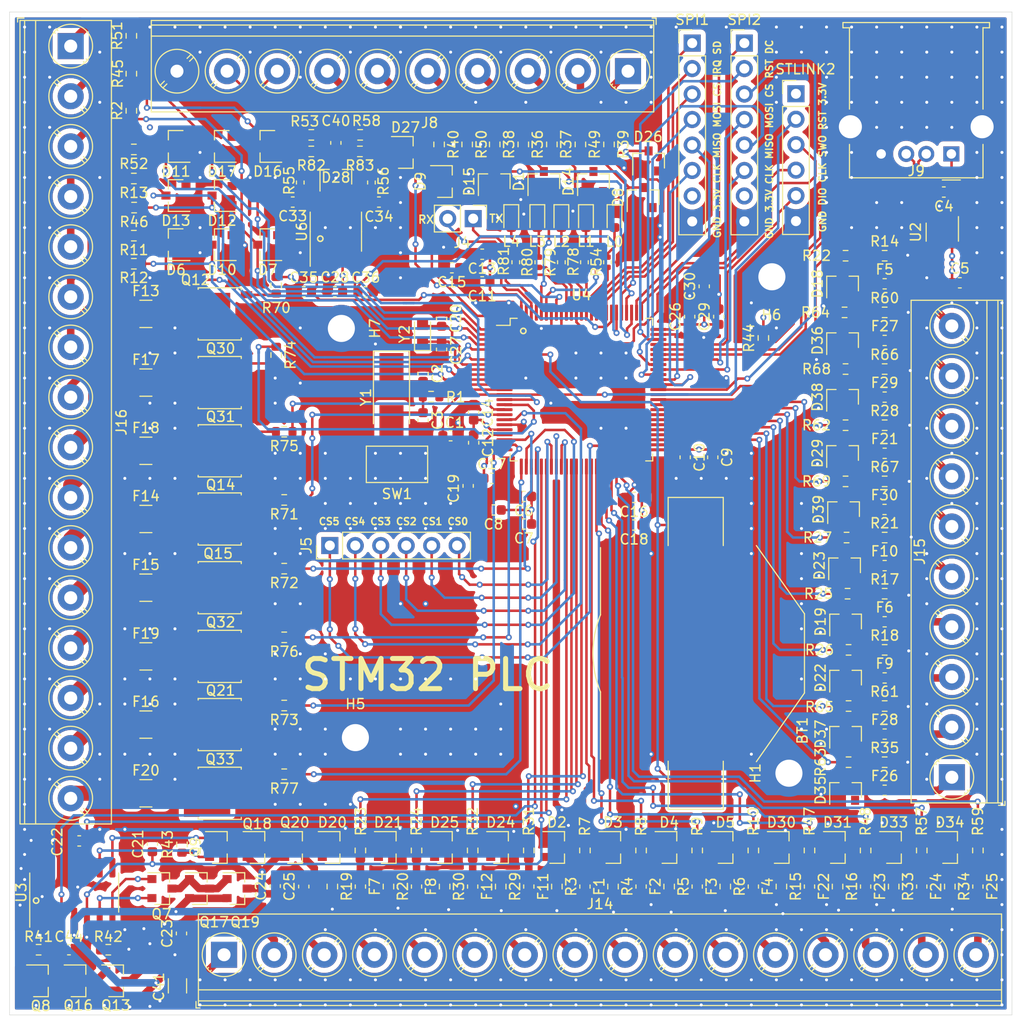
<source format=kicad_pcb>
(kicad_pcb (version 20171130) (host pcbnew 5.1.9-73d0e3b20d~88~ubuntu20.04.1)
  (layers (0 F.Cu signal) (1 In1.Cu signal) (2 In2.Cu power) (31 B.Cu signal) (34 B.Paste user) (35 F.Paste user) (36 B.SilkS user) (37 F.SilkS user) (38 B.Mask user) (39 F.Mask user) (44 Edge.Cuts user))
  (net 0 "")
  (net 1 GND)
  (net 2 "Net-(F1-Pad1)")
  (net 3 "Net-(F2-Pad1)")
  (net 4 "Net-(F3-Pad1)")
  (net 5 "Net-(F4-Pad1)")
  (net 6 "Net-(F5-Pad1)")
  (net 7 "Net-(F6-Pad1)")
  (net 8 "Net-(F7-Pad1)")
  (net 9 "Net-(F8-Pad1)")
  (net 10 "Net-(F9-Pad1)")
  (net 11 "Net-(F10-Pad1)")
  (net 12 "Net-(F11-Pad1)")
  (net 13 "Net-(F12-Pad1)")
  (net 14 "Net-(U2-Pad4)")
  (net 15 "Net-(Q7-Pad1)")
  (net 16 "Net-(Q8-Pad1)")
  (net 17 "Net-(Q9-Pad1)")
  (net 18 "Net-(U6-Pad5)")
  (net 19 "Net-(U6-Pad8)")
  (net 20 /CAN/CAN-)
  (net 21 /CAN/CAN+)
  (net 22 "Net-(BT1-Pad1)")
  (net 23 NRST)
  (net 24 /DAC/VDC)
  (net 25 "Net-(C40-Pad1)")
  (net 26 +3V3)
  (net 27 "Net-(Q13-Pad1)")
  (net 28 "Net-(Q17-Pad1)")
  (net 29 "Net-(Q7-Pad2)")
  (net 30 "Net-(Q8-Pad2)")
  (net 31 "Net-(Q18-Pad1)")
  (net 32 "Net-(Q9-Pad2)")
  (net 33 "Net-(U3-Pad13)")
  (net 34 "Net-(R53-Pad1)")
  (net 35 "Net-(R56-Pad1)")
  (net 36 "Net-(C3-Pad2)")
  (net 37 "Net-(F21-Pad1)")
  (net 38 "Net-(F22-Pad1)")
  (net 39 "Net-(F23-Pad1)")
  (net 40 "Net-(F24-Pad1)")
  (net 41 "Net-(F25-Pad1)")
  (net 42 /SDADC/AI4)
  (net 43 /SDADC/AI5)
  (net 44 /SDADC/AI6)
  (net 45 /SDADC/AI7)
  (net 46 /SDADC/AI0)
  (net 47 /SDADC/AI1)
  (net 48 /SDADC/AI3)
  (net 49 /SDADC/AI2)
  (net 50 /SDADC/AI8)
  (net 51 /SDADC/AI9)
  (net 52 /SDADC/AI10)
  (net 53 /SDADC/AI11)
  (net 54 "Net-(F26-Pad1)")
  (net 55 "Net-(F27-Pad1)")
  (net 56 "Net-(F28-Pad1)")
  (net 57 "Net-(F29-Pad1)")
  (net 58 "Net-(F30-Pad1)")
  (net 59 "Net-(F13-Pad2)")
  (net 60 "Net-(F14-Pad2)")
  (net 61 "Net-(F15-Pad2)")
  (net 62 "Net-(F16-Pad2)")
  (net 63 "Net-(F17-Pad2)")
  (net 64 "Net-(F18-Pad2)")
  (net 65 "Net-(F19-Pad2)")
  (net 66 "Net-(F20-Pad2)")
  (net 67 "Net-(Q14-Pad4)")
  (net 68 "Net-(Q15-Pad4)")
  (net 69 "Net-(Q12-Pad4)")
  (net 70 "Net-(Q21-Pad4)")
  (net 71 "Net-(Q30-Pad4)")
  (net 72 "Net-(Q31-Pad4)")
  (net 73 "Net-(Q32-Pad4)")
  (net 74 "Net-(Q33-Pad4)")
  (net 75 +5V)
  (net 76 PF9)
  (net 77 PE4)
  (net 78 PF10)
  (net 79 PE5)
  (net 80 PC13)
  (net 81 PE3)
  (net 82 PE2)
  (net 83 USB+)
  (net 84 USB-)
  (net 85 PE6)
  (net 86 /Digital/P0)
  (net 87 /Digital/P2)
  (net 88 /Digital/P4)
  (net 89 /Digital/P6)
  (net 90 /Digital/P1)
  (net 91 /Digital/P3)
  (net 92 /Digital/P5)
  (net 93 /Digital/P7)
  (net 94 PC3)
  (net 95 PC2)
  (net 96 PC0)
  (net 97 PA0)
  (net 98 PA2)
  (net 99 PC1)
  (net 100 PA1)
  (net 101 PA3)
  (net 102 /INPUT/DI7)
  (net 103 /INPUT/DI6)
  (net 104 /INPUT/DI5)
  (net 105 /INPUT/DI4)
  (net 106 /INPUT/DI3)
  (net 107 /INPUT/DI2)
  (net 108 /INPUT/DI1)
  (net 109 /INPUT/DI0)
  (net 110 PA5)
  (net 111 PA6)
  (net 112 PA4)
  (net 113 /DAC/AO2)
  (net 114 /DAC/AO1)
  (net 115 /DAC/AO0)
  (net 116 PE8)
  (net 117 PE9)
  (net 118 PE10)
  (net 119 PE11)
  (net 120 PB0)
  (net 121 PB1)
  (net 122 PE7)
  (net 123 PB2)
  (net 124 PE12)
  (net 125 PE13)
  (net 126 PE14)
  (net 127 PE15)
  (net 128 PD14)
  (net 129 PD9)
  (net 130 PD8)
  (net 131 PD10)
  (net 132 PD12)
  (net 133 PB14)
  (net 134 PD15)
  (net 135 PB15)
  (net 136 PD13)
  (net 137 PD11)
  (net 138 PD1)
  (net 139 PD0)
  (net 140 PC10)
  (net 141 PB8)
  (net 142 PB6)
  (net 143 PB9)
  (net 144 PC11)
  (net 145 PC12)
  (net 146 PB7)
  (net 147 /Pulse/E0+)
  (net 148 /Pulse/E0-)
  (net 149 /Pulse/E1+)
  (net 150 /Pulse/E1-)
  (net 151 /Pulse/FI0)
  (net 152 /Pulse/FI1)
  (net 153 /Pulse/FI2)
  (net 154 PF0)
  (net 155 PC14)
  (net 156 PC15)
  (net 157 PF1)
  (net 158 PA13)
  (net 159 PA14)
  (net 160 PB3)
  (net 161 PC7)
  (net 162 PC8)
  (net 163 PC9)
  (net 164 PD2)
  (net 165 PD3)
  (net 166 PD4)
  (net 167 PA8)
  (net 168 PA9)
  (net 169 PA10)
  (net 170 PC6)
  (net 171 PF6)
  (net 172 PA15)
  (net 173 PE1)
  (net 174 PE0)
  (net 175 PA7)
  (net 176 PC4)
  (net 177 PC5)
  (net 178 PF2)
  (net 179 PF4)
  (net 180 PB10)
  (net 181 PD5)
  (net 182 PD6)
  (net 183 PD7)
  (net 184 PB4)
  (net 185 PB5)
  (net 186 "Net-(L0-Pad2)")
  (net 187 "Net-(L1-Pad2)")
  (net 188 "Net-(L2-Pad2)")
  (net 189 "Net-(L3-Pad2)")
  (net 190 "Net-(L4-Pad2)")
  (net 191 /DSDADC/DAI4M)
  (net 192 /DSDADC/DAI1M)
  (net 193 /DSDADC/DAI1P)
  (net 194 /DSDADC/DAI2P)
  (net 195 /DSDADC/DAI3P)
  (net 196 /DSDADC/DAI0P)
  (net 197 /DSDADC/DAI4P)
  (net 198 /DSDADC/DAI0M)
  (net 199 /DSDADC/DAI3M)
  (net 200 /DSDADC/DAI2M)
  (module Resistor_SMD:R_0603_1608Metric (layer F.Cu) (at 130.975 63.25)
    (fp_text reference R58 (at 0.625 -1.4) (layer F.SilkS))
    (fp_text value 120)
    (pad 2 smd roundrect (at 0.825 0) (size 0.8 0.95) (layers F.Cu F.Paste F.Mask) (net 35 "Net-(R56-Pad1)"))
    (pad 1 smd roundrect (at -0.825 0) (size 0.8 0.95) (layers F.Cu F.Paste F.Mask) (net 25 "Net-(C40-Pad1)"))
  )
  (module Resistor_SMD:R_0603_1608Metric (layer F.Cu) (at 130.95 64.9)
    (fp_text reference R83 (at 0 1.4 180) (layer F.SilkS))
    (fp_text value 120)
    (pad 2 smd roundrect (at 0.825 0) (size 0.8 0.95) (layers F.Cu F.Paste F.Mask) (net 35 "Net-(R56-Pad1)"))
    (pad 1 smd roundrect (at -0.825 0) (size 0.8 0.95) (layers F.Cu F.Paste F.Mask) (net 25 "Net-(C40-Pad1)"))
  )
  (module Resistor_SMD:R_0603_1608Metric (layer F.Cu) (at 126.1 64.9)
    (fp_text reference R82 (at 0 1.4 180) (layer F.SilkS))
    (fp_text value 120)
    (pad 2 smd roundrect (at 0.825 0) (size 0.8 0.95) (layers F.Cu F.Paste F.Mask) (net 25 "Net-(C40-Pad1)"))
    (pad 1 smd roundrect (at -0.825 0) (size 0.8 0.95) (layers F.Cu F.Paste F.Mask) (net 34 "Net-(R53-Pad1)"))
  )
  (module Resistor_SMD:R_0603_1608Metric (layer F.Cu) (at 126.1 63.25)
    (fp_text reference R53 (at -0.65 -1.35) (layer F.SilkS))
    (fp_text value 120)
    (pad 2 smd roundrect (at 0.825 0) (size 0.8 0.95) (layers F.Cu F.Paste F.Mask) (net 25 "Net-(C40-Pad1)"))
    (pad 1 smd roundrect (at -0.825 0) (size 0.8 0.95) (layers F.Cu F.Paste F.Mask) (net 34 "Net-(R53-Pad1)"))
  )
  (module Resistor_SMD:R_0402_1005Metric (layer F.Cu) (at 146.5 75.95 90)
    (fp_text reference R81 (at 0.1 -1.2 90) (layer F.SilkS))
    (fp_text value 220)
    (pad 2 smd roundrect (at 0.51 0 90) (size 0.54 0.64) (layers F.Cu F.Paste F.Mask) (net 190 "Net-(L4-Pad2)"))
    (pad 1 smd roundrect (at -0.51 0 90) (size 0.54 0.64) (layers F.Cu F.Paste F.Mask) (net 185 PB5))
  )
  (module Resistor_SMD:R_0402_1005Metric (layer F.Cu) (at 148.8 75.95 90)
    (fp_text reference R80 (at 0 -1.15 270) (layer F.SilkS))
    (fp_text value 220)
    (pad 2 smd roundrect (at 0.51 0 90) (size 0.54 0.64) (layers F.Cu F.Paste F.Mask) (net 189 "Net-(L3-Pad2)"))
    (pad 1 smd roundrect (at -0.51 0 90) (size 0.54 0.64) (layers F.Cu F.Paste F.Mask) (net 184 PB4))
  )
  (module Resistor_SMD:R_0402_1005Metric (layer F.Cu) (at 151.05 75.95 90)
    (fp_text reference R79 (at 0 -1.1 270) (layer F.SilkS))
    (fp_text value 220)
    (pad 2 smd roundrect (at 0.51 0 90) (size 0.54 0.64) (layers F.Cu F.Paste F.Mask) (net 188 "Net-(L2-Pad2)"))
    (pad 1 smd roundrect (at -0.51 0 90) (size 0.54 0.64) (layers F.Cu F.Paste F.Mask) (net 183 PD7))
  )
  (module Resistor_SMD:R_0402_1005Metric (layer F.Cu) (at 153.35 75.95 90)
    (fp_text reference R78 (at 0.04 -1.1 270) (layer F.SilkS))
    (fp_text value 220)
    (pad 2 smd roundrect (at 0.51 0 90) (size 0.54 0.64) (layers F.Cu F.Paste F.Mask) (net 187 "Net-(L1-Pad2)"))
    (pad 1 smd roundrect (at -0.51 0 90) (size 0.54 0.64) (layers F.Cu F.Paste F.Mask) (net 182 PD6))
  )
  (module Resistor_SMD:R_0402_1005Metric (layer F.Cu) (at 155.65 75.95 90)
    (fp_text reference R54 (at 0 -1.1 90) (layer F.SilkS))
    (fp_text value 220)
    (pad 2 smd roundrect (at 0.51 0 90) (size 0.54 0.64) (layers F.Cu F.Paste F.Mask) (net 186 "Net-(L0-Pad2)"))
    (pad 1 smd roundrect (at -0.51 0 90) (size 0.54 0.64) (layers F.Cu F.Paste F.Mask) (net 181 PD5))
  )
  (module LED_SMD:LED_0603_1608Metric (layer F.Cu) (at 146.05 71.7 270)
    (fp_text reference L4 (at 2.2 0 180) (layer F.SilkS))
    (fp_text value LED)
    (pad 2 smd roundrect (at 0.7875 0 270) (size 0.875 0.95) (layers F.Cu F.Paste F.Mask) (net 190 "Net-(L4-Pad2)"))
    (pad 1 smd roundrect (at -0.7875 0 270) (size 0.875 0.95) (layers F.Cu F.Paste F.Mask) (net 1 GND))
  )
  (module LED_SMD:LED_0603_1608Metric (layer F.Cu) (at 148.65 71.7 270)
    (fp_text reference L3 (at 2.2 0 180) (layer F.SilkS))
    (fp_text value LED)
    (pad 2 smd roundrect (at 0.7875 0 270) (size 0.875 0.95) (layers F.Cu F.Paste F.Mask) (net 189 "Net-(L3-Pad2)"))
    (pad 1 smd roundrect (at -0.7875 0 270) (size 0.875 0.95) (layers F.Cu F.Paste F.Mask) (net 1 GND))
  )
  (module LED_SMD:LED_0603_1608Metric (layer F.Cu) (at 151.05 71.7 270)
    (fp_text reference L2 (at 2.2 0 180) (layer F.SilkS))
    (fp_text value LED)
    (pad 2 smd roundrect (at 0.7875 0 270) (size 0.875 0.95) (layers F.Cu F.Paste F.Mask) (net 188 "Net-(L2-Pad2)"))
    (pad 1 smd roundrect (at -0.7875 0 270) (size 0.875 0.95) (layers F.Cu F.Paste F.Mask) (net 1 GND))
  )
  (module LED_SMD:LED_0603_1608Metric (layer F.Cu) (at 153.5 71.7 270)
    (fp_text reference L1 (at 2.2 0 180) (layer F.SilkS))
    (fp_text value LED)
    (pad 2 smd roundrect (at 0.7875 0 270) (size 0.875 0.95) (layers F.Cu F.Paste F.Mask) (net 187 "Net-(L1-Pad2)"))
    (pad 1 smd roundrect (at -0.7875 0 270) (size 0.875 0.95) (layers F.Cu F.Paste F.Mask) (net 1 GND))
  )
  (module LED_SMD:LED_0603_1608Metric (layer F.Cu) (at 156.35 71.7 270)
    (fp_text reference L0 (at 2.2 0 180) (layer F.SilkS))
    (fp_text value LED)
    (pad 2 smd roundrect (at 0.7875 0 270) (size 0.875 0.95) (layers F.Cu F.Paste F.Mask) (net 186 "Net-(L0-Pad2)"))
    (pad 1 smd roundrect (at -0.7875 0 270) (size 0.875 0.95) (layers F.Cu F.Paste F.Mask) (net 1 GND))
  )
  (module Connector_PinHeader_2.54mm:PinHeader_1x06_P2.54mm_Vertical (layer F.Cu) (at 127.95 104.2 90)
    (fp_text reference J5 (at 0 -2.33 90) (layer F.SilkS))
    (fp_text value "Chip Select")
    (pad 6 thru_hole oval (at 0 12.7 90) (size 1.7 1.7) (drill 1) (layers *.Cu *.Mask) (net 175 PA7))
    (pad 5 thru_hole oval (at 0 10.16 90) (size 1.7 1.7) (drill 1) (layers *.Cu *.Mask) (net 176 PC4))
    (pad 4 thru_hole oval (at 0 7.62 90) (size 1.7 1.7) (drill 1) (layers *.Cu *.Mask) (net 177 PC5))
    (pad 3 thru_hole oval (at 0 5.08 90) (size 1.7 1.7) (drill 1) (layers *.Cu *.Mask) (net 179 PF4))
    (pad 2 thru_hole oval (at 0 2.54 90) (size 1.7 1.7) (drill 1) (layers *.Cu *.Mask) (net 178 PF2))
    (pad 1 thru_hole rect (at 0 0 90) (size 1.7 1.7) (drill 1) (layers *.Cu *.Mask) (net 180 PB10))
  )
  (module Resistor_SMD:R_0402_1005Metric (layer F.Cu) (at 132.1 68 270)
    (fp_text reference R56 (at -0.15 -1.2 270) (layer F.SilkS))
    (fp_text value 0)
    (pad 2 smd roundrect (at 0.51 0 270) (size 0.54 0.64) (layers F.Cu F.Paste F.Mask) (net 20 /CAN/CAN-))
    (pad 1 smd roundrect (at -0.51 0 270) (size 0.54 0.64) (layers F.Cu F.Paste F.Mask) (net 35 "Net-(R56-Pad1)"))
  )
  (module Resistor_SMD:R_0402_1005Metric (layer F.Cu) (at 125 68 90)
    (fp_text reference R55 (at 0.2 -1.1 270) (layer F.SilkS))
    (fp_text value 0)
    (pad 2 smd roundrect (at 0.51 0 90) (size 0.54 0.64) (layers F.Cu F.Paste F.Mask) (net 34 "Net-(R53-Pad1)"))
    (pad 1 smd roundrect (at -0.51 0 90) (size 0.54 0.64) (layers F.Cu F.Paste F.Mask) (net 21 /CAN/CAN+))
  )
  (module Package_TO_SOT_SMD:SOT-23 (layer F.Cu) (at 128.55 67.45 90)
    (fp_text reference D28 (at -0.05 0) (layer F.SilkS))
    (fp_text value PESD5V0L2BT,215)
    (pad 3 smd rect (at 1 0 90) (size 0.9 0.8) (layers F.Cu F.Paste F.Mask) (net 1 GND))
    (pad 2 smd rect (at -1 0.95 90) (size 0.9 0.8) (layers F.Cu F.Paste F.Mask) (net 20 /CAN/CAN-))
    (pad 1 smd rect (at -1 -0.95 90) (size 0.9 0.8) (layers F.Cu F.Paste F.Mask) (net 21 /CAN/CAN+))
  )
  (module Capacitor_SMD:C_0603_1608Metric (layer F.Cu) (at 128.55 64.05 270)
    (fp_text reference C40 (at -2.2 0) (layer F.SilkS))
    (fp_text value 10nF)
    (pad 2 smd roundrect (at 0.775 0 270) (size 0.9 0.95) (layers F.Cu F.Paste F.Mask) (net 1 GND))
    (pad 1 smd roundrect (at -0.775 0 270) (size 0.9 0.95) (layers F.Cu F.Paste F.Mask) (net 25 "Net-(C40-Pad1)"))
  )
  (module Capacitor_SMD:C_0603_1608Metric (layer F.Cu) (at 132.85 69.95)
    (fp_text reference C34 (at 0 1.45) (layer F.SilkS))
    (fp_text value 10nF)
    (pad 2 smd roundrect (at 0.775 0) (size 0.9 0.95) (layers F.Cu F.Paste F.Mask) (net 1 GND))
    (pad 1 smd roundrect (at -0.775 0) (size 0.9 0.95) (layers F.Cu F.Paste F.Mask) (net 20 /CAN/CAN-))
  )
  (module Capacitor_SMD:C_0603_1608Metric (layer F.Cu) (at 124.25 69.95)
    (fp_text reference C33 (at 0 1.4) (layer F.SilkS))
    (fp_text value 10nF)
    (pad 2 smd roundrect (at 0.775 0) (size 0.9 0.95) (layers F.Cu F.Paste F.Mask) (net 21 /CAN/CAN+))
    (pad 1 smd roundrect (at -0.775 0) (size 0.9 0.95) (layers F.Cu F.Paste F.Mask) (net 1 GND))
  )
  (module Connector_PinHeader_2.54mm:PinHeader_1x02_P2.54mm_Vertical (layer F.Cu) (at 142.25 71.6 270)
    (fp_text reference J4 (at 2.4 1.1 180) (layer F.SilkS))
    (fp_text value Conn_01x02)
    (pad 2 thru_hole oval (at 0 2.54 270) (size 1.7 1.7) (drill 1) (layers *.Cu *.Mask) (net 173 PE1))
    (pad 1 thru_hole rect (at 0 0 270) (size 1.7 1.7) (drill 1) (layers *.Cu *.Mask) (net 174 PE0))
  )
  (module Connector_PinHeader_2.54mm:PinHeader_1x08_P2.54mm_Vertical (layer F.Cu) (at 169.3 54.1)
    (fp_text reference SPI2 (at 0 -2.33) (layer F.SilkS))
    (fp_text value Conn_01x08)
    (pad 8 thru_hole oval (at 0 17.78) (size 1.7 1.7) (drill 1) (layers *.Cu *.Mask) (net 1 GND))
    (pad 7 thru_hole oval (at 0 15.24) (size 1.7 1.7) (drill 1) (layers *.Cu *.Mask) (net 26 +3V3))
    (pad 6 thru_hole oval (at 0 12.7) (size 1.7 1.7) (drill 1) (layers *.Cu *.Mask) (net 167 PA8))
    (pad 5 thru_hole oval (at 0 10.16) (size 1.7 1.7) (drill 1) (layers *.Cu *.Mask) (net 168 PA9))
    (pad 4 thru_hole oval (at 0 7.62) (size 1.7 1.7) (drill 1) (layers *.Cu *.Mask) (net 169 PA10))
    (pad 3 thru_hole oval (at 0 5.08) (size 1.7 1.7) (drill 1) (layers *.Cu *.Mask) (net 170 PC6))
    (pad 2 thru_hole oval (at 0 2.54) (size 1.7 1.7) (drill 1) (layers *.Cu *.Mask) (net 171 PF6))
    (pad 1 thru_hole rect (at 0 0) (size 1.7 1.7) (drill 1) (layers *.Cu *.Mask) (net 172 PA15))
  )
  (module Connector_PinHeader_2.54mm:PinHeader_1x08_P2.54mm_Vertical (layer F.Cu) (at 164.1 54.1)
    (fp_text reference SPI1 (at 0 -2.33) (layer F.SilkS))
    (fp_text value Conn_01x08)
    (pad 8 thru_hole oval (at 0 17.78) (size 1.7 1.7) (drill 1) (layers *.Cu *.Mask) (net 1 GND))
    (pad 7 thru_hole oval (at 0 15.24) (size 1.7 1.7) (drill 1) (layers *.Cu *.Mask) (net 26 +3V3))
    (pad 6 thru_hole oval (at 0 12.7) (size 1.7 1.7) (drill 1) (layers *.Cu *.Mask) (net 161 PC7))
    (pad 5 thru_hole oval (at 0 10.16) (size 1.7 1.7) (drill 1) (layers *.Cu *.Mask) (net 162 PC8))
    (pad 4 thru_hole oval (at 0 7.62) (size 1.7 1.7) (drill 1) (layers *.Cu *.Mask) (net 163 PC9))
    (pad 3 thru_hole oval (at 0 5.08) (size 1.7 1.7) (drill 1) (layers *.Cu *.Mask) (net 164 PD2))
    (pad 2 thru_hole oval (at 0 2.54) (size 1.7 1.7) (drill 1) (layers *.Cu *.Mask) (net 165 PD3))
    (pad 1 thru_hole rect (at 0 0) (size 1.7 1.7) (drill 1) (layers *.Cu *.Mask) (net 166 PD4))
  )
  (module Capacitor_SMD:C_0603_1608Metric (layer F.Cu) (at 143.15 77.9 180)
    (fp_text reference C11 (at 0 -1.43) (layer F.SilkS))
    (fp_text value 100nF)
    (pad 2 smd roundrect (at 0.775 0 180) (size 0.9 0.95) (layers F.Cu F.Paste F.Mask) (net 1 GND))
    (pad 1 smd roundrect (at -0.775 0 180) (size 0.9 0.95) (layers F.Cu F.Paste F.Mask) (net 26 +3V3))
  )
  (module Crystal:Crystal_SMD_2012-2Pin_2.0x1.2mm_HandSoldering (layer F.Cu) (at 137.2 83.1 90)
    (fp_text reference Y2 (at 0 -1.8 90) (layer F.SilkS))
    (fp_text value "32.768 kHz")
    (pad 2 smd rect (at 0.925 0 90) (size 1.05 1.1) (layers F.Cu F.Paste F.Mask) (net 155 PC14))
    (pad 1 smd rect (at -0.925 0 90) (size 1.05 1.1) (layers F.Cu F.Paste F.Mask) (net 156 PC15))
  )
  (module Crystal:Crystal_SMD_5032-2Pin_5.0x3.2mm_HandSoldering (layer F.Cu) (at 134.1 89.35 270)
    (fp_text reference Y1 (at 0.05 2.55 90) (layer F.SilkS))
    (fp_text value HSE)
    (pad 2 smd rect (at 2.6 0 270) (size 3.5 2.4) (layers F.Cu F.Paste F.Mask) (net 36 "Net-(C3-Pad2)"))
    (pad 1 smd rect (at -2.6 0 270) (size 3.5 2.4) (layers F.Cu F.Paste F.Mask) (net 154 PF0))
  )
  (module Resistor_SMD:R_0603_1608Metric (layer F.Cu) (at 123.4 127 180)
    (fp_text reference R77 (at 0 -1.43) (layer F.SilkS))
    (fp_text value 160)
    (pad 2 smd roundrect (at 0.825 0 180) (size 0.8 0.95) (layers F.Cu F.Paste F.Mask) (net 74 "Net-(Q33-Pad4)"))
    (pad 1 smd roundrect (at -0.825 0 180) (size 0.8 0.95) (layers F.Cu F.Paste F.Mask) (net 101 PA3))
  )
  (module Resistor_SMD:R_0603_1608Metric (layer F.Cu) (at 123.4 113.35 180)
    (fp_text reference R76 (at 0 -1.43) (layer F.SilkS))
    (fp_text value 160)
    (pad 2 smd roundrect (at 0.825 0 180) (size 0.8 0.95) (layers F.Cu F.Paste F.Mask) (net 73 "Net-(Q32-Pad4)"))
    (pad 1 smd roundrect (at -0.825 0 180) (size 0.8 0.95) (layers F.Cu F.Paste F.Mask) (net 100 PA1))
  )
  (module Resistor_SMD:R_0603_1608Metric (layer F.Cu) (at 123.4 92.85 180)
    (fp_text reference R75 (at 0 -1.43) (layer F.SilkS))
    (fp_text value 160)
    (pad 2 smd roundrect (at 0.825 0 180) (size 0.8 0.95) (layers F.Cu F.Paste F.Mask) (net 72 "Net-(Q31-Pad4)"))
    (pad 1 smd roundrect (at -0.825 0 180) (size 0.8 0.95) (layers F.Cu F.Paste F.Mask) (net 95 PC2))
  )
  (module Resistor_SMD:R_0603_1608Metric (layer F.Cu) (at 122.6 85.2 270)
    (fp_text reference R74 (at 0 -1.43 90) (layer F.SilkS))
    (fp_text value 160)
    (pad 2 smd roundrect (at 0.825 0 270) (size 0.8 0.95) (layers F.Cu F.Paste F.Mask) (net 71 "Net-(Q30-Pad4)"))
    (pad 1 smd roundrect (at -0.825 0 270) (size 0.8 0.95) (layers F.Cu F.Paste F.Mask) (net 99 PC1))
  )
  (module Resistor_SMD:R_0603_1608Metric (layer F.Cu) (at 123.4 120.15 180)
    (fp_text reference R73 (at 0 -1.43) (layer F.SilkS))
    (fp_text value 160)
    (pad 2 smd roundrect (at 0.825 0 180) (size 0.8 0.95) (layers F.Cu F.Paste F.Mask) (net 70 "Net-(Q21-Pad4)"))
    (pad 1 smd roundrect (at -0.825 0 180) (size 0.8 0.95) (layers F.Cu F.Paste F.Mask) (net 98 PA2))
  )
  (module Resistor_SMD:R_0603_1608Metric (layer F.Cu) (at 123.4 106.5 180)
    (fp_text reference R72 (at 0 -1.43) (layer F.SilkS))
    (fp_text value 160)
    (pad 2 smd roundrect (at 0.825 0 180) (size 0.8 0.95) (layers F.Cu F.Paste F.Mask) (net 68 "Net-(Q15-Pad4)"))
    (pad 1 smd roundrect (at -0.825 0 180) (size 0.8 0.95) (layers F.Cu F.Paste F.Mask) (net 97 PA0))
  )
  (module Resistor_SMD:R_0603_1608Metric (layer F.Cu) (at 123.4 99.65 180)
    (fp_text reference R71 (at 0 -1.43) (layer F.SilkS))
    (fp_text value 160)
    (pad 2 smd roundrect (at 0.825 0 180) (size 0.8 0.95) (layers F.Cu F.Paste F.Mask) (net 67 "Net-(Q14-Pad4)"))
    (pad 1 smd roundrect (at -0.825 0 180) (size 0.8 0.95) (layers F.Cu F.Paste F.Mask) (net 94 PC3))
  )
  (module Package_TO_SOT_SMD:LFPAK56 (layer F.Cu) (at 116.8 115.25 180)
    (fp_text reference Q32 (at -0.245 3.4) (layer F.SilkS))
    (fp_text value PSMN025-80YL)
    (pad 5 smd custom (at 0.435 0 180) (size 3.3 4.2) (layers F.Cu F.Mask) (net 65 "Net-(F19-Pad2)") (options (clearance outline) (anchor rect)) (primitives (gr_poly (pts (xy 1.425 -2.35) (xy 2.975 -2.35) (xy 2.975 2.35) (xy 1.425 2.35)) (width 0))))
    (pad 4 smd rect (at -2.835 1.91 90) (size 0.7 1.15) (layers F.Cu F.Paste F.Mask) (net 73 "Net-(Q32-Pad4)"))
    (pad 3 smd rect (at -2.835 0.64 90) (size 0.7 1.15) (layers F.Cu F.Paste F.Mask) (net 1 GND))
    (pad 1 smd rect (at -2.835 -1.91 90) (size 0.7 1.15) (layers F.Cu F.Paste F.Mask) (net 1 GND))
    (pad 2 smd rect (at -2.835 -0.64 90) (size 0.7 1.15) (layers F.Cu F.Paste F.Mask) (net 1 GND))
  )
  (module Package_TO_SOT_SMD:LFPAK56 (layer F.Cu) (at 116.8 94.75 180)
    (fp_text reference Q31 (at -0.245 3.4) (layer F.SilkS))
    (fp_text value PSMN025-80YL)
    (pad 5 smd custom (at 0.435 0 180) (size 3.3 4.2) (layers F.Cu F.Mask) (net 64 "Net-(F18-Pad2)") (options (clearance outline) (anchor rect)) (primitives (gr_poly (pts (xy 1.425 -2.35) (xy 2.975 -2.35) (xy 2.975 2.35) (xy 1.425 2.35)) (width 0))))
    (pad 4 smd rect (at -2.835 1.91 90) (size 0.7 1.15) (layers F.Cu F.Paste F.Mask) (net 72 "Net-(Q31-Pad4)"))
    (pad 3 smd rect (at -2.835 0.64 90) (size 0.7 1.15) (layers F.Cu F.Paste F.Mask) (net 1 GND))
    (pad 1 smd rect (at -2.835 -1.91 90) (size 0.7 1.15) (layers F.Cu F.Paste F.Mask) (net 1 GND))
    (pad 2 smd rect (at -2.835 -0.64 90) (size 0.7 1.15) (layers F.Cu F.Paste F.Mask) (net 1 GND))
  )
  (module Package_TO_SOT_SMD:LFPAK56 (layer F.Cu) (at 116.8 87.95 180)
    (fp_text reference Q30 (at -0.245 3.4) (layer F.SilkS))
    (fp_text value PSMN025-80YL)
    (pad 5 smd custom (at 0.435 0 180) (size 3.3 4.2) (layers F.Cu F.Mask) (net 63 "Net-(F17-Pad2)") (options (clearance outline) (anchor rect)) (primitives (gr_poly (pts (xy 1.425 -2.35) (xy 2.975 -2.35) (xy 2.975 2.35) (xy 1.425 2.35)) (width 0))))
    (pad 4 smd rect (at -2.835 1.91 90) (size 0.7 1.15) (layers F.Cu F.Paste F.Mask) (net 71 "Net-(Q30-Pad4)"))
    (pad 3 smd rect (at -2.835 0.64 90) (size 0.7 1.15) (layers F.Cu F.Paste F.Mask) (net 1 GND))
    (pad 1 smd rect (at -2.835 -1.91 90) (size 0.7 1.15) (layers F.Cu F.Paste F.Mask) (net 1 GND))
    (pad 2 smd rect (at -2.835 -0.64 90) (size 0.7 1.15) (layers F.Cu F.Paste F.Mask) (net 1 GND))
  )
  (module Package_TO_SOT_SMD:LFPAK56 (layer F.Cu) (at 116.8 122.05 180)
    (fp_text reference Q21 (at -0.245 3.4) (layer F.SilkS))
    (fp_text value PSMN025-80YL)
    (pad 5 smd custom (at 0.435 0 180) (size 3.3 4.2) (layers F.Cu F.Mask) (net 62 "Net-(F16-Pad2)") (options (clearance outline) (anchor rect)) (primitives (gr_poly (pts (xy 1.425 -2.35) (xy 2.975 -2.35) (xy 2.975 2.35) (xy 1.425 2.35)) (width 0))))
    (pad 4 smd rect (at -2.835 1.91 90) (size 0.7 1.15) (layers F.Cu F.Paste F.Mask) (net 70 "Net-(Q21-Pad4)"))
    (pad 3 smd rect (at -2.835 0.64 90) (size 0.7 1.15) (layers F.Cu F.Paste F.Mask) (net 1 GND))
    (pad 1 smd rect (at -2.835 -1.91 90) (size 0.7 1.15) (layers F.Cu F.Paste F.Mask) (net 1 GND))
    (pad 2 smd rect (at -2.835 -0.64 90) (size 0.7 1.15) (layers F.Cu F.Paste F.Mask) (net 1 GND))
  )
  (module Package_TO_SOT_SMD:LFPAK56 (layer F.Cu) (at 116.8 101.55 180)
    (fp_text reference Q14 (at -0.245 3.4) (layer F.SilkS))
    (fp_text value PSMN025-80YL)
    (pad 5 smd custom (at 0.435 0 180) (size 3.3 4.2) (layers F.Cu F.Mask) (net 60 "Net-(F14-Pad2)") (options (clearance outline) (anchor rect)) (primitives (gr_poly (pts (xy 1.425 -2.35) (xy 2.975 -2.35) (xy 2.975 2.35) (xy 1.425 2.35)) (width 0))))
    (pad 4 smd rect (at -2.835 1.91 90) (size 0.7 1.15) (layers F.Cu F.Paste F.Mask) (net 67 "Net-(Q14-Pad4)"))
    (pad 3 smd rect (at -2.835 0.64 90) (size 0.7 1.15) (layers F.Cu F.Paste F.Mask) (net 1 GND))
    (pad 1 smd rect (at -2.835 -1.91 90) (size 0.7 1.15) (layers F.Cu F.Paste F.Mask) (net 1 GND))
    (pad 2 smd rect (at -2.835 -0.64 90) (size 0.7 1.15) (layers F.Cu F.Paste F.Mask) (net 1 GND))
  )
  (module Fuse:Fuse_1210_3225Metric (layer F.Cu) (at 109.6 115.25)
    (fp_text reference F19 (at 0 -2.28) (layer F.SilkS))
    (fp_text value "Max 2.2A")
    (pad 2 smd roundrect (at 1.4 0) (size 1.25 2.65) (layers F.Cu F.Paste F.Mask) (roundrect_rratio 0.2) (net 65 "Net-(F19-Pad2)"))
    (pad 1 smd roundrect (at -1.4 0) (size 1.25 2.65) (layers F.Cu F.Paste F.Mask) (roundrect_rratio 0.2) (net 92 /Digital/P5))
  )
  (module Fuse:Fuse_1210_3225Metric (layer F.Cu) (at 109.6 94.75)
    (fp_text reference F18 (at 0 -2.28) (layer F.SilkS))
    (fp_text value "Max 2.2A")
    (pad 2 smd roundrect (at 1.4 0) (size 1.25 2.65) (layers F.Cu F.Paste F.Mask) (roundrect_rratio 0.2) (net 64 "Net-(F18-Pad2)"))
    (pad 1 smd roundrect (at -1.4 0) (size 1.25 2.65) (layers F.Cu F.Paste F.Mask) (roundrect_rratio 0.2) (net 87 /Digital/P2))
  )
  (module Fuse:Fuse_1210_3225Metric (layer F.Cu) (at 109.6 87.95)
    (fp_text reference F17 (at 0 -2.28) (layer F.SilkS))
    (fp_text value "Max 2.2A")
    (pad 2 smd roundrect (at 1.4 0) (size 1.25 2.65) (layers F.Cu F.Paste F.Mask) (roundrect_rratio 0.2) (net 63 "Net-(F17-Pad2)"))
    (pad 1 smd roundrect (at -1.4 0) (size 1.25 2.65) (layers F.Cu F.Paste F.Mask) (roundrect_rratio 0.2) (net 90 /Digital/P1))
  )
  (module Fuse:Fuse_1210_3225Metric (layer F.Cu) (at 109.6 122.05)
    (fp_text reference F16 (at 0 -2.28) (layer F.SilkS))
    (fp_text value "Max 2.2A")
    (pad 2 smd roundrect (at 1.4 0) (size 1.25 2.65) (layers F.Cu F.Paste F.Mask) (roundrect_rratio 0.2) (net 62 "Net-(F16-Pad2)"))
    (pad 1 smd roundrect (at -1.4 0) (size 1.25 2.65) (layers F.Cu F.Paste F.Mask) (roundrect_rratio 0.2) (net 89 /Digital/P6))
  )
  (module Fuse:Fuse_1210_3225Metric (layer F.Cu) (at 109.6 101.55)
    (fp_text reference F14 (at 0 -2.28) (layer F.SilkS))
    (fp_text value "Max 2.2A")
    (pad 2 smd roundrect (at 1.4 0) (size 1.25 2.65) (layers F.Cu F.Paste F.Mask) (roundrect_rratio 0.2) (net 60 "Net-(F14-Pad2)"))
    (pad 1 smd roundrect (at -1.4 0) (size 1.25 2.65) (layers F.Cu F.Paste F.Mask) (roundrect_rratio 0.2) (net 91 /Digital/P3))
  )
  (module Diode_SMD:D_SOT-23_ANK (layer F.Cu) (at 179.1 83.75 90)
    (fp_text reference D36 (at 0 -2.5 90) (layer F.SilkS))
    (fp_text value BZX84C3V6LT1G)
    (pad 1 smd rect (at 1 0 90) (size 0.9 0.8) (layers F.Cu F.Paste F.Mask) (net 128 PD14))
    (pad "" smd rect (at -1 0.95 90) (size 0.9 0.8) (layers F.Cu F.Paste F.Mask))
    (pad 2 smd rect (at -1 -0.95 90) (size 0.9 0.8) (layers F.Cu F.Paste F.Mask) (net 1 GND))
  )
  (module Resistor_SMD:R_0603_1608Metric (layer F.Cu) (at 142.2 134.6 90)
    (fp_text reference R32 (at 2.9 0 90) (layer F.SilkS))
    (fp_text value 10k)
    (pad 2 smd roundrect (at 0.825 0 90) (size 0.8 0.95) (layers F.Cu F.Paste F.Mask) (net 123 PB2))
    (pad 1 smd roundrect (at -0.825 0 90) (size 0.8 0.95) (layers F.Cu F.Paste F.Mask) (net 13 "Net-(F12-Pad1)"))
  )
  (module Resistor_SMD:R_0603_1608Metric (layer F.Cu) (at 139.4 138.2 270)
    (fp_text reference R30 (at 0 -1.43 90) (layer F.SilkS))
    (fp_text value 160)
    (pad 2 smd roundrect (at 0.825 0 270) (size 0.8 0.95) (layers F.Cu F.Paste F.Mask) (net 1 GND))
    (pad 1 smd roundrect (at -0.825 0 270) (size 0.8 0.95) (layers F.Cu F.Paste F.Mask) (net 13 "Net-(F12-Pad1)"))
  )
  (module Resistor_SMD:R_0603_1608Metric (layer F.Cu) (at 122.6 78.25 270)
    (fp_text reference R70 (at 2.25 0 180) (layer F.SilkS))
    (fp_text value 160)
    (pad 2 smd roundrect (at 0.825 0 270) (size 0.8 0.95) (layers F.Cu F.Paste F.Mask) (net 69 "Net-(Q12-Pad4)"))
    (pad 1 smd roundrect (at -0.825 0 270) (size 0.8 0.95) (layers F.Cu F.Paste F.Mask) (net 96 PC0))
  )
  (module Package_TO_SOT_SMD:LFPAK56 (layer F.Cu) (at 116.8 128.9 180)
    (fp_text reference Q33 (at -0.2 3.4) (layer F.SilkS))
    (fp_text value PSMN025-80YL)
    (pad 5 smd custom (at 0.435 0 180) (size 3.3 4.2) (layers F.Cu F.Mask) (net 66 "Net-(F20-Pad2)") (options (clearance outline) (anchor rect)) (primitives (gr_poly (pts (xy 1.425 -2.35) (xy 2.975 -2.35) (xy 2.975 2.35) (xy 1.425 2.35)) (width 0))))
    (pad 4 smd rect (at -2.835 1.91 90) (size 0.7 1.15) (layers F.Cu F.Paste F.Mask) (net 74 "Net-(Q33-Pad4)"))
    (pad 3 smd rect (at -2.835 0.64 90) (size 0.7 1.15) (layers F.Cu F.Paste F.Mask) (net 1 GND))
    (pad 1 smd rect (at -2.835 -1.91 90) (size 0.7 1.15) (layers F.Cu F.Paste F.Mask) (net 1 GND))
    (pad 2 smd rect (at -2.835 -0.64 90) (size 0.7 1.15) (layers F.Cu F.Paste F.Mask) (net 1 GND))
  )
  (module Package_TO_SOT_SMD:LFPAK56 (layer F.Cu) (at 116.8 108.4 180)
    (fp_text reference Q15 (at 0 3.4) (layer F.SilkS))
    (fp_text value PSMN025-80YL)
    (pad 5 smd custom (at 0.435 0 180) (size 3.3 4.2) (layers F.Cu F.Mask) (net 61 "Net-(F15-Pad2)") (options (clearance outline) (anchor rect)) (primitives (gr_poly (pts (xy 1.425 -2.35) (xy 2.975 -2.35) (xy 2.975 2.35) (xy 1.425 2.35)) (width 0))))
    (pad 4 smd rect (at -2.835 1.91 90) (size 0.7 1.15) (layers F.Cu F.Paste F.Mask) (net 68 "Net-(Q15-Pad4)"))
    (pad 3 smd rect (at -2.835 0.64 90) (size 0.7 1.15) (layers F.Cu F.Paste F.Mask) (net 1 GND))
    (pad 1 smd rect (at -2.835 -1.91 90) (size 0.7 1.15) (layers F.Cu F.Paste F.Mask) (net 1 GND))
    (pad 2 smd rect (at -2.835 -0.64 90) (size 0.7 1.15) (layers F.Cu F.Paste F.Mask) (net 1 GND))
  )
  (module Package_TO_SOT_SMD:LFPAK56 (layer F.Cu) (at 116.8 81.1 180)
    (fp_text reference Q12 (at 2.25 3.4) (layer F.SilkS))
    (fp_text value PSMN025-80YL)
    (pad 5 smd custom (at 0.435 0 180) (size 3.3 4.2) (layers F.Cu F.Mask) (net 59 "Net-(F13-Pad2)") (options (clearance outline) (anchor rect)) (primitives (gr_poly (pts (xy 1.425 -2.35) (xy 2.975 -2.35) (xy 2.975 2.35) (xy 1.425 2.35)) (width 0))))
    (pad 4 smd rect (at -2.835 1.91 90) (size 0.7 1.15) (layers F.Cu F.Paste F.Mask) (net 69 "Net-(Q12-Pad4)"))
    (pad 3 smd rect (at -2.835 0.64 90) (size 0.7 1.15) (layers F.Cu F.Paste F.Mask) (net 1 GND))
    (pad 1 smd rect (at -2.835 -1.91 90) (size 0.7 1.15) (layers F.Cu F.Paste F.Mask) (net 1 GND))
    (pad 2 smd rect (at -2.835 -0.64 90) (size 0.7 1.15) (layers F.Cu F.Paste F.Mask) (net 1 GND))
  )
  (module Fuse:Fuse_1210_3225Metric (layer F.Cu) (at 109.6 128.9)
    (fp_text reference F20 (at 0 -2.28) (layer F.SilkS))
    (fp_text value "Max 2.2A")
    (pad 2 smd roundrect (at 1.4 0) (size 1.25 2.65) (layers F.Cu F.Paste F.Mask) (roundrect_rratio 0.2) (net 66 "Net-(F20-Pad2)"))
    (pad 1 smd roundrect (at -1.4 0) (size 1.25 2.65) (layers F.Cu F.Paste F.Mask) (roundrect_rratio 0.2) (net 93 /Digital/P7))
  )
  (module Fuse:Fuse_1210_3225Metric (layer F.Cu) (at 109.6 108.4)
    (fp_text reference F15 (at 0 -2.28) (layer F.SilkS))
    (fp_text value "Max 2.2A")
    (pad 2 smd roundrect (at 1.4 0) (size 1.25 2.65) (layers F.Cu F.Paste F.Mask) (roundrect_rratio 0.2) (net 61 "Net-(F15-Pad2)"))
    (pad 1 smd roundrect (at -1.4 0) (size 1.25 2.65) (layers F.Cu F.Paste F.Mask) (roundrect_rratio 0.2) (net 88 /Digital/P4))
  )
  (module Fuse:Fuse_1210_3225Metric (layer F.Cu) (at 109.6 81.1)
    (fp_text reference F13 (at 0 -2.28) (layer F.SilkS))
    (fp_text value "Max 2.2A")
    (pad 2 smd roundrect (at 1.4 0) (size 1.25 2.65) (layers F.Cu F.Paste F.Mask) (roundrect_rratio 0.2) (net 59 "Net-(F13-Pad2)"))
    (pad 1 smd roundrect (at -1.4 0) (size 1.25 2.65) (layers F.Cu F.Paste F.Mask) (roundrect_rratio 0.2) (net 86 /Digital/P0))
  )
  (module Diode_SMD:D_SOT-23_ANK (layer F.Cu) (at 145 134.3)
    (fp_text reference D24 (at 0 -2.5) (layer F.SilkS))
    (fp_text value BZX84C3V6LT1G)
    (pad 1 smd rect (at 1 0) (size 0.9 0.8) (layers F.Cu F.Paste F.Mask) (net 122 PE7))
    (pad "" smd rect (at -1 0.95) (size 0.9 0.8) (layers F.Cu F.Paste F.Mask))
    (pad 2 smd rect (at -1 -0.95) (size 0.9 0.8) (layers F.Cu F.Paste F.Mask) (net 1 GND))
  )
  (module Diode_SMD:D_SOT-23_ANK (layer F.Cu) (at 133.8 134.3)
    (fp_text reference D21 (at 0 -2.5) (layer F.SilkS))
    (fp_text value BZX84C3V6LT1G)
    (pad 1 smd rect (at 1 0) (size 0.9 0.8) (layers F.Cu F.Paste F.Mask) (net 121 PB1))
    (pad "" smd rect (at -1 0.95) (size 0.9 0.8) (layers F.Cu F.Paste F.Mask))
    (pad 2 smd rect (at -1 -0.95) (size 0.9 0.8) (layers F.Cu F.Paste F.Mask) (net 1 GND))
  )
  (module Diode_SMD:D_SOT-23_ANK (layer F.Cu) (at 128.2 134.3)
    (fp_text reference D20 (at 0 -2.5 180) (layer F.SilkS))
    (fp_text value BZX84C3V6LT1G)
    (pad 1 smd rect (at 1 0) (size 0.9 0.8) (layers F.Cu F.Paste F.Mask) (net 120 PB0))
    (pad "" smd rect (at -1 0.95) (size 0.9 0.8) (layers F.Cu F.Paste F.Mask))
    (pad 2 smd rect (at -1 -0.95) (size 0.9 0.8) (layers F.Cu F.Paste F.Mask) (net 1 GND))
  )
  (module Package_SO:SOIC-8_3.9x4.9mm_P1.27mm (layer F.Cu) (at 128.55 72.9 90)
    (fp_text reference U6 (at 0 -3.4 90) (layer F.SilkS))
    (fp_text value TCAN332)
    (pad 8 smd roundrect (at 2.475 -1.905 90) (size 1.95 0.6) (layers F.Cu F.Paste F.Mask) (net 19 "Net-(U6-Pad8)"))
    (pad 7 smd roundrect (at 2.475 -0.635 90) (size 1.95 0.6) (layers F.Cu F.Paste F.Mask) (net 21 /CAN/CAN+))
    (pad 6 smd roundrect (at 2.475 0.635 90) (size 1.95 0.6) (layers F.Cu F.Paste F.Mask) (net 20 /CAN/CAN-))
    (pad 5 smd roundrect (at 2.475 1.905 90) (size 1.95 0.6) (layers F.Cu F.Paste F.Mask) (net 18 "Net-(U6-Pad5)"))
    (pad 4 smd roundrect (at -2.475 1.905 90) (size 1.95 0.6) (layers F.Cu F.Paste F.Mask) (net 139 PD0))
    (pad 3 smd roundrect (at -2.475 0.635 90) (size 1.95 0.6) (layers F.Cu F.Paste F.Mask) (net 26 +3V3))
    (pad 2 smd roundrect (at -2.475 -0.635 90) (size 1.95 0.6) (layers F.Cu F.Paste F.Mask) (net 1 GND))
    (pad 1 smd roundrect (at -2.475 -1.905 90) (size 1.95 0.6) (layers F.Cu F.Paste F.Mask) (net 138 PD1))
  )
  (module Package_TO_SOT_SMD:SOT-23-5 (layer F.Cu) (at 189.05 72.95 270)
    (fp_text reference U2 (at 0 2.65 90) (layer F.SilkS))
    (fp_text value AP7365-33WG-7)
    (pad 5 smd rect (at 1.1 -0.95 270) (size 1.06 0.65) (layers F.Cu F.Paste F.Mask) (net 26 +3V3))
    (pad 4 smd rect (at 1.1 0.95 270) (size 1.06 0.65) (layers F.Cu F.Paste F.Mask) (net 14 "Net-(U2-Pad4)"))
    (pad 3 smd rect (at -1.1 0.95 270) (size 1.06 0.65) (layers F.Cu F.Paste F.Mask) (net 75 +5V))
    (pad 2 smd rect (at -1.1 0 270) (size 1.06 0.65) (layers F.Cu F.Paste F.Mask) (net 1 GND))
    (pad 1 smd rect (at -1.1 -0.95 270) (size 1.06 0.65) (layers F.Cu F.Paste F.Mask) (net 75 +5V))
  )
  (module Button_Switch_SMD:SW_SPST_FSMSM (layer F.Cu) (at 134.65 96.1)
    (fp_text reference SW1 (at 0 2.95) (layer F.SilkS))
    (fp_text value SW_Push)
    (pad 2 smd rect (at 4.59 0) (size 2.18 1.6) (layers F.Cu F.Paste F.Mask) (net 23 NRST))
    (pad 1 smd rect (at -4.59 0) (size 2.18 1.6) (layers F.Cu F.Paste F.Mask) (net 1 GND))
  )
  (module Resistor_SMD:R_0603_1608Metric (layer F.Cu) (at 179.4 97.8 180)
    (fp_text reference R69 (at 2.9 0) (layer F.SilkS))
    (fp_text value 10k)
    (pad 2 smd roundrect (at 0.825 0 180) (size 0.8 0.95) (layers F.Cu F.Paste F.Mask) (net 137 PD11))
    (pad 1 smd roundrect (at -0.825 0 180) (size 0.8 0.95) (layers F.Cu F.Paste F.Mask) (net 58 "Net-(F30-Pad1)"))
  )
  (module Resistor_SMD:R_0603_1608Metric (layer F.Cu) (at 179.4 86.6 180)
    (fp_text reference R68 (at 2.9 0) (layer F.SilkS))
    (fp_text value 10k)
    (pad 2 smd roundrect (at 0.825 0 180) (size 0.8 0.95) (layers F.Cu F.Paste F.Mask) (net 136 PD13))
    (pad 1 smd roundrect (at -0.825 0 180) (size 0.8 0.95) (layers F.Cu F.Paste F.Mask) (net 57 "Net-(F29-Pad1)"))
  )
  (module Resistor_SMD:R_0603_1608Metric (layer F.Cu) (at 183.3 97.8)
    (fp_text reference R67 (at 0 -1.43) (layer F.SilkS))
    (fp_text value 160)
    (pad 2 smd roundrect (at 0.825 0) (size 0.8 0.95) (layers F.Cu F.Paste F.Mask) (net 1 GND))
    (pad 1 smd roundrect (at -0.825 0) (size 0.8 0.95) (layers F.Cu F.Paste F.Mask) (net 58 "Net-(F30-Pad1)"))
  )
  (module Resistor_SMD:R_0603_1608Metric (layer F.Cu) (at 183.3 86.6)
    (fp_text reference R66 (at 0 -1.43) (layer F.SilkS))
    (fp_text value 160)
    (pad 2 smd roundrect (at 0.825 0) (size 0.8 0.95) (layers F.Cu F.Paste F.Mask) (net 1 GND))
    (pad 1 smd roundrect (at -0.825 0) (size 0.8 0.95) (layers F.Cu F.Paste F.Mask) (net 57 "Net-(F29-Pad1)"))
  )
  (module Resistor_SMD:R_0603_1608Metric (layer F.Cu) (at 179.7 120.2 180)
    (fp_text reference R65 (at 2.9 -0.1) (layer F.SilkS))
    (fp_text value 10k)
    (pad 2 smd roundrect (at 0.825 0 180) (size 0.8 0.95) (layers F.Cu F.Paste F.Mask) (net 135 PB15))
    (pad 1 smd roundrect (at -0.825 0 180) (size 0.8 0.95) (layers F.Cu F.Paste F.Mask) (net 56 "Net-(F28-Pad1)"))
  )
  (module Resistor_SMD:R_0603_1608Metric (layer F.Cu) (at 179.3 80.95 180)
    (fp_text reference R64 (at 2.9 0) (layer F.SilkS))
    (fp_text value 10k)
    (pad 2 smd roundrect (at 0.825 0 180) (size 0.8 0.95) (layers F.Cu F.Paste F.Mask) (net 128 PD14))
    (pad 1 smd roundrect (at -0.825 0 180) (size 0.8 0.95) (layers F.Cu F.Paste F.Mask) (net 55 "Net-(F27-Pad1)"))
  )
  (module Resistor_SMD:R_0603_1608Metric (layer F.Cu) (at 179.7 125.8 180)
    (fp_text reference R63 (at 2.8 0 90) (layer F.SilkS))
    (fp_text value 10k)
    (pad 2 smd roundrect (at 0.825 0 180) (size 0.8 0.95) (layers F.Cu F.Paste F.Mask) (net 133 PB14))
    (pad 1 smd roundrect (at -0.825 0 180) (size 0.8 0.95) (layers F.Cu F.Paste F.Mask) (net 54 "Net-(F26-Pad1)"))
  )
  (module Resistor_SMD:R_0603_1608Metric (layer F.Cu) (at 179.4 92.2 180)
    (fp_text reference R62 (at 2.9 0) (layer F.SilkS))
    (fp_text value 10k)
    (pad 2 smd roundrect (at 0.825 0 180) (size 0.8 0.95) (layers F.Cu F.Paste F.Mask) (net 132 PD12))
    (pad 1 smd roundrect (at -0.825 0 180) (size 0.8 0.95) (layers F.Cu F.Paste F.Mask) (net 37 "Net-(F21-Pad1)"))
  )
  (module Resistor_SMD:R_0603_1608Metric (layer F.Cu) (at 183.3 120.2)
    (fp_text reference R61 (at 0 -1.43) (layer F.SilkS))
    (fp_text value 160)
    (pad 2 smd roundrect (at 0.825 0) (size 0.8 0.95) (layers F.Cu F.Paste F.Mask) (net 1 GND))
    (pad 1 smd roundrect (at -0.825 0) (size 0.8 0.95) (layers F.Cu F.Paste F.Mask) (net 56 "Net-(F28-Pad1)"))
  )
  (module Resistor_SMD:R_0603_1608Metric (layer F.Cu) (at 183.3 80.95)
    (fp_text reference R60 (at 0 -1.43) (layer F.SilkS))
    (fp_text value 160)
    (pad 2 smd roundrect (at 0.825 0) (size 0.8 0.95) (layers F.Cu F.Paste F.Mask) (net 1 GND))
    (pad 1 smd roundrect (at -0.825 0) (size 0.8 0.95) (layers F.Cu F.Paste F.Mask) (net 55 "Net-(F27-Pad1)"))
  )
  (module Resistor_SMD:R_0603_1608Metric (layer F.Cu) (at 108.4 64.7 180)
    (fp_text reference R52 (at 0 -1.43) (layer F.SilkS))
    (fp_text value 10k)
    (pad 2 smd roundrect (at 0.825 0 180) (size 0.8 0.95) (layers F.Cu F.Paste F.Mask) (net 106 /INPUT/DI3))
    (pad 1 smd roundrect (at -0.825 0 180) (size 0.8 0.95) (layers F.Cu F.Paste F.Mask) (net 79 PE5))
  )
  (module Resistor_SMD:R_0603_1608Metric (layer F.Cu) (at 108.15 53.375 90)
    (fp_text reference R51 (at 0 -1.43 90) (layer F.SilkS))
    (fp_text value 10k)
    (pad 2 smd roundrect (at 0.825 0 90) (size 0.8 0.95) (layers F.Cu F.Paste F.Mask) (net 109 /INPUT/DI0))
    (pad 1 smd roundrect (at -0.825 0 90) (size 0.8 0.95) (layers F.Cu F.Paste F.Mask) (net 82 PE2))
  )
  (module Resistor_SMD:R_0603_1608Metric (layer F.Cu) (at 141.65 64.2 270)
    (fp_text reference R50 (at 0 -1.43 90) (layer F.SilkS))
    (fp_text value 10k)
    (pad 2 smd roundrect (at 0.825 0 270) (size 0.8 0.95) (layers F.Cu F.Paste F.Mask) (net 142 PB6))
    (pad 1 smd roundrect (at -0.825 0 270) (size 0.8 0.95) (layers F.Cu F.Paste F.Mask) (net 148 /Pulse/E0-))
  )
  (module Resistor_SMD:R_0603_1608Metric (layer F.Cu) (at 152.95 64.2 270)
    (fp_text reference R49 (at 0 -1.43 90) (layer F.SilkS))
    (fp_text value 10k)
    (pad 2 smd roundrect (at 0.825 0 270) (size 0.8 0.95) (layers F.Cu F.Paste F.Mask) (net 141 PB8))
    (pad 1 smd roundrect (at -0.825 0 270) (size 0.8 0.95) (layers F.Cu F.Paste F.Mask) (net 152 /Pulse/FI1))
  )
  (module Resistor_SMD:R_0603_1608Metric (layer F.Cu) (at 108.425 70.5 180)
    (fp_text reference R46 (at 0 -1.43) (layer F.SilkS))
    (fp_text value 10k)
    (pad 2 smd roundrect (at 0.825 0 180) (size 0.8 0.95) (layers F.Cu F.Paste F.Mask) (net 104 /INPUT/DI5))
    (pad 1 smd roundrect (at -0.825 0 180) (size 0.8 0.95) (layers F.Cu F.Paste F.Mask) (net 80 PC13))
  )
  (module Resistor_SMD:R_0603_1608Metric (layer F.Cu) (at 108.15 57.15 270)
    (fp_text reference R45 (at 0 1.35 90) (layer F.SilkS))
    (fp_text value 10k)
    (pad 2 smd roundrect (at 0.825 0 270) (size 0.8 0.95) (layers F.Cu F.Paste F.Mask) (net 81 PE3))
    (pad 1 smd roundrect (at -0.825 0 270) (size 0.8 0.95) (layers F.Cu F.Paste F.Mask) (net 108 /INPUT/DI1))
  )
  (module Resistor_SMD:R_0603_1608Metric (layer F.Cu) (at 171.2 83.5 90)
    (fp_text reference R44 (at 0 -1.43 90) (layer F.SilkS))
    (fp_text value 1.5k)
    (pad 2 smd roundrect (at 0.825 0 90) (size 0.8 0.95) (layers F.Cu F.Paste F.Mask) (net 26 +3V3))
    (pad 1 smd roundrect (at -0.825 0 90) (size 0.8 0.95) (layers F.Cu F.Paste F.Mask) (net 83 USB+))
  )
  (module Resistor_SMD:R_0603_1608Metric (layer F.Cu) (at 138.85 64.2 270)
    (fp_text reference R40 (at 0 -1.43 90) (layer F.SilkS))
    (fp_text value 10k)
    (pad 2 smd roundrect (at 0.825 0 270) (size 0.8 0.95) (layers F.Cu F.Paste F.Mask) (net 146 PB7))
    (pad 1 smd roundrect (at -0.825 0 270) (size 0.8 0.95) (layers F.Cu F.Paste F.Mask) (net 147 /Pulse/E0+))
  )
  (module Resistor_SMD:R_0603_1608Metric (layer F.Cu) (at 155.8 64.2 270)
    (fp_text reference R39 (at 0 -1.43 90) (layer F.SilkS))
    (fp_text value 10k)
    (pad 2 smd roundrect (at 0.825 0 270) (size 0.8 0.95) (layers F.Cu F.Paste F.Mask) (net 145 PC12))
    (pad 1 smd roundrect (at -0.825 0 270) (size 0.8 0.95) (layers F.Cu F.Paste F.Mask) (net 153 /Pulse/FI2))
  )
  (module Resistor_SMD:R_0603_1608Metric (layer F.Cu) (at 144.4 64.2 270)
    (fp_text reference R38 (at 0 -1.43 90) (layer F.SilkS))
    (fp_text value 10k)
    (pad 2 smd roundrect (at 0.825 0 270) (size 0.8 0.95) (layers F.Cu F.Paste F.Mask) (net 144 PC11))
    (pad 1 smd roundrect (at -0.825 0 270) (size 0.8 0.95) (layers F.Cu F.Paste F.Mask) (net 149 /Pulse/E1+))
  )
  (module Resistor_SMD:R_0603_1608Metric (layer F.Cu) (at 150.1 64.2 270)
    (fp_text reference R37 (at 0 -1.43 90) (layer F.SilkS))
    (fp_text value 10k)
    (pad 2 smd roundrect (at 0.825 0 270) (size 0.8 0.95) (layers F.Cu F.Paste F.Mask) (net 143 PB9))
    (pad 1 smd roundrect (at -0.825 0 270) (size 0.8 0.95) (layers F.Cu F.Paste F.Mask) (net 151 /Pulse/FI0))
  )
  (module Resistor_SMD:R_0603_1608Metric (layer F.Cu) (at 147.25 64.2 270)
    (fp_text reference R36 (at 0 -1.43 90) (layer F.SilkS))
    (fp_text value 10k)
    (pad 2 smd roundrect (at 0.825 0 270) (size 0.8 0.95) (layers F.Cu F.Paste F.Mask) (net 140 PC10))
    (pad 1 smd roundrect (at -0.825 0 270) (size 0.8 0.95) (layers F.Cu F.Paste F.Mask) (net 150 /Pulse/E1-))
  )
  (module Resistor_SMD:R_0603_1608Metric (layer F.Cu) (at 183.3 125.8)
    (fp_text reference R35 (at 0 -1.43) (layer F.SilkS))
    (fp_text value 160)
    (pad 2 smd roundrect (at 0.825 0) (size 0.8 0.95) (layers F.Cu F.Paste F.Mask) (net 1 GND))
    (pad 1 smd roundrect (at -0.825 0) (size 0.8 0.95) (layers F.Cu F.Paste F.Mask) (net 54 "Net-(F26-Pad1)"))
  )
  (module Resistor_SMD:R_0603_1608Metric (layer F.Cu) (at 147.8 134.6 90)
    (fp_text reference R31 (at 2.9 0 90) (layer F.SilkS))
    (fp_text value 10k)
    (pad 2 smd roundrect (at 0.825 0 90) (size 0.8 0.95) (layers F.Cu F.Paste F.Mask) (net 122 PE7))
    (pad 1 smd roundrect (at -0.825 0 90) (size 0.8 0.95) (layers F.Cu F.Paste F.Mask) (net 12 "Net-(F11-Pad1)"))
  )
  (module Resistor_SMD:R_0603_1608Metric (layer F.Cu) (at 183.3 92.2)
    (fp_text reference R28 (at 0 -1.43) (layer F.SilkS))
    (fp_text value 160)
    (pad 2 smd roundrect (at 0.825 0) (size 0.8 0.95) (layers F.Cu F.Paste F.Mask) (net 1 GND))
    (pad 1 smd roundrect (at -0.825 0) (size 0.8 0.95) (layers F.Cu F.Paste F.Mask) (net 37 "Net-(F21-Pad1)"))
  )
  (module Resistor_SMD:R_0603_1608Metric (layer F.Cu) (at 179.5 103.4 180)
    (fp_text reference R27 (at 2.9 0) (layer F.SilkS))
    (fp_text value 10k)
    (pad 2 smd roundrect (at 0.825 0 180) (size 0.8 0.95) (layers F.Cu F.Paste F.Mask) (net 131 PD10))
    (pad 1 smd roundrect (at -0.825 0 180) (size 0.8 0.95) (layers F.Cu F.Paste F.Mask) (net 11 "Net-(F10-Pad1)"))
  )
  (module Resistor_SMD:R_0603_1608Metric (layer F.Cu) (at 179.7 114.6 180)
    (fp_text reference R26 (at 2.9 0) (layer F.SilkS))
    (fp_text value 10k)
    (pad 2 smd roundrect (at 0.825 0 180) (size 0.8 0.95) (layers F.Cu F.Paste F.Mask) (net 130 PD8))
    (pad 1 smd roundrect (at -0.825 0 180) (size 0.8 0.95) (layers F.Cu F.Paste F.Mask) (net 10 "Net-(F9-Pad1)"))
  )
  (module Resistor_SMD:R_0603_1608Metric (layer F.Cu) (at 179.6 109 180)
    (fp_text reference R25 (at 2.9 0) (layer F.SilkS))
    (fp_text value 10k)
    (pad 2 smd roundrect (at 0.825 0 180) (size 0.8 0.95) (layers F.Cu F.Paste F.Mask) (net 129 PD9))
    (pad 1 smd roundrect (at -0.825 0 180) (size 0.8 0.95) (layers F.Cu F.Paste F.Mask) (net 7 "Net-(F6-Pad1)"))
  )
  (module Resistor_SMD:R_0603_1608Metric (layer F.Cu) (at 131 134.6 90)
    (fp_text reference R23 (at 2.9 0.05 90) (layer F.SilkS))
    (fp_text value 10k)
    (pad 2 smd roundrect (at 0.825 0 90) (size 0.8 0.95) (layers F.Cu F.Paste F.Mask) (net 120 PB0))
    (pad 1 smd roundrect (at -0.825 0 90) (size 0.8 0.95) (layers F.Cu F.Paste F.Mask) (net 8 "Net-(F7-Pad1)"))
  )
  (module Resistor_SMD:R_0603_1608Metric (layer F.Cu) (at 179.4 75.3 180)
    (fp_text reference R22 (at 2.9 0) (layer F.SilkS))
    (fp_text value 10k)
    (pad 2 smd roundrect (at 0.825 0 180) (size 0.8 0.95) (layers F.Cu F.Paste F.Mask) (net 134 PD15))
    (pad 1 smd roundrect (at -0.825 0 180) (size 0.8 0.95) (layers F.Cu F.Paste F.Mask) (net 6 "Net-(F5-Pad1)"))
  )
  (module Resistor_SMD:R_0603_1608Metric (layer F.Cu) (at 183.3 103.4)
    (fp_text reference R21 (at 0 -1.43) (layer F.SilkS))
    (fp_text value 160)
    (pad 2 smd roundrect (at 0.825 0) (size 0.8 0.95) (layers F.Cu F.Paste F.Mask) (net 1 GND))
    (pad 1 smd roundrect (at -0.825 0) (size 0.8 0.95) (layers F.Cu F.Paste F.Mask) (net 11 "Net-(F10-Pad1)"))
  )
  (module Resistor_SMD:R_0603_1608Metric (layer F.Cu) (at 183.3 114.6)
    (fp_text reference R18 (at 0 -1.43) (layer F.SilkS))
    (fp_text value 160)
    (pad 2 smd roundrect (at 0.825 0) (size 0.8 0.95) (layers F.Cu F.Paste F.Mask) (net 1 GND))
    (pad 1 smd roundrect (at -0.825 0) (size 0.8 0.95) (layers F.Cu F.Paste F.Mask) (net 10 "Net-(F9-Pad1)"))
  )
  (module Resistor_SMD:R_0603_1608Metric (layer F.Cu) (at 183.3 109)
    (fp_text reference R17 (at 0 -1.43) (layer F.SilkS))
    (fp_text value 160)
    (pad 2 smd roundrect (at 0.825 0) (size 0.8 0.95) (layers F.Cu F.Paste F.Mask) (net 1 GND))
    (pad 1 smd roundrect (at -0.825 0) (size 0.8 0.95) (layers F.Cu F.Paste F.Mask) (net 7 "Net-(F6-Pad1)"))
  )
  (module Resistor_SMD:R_0603_1608Metric (layer F.Cu) (at 183.3 75.3)
    (fp_text reference R14 (at 0 -1.43) (layer F.SilkS))
    (fp_text value 160)
    (pad 2 smd roundrect (at 0.825 0) (size 0.8 0.95) (layers F.Cu F.Paste F.Mask) (net 1 GND))
    (pad 1 smd roundrect (at -0.825 0) (size 0.8 0.95) (layers F.Cu F.Paste F.Mask) (net 6 "Net-(F5-Pad1)"))
  )
  (module Resistor_SMD:R_0603_1608Metric (layer F.Cu) (at 108.4 67.6 180)
    (fp_text reference R13 (at 0 -1.43) (layer F.SilkS))
    (fp_text value 10k)
    (pad 2 smd roundrect (at 0.825 0 180) (size 0.8 0.95) (layers F.Cu F.Paste F.Mask) (net 105 /INPUT/DI4))
    (pad 1 smd roundrect (at -0.825 0 180) (size 0.8 0.95) (layers F.Cu F.Paste F.Mask) (net 85 PE6))
  )
  (module Resistor_SMD:R_0603_1608Metric (layer F.Cu) (at 108.4 76.1)
    (fp_text reference R12 (at 0 1.4) (layer F.SilkS))
    (fp_text value 10k)
    (pad 2 smd roundrect (at 0.825 0) (size 0.8 0.95) (layers F.Cu F.Paste F.Mask) (net 78 PF10))
    (pad 1 smd roundrect (at -0.825 0) (size 0.8 0.95) (layers F.Cu F.Paste F.Mask) (net 102 /INPUT/DI7))
  )
  (module Resistor_SMD:R_0603_1608Metric (layer F.Cu) (at 108.4 73.3 180)
    (fp_text reference R11 (at 0 -1.43) (layer F.SilkS))
    (fp_text value 10k)
    (pad 2 smd roundrect (at 0.825 0 180) (size 0.8 0.95) (layers F.Cu F.Paste F.Mask) (net 103 /INPUT/DI6))
    (pad 1 smd roundrect (at -0.825 0 180) (size 0.8 0.95) (layers F.Cu F.Paste F.Mask) (net 76 PF9))
  )
  (module Resistor_SMD:R_0603_1608Metric (layer F.Cu) (at 108.15 60.85 90)
    (fp_text reference R2 (at 0 -1.43 90) (layer F.SilkS))
    (fp_text value 10k)
    (pad 2 smd roundrect (at 0.825 0 90) (size 0.8 0.95) (layers F.Cu F.Paste F.Mask) (net 107 /INPUT/DI2))
    (pad 1 smd roundrect (at -0.825 0 90) (size 0.8 0.95) (layers F.Cu F.Paste F.Mask) (net 77 PE4))
  )
  (module Resistor_SMD:R_0603_1608Metric (layer F.Cu) (at 138.05 89.35)
    (fp_text reference R1 (at 2.45 0.05) (layer F.SilkS))
    (fp_text value 1.5k)
    (pad 2 smd roundrect (at 0.825 0) (size 0.8 0.95) (layers F.Cu F.Paste F.Mask) (net 157 PF1))
    (pad 1 smd roundrect (at -0.825 0) (size 0.8 0.95) (layers F.Cu F.Paste F.Mask) (net 36 "Net-(C3-Pad2)"))
  )
  (module Connector_PinHeader_2.54mm:PinHeader_1x06_P2.54mm_Vertical (layer F.Cu) (at 174.45 59.15)
    (fp_text reference STLINK2 (at 0.95 -2.45 180) (layer F.SilkS))
    (fp_text value "ST-Link V2 connetor")
    (pad 6 thru_hole oval (at 0 12.7) (size 1.7 1.7) (drill 1) (layers *.Cu *.Mask) (net 1 GND))
    (pad 5 thru_hole oval (at 0 10.16) (size 1.7 1.7) (drill 1) (layers *.Cu *.Mask) (net 158 PA13))
    (pad 4 thru_hole oval (at 0 7.62) (size 1.7 1.7) (drill 1) (layers *.Cu *.Mask) (net 159 PA14))
    (pad 3 thru_hole oval (at 0 5.08) (size 1.7 1.7) (drill 1) (layers *.Cu *.Mask) (net 160 PB3))
    (pad 2 thru_hole oval (at 0 2.54) (size 1.7 1.7) (drill 1) (layers *.Cu *.Mask) (net 23 NRST))
    (pad 1 thru_hole rect (at 0 0) (size 1.7 1.7) (drill 1) (layers *.Cu *.Mask) (net 26 +3V3))
  )
  (module MountingHole:MountingHole_2.7mm_M2.5_DIN965_Pad (layer F.Cu) (at 129.1 82.55 270)
    (fp_text reference H7 (at 0 -3.35 90) (layer F.SilkS))
    (fp_text value MountingHole_Pad)
    (pad 1 thru_hole circle (at 0 0 270) (size 4.7 4.7) (drill 2.7) (layers *.Cu *.Mask) (net 1 GND))
  )
  (module MountingHole:MountingHole_2.7mm_M2.5_DIN965_Pad (layer F.Cu) (at 172.05 77.4)
    (fp_text reference H6 (at -0.05 3.8) (layer F.SilkS))
    (fp_text value MountingHole_Pad)
    (pad 1 thru_hole circle (at 0 0) (size 4.7 4.7) (drill 2.7) (layers *.Cu *.Mask) (net 1 GND))
  )
  (module MountingHole:MountingHole_2.7mm_M2.5_DIN965_Pad (layer F.Cu) (at 130.5 123.35)
    (fp_text reference H5 (at 0 -3.35) (layer F.SilkS))
    (fp_text value MountingHole_Pad)
    (pad 1 thru_hole circle (at 0 0) (size 4.7 4.7) (drill 2.7) (layers *.Cu *.Mask) (net 1 GND))
  )
  (module MountingHole:MountingHole_2.7mm_M2.5_DIN965_Pad (layer F.Cu) (at 173.75 126.9 90)
    (fp_text reference H1 (at 0 -3.35 90) (layer F.SilkS))
    (fp_text value MountingHole_Pad)
    (pad 1 thru_hole circle (at 0 0 90) (size 4.7 4.7) (drill 2.7) (layers *.Cu *.Mask) (net 1 GND))
  )
  (module Fuse:Fuse_0603_1608Metric (layer F.Cu) (at 183.288 100.6)
    (fp_text reference F30 (at 0 -1.43) (layer F.SilkS))
    (fp_text value "Max 120mA")
    (pad 2 smd roundrect (at 0.7875 0) (size 0.875 0.95) (layers F.Cu F.Paste F.Mask) (net 200 /DSDADC/DAI2M))
    (pad 1 smd roundrect (at -0.7875 0) (size 0.875 0.95) (layers F.Cu F.Paste F.Mask) (net 58 "Net-(F30-Pad1)"))
  )
  (module Fuse:Fuse_0603_1608Metric (layer F.Cu) (at 183.3 89.4)
    (fp_text reference F29 (at 0 -1.43) (layer F.SilkS))
    (fp_text value "Max 120mA")
    (pad 2 smd roundrect (at 0.7875 0) (size 0.875 0.95) (layers F.Cu F.Paste F.Mask) (net 199 /DSDADC/DAI3M))
    (pad 1 smd roundrect (at -0.7875 0) (size 0.875 0.95) (layers F.Cu F.Paste F.Mask) (net 57 "Net-(F29-Pad1)"))
  )
  (module Fuse:Fuse_0603_1608Metric (layer F.Cu) (at 183.3 123)
    (fp_text reference F28 (at 0 -1.43) (layer F.SilkS))
    (fp_text value "Max 120mA")
    (pad 2 smd roundrect (at 0.7875 0) (size 0.875 0.95) (layers F.Cu F.Paste F.Mask) (net 198 /DSDADC/DAI0M))
    (pad 1 smd roundrect (at -0.7875 0) (size 0.875 0.95) (layers F.Cu F.Paste F.Mask) (net 56 "Net-(F28-Pad1)"))
  )
  (module Fuse:Fuse_0603_1608Metric (layer F.Cu) (at 183.3 83.75)
    (fp_text reference F27 (at 0 -1.43) (layer F.SilkS))
    (fp_text value "Max 120mA")
    (pad 2 smd roundrect (at 0.7875 0) (size 0.875 0.95) (layers F.Cu F.Paste F.Mask) (net 197 /DSDADC/DAI4P))
    (pad 1 smd roundrect (at -0.7875 0) (size 0.875 0.95) (layers F.Cu F.Paste F.Mask) (net 55 "Net-(F27-Pad1)"))
  )
  (module Fuse:Fuse_0603_1608Metric (layer F.Cu) (at 183.3 128.6)
    (fp_text reference F26 (at 0 -1.43) (layer F.SilkS))
    (fp_text value "Max 120mA")
    (pad 2 smd roundrect (at 0.7875 0) (size 0.875 0.95) (layers F.Cu F.Paste F.Mask) (net 196 /DSDADC/DAI0P))
    (pad 1 smd roundrect (at -0.7875 0) (size 0.875 0.95) (layers F.Cu F.Paste F.Mask) (net 54 "Net-(F26-Pad1)"))
  )
  (module Fuse:Fuse_0603_1608Metric (layer F.Cu) (at 183.3 95)
    (fp_text reference F21 (at 0 -1.43) (layer F.SilkS))
    (fp_text value "Max 120mA")
    (pad 2 smd roundrect (at 0.7875 0) (size 0.875 0.95) (layers F.Cu F.Paste F.Mask) (net 195 /DSDADC/DAI3P))
    (pad 1 smd roundrect (at -0.7875 0) (size 0.875 0.95) (layers F.Cu F.Paste F.Mask) (net 37 "Net-(F21-Pad1)"))
  )
  (module Fuse:Fuse_0603_1608Metric (layer F.Cu) (at 142.2 138.2 270)
    (fp_text reference F12 (at 0 -1.43 90) (layer F.SilkS))
    (fp_text value "Max 120mA")
    (pad 2 smd roundrect (at 0.7875 0 270) (size 0.875 0.95) (layers F.Cu F.Paste F.Mask) (net 49 /SDADC/AI2))
    (pad 1 smd roundrect (at -0.7875 0 270) (size 0.875 0.95) (layers F.Cu F.Paste F.Mask) (net 13 "Net-(F12-Pad1)"))
  )
  (module Fuse:Fuse_0603_1608Metric (layer F.Cu) (at 183.3 106.2)
    (fp_text reference F10 (at 0 -1.43) (layer F.SilkS))
    (fp_text value "Max 120mA")
    (pad 2 smd roundrect (at 0.7875 0) (size 0.875 0.95) (layers F.Cu F.Paste F.Mask) (net 194 /DSDADC/DAI2P))
    (pad 1 smd roundrect (at -0.7875 0) (size 0.875 0.95) (layers F.Cu F.Paste F.Mask) (net 11 "Net-(F10-Pad1)"))
  )
  (module Fuse:Fuse_0603_1608Metric (layer F.Cu) (at 183.3 117.4)
    (fp_text reference F9 (at 0 -1.43) (layer F.SilkS))
    (fp_text value "Max 120mA")
    (pad 2 smd roundrect (at 0.7875 0) (size 0.875 0.95) (layers F.Cu F.Paste F.Mask) (net 193 /DSDADC/DAI1P))
    (pad 1 smd roundrect (at -0.7875 0) (size 0.875 0.95) (layers F.Cu F.Paste F.Mask) (net 10 "Net-(F9-Pad1)"))
  )
  (module Fuse:Fuse_0603_1608Metric (layer F.Cu) (at 183.3 111.8)
    (fp_text reference F6 (at 0 -1.43) (layer F.SilkS))
    (fp_text value "Max 120mA")
    (pad 2 smd roundrect (at 0.7875 0) (size 0.875 0.95) (layers F.Cu F.Paste F.Mask) (net 192 /DSDADC/DAI1M))
    (pad 1 smd roundrect (at -0.7875 0) (size 0.875 0.95) (layers F.Cu F.Paste F.Mask) (net 7 "Net-(F6-Pad1)"))
  )
  (module Fuse:Fuse_0603_1608Metric (layer F.Cu) (at 183.3 78.1)
    (fp_text reference F5 (at 0 -1.43) (layer F.SilkS))
    (fp_text value "Max 120mA")
    (pad 2 smd roundrect (at 0.7875 0) (size 0.875 0.95) (layers F.Cu F.Paste F.Mask) (net 191 /DSDADC/DAI4M))
    (pad 1 smd roundrect (at -0.7875 0) (size 0.875 0.95) (layers F.Cu F.Paste F.Mask) (net 6 "Net-(F5-Pad1)"))
  )
  (module Diode_SMD:D_SOT-23_ANK (layer F.Cu) (at 179.2 100.6 90)
    (fp_text reference D39 (at 0 -2.5 90) (layer F.SilkS))
    (fp_text value BZX84C3V6LT1G)
    (pad 1 smd rect (at 1 0 90) (size 0.9 0.8) (layers F.Cu F.Paste F.Mask) (net 137 PD11))
    (pad "" smd rect (at -1 0.95 90) (size 0.9 0.8) (layers F.Cu F.Paste F.Mask))
    (pad 2 smd rect (at -1 -0.95 90) (size 0.9 0.8) (layers F.Cu F.Paste F.Mask) (net 1 GND))
  )
  (module Diode_SMD:D_SOT-23_ANK (layer F.Cu) (at 179.1 89.4 90)
    (fp_text reference D38 (at 0 -2.5 90) (layer F.SilkS))
    (fp_text value BZX84C3V6LT1G)
    (pad 1 smd rect (at 1 0 90) (size 0.9 0.8) (layers F.Cu F.Paste F.Mask) (net 136 PD13))
    (pad "" smd rect (at -1 0.95 90) (size 0.9 0.8) (layers F.Cu F.Paste F.Mask))
    (pad 2 smd rect (at -1 -0.95 90) (size 0.9 0.8) (layers F.Cu F.Paste F.Mask) (net 1 GND))
  )
  (module Diode_SMD:D_SOT-23_ANK (layer F.Cu) (at 179.4 123 90)
    (fp_text reference D37 (at 0 -2.5 90) (layer F.SilkS))
    (fp_text value BZX84C3V6LT1G)
    (pad 1 smd rect (at 1 0 90) (size 0.9 0.8) (layers F.Cu F.Paste F.Mask) (net 135 PB15))
    (pad "" smd rect (at -1 0.95 90) (size 0.9 0.8) (layers F.Cu F.Paste F.Mask))
    (pad 2 smd rect (at -1 -0.95 90) (size 0.9 0.8) (layers F.Cu F.Paste F.Mask) (net 1 GND))
  )
  (module Diode_SMD:D_SOT-23_ANK (layer F.Cu) (at 179.4 128.6 90)
    (fp_text reference D35 (at 0 -2.5 90) (layer F.SilkS))
    (fp_text value BZX84C3V6LT1G)
    (pad 1 smd rect (at 1 0 90) (size 0.9 0.8) (layers F.Cu F.Paste F.Mask) (net 133 PB14))
    (pad "" smd rect (at -1 0.95 90) (size 0.9 0.8) (layers F.Cu F.Paste F.Mask))
    (pad 2 smd rect (at -1 -0.95 90) (size 0.9 0.8) (layers F.Cu F.Paste F.Mask) (net 1 GND))
  )
  (module Diode_SMD:D_SOT-23_ANK (layer F.Cu) (at 189.8 134.3)
    (fp_text reference D34 (at 0 -2.5) (layer F.SilkS))
    (fp_text value BZX84C3V6LT1G)
    (pad 1 smd rect (at 1 0) (size 0.9 0.8) (layers F.Cu F.Paste F.Mask) (net 127 PE15))
    (pad "" smd rect (at -1 0.95) (size 0.9 0.8) (layers F.Cu F.Paste F.Mask))
    (pad 2 smd rect (at -1 -0.95) (size 0.9 0.8) (layers F.Cu F.Paste F.Mask) (net 1 GND))
  )
  (module Diode_SMD:D_SOT-23_ANK (layer F.Cu) (at 184.2 134.3)
    (fp_text reference D33 (at 0 -2.5) (layer F.SilkS))
    (fp_text value BZX84C3V6LT1G)
    (pad 1 smd rect (at 1 0) (size 0.9 0.8) (layers F.Cu F.Paste F.Mask) (net 126 PE14))
    (pad "" smd rect (at -1 0.95) (size 0.9 0.8) (layers F.Cu F.Paste F.Mask))
    (pad 2 smd rect (at -1 -0.95) (size 0.9 0.8) (layers F.Cu F.Paste F.Mask) (net 1 GND))
  )
  (module Diode_SMD:D_SOT-23_ANK (layer F.Cu) (at 178.6 134.3)
    (fp_text reference D31 (at 0 -2.5) (layer F.SilkS))
    (fp_text value BZX84C3V6LT1G)
    (pad 1 smd rect (at 1 0) (size 0.9 0.8) (layers F.Cu F.Paste F.Mask) (net 125 PE13))
    (pad "" smd rect (at -1 0.95) (size 0.9 0.8) (layers F.Cu F.Paste F.Mask))
    (pad 2 smd rect (at -1 -0.95) (size 0.9 0.8) (layers F.Cu F.Paste F.Mask) (net 1 GND))
  )
  (module Diode_SMD:D_SOT-23_ANK (layer F.Cu) (at 173 134.3)
    (fp_text reference D30 (at 0 -2.5) (layer F.SilkS))
    (fp_text value BZX84C3V6LT1G)
    (pad 1 smd rect (at 1 0) (size 0.9 0.8) (layers F.Cu F.Paste F.Mask) (net 124 PE12))
    (pad "" smd rect (at -1 0.95) (size 0.9 0.8) (layers F.Cu F.Paste F.Mask))
    (pad 2 smd rect (at -1 -0.95) (size 0.9 0.8) (layers F.Cu F.Paste F.Mask) (net 1 GND))
  )
  (module Diode_SMD:D_SOT-23_ANK (layer F.Cu) (at 179.1 95 90)
    (fp_text reference D29 (at 0 -2.5 90) (layer F.SilkS))
    (fp_text value BZX84C3V6LT1G)
    (pad 1 smd rect (at 1 0 90) (size 0.9 0.8) (layers F.Cu F.Paste F.Mask) (net 132 PD12))
    (pad "" smd rect (at -1 0.95 90) (size 0.9 0.8) (layers F.Cu F.Paste F.Mask))
    (pad 2 smd rect (at -1 -0.95 90) (size 0.9 0.8) (layers F.Cu F.Paste F.Mask) (net 1 GND))
  )
  (module Diode_SMD:D_SOT-23_ANK (layer F.Cu) (at 135.5 65)
    (fp_text reference D27 (at 0 -2.5) (layer F.SilkS))
    (fp_text value BZX84C3V6LT1G)
    (pad 1 smd rect (at 1 0) (size 0.9 0.8) (layers F.Cu F.Paste F.Mask) (net 146 PB7))
    (pad "" smd rect (at -1 0.95) (size 0.9 0.8) (layers F.Cu F.Paste F.Mask))
    (pad 2 smd rect (at -1 -0.95) (size 0.9 0.8) (layers F.Cu F.Paste F.Mask) (net 1 GND))
  )
  (module Diode_SMD:D_SOT-23_ANK (layer F.Cu) (at 159.75 65.85 90)
    (fp_text reference D26 (at 2.4 -0.05 180) (layer F.SilkS))
    (fp_text value BZX84C3V6LT1G)
    (pad 1 smd rect (at 1 0 90) (size 0.9 0.8) (layers F.Cu F.Paste F.Mask) (net 145 PC12))
    (pad "" smd rect (at -1 0.95 90) (size 0.9 0.8) (layers F.Cu F.Paste F.Mask))
    (pad 2 smd rect (at -1 -0.95 90) (size 0.9 0.8) (layers F.Cu F.Paste F.Mask) (net 1 GND))
  )
  (module Diode_SMD:D_SOT-23_ANK (layer F.Cu) (at 139.4 134.3)
    (fp_text reference D25 (at 0 -2.5) (layer F.SilkS))
    (fp_text value BZX84C3V6LT1G)
    (pad 1 smd rect (at 1 0) (size 0.9 0.8) (layers F.Cu F.Paste F.Mask) (net 123 PB2))
    (pad "" smd rect (at -1 0.95) (size 0.9 0.8) (layers F.Cu F.Paste F.Mask))
    (pad 2 smd rect (at -1 -0.95) (size 0.9 0.8) (layers F.Cu F.Paste F.Mask) (net 1 GND))
  )
  (module Diode_SMD:D_SOT-23_ANK (layer F.Cu) (at 179.3 106.2 90)
    (fp_text reference D23 (at 0 -2.5 90) (layer F.SilkS))
    (fp_text value BZX84C3V6LT1G)
    (pad 1 smd rect (at 1 0 90) (size 0.9 0.8) (layers F.Cu F.Paste F.Mask) (net 131 PD10))
    (pad "" smd rect (at -1 0.95 90) (size 0.9 0.8) (layers F.Cu F.Paste F.Mask))
    (pad 2 smd rect (at -1 -0.95 90) (size 0.9 0.8) (layers F.Cu F.Paste F.Mask) (net 1 GND))
  )
  (module Diode_SMD:D_SOT-23_ANK (layer F.Cu) (at 179.4 117.4 90)
    (fp_text reference D22 (at 0 -2.5 90) (layer F.SilkS))
    (fp_text value BZX84C3V6LT1G)
    (pad 1 smd rect (at 1 0 90) (size 0.9 0.8) (layers F.Cu F.Paste F.Mask) (net 130 PD8))
    (pad "" smd rect (at -1 0.95 90) (size 0.9 0.8) (layers F.Cu F.Paste F.Mask))
    (pad 2 smd rect (at -1 -0.95 90) (size 0.9 0.8) (layers F.Cu F.Paste F.Mask) (net 1 GND))
  )
  (module Diode_SMD:D_SOT-23_ANK (layer F.Cu) (at 179.4 111.8 90)
    (fp_text reference D19 (at 0 -2.5 90) (layer F.SilkS))
    (fp_text value BZX84C3V6LT1G)
    (pad 1 smd rect (at 1 0 90) (size 0.9 0.8) (layers F.Cu F.Paste F.Mask) (net 129 PD9))
    (pad "" smd rect (at -1 0.95 90) (size 0.9 0.8) (layers F.Cu F.Paste F.Mask))
    (pad 2 smd rect (at -1 -0.95 90) (size 0.9 0.8) (layers F.Cu F.Paste F.Mask) (net 1 GND))
  )
  (module Diode_SMD:D_SOT-23_ANK (layer F.Cu) (at 179.1 78.1 90)
    (fp_text reference D18 (at 0 -2.5 90) (layer F.SilkS))
    (fp_text value BZX84C3V6LT1G)
    (pad 1 smd rect (at 1 0 90) (size 0.9 0.8) (layers F.Cu F.Paste F.Mask) (net 134 PD15))
    (pad "" smd rect (at -1 0.95 90) (size 0.9 0.8) (layers F.Cu F.Paste F.Mask))
    (pad 2 smd rect (at -1 -0.95 90) (size 0.9 0.8) (layers F.Cu F.Paste F.Mask) (net 1 GND))
  )
  (module Diode_SMD:D_SOT-23_ANK (layer F.Cu) (at 117.2 64.4 180)
    (fp_text reference D17 (at 0 -2.5) (layer F.SilkS))
    (fp_text value BZX84C3V6LT1G)
    (pad 1 smd rect (at 1 0 180) (size 0.9 0.8) (layers F.Cu F.Paste F.Mask) (net 82 PE2))
    (pad "" smd rect (at -1 0.95 180) (size 0.9 0.8) (layers F.Cu F.Paste F.Mask))
    (pad 2 smd rect (at -1 -0.95 180) (size 0.9 0.8) (layers F.Cu F.Paste F.Mask) (net 1 GND))
  )
  (module Diode_SMD:D_SOT-23_ANK (layer F.Cu) (at 121.75 64.4 180)
    (fp_text reference D16 (at 0 -2.5) (layer F.SilkS))
    (fp_text value BZX84C3V6LT1G)
    (pad 2 smd rect (at -1 -0.95 180) (size 0.9 0.8) (layers F.Cu F.Paste F.Mask) (net 1 GND))
    (pad "" smd rect (at -1 0.95 180) (size 0.9 0.8) (layers F.Cu F.Paste F.Mask))
    (pad 1 smd rect (at 1 0 180) (size 0.9 0.8) (layers F.Cu F.Paste F.Mask) (net 81 PE3))
  )
  (module Diode_SMD:D_SOT-23_ANK (layer F.Cu) (at 144.35 67.9 90)
    (fp_text reference D15 (at 0 -2.5 90) (layer F.SilkS))
    (fp_text value BZX84C3V6LT1G)
    (pad 1 smd rect (at 1 0 90) (size 0.9 0.8) (layers F.Cu F.Paste F.Mask) (net 144 PC11))
    (pad "" smd rect (at -1 0.95 90) (size 0.9 0.8) (layers F.Cu F.Paste F.Mask))
    (pad 2 smd rect (at -1 -0.95 90) (size 0.9 0.8) (layers F.Cu F.Paste F.Mask) (net 1 GND))
  )
  (module Diode_SMD:D_SOT-23_ANK (layer F.Cu) (at 154.25 67.9 90)
    (fp_text reference D14 (at 0 -2.5 90) (layer F.SilkS))
    (fp_text value BZX84C3V6LT1G)
    (pad 1 smd rect (at 1 0 90) (size 0.9 0.8) (layers F.Cu F.Paste F.Mask) (net 143 PB9))
    (pad "" smd rect (at -1 0.95 90) (size 0.9 0.8) (layers F.Cu F.Paste F.Mask))
    (pad 2 smd rect (at -1 -0.95 90) (size 0.9 0.8) (layers F.Cu F.Paste F.Mask) (net 1 GND))
  )
  (module Diode_SMD:D_SOT-23_ANK (layer F.Cu) (at 112.6 69.3 180)
    (fp_text reference D13 (at 0 -2.5) (layer F.SilkS))
    (fp_text value BZX84C3V6LT1G)
    (pad 1 smd rect (at 1 0 180) (size 0.9 0.8) (layers F.Cu F.Paste F.Mask) (net 85 PE6))
    (pad "" smd rect (at -1 0.95 180) (size 0.9 0.8) (layers F.Cu F.Paste F.Mask))
    (pad 2 smd rect (at -1 -0.95 180) (size 0.9 0.8) (layers F.Cu F.Paste F.Mask) (net 1 GND))
  )
  (module Diode_SMD:D_SOT-23_ANK (layer F.Cu) (at 117.2 69.3 180)
    (fp_text reference D12 (at 0 -2.5) (layer F.SilkS))
    (fp_text value BZX84C3V6LT1G)
    (pad 1 smd rect (at 1 0 180) (size 0.9 0.8) (layers F.Cu F.Paste F.Mask) (net 80 PC13))
    (pad "" smd rect (at -1 0.95 180) (size 0.9 0.8) (layers F.Cu F.Paste F.Mask))
    (pad 2 smd rect (at -1 -0.95 180) (size 0.9 0.8) (layers F.Cu F.Paste F.Mask) (net 1 GND))
  )
  (module Diode_SMD:D_SOT-23_ANK (layer F.Cu) (at 112.6 64.4 180)
    (fp_text reference D11 (at 0 -2.5) (layer F.SilkS))
    (fp_text value BZX84C3V6LT1G)
    (pad 1 smd rect (at 1 0 180) (size 0.9 0.8) (layers F.Cu F.Paste F.Mask) (net 79 PE5))
    (pad "" smd rect (at -1 0.95 180) (size 0.9 0.8) (layers F.Cu F.Paste F.Mask))
    (pad 2 smd rect (at -1 -0.95 180) (size 0.9 0.8) (layers F.Cu F.Paste F.Mask) (net 1 GND))
  )
  (module Diode_SMD:D_SOT-23_ANK (layer F.Cu) (at 117.2 74.2 180)
    (fp_text reference D10 (at 0 -2.5) (layer F.SilkS))
    (fp_text value BZX84C3V6LT1G)
    (pad 1 smd rect (at 1 0 180) (size 0.9 0.8) (layers F.Cu F.Paste F.Mask) (net 78 PF10))
    (pad "" smd rect (at -1 0.95 180) (size 0.9 0.8) (layers F.Cu F.Paste F.Mask))
    (pad 2 smd rect (at -1 -0.95 180) (size 0.9 0.8) (layers F.Cu F.Paste F.Mask) (net 1 GND))
  )
  (module Diode_SMD:D_SOT-23_ANK (layer F.Cu) (at 139.4 67.9)
    (fp_text reference D9 (at -2.4 0 90) (layer F.SilkS))
    (fp_text value BZX84C3V6LT1G)
    (pad 1 smd rect (at 1 0) (size 0.9 0.8) (layers F.Cu F.Paste F.Mask) (net 142 PB6))
    (pad "" smd rect (at -1 0.95) (size 0.9 0.8) (layers F.Cu F.Paste F.Mask))
    (pad 2 smd rect (at -1 -0.95) (size 0.9 0.8) (layers F.Cu F.Paste F.Mask) (net 1 GND))
  )
  (module Diode_SMD:D_SOT-23_ANK (layer F.Cu) (at 159.2 69.5 90)
    (fp_text reference D8 (at 0 -2.5 90) (layer F.SilkS))
    (fp_text value BZX84C3V6LT1G)
    (pad 1 smd rect (at 1 0 90) (size 0.9 0.8) (layers F.Cu F.Paste F.Mask) (net 141 PB8))
    (pad "" smd rect (at -1 0.95 90) (size 0.9 0.8) (layers F.Cu F.Paste F.Mask))
    (pad 2 smd rect (at -1 -0.95 90) (size 0.9 0.8) (layers F.Cu F.Paste F.Mask) (net 1 GND))
  )
  (module Diode_SMD:D_SOT-23_ANK (layer F.Cu) (at 121.75 74.2 180)
    (fp_text reference D7 (at 0 -2.5) (layer F.SilkS))
    (fp_text value BZX84C3V6LT1G)
    (pad 1 smd rect (at 1 0 180) (size 0.9 0.8) (layers F.Cu F.Paste F.Mask) (net 77 PE4))
    (pad "" smd rect (at -1 0.95 180) (size 0.9 0.8) (layers F.Cu F.Paste F.Mask))
    (pad 2 smd rect (at -1 -0.95 180) (size 0.9 0.8) (layers F.Cu F.Paste F.Mask) (net 1 GND))
  )
  (module Diode_SMD:D_SOT-23_ANK (layer F.Cu) (at 112.6 74.2 180)
    (fp_text reference D6 (at 0 -2.5) (layer F.SilkS))
    (fp_text value BZX84C3V6LT1G)
    (pad 1 smd rect (at 1 0 180) (size 0.9 0.8) (layers F.Cu F.Paste F.Mask) (net 76 PF9))
    (pad "" smd rect (at -1 0.95 180) (size 0.9 0.8) (layers F.Cu F.Paste F.Mask))
    (pad 2 smd rect (at -1 -0.95 180) (size 0.9 0.8) (layers F.Cu F.Paste F.Mask) (net 1 GND))
  )
  (module Diode_SMD:D_SOT-23_ANK (layer F.Cu) (at 167.4 134.3)
    (fp_text reference D5 (at 0 -2.5) (layer F.SilkS))
    (fp_text value BZX84C3V6LT1G)
    (pad 1 smd rect (at 1 0) (size 0.9 0.8) (layers F.Cu F.Paste F.Mask) (net 119 PE11))
    (pad "" smd rect (at -1 0.95) (size 0.9 0.8) (layers F.Cu F.Paste F.Mask))
    (pad 2 smd rect (at -1 -0.95) (size 0.9 0.8) (layers F.Cu F.Paste F.Mask) (net 1 GND))
  )
  (module Diode_SMD:D_SOT-23_ANK (layer F.Cu) (at 161.8 134.3)
    (fp_text reference D4 (at 0 -2.5) (layer F.SilkS))
    (fp_text value BZX84C3V6LT1G)
    (pad 1 smd rect (at 1 0) (size 0.9 0.8) (layers F.Cu F.Paste F.Mask) (net 118 PE10))
    (pad "" smd rect (at -1 0.95) (size 0.9 0.8) (layers F.Cu F.Paste F.Mask))
    (pad 2 smd rect (at -1 -0.95) (size 0.9 0.8) (layers F.Cu F.Paste F.Mask) (net 1 GND))
  )
  (module Diode_SMD:D_SOT-23_ANK (layer F.Cu) (at 156.2 134.3)
    (fp_text reference D3 (at 0 -2.5) (layer F.SilkS))
    (fp_text value BZX84C3V6LT1G)
    (pad 1 smd rect (at 1 0) (size 0.9 0.8) (layers F.Cu F.Paste F.Mask) (net 117 PE9))
    (pad "" smd rect (at -1 0.95) (size 0.9 0.8) (layers F.Cu F.Paste F.Mask))
    (pad 2 smd rect (at -1 -0.95) (size 0.9 0.8) (layers F.Cu F.Paste F.Mask) (net 1 GND))
  )
  (module Diode_SMD:D_SOT-23_ANK (layer F.Cu) (at 150.6 134.3)
    (fp_text reference D2 (at 0 -2.5) (layer F.SilkS))
    (fp_text value BZX84C3V6LT1G)
    (pad 1 smd rect (at 1 0) (size 0.9 0.8) (layers F.Cu F.Paste F.Mask) (net 116 PE8))
    (pad "" smd rect (at -1 0.95) (size 0.9 0.8) (layers F.Cu F.Paste F.Mask))
    (pad 2 smd rect (at -1 -0.95) (size 0.9 0.8) (layers F.Cu F.Paste F.Mask) (net 1 GND))
  )
  (module Diode_SMD:D_SOT-23_ANK (layer F.Cu) (at 149.3 67.9 90)
    (fp_text reference D1 (at 0 -2.5 90) (layer F.SilkS))
    (fp_text value BZX84C3V6LT1G)
    (pad 1 smd rect (at 1 0 90) (size 0.9 0.8) (layers F.Cu F.Paste F.Mask) (net 140 PC10))
    (pad "" smd rect (at -1 0.95 90) (size 0.9 0.8) (layers F.Cu F.Paste F.Mask))
    (pad 2 smd rect (at -1 -0.95 90) (size 0.9 0.8) (layers F.Cu F.Paste F.Mask) (net 1 GND))
  )
  (module Capacitor_SMD:C_0603_1608Metric (layer F.Cu) (at 131.525 78.9)
    (fp_text reference C36 (at 0 -1.43) (layer F.SilkS))
    (fp_text value 10nF)
    (pad 2 smd roundrect (at 0.775 0) (size 0.9 0.95) (layers F.Cu F.Paste F.Mask) (net 1 GND))
    (pad 1 smd roundrect (at -0.775 0) (size 0.9 0.95) (layers F.Cu F.Paste F.Mask) (net 139 PD0))
  )
  (module Capacitor_SMD:C_0603_1608Metric (layer F.Cu) (at 125.35 78.9)
    (fp_text reference C35 (at 0 -1.43) (layer F.SilkS))
    (fp_text value 10nF)
    (pad 2 smd roundrect (at 0.775 0) (size 0.9 0.95) (layers F.Cu F.Paste F.Mask) (net 138 PD1))
    (pad 1 smd roundrect (at -0.775 0) (size 0.9 0.95) (layers F.Cu F.Paste F.Mask) (net 1 GND))
  )
  (module Capacitor_SMD:C_0603_1608Metric (layer F.Cu) (at 165.3 78.35 90)
    (fp_text reference C30 (at 0 -1.43 90) (layer F.SilkS))
    (fp_text value 4.7uF)
    (pad 2 smd roundrect (at 0.775 0 90) (size 0.9 0.95) (layers F.Cu F.Paste F.Mask) (net 1 GND))
    (pad 1 smd roundrect (at -0.775 0 90) (size 0.9 0.95) (layers F.Cu F.Paste F.Mask) (net 26 +3V3))
  )
  (module Capacitor_SMD:C_0603_1608Metric (layer F.Cu) (at 166.75 81.375 90)
    (fp_text reference C29 (at 0 -1.43 90) (layer F.SilkS))
    (fp_text value 100nF)
    (pad 2 smd roundrect (at 0.775 0 90) (size 0.9 0.95) (layers F.Cu F.Paste F.Mask) (net 1 GND))
    (pad 1 smd roundrect (at -0.775 0 90) (size 0.9 0.95) (layers F.Cu F.Paste F.Mask) (net 26 +3V3))
  )
  (module Capacitor_SMD:C_0603_1608Metric (layer F.Cu) (at 128.45 78.9 180)
    (fp_text reference C28 (at 0 1.45) (layer F.SilkS))
    (fp_text value 10nF)
    (pad 2 smd roundrect (at 0.775 0 180) (size 0.9 0.95) (layers F.Cu F.Paste F.Mask) (net 1 GND))
    (pad 1 smd roundrect (at -0.775 0 180) (size 0.9 0.95) (layers F.Cu F.Paste F.Mask) (net 26 +3V3))
  )
  (module Capacitor_SMD:C_0603_1608Metric (layer F.Cu) (at 139.1 84.65 90)
    (fp_text reference C27 (at -0.1 1.45 90) (layer F.SilkS))
    (fp_text value 15pF)
    (pad 2 smd roundrect (at 0.775 0 90) (size 0.9 0.95) (layers F.Cu F.Paste F.Mask) (net 156 PC15))
    (pad 1 smd roundrect (at -0.775 0 90) (size 0.9 0.95) (layers F.Cu F.Paste F.Mask) (net 1 GND))
  )
  (module Capacitor_SMD:C_0603_1608Metric (layer F.Cu) (at 163.85 81.375 90)
    (fp_text reference C26 (at 0 -1.43 90) (layer F.SilkS))
    (fp_text value 100nF)
    (pad 2 smd roundrect (at 0.775 0 90) (size 0.9 0.95) (layers F.Cu F.Paste F.Mask) (net 1 GND))
    (pad 1 smd roundrect (at -0.775 0 90) (size 0.9 0.95) (layers F.Cu F.Paste F.Mask) (net 26 +3V3))
  )
  (module Capacitor_SMD:C_0603_1608Metric (layer F.Cu) (at 139.1 81.55 270)
    (fp_text reference C20 (at 0 -1.43 90) (layer F.SilkS))
    (fp_text value 15pF)
    (pad 2 smd roundrect (at 0.775 0 270) (size 0.9 0.95) (layers F.Cu F.Paste F.Mask) (net 155 PC14))
    (pad 1 smd roundrect (at -0.775 0 270) (size 0.9 0.95) (layers F.Cu F.Paste F.Mask) (net 1 GND))
  )
  (module Capacitor_SMD:C_0603_1608Metric (layer F.Cu) (at 141.75 98.25 270)
    (fp_text reference C19 (at 0.25 1.45 90) (layer F.SilkS))
    (fp_text value 1uF)
    (pad 2 smd roundrect (at 0.775 0 270) (size 0.9 0.95) (layers F.Cu F.Paste F.Mask) (net 1 GND))
    (pad 1 smd roundrect (at -0.775 0 270) (size 0.9 0.95) (layers F.Cu F.Paste F.Mask) (net 26 +3V3))
  )
  (module Capacitor_SMD:C_0603_1608Metric (layer F.Cu) (at 158.3 102.15 180)
    (fp_text reference C18 (at 0 -1.43) (layer F.SilkS))
    (fp_text value 1uF)
    (pad 2 smd roundrect (at 0.775 0 180) (size 0.9 0.95) (layers F.Cu F.Paste F.Mask) (net 1 GND))
    (pad 1 smd roundrect (at -0.775 0 180) (size 0.9 0.95) (layers F.Cu F.Paste F.Mask) (net 26 +3V3))
  )
  (module Capacitor_SMD:C_0603_1608Metric (layer F.Cu) (at 144.1 97.5)
    (fp_text reference C17 (at 0 -1.43) (layer F.SilkS))
    (fp_text value 10nF)
    (pad 2 smd roundrect (at 0.775 0) (size 0.9 0.95) (layers F.Cu F.Paste F.Mask) (net 1 GND))
    (pad 1 smd roundrect (at -0.775 0) (size 0.9 0.95) (layers F.Cu F.Paste F.Mask) (net 26 +3V3))
  )
  (module Capacitor_SMD:C_0603_1608Metric (layer F.Cu) (at 158.3 99.4 180)
    (fp_text reference C16 (at 0 -1.43) (layer F.SilkS))
    (fp_text value 10nF)
    (pad 2 smd roundrect (at 0.775 0 180) (size 0.9 0.95) (layers F.Cu F.Paste F.Mask) (net 1 GND))
    (pad 1 smd roundrect (at -0.775 0 180) (size 0.9 0.95) (layers F.Cu F.Paste F.Mask) (net 26 +3V3))
  )
  (module Capacitor_SMD:C_0603_1608Metric (layer F.Cu) (at 140.125 76.5 180)
    (fp_text reference C15 (at 0 -1.43) (layer F.SilkS))
    (fp_text value 4.7uF)
    (pad 2 smd roundrect (at 0.775 0 180) (size 0.9 0.95) (layers F.Cu F.Paste F.Mask) (net 1 GND))
    (pad 1 smd roundrect (at -0.775 0 180) (size 0.9 0.95) (layers F.Cu F.Paste F.Mask) (net 26 +3V3))
  )
  (module Capacitor_SMD:C_0603_1608Metric (layer F.Cu) (at 142.3 90.9 90)
    (fp_text reference C14 (at -0.05 1.4 90) (layer F.SilkS))
    (fp_text value 1uF)
    (pad 2 smd roundrect (at 0.775 0 90) (size 0.9 0.95) (layers F.Cu F.Paste F.Mask) (net 1 GND))
    (pad 1 smd roundrect (at -0.775 0 90) (size 0.9 0.95) (layers F.Cu F.Paste F.Mask) (net 26 +3V3))
  )
  (module Capacitor_SMD:C_0603_1608Metric (layer F.Cu) (at 143.15 75.15 180)
    (fp_text reference C13 (at 0 -1.43) (layer F.SilkS))
    (fp_text value 100nF)
    (pad 2 smd roundrect (at 0.775 0 180) (size 0.9 0.95) (layers F.Cu F.Paste F.Mask) (net 1 GND))
    (pad 1 smd roundrect (at -0.775 0 180) (size 0.9 0.95) (layers F.Cu F.Paste F.Mask) (net 26 +3V3))
  )
  (module Capacitor_SMD:C_0603_1608Metric (layer F.Cu) (at 142.3 93.95 270)
    (fp_text reference C12 (at 0 -1.43 90) (layer F.SilkS))
    (fp_text value 10nF)
    (pad 2 smd roundrect (at 0.775 0 270) (size 0.9 0.95) (layers F.Cu F.Paste F.Mask) (net 1 GND))
    (pad 1 smd roundrect (at -0.775 0 270) (size 0.9 0.95) (layers F.Cu F.Paste F.Mask) (net 26 +3V3))
  )
  (module Capacitor_SMD:C_0603_1608Metric (layer F.Cu) (at 163.4 95.4 270)
    (fp_text reference C10 (at 0 -1.43 90) (layer F.SilkS))
    (fp_text value 10nF)
    (pad 2 smd roundrect (at 0.775 0 270) (size 0.9 0.95) (layers F.Cu F.Paste F.Mask) (net 1 GND))
    (pad 1 smd roundrect (at -0.775 0 270) (size 0.9 0.95) (layers F.Cu F.Paste F.Mask) (net 26 +3V3))
  )
  (module Capacitor_SMD:C_0603_1608Metric (layer F.Cu) (at 166.15 95.4 270)
    (fp_text reference C9 (at 0 -1.43 90) (layer F.SilkS))
    (fp_text value 1uF)
    (pad 2 smd roundrect (at 0.775 0 270) (size 0.9 0.95) (layers F.Cu F.Paste F.Mask) (net 1 GND))
    (pad 1 smd roundrect (at -0.775 0 270) (size 0.9 0.95) (layers F.Cu F.Paste F.Mask) (net 26 +3V3))
  )
  (module Capacitor_SMD:C_0603_1608Metric (layer F.Cu) (at 144.275 100.65 180)
    (fp_text reference C8 (at 0 -1.43) (layer F.SilkS))
    (fp_text value 4.7uF)
    (pad 2 smd roundrect (at 0.775 0 180) (size 0.9 0.95) (layers F.Cu F.Paste F.Mask) (net 1 GND))
    (pad 1 smd roundrect (at -0.775 0 180) (size 0.9 0.95) (layers F.Cu F.Paste F.Mask) (net 26 +3V3))
  )
  (module Capacitor_SMD:C_0603_1608Metric (layer F.Cu) (at 147.3 102.05 180)
    (fp_text reference C7 (at 0 -1.43) (layer F.SilkS))
    (fp_text value 100nF)
    (pad 2 smd roundrect (at 0.775 0 180) (size 0.9 0.95) (layers F.Cu F.Paste F.Mask) (net 1 GND))
    (pad 1 smd roundrect (at -0.775 0 180) (size 0.9 0.95) (layers F.Cu F.Paste F.Mask) (net 26 +3V3))
  )
  (module Capacitor_SMD:C_0603_1608Metric (layer F.Cu) (at 147.3 99.3 180)
    (fp_text reference C6 (at 0 -1.43) (layer F.SilkS))
    (fp_text value 100nF)
    (pad 2 smd roundrect (at 0.775 0 180) (size 0.9 0.95) (layers F.Cu F.Paste F.Mask) (net 1 GND))
    (pad 1 smd roundrect (at -0.775 0 180) (size 0.9 0.95) (layers F.Cu F.Paste F.Mask) (net 26 +3V3))
  )
  (module Capacitor_SMD:C_0603_1608Metric (layer F.Cu) (at 190.8 78)
    (fp_text reference C5 (at 0 -1.43) (layer F.SilkS))
    (fp_text value 1uF)
    (pad 2 smd roundrect (at 0.775 0) (size 0.9 0.95) (layers F.Cu F.Paste F.Mask) (net 1 GND))
    (pad 1 smd roundrect (at -0.775 0) (size 0.9 0.95) (layers F.Cu F.Paste F.Mask) (net 26 +3V3))
  )
  (module Capacitor_SMD:C_0603_1608Metric (layer F.Cu) (at 189.2 68.95 180)
    (fp_text reference C4 (at 0 -1.43) (layer F.SilkS))
    (fp_text value 1uF)
    (pad 2 smd roundrect (at 0.775 0 180) (size 0.9 0.95) (layers F.Cu F.Paste F.Mask) (net 1 GND))
    (pad 1 smd roundrect (at -0.775 0 180) (size 0.9 0.95) (layers F.Cu F.Paste F.Mask) (net 75 +5V))
  )
  (module Capacitor_SMD:C_0603_1608Metric (layer F.Cu) (at 137.25 91.725 90)
    (fp_text reference C3 (at 0.025 1.45 90) (layer F.SilkS))
    (fp_text value 15pF)
    (pad 2 smd roundrect (at 0.775 0 90) (size 0.9 0.95) (layers F.Cu F.Paste F.Mask) (net 36 "Net-(C3-Pad2)"))
    (pad 1 smd roundrect (at -0.775 0 90) (size 0.9 0.95) (layers F.Cu F.Paste F.Mask) (net 1 GND))
  )
  (module Capacitor_SMD:C_0603_1608Metric (layer F.Cu) (at 137.25 87.05 270)
    (fp_text reference C2 (at 0 -1.43 90) (layer F.SilkS))
    (fp_text value 15pF)
    (pad 2 smd roundrect (at 0.775 0 270) (size 0.9 0.95) (layers F.Cu F.Paste F.Mask) (net 154 PF0))
    (pad 1 smd roundrect (at -0.775 0 270) (size 0.9 0.95) (layers F.Cu F.Paste F.Mask) (net 1 GND))
  )
  (module Capacitor_SMD:C_0603_1608Metric (layer F.Cu) (at 140 93.25 180)
    (fp_text reference C1 (at -0.4 1.3) (layer F.SilkS))
    (fp_text value 100nF)
    (pad 2 smd roundrect (at 0.775 0 180) (size 0.9 0.95) (layers F.Cu F.Paste F.Mask) (net 23 NRST))
    (pad 1 smd roundrect (at -0.775 0 180) (size 0.9 0.95) (layers F.Cu F.Paste F.Mask) (net 1 GND))
  )
  (module Resistor_SMD:R_0603_1608Metric (layer F.Cu) (at 192.6 134.6 90)
    (fp_text reference R59 (at 2.9 0 90) (layer F.SilkS))
    (fp_text value 10k)
    (pad 2 smd roundrect (at 0.825 0 90) (size 0.8 0.95) (layers F.Cu F.Paste F.Mask) (net 127 PE15))
    (pad 1 smd roundrect (at -0.825 0 90) (size 0.8 0.95) (layers F.Cu F.Paste F.Mask) (net 41 "Net-(F25-Pad1)"))
  )
  (module Resistor_SMD:R_0603_1608Metric (layer F.Cu) (at 187 134.6 90)
    (fp_text reference R57 (at 2.9 0 90) (layer F.SilkS))
    (fp_text value 10k)
    (pad 2 smd roundrect (at 0.825 0 90) (size 0.8 0.95) (layers F.Cu F.Paste F.Mask) (net 126 PE14))
    (pad 1 smd roundrect (at -0.825 0 90) (size 0.8 0.95) (layers F.Cu F.Paste F.Mask) (net 40 "Net-(F24-Pad1)"))
  )
  (module Resistor_SMD:R_0603_1608Metric (layer F.Cu) (at 181.4 134.6 90)
    (fp_text reference R48 (at 2.9 0 90) (layer F.SilkS))
    (fp_text value 10k)
    (pad 2 smd roundrect (at 0.825 0 90) (size 0.8 0.95) (layers F.Cu F.Paste F.Mask) (net 125 PE13))
    (pad 1 smd roundrect (at -0.825 0 90) (size 0.8 0.95) (layers F.Cu F.Paste F.Mask) (net 39 "Net-(F23-Pad1)"))
  )
  (module Resistor_SMD:R_0603_1608Metric (layer F.Cu) (at 175.8 134.6 90)
    (fp_text reference R47 (at 2.9 0 90) (layer F.SilkS))
    (fp_text value 10k)
    (pad 2 smd roundrect (at 0.825 0 90) (size 0.8 0.95) (layers F.Cu F.Paste F.Mask) (net 124 PE12))
    (pad 1 smd roundrect (at -0.825 0 90) (size 0.8 0.95) (layers F.Cu F.Paste F.Mask) (net 38 "Net-(F22-Pad1)"))
  )
  (module Resistor_SMD:R_0603_1608Metric (layer F.Cu) (at 189.8 138.2 270)
    (fp_text reference R34 (at 0 -1.43 90) (layer F.SilkS))
    (fp_text value 160)
    (pad 2 smd roundrect (at 0.825 0 270) (size 0.8 0.95) (layers F.Cu F.Paste F.Mask) (net 1 GND))
    (pad 1 smd roundrect (at -0.825 0 270) (size 0.8 0.95) (layers F.Cu F.Paste F.Mask) (net 41 "Net-(F25-Pad1)"))
  )
  (module Resistor_SMD:R_0603_1608Metric (layer F.Cu) (at 184.2 138.2 270)
    (fp_text reference R33 (at 0 -1.43 90) (layer F.SilkS))
    (fp_text value 160)
    (pad 2 smd roundrect (at 0.825 0 270) (size 0.8 0.95) (layers F.Cu F.Paste F.Mask) (net 1 GND))
    (pad 1 smd roundrect (at -0.825 0 270) (size 0.8 0.95) (layers F.Cu F.Paste F.Mask) (net 40 "Net-(F24-Pad1)"))
  )
  (module Resistor_SMD:R_0603_1608Metric (layer F.Cu) (at 145 138.2 270)
    (fp_text reference R29 (at 0 -1.43 90) (layer F.SilkS))
    (fp_text value 160)
    (pad 2 smd roundrect (at 0.825 0 270) (size 0.8 0.95) (layers F.Cu F.Paste F.Mask) (net 1 GND))
    (pad 1 smd roundrect (at -0.825 0 270) (size 0.8 0.95) (layers F.Cu F.Paste F.Mask) (net 12 "Net-(F11-Pad1)"))
  )
  (module Resistor_SMD:R_0603_1608Metric (layer F.Cu) (at 136.6 134.6 90)
    (fp_text reference R24 (at 2.9 0 90) (layer F.SilkS))
    (fp_text value 10k)
    (pad 2 smd roundrect (at 0.825 0 90) (size 0.8 0.95) (layers F.Cu F.Paste F.Mask) (net 121 PB1))
    (pad 1 smd roundrect (at -0.825 0 90) (size 0.8 0.95) (layers F.Cu F.Paste F.Mask) (net 9 "Net-(F8-Pad1)"))
  )
  (module Resistor_SMD:R_0603_1608Metric (layer F.Cu) (at 133.8 138.2 270)
    (fp_text reference R20 (at 0 -1.43 90) (layer F.SilkS))
    (fp_text value 160)
    (pad 2 smd roundrect (at 0.825 0 270) (size 0.8 0.95) (layers F.Cu F.Paste F.Mask) (net 1 GND))
    (pad 1 smd roundrect (at -0.825 0 270) (size 0.8 0.95) (layers F.Cu F.Paste F.Mask) (net 9 "Net-(F8-Pad1)"))
  )
  (module Resistor_SMD:R_0603_1608Metric (layer F.Cu) (at 128.2 138.2 270)
    (fp_text reference R19 (at 0 -1.43 90) (layer F.SilkS))
    (fp_text value 160)
    (pad 2 smd roundrect (at 0.825 0 270) (size 0.8 0.95) (layers F.Cu F.Paste F.Mask) (net 1 GND))
    (pad 1 smd roundrect (at -0.825 0 270) (size 0.8 0.95) (layers F.Cu F.Paste F.Mask) (net 8 "Net-(F7-Pad1)"))
  )
  (module Resistor_SMD:R_0603_1608Metric (layer F.Cu) (at 178.6 138.2 270)
    (fp_text reference R16 (at 0 -1.43 90) (layer F.SilkS))
    (fp_text value 160)
    (pad 2 smd roundrect (at 0.825 0 270) (size 0.8 0.95) (layers F.Cu F.Paste F.Mask) (net 1 GND))
    (pad 1 smd roundrect (at -0.825 0 270) (size 0.8 0.95) (layers F.Cu F.Paste F.Mask) (net 39 "Net-(F23-Pad1)"))
  )
  (module Resistor_SMD:R_0603_1608Metric (layer F.Cu) (at 173 138.2 270)
    (fp_text reference R15 (at 0 -1.43 90) (layer F.SilkS))
    (fp_text value 160)
    (pad 2 smd roundrect (at 0.825 0 270) (size 0.8 0.95) (layers F.Cu F.Paste F.Mask) (net 1 GND))
    (pad 1 smd roundrect (at -0.825 0 270) (size 0.8 0.95) (layers F.Cu F.Paste F.Mask) (net 38 "Net-(F22-Pad1)"))
  )
  (module Resistor_SMD:R_0603_1608Metric (layer F.Cu) (at 170.2 134.6 90)
    (fp_text reference R10 (at 2.9 0 90) (layer F.SilkS))
    (fp_text value 10k)
    (pad 2 smd roundrect (at 0.825 0 90) (size 0.8 0.95) (layers F.Cu F.Paste F.Mask) (net 119 PE11))
    (pad 1 smd roundrect (at -0.825 0 90) (size 0.8 0.95) (layers F.Cu F.Paste F.Mask) (net 5 "Net-(F4-Pad1)"))
  )
  (module Resistor_SMD:R_0603_1608Metric (layer F.Cu) (at 164.6 134.6 90)
    (fp_text reference R9 (at 2.4 0 90) (layer F.SilkS))
    (fp_text value 10k)
    (pad 2 smd roundrect (at 0.825 0 90) (size 0.8 0.95) (layers F.Cu F.Paste F.Mask) (net 118 PE10))
    (pad 1 smd roundrect (at -0.825 0 90) (size 0.8 0.95) (layers F.Cu F.Paste F.Mask) (net 4 "Net-(F3-Pad1)"))
  )
  (module Resistor_SMD:R_0603_1608Metric (layer F.Cu) (at 159 134.6 90)
    (fp_text reference R8 (at 2.4 0 90) (layer F.SilkS))
    (fp_text value 10k)
    (pad 2 smd roundrect (at 0.825 0 90) (size 0.8 0.95) (layers F.Cu F.Paste F.Mask) (net 117 PE9))
    (pad 1 smd roundrect (at -0.825 0 90) (size 0.8 0.95) (layers F.Cu F.Paste F.Mask) (net 3 "Net-(F2-Pad1)"))
  )
  (module Resistor_SMD:R_0603_1608Metric (layer F.Cu) (at 153.4 134.6 90)
    (fp_text reference R7 (at 2.4 0 90) (layer F.SilkS))
    (fp_text value 10k)
    (pad 2 smd roundrect (at 0.825 0 90) (size 0.8 0.95) (layers F.Cu F.Paste F.Mask) (net 116 PE8))
    (pad 1 smd roundrect (at -0.825 0 90) (size 0.8 0.95) (layers F.Cu F.Paste F.Mask) (net 2 "Net-(F1-Pad1)"))
  )
  (module Resistor_SMD:R_0603_1608Metric (layer F.Cu) (at 167.4 138.2 270)
    (fp_text reference R6 (at 0 -1.43 90) (layer F.SilkS))
    (fp_text value 160)
    (pad 2 smd roundrect (at 0.825 0 270) (size 0.8 0.95) (layers F.Cu F.Paste F.Mask) (net 1 GND))
    (pad 1 smd roundrect (at -0.825 0 270) (size 0.8 0.95) (layers F.Cu F.Paste F.Mask) (net 5 "Net-(F4-Pad1)"))
  )
  (module Resistor_SMD:R_0603_1608Metric (layer F.Cu) (at 161.8 138.2 270)
    (fp_text reference R5 (at 0 -1.43 90) (layer F.SilkS))
    (fp_text value 160)
    (pad 2 smd roundrect (at 0.825 0 270) (size 0.8 0.95) (layers F.Cu F.Paste F.Mask) (net 1 GND))
    (pad 1 smd roundrect (at -0.825 0 270) (size 0.8 0.95) (layers F.Cu F.Paste F.Mask) (net 4 "Net-(F3-Pad1)"))
  )
  (module Resistor_SMD:R_0603_1608Metric (layer F.Cu) (at 156.2 138.2 270)
    (fp_text reference R4 (at 0 -1.43 90) (layer F.SilkS))
    (fp_text value 160)
    (pad 2 smd roundrect (at 0.825 0 270) (size 0.8 0.95) (layers F.Cu F.Paste F.Mask) (net 1 GND))
    (pad 1 smd roundrect (at -0.825 0 270) (size 0.8 0.95) (layers F.Cu F.Paste F.Mask) (net 3 "Net-(F2-Pad1)"))
  )
  (module Resistor_SMD:R_0603_1608Metric (layer F.Cu) (at 150.6 138.2 270)
    (fp_text reference R3 (at 0 -1.43 90) (layer F.SilkS))
    (fp_text value 160)
    (pad 2 smd roundrect (at 0.825 0 270) (size 0.8 0.95) (layers F.Cu F.Paste F.Mask) (net 1 GND))
    (pad 1 smd roundrect (at -0.825 0 270) (size 0.8 0.95) (layers F.Cu F.Paste F.Mask) (net 2 "Net-(F1-Pad1)"))
  )
  (module Fuse:Fuse_0603_1608Metric (layer F.Cu) (at 192.6 138.2 270)
    (fp_text reference F25 (at 0 -1.43 90) (layer F.SilkS))
    (fp_text value "Max 120mA")
    (pad 2 smd roundrect (at 0.7875 0 270) (size 0.875 0.95) (layers F.Cu F.Paste F.Mask) (net 53 /SDADC/AI11))
    (pad 1 smd roundrect (at -0.7875 0 270) (size 0.875 0.95) (layers F.Cu F.Paste F.Mask) (net 41 "Net-(F25-Pad1)"))
  )
  (module Fuse:Fuse_0603_1608Metric (layer F.Cu) (at 187 138.2 270)
    (fp_text reference F24 (at 0 -1.43 90) (layer F.SilkS))
    (fp_text value "Max 120mA")
    (pad 2 smd roundrect (at 0.7875 0 270) (size 0.875 0.95) (layers F.Cu F.Paste F.Mask) (net 52 /SDADC/AI10))
    (pad 1 smd roundrect (at -0.7875 0 270) (size 0.875 0.95) (layers F.Cu F.Paste F.Mask) (net 40 "Net-(F24-Pad1)"))
  )
  (module Fuse:Fuse_0603_1608Metric (layer F.Cu) (at 181.4 138.2 270)
    (fp_text reference F23 (at 0 -1.43 90) (layer F.SilkS))
    (fp_text value "Max 120mA")
    (pad 2 smd roundrect (at 0.7875 0 270) (size 0.875 0.95) (layers F.Cu F.Paste F.Mask) (net 51 /SDADC/AI9))
    (pad 1 smd roundrect (at -0.7875 0 270) (size 0.875 0.95) (layers F.Cu F.Paste F.Mask) (net 39 "Net-(F23-Pad1)"))
  )
  (module Fuse:Fuse_0603_1608Metric (layer F.Cu) (at 175.8 138.2 270)
    (fp_text reference F22 (at 0 -1.43 90) (layer F.SilkS))
    (fp_text value "Max 120mA")
    (pad 2 smd roundrect (at 0.7875 0 270) (size 0.875 0.95) (layers F.Cu F.Paste F.Mask) (net 50 /SDADC/AI8))
    (pad 1 smd roundrect (at -0.7875 0 270) (size 0.875 0.95) (layers F.Cu F.Paste F.Mask) (net 38 "Net-(F22-Pad1)"))
  )
  (module Fuse:Fuse_0603_1608Metric (layer F.Cu) (at 147.8 138.2 270)
    (fp_text reference F11 (at 0 -1.43 90) (layer F.SilkS))
    (fp_text value "Max 120mA")
    (pad 2 smd roundrect (at 0.7875 0 270) (size 0.875 0.95) (layers F.Cu F.Paste F.Mask) (net 48 /SDADC/AI3))
    (pad 1 smd roundrect (at -0.7875 0 270) (size 0.875 0.95) (layers F.Cu F.Paste F.Mask) (net 12 "Net-(F11-Pad1)"))
  )
  (module Fuse:Fuse_0603_1608Metric (layer F.Cu) (at 136.6 138.2 270)
    (fp_text reference F8 (at 0 -1.43 90) (layer F.SilkS))
    (fp_text value "Max 120mA")
    (pad 2 smd roundrect (at 0.7875 0 270) (size 0.875 0.95) (layers F.Cu F.Paste F.Mask) (net 47 /SDADC/AI1))
    (pad 1 smd roundrect (at -0.7875 0 270) (size 0.875 0.95) (layers F.Cu F.Paste F.Mask) (net 9 "Net-(F8-Pad1)"))
  )
  (module Fuse:Fuse_0603_1608Metric (layer F.Cu) (at 131 138.2 270)
    (fp_text reference F7 (at 0 -1.43 90) (layer F.SilkS))
    (fp_text value "Max 120mA")
    (pad 2 smd roundrect (at 0.7875 0 270) (size 0.875 0.95) (layers F.Cu F.Paste F.Mask) (net 46 /SDADC/AI0))
    (pad 1 smd roundrect (at -0.7875 0 270) (size 0.875 0.95) (layers F.Cu F.Paste F.Mask) (net 8 "Net-(F7-Pad1)"))
  )
  (module Fuse:Fuse_0603_1608Metric (layer F.Cu) (at 170.2 138.2 270)
    (fp_text reference F4 (at 0 -1.43 90) (layer F.SilkS))
    (fp_text value "Max 120mA")
    (pad 2 smd roundrect (at 0.7875 0 270) (size 0.875 0.95) (layers F.Cu F.Paste F.Mask) (net 45 /SDADC/AI7))
    (pad 1 smd roundrect (at -0.7875 0 270) (size 0.875 0.95) (layers F.Cu F.Paste F.Mask) (net 5 "Net-(F4-Pad1)"))
  )
  (module Fuse:Fuse_0603_1608Metric (layer F.Cu) (at 164.6 138.2 270)
    (fp_text reference F3 (at 0 -1.43 90) (layer F.SilkS))
    (fp_text value "Max 120mA")
    (pad 2 smd roundrect (at 0.7875 0 270) (size 0.875 0.95) (layers F.Cu F.Paste F.Mask) (net 44 /SDADC/AI6))
    (pad 1 smd roundrect (at -0.7875 0 270) (size 0.875 0.95) (layers F.Cu F.Paste F.Mask) (net 4 "Net-(F3-Pad1)"))
  )
  (module Fuse:Fuse_0603_1608Metric (layer F.Cu) (at 159 138.2 270)
    (fp_text reference F2 (at 0 -1.43 90) (layer F.SilkS))
    (fp_text value "Max 120mA")
    (pad 2 smd roundrect (at 0.7875 0 270) (size 0.875 0.95) (layers F.Cu F.Paste F.Mask) (net 43 /SDADC/AI5))
    (pad 1 smd roundrect (at -0.7875 0 270) (size 0.875 0.95) (layers F.Cu F.Paste F.Mask) (net 3 "Net-(F2-Pad1)"))
  )
  (module Fuse:Fuse_0603_1608Metric (layer F.Cu) (at 153.4 138.2 270)
    (fp_text reference F1 (at 0 -1.43 90) (layer F.SilkS))
    (fp_text value "Max 120mA")
    (pad 2 smd roundrect (at 0.7875 0 270) (size 0.875 0.95) (layers F.Cu F.Paste F.Mask) (net 42 /SDADC/AI4))
    (pad 1 smd roundrect (at -0.7875 0 270) (size 0.875 0.95) (layers F.Cu F.Paste F.Mask) (net 2 "Net-(F1-Pad1)"))
  )
  (module Package_SO:SO-14_3.9x8.65mm_P1.27mm (layer F.Cu) (at 102.45 138.8 90)
    (fp_text reference U3 (at 0 -5.28 90) (layer F.SilkS))
    (fp_text value MC33079DT)
    (pad 14 smd roundrect (at 2.475 -3.81 90) (size 1.95 0.6) (layers F.Cu F.Paste F.Mask) (net 33 "Net-(U3-Pad13)"))
    (pad 13 smd roundrect (at 2.475 -2.54 90) (size 1.95 0.6) (layers F.Cu F.Paste F.Mask) (net 33 "Net-(U3-Pad13)"))
    (pad 12 smd roundrect (at 2.475 -1.27 90) (size 1.95 0.6) (layers F.Cu F.Paste F.Mask) (net 1 GND))
    (pad 11 smd roundrect (at 2.475 0 90) (size 1.95 0.6) (layers F.Cu F.Paste F.Mask) (net 1 GND))
    (pad 10 smd roundrect (at 2.475 1.27 90) (size 1.95 0.6) (layers F.Cu F.Paste F.Mask) (net 111 PA6))
    (pad 9 smd roundrect (at 2.475 2.54 90) (size 1.95 0.6) (layers F.Cu F.Paste F.Mask) (net 32 "Net-(Q9-Pad2)"))
    (pad 8 smd roundrect (at 2.475 3.81 90) (size 1.95 0.6) (layers F.Cu F.Paste F.Mask) (net 17 "Net-(Q9-Pad1)"))
    (pad 7 smd roundrect (at -2.475 3.81 90) (size 1.95 0.6) (layers F.Cu F.Paste F.Mask) (net 15 "Net-(Q7-Pad1)"))
    (pad 6 smd roundrect (at -2.475 2.54 90) (size 1.95 0.6) (layers F.Cu F.Paste F.Mask) (net 29 "Net-(Q7-Pad2)"))
    (pad 5 smd roundrect (at -2.475 1.27 90) (size 1.95 0.6) (layers F.Cu F.Paste F.Mask) (net 110 PA5))
    (pad 4 smd roundrect (at -2.475 0 90) (size 1.95 0.6) (layers F.Cu F.Paste F.Mask) (net 24 /DAC/VDC))
    (pad 3 smd roundrect (at -2.475 -1.27 90) (size 1.95 0.6) (layers F.Cu F.Paste F.Mask) (net 112 PA4))
    (pad 2 smd roundrect (at -2.475 -2.54 90) (size 1.95 0.6) (layers F.Cu F.Paste F.Mask) (net 30 "Net-(Q8-Pad2)"))
    (pad 1 smd roundrect (at -2.475 -3.81 90) (size 1.95 0.6) (layers F.Cu F.Paste F.Mask) (net 16 "Net-(Q8-Pad1)"))
  )
  (module Resistor_SMD:R_0603_1608Metric (layer F.Cu) (at 113.2 134 90)
    (fp_text reference R43 (at 0 -1.43 90) (layer F.SilkS))
    (fp_text value 160)
    (pad 2 smd roundrect (at 0.825 0 90) (size 0.8 0.95) (layers F.Cu F.Paste F.Mask) (net 1 GND))
    (pad 1 smd roundrect (at -0.825 0 90) (size 0.8 0.95) (layers F.Cu F.Paste F.Mask) (net 32 "Net-(Q9-Pad2)"))
  )
  (module Resistor_SMD:R_0603_1608Metric (layer F.Cu) (at 105.85 144.5)
    (fp_text reference R42 (at 0 -1.3) (layer F.SilkS))
    (fp_text value 160)
    (pad 2 smd roundrect (at 0.825 0) (size 0.8 0.95) (layers F.Cu F.Paste F.Mask) (net 1 GND))
    (pad 1 smd roundrect (at -0.825 0) (size 0.8 0.95) (layers F.Cu F.Paste F.Mask) (net 29 "Net-(Q7-Pad2)"))
  )
  (module Resistor_SMD:R_0603_1608Metric (layer F.Cu) (at 98.9 144.5 180)
    (fp_text reference R41 (at 0 1.3) (layer F.SilkS))
    (fp_text value 160)
    (pad 2 smd roundrect (at 0.825 0 180) (size 0.8 0.95) (layers F.Cu F.Paste F.Mask) (net 1 GND))
    (pad 1 smd roundrect (at -0.825 0 180) (size 0.8 0.95) (layers F.Cu F.Paste F.Mask) (net 30 "Net-(Q8-Pad2)"))
  )
  (module Package_TO_SOT_SMD:SOT-23 (layer F.Cu) (at 124.45 134.3)
    (fp_text reference Q20 (at 0 -2.5) (layer F.SilkS))
    (fp_text value MMBT5401)
    (pad 3 smd rect (at 1 0) (size 0.9 0.8) (layers F.Cu F.Paste F.Mask) (net 113 /DAC/AO2))
    (pad 2 smd rect (at -1 0.95) (size 0.9 0.8) (layers F.Cu F.Paste F.Mask) (net 24 /DAC/VDC))
    (pad 1 smd rect (at -1 -0.95) (size 0.9 0.8) (layers F.Cu F.Paste F.Mask) (net 31 "Net-(Q18-Pad1)"))
  )
  (module Package_TO_SOT_SMD:SOT-23 (layer F.Cu) (at 118.7 138.4)
    (fp_text reference Q19 (at 0.8 3.35) (layer F.SilkS))
    (fp_text value MMBT5401)
    (pad 3 smd rect (at 1 0) (size 0.9 0.8) (layers F.Cu F.Paste F.Mask) (net 114 /DAC/AO1))
    (pad 2 smd rect (at -1 0.95) (size 0.9 0.8) (layers F.Cu F.Paste F.Mask) (net 24 /DAC/VDC))
    (pad 1 smd rect (at -1 -0.95) (size 0.9 0.8) (layers F.Cu F.Paste F.Mask) (net 28 "Net-(Q17-Pad1)"))
  )
  (module Package_TO_SOT_SMD:SOT-23 (layer F.Cu) (at 120.7 134.3)
    (fp_text reference Q18 (at 0 -2.35) (layer F.SilkS))
    (fp_text value MMBT5401)
    (pad 3 smd rect (at 1 0) (size 0.9 0.8) (layers F.Cu F.Paste F.Mask) (net 31 "Net-(Q18-Pad1)"))
    (pad 2 smd rect (at -1 0.95) (size 0.9 0.8) (layers F.Cu F.Paste F.Mask) (net 24 /DAC/VDC))
    (pad 1 smd rect (at -1 -0.95) (size 0.9 0.8) (layers F.Cu F.Paste F.Mask) (net 31 "Net-(Q18-Pad1)"))
  )
  (module Package_TO_SOT_SMD:SOT-23 (layer F.Cu) (at 114.95 138.4)
    (fp_text reference Q17 (at 1.45 3.35) (layer F.SilkS))
    (fp_text value MMBT5401)
    (pad 3 smd rect (at 1 0) (size 0.9 0.8) (layers F.Cu F.Paste F.Mask) (net 28 "Net-(Q17-Pad1)"))
    (pad 2 smd rect (at -1 0.95) (size 0.9 0.8) (layers F.Cu F.Paste F.Mask) (net 24 /DAC/VDC))
    (pad 1 smd rect (at -1 -0.95) (size 0.9 0.8) (layers F.Cu F.Paste F.Mask) (net 28 "Net-(Q17-Pad1)"))
  )
  (module Package_TO_SOT_SMD:SOT-23 (layer F.Cu) (at 102.85 147.6)
    (fp_text reference Q16 (at 0 2.45) (layer F.SilkS))
    (fp_text value MMBT5401)
    (pad 3 smd rect (at 1 0) (size 0.9 0.8) (layers F.Cu F.Paste F.Mask) (net 27 "Net-(Q13-Pad1)"))
    (pad 2 smd rect (at -1 0.95) (size 0.9 0.8) (layers F.Cu F.Paste F.Mask) (net 24 /DAC/VDC))
    (pad 1 smd rect (at -1 -0.95) (size 0.9 0.8) (layers F.Cu F.Paste F.Mask) (net 27 "Net-(Q13-Pad1)"))
  )
  (module Package_TO_SOT_SMD:SOT-23 (layer F.Cu) (at 106.6 147.6)
    (fp_text reference Q13 (at 0 2.45) (layer F.SilkS))
    (fp_text value MMBT5401)
    (pad 3 smd rect (at 1 0) (size 0.9 0.8) (layers F.Cu F.Paste F.Mask) (net 115 /DAC/AO0))
    (pad 2 smd rect (at -1 0.95) (size 0.9 0.8) (layers F.Cu F.Paste F.Mask) (net 24 /DAC/VDC))
    (pad 1 smd rect (at -1 -0.95) (size 0.9 0.8) (layers F.Cu F.Paste F.Mask) (net 27 "Net-(Q13-Pad1)"))
  )
  (module Package_TO_SOT_SMD:SOT-23 (layer F.Cu) (at 116.95 134.3)
    (fp_text reference Q9 (at -2.4 -0.05 90) (layer F.SilkS))
    (fp_text value MMBT5551)
    (pad 3 smd rect (at 1 0) (size 0.9 0.8) (layers F.Cu F.Paste F.Mask) (net 31 "Net-(Q18-Pad1)"))
    (pad 2 smd rect (at -1 0.95) (size 0.9 0.8) (layers F.Cu F.Paste F.Mask) (net 32 "Net-(Q9-Pad2)"))
    (pad 1 smd rect (at -1 -0.95) (size 0.9 0.8) (layers F.Cu F.Paste F.Mask) (net 17 "Net-(Q9-Pad1)"))
  )
  (module Package_TO_SOT_SMD:SOT-23 (layer F.Cu) (at 99.1 147.6)
    (fp_text reference Q8 (at 0 2.5) (layer F.SilkS))
    (fp_text value MMBT5551)
    (pad 3 smd rect (at 1 0) (size 0.9 0.8) (layers F.Cu F.Paste F.Mask) (net 27 "Net-(Q13-Pad1)"))
    (pad 2 smd rect (at -1 0.95) (size 0.9 0.8) (layers F.Cu F.Paste F.Mask) (net 30 "Net-(Q8-Pad2)"))
    (pad 1 smd rect (at -1 -0.95) (size 0.9 0.8) (layers F.Cu F.Paste F.Mask) (net 16 "Net-(Q8-Pad1)"))
  )
  (module Package_TO_SOT_SMD:SOT-23 (layer F.Cu) (at 111.2 138.4)
    (fp_text reference Q7 (at -0.05 2.55) (layer F.SilkS))
    (fp_text value MMBT5551)
    (pad 3 smd rect (at 1 0) (size 0.9 0.8) (layers F.Cu F.Paste F.Mask) (net 28 "Net-(Q17-Pad1)"))
    (pad 2 smd rect (at -1 0.95) (size 0.9 0.8) (layers F.Cu F.Paste F.Mask) (net 29 "Net-(Q7-Pad2)"))
    (pad 1 smd rect (at -1 -0.95) (size 0.9 0.8) (layers F.Cu F.Paste F.Mask) (net 15 "Net-(Q7-Pad1)"))
  )
  (module TerminalBlock_Phoenix:TerminalBlock_Phoenix_PT-1,5-10-5.0-H_1x10_P5.00mm_Horizontal (layer F.Cu) (at 157.7 56.9 180)
    (fp_text reference J8 (at 19.8 -5.15) (layer F.SilkS))
    (fp_text value Screw_Terminal_01x10)
    (pad 10 thru_hole circle (at 45 0 180) (size 2.6 2.6) (drill 1.3) (layers *.Cu *.Mask) (net 1 GND))
    (pad 9 thru_hole circle (at 40 0 180) (size 2.6 2.6) (drill 1.3) (layers *.Cu *.Mask) (net 21 /CAN/CAN+))
    (pad 8 thru_hole circle (at 35 0 180) (size 2.6 2.6) (drill 1.3) (layers *.Cu *.Mask) (net 20 /CAN/CAN-))
    (pad 7 thru_hole circle (at 30 0 180) (size 2.6 2.6) (drill 1.3) (layers *.Cu *.Mask) (net 147 /Pulse/E0+))
    (pad 6 thru_hole circle (at 25 0 180) (size 2.6 2.6) (drill 1.3) (layers *.Cu *.Mask) (net 148 /Pulse/E0-))
    (pad 5 thru_hole circle (at 20 0 180) (size 2.6 2.6) (drill 1.3) (layers *.Cu *.Mask) (net 149 /Pulse/E1+))
    (pad 4 thru_hole circle (at 15 0 180) (size 2.6 2.6) (drill 1.3) (layers *.Cu *.Mask) (net 150 /Pulse/E1-))
    (pad 3 thru_hole circle (at 10 0 180) (size 2.6 2.6) (drill 1.3) (layers *.Cu *.Mask) (net 151 /Pulse/FI0))
    (pad 2 thru_hole circle (at 5 0 180) (size 2.6 2.6) (drill 1.3) (layers *.Cu *.Mask) (net 152 /Pulse/FI1))
    (pad 1 thru_hole rect (at 0 0 180) (size 2.6 2.6) (drill 1.3) (layers *.Cu *.Mask) (net 153 /Pulse/FI2))
  )
  (module Capacitor_SMD:C_0603_1608Metric (layer F.Cu) (at 101.925 144.5)
    (fp_text reference C44 (at 0 -1.3) (layer F.SilkS))
    (fp_text value 10nF)
    (pad 2 smd roundrect (at 0.775 0) (size 0.9 0.95) (layers F.Cu F.Paste F.Mask) (net 1 GND))
    (pad 1 smd roundrect (at -0.775 0) (size 0.9 0.95) (layers F.Cu F.Paste F.Mask) (net 112 PA4))
  )
  (module Capacitor_SMD:C_1206_3216Metric (layer F.Cu) (at 112.75 148.1 270)
    (fp_text reference C41 (at 0.1 1.85 90) (layer F.SilkS))
    (fp_text value 10uF)
    (pad 2 smd roundrect (at 1.475 0 270) (size 1.15 1.8) (layers F.Cu F.Paste F.Mask) (roundrect_rratio 0.2173904347826087) (net 1 GND))
    (pad 1 smd roundrect (at -1.475 0 270) (size 1.15 1.8) (layers F.Cu F.Paste F.Mask) (roundrect_rratio 0.2173904347826087) (net 24 /DAC/VDC))
  )
  (module Capacitor_SMD:C_0603_1608Metric (layer F.Cu) (at 125.35 138.2 90)
    (fp_text reference C25 (at 0 -1.43 90) (layer F.SilkS))
    (fp_text value 10nF)
    (pad 2 smd roundrect (at 0.775 0 90) (size 0.9 0.95) (layers F.Cu F.Paste F.Mask) (net 1 GND))
    (pad 1 smd roundrect (at -0.775 0 90) (size 0.9 0.95) (layers F.Cu F.Paste F.Mask) (net 113 /DAC/AO2))
  )
  (module Capacitor_SMD:C_0603_1608Metric (layer F.Cu) (at 122.5 138.15 90)
    (fp_text reference C24 (at 0 -1.43 90) (layer F.SilkS))
    (fp_text value 10nF)
    (pad 2 smd roundrect (at 0.775 0 90) (size 0.9 0.95) (layers F.Cu F.Paste F.Mask) (net 1 GND))
    (pad 1 smd roundrect (at -0.775 0 90) (size 0.9 0.95) (layers F.Cu F.Paste F.Mask) (net 114 /DAC/AO1))
  )
  (module Capacitor_SMD:C_0603_1608Metric (layer F.Cu) (at 113.15 142.875 90)
    (fp_text reference C23 (at 0 -1.43 90) (layer F.SilkS))
    (fp_text value 10nF)
    (pad 2 smd roundrect (at 0.775 0 90) (size 0.9 0.95) (layers F.Cu F.Paste F.Mask) (net 1 GND))
    (pad 1 smd roundrect (at -0.775 0 90) (size 0.9 0.95) (layers F.Cu F.Paste F.Mask) (net 115 /DAC/AO0))
  )
  (module Capacitor_SMD:C_0603_1608Metric (layer F.Cu) (at 102.95 133.65 180)
    (fp_text reference C22 (at 2.2 -0.1 90) (layer F.SilkS))
    (fp_text value 10nF)
    (pad 2 smd roundrect (at 0.775 0 180) (size 0.9 0.95) (layers F.Cu F.Paste F.Mask) (net 1 GND))
    (pad 1 smd roundrect (at -0.775 0 180) (size 0.9 0.95) (layers F.Cu F.Paste F.Mask) (net 111 PA6))
  )
  (module Capacitor_SMD:C_0603_1608Metric (layer F.Cu) (at 110.25 133.95 90)
    (fp_text reference C21 (at 0 -1.43 90) (layer F.SilkS))
    (fp_text value 10nF)
    (pad 2 smd roundrect (at 0.775 0 90) (size 0.9 0.95) (layers F.Cu F.Paste F.Mask) (net 1 GND))
    (pad 1 smd roundrect (at -0.775 0 90) (size 0.9 0.95) (layers F.Cu F.Paste F.Mask) (net 110 PA5))
  )
  (module Package_QFP:LQFP-100_14x14mm_P0.5mm (layer F.Cu) (at 153.05 88.65)
    (fp_text reference U4 (at 0 -9.42) (layer F.SilkS))
    (fp_text value STM32F373VBTx)
    (pad 100 smd roundrect (at -6 -7.675) (size 0.3 1.6) (layers F.Cu F.Paste F.Mask) (net 26 +3V3))
    (pad 99 smd roundrect (at -5.5 -7.675) (size 0.3 1.6) (layers F.Cu F.Paste F.Mask) (net 1 GND))
    (pad 98 smd roundrect (at -5 -7.675) (size 0.3 1.6) (layers F.Cu F.Paste F.Mask) (net 173 PE1))
    (pad 97 smd roundrect (at -4.5 -7.675) (size 0.3 1.6) (layers F.Cu F.Paste F.Mask) (net 174 PE0))
    (pad 96 smd roundrect (at -4 -7.675) (size 0.3 1.6) (layers F.Cu F.Paste F.Mask) (net 143 PB9))
    (pad 95 smd roundrect (at -3.5 -7.675) (size 0.3 1.6) (layers F.Cu F.Paste F.Mask) (net 141 PB8))
    (pad 94 smd roundrect (at -3 -7.675) (size 0.3 1.6) (layers F.Cu F.Paste F.Mask) (net 1 GND))
    (pad 93 smd roundrect (at -2.5 -7.675) (size 0.3 1.6) (layers F.Cu F.Paste F.Mask) (net 146 PB7))
    (pad 92 smd roundrect (at -2 -7.675) (size 0.3 1.6) (layers F.Cu F.Paste F.Mask) (net 142 PB6))
    (pad 91 smd roundrect (at -1.5 -7.675) (size 0.3 1.6) (layers F.Cu F.Paste F.Mask) (net 185 PB5))
    (pad 90 smd roundrect (at -1 -7.675) (size 0.3 1.6) (layers F.Cu F.Paste F.Mask) (net 184 PB4))
    (pad 89 smd roundrect (at -0.5 -7.675) (size 0.3 1.6) (layers F.Cu F.Paste F.Mask) (net 160 PB3))
    (pad 88 smd roundrect (at 0 -7.675) (size 0.3 1.6) (layers F.Cu F.Paste F.Mask) (net 183 PD7))
    (pad 87 smd roundrect (at 0.5 -7.675) (size 0.3 1.6) (layers F.Cu F.Paste F.Mask) (net 182 PD6))
    (pad 86 smd roundrect (at 1 -7.675) (size 0.3 1.6) (layers F.Cu F.Paste F.Mask) (net 181 PD5))
    (pad 85 smd roundrect (at 1.5 -7.675) (size 0.3 1.6) (layers F.Cu F.Paste F.Mask) (net 166 PD4))
    (pad 84 smd roundrect (at 2 -7.675) (size 0.3 1.6) (layers F.Cu F.Paste F.Mask) (net 165 PD3))
    (pad 83 smd roundrect (at 2.5 -7.675) (size 0.3 1.6) (layers F.Cu F.Paste F.Mask) (net 164 PD2))
    (pad 82 smd roundrect (at 3 -7.675) (size 0.3 1.6) (layers F.Cu F.Paste F.Mask) (net 138 PD1))
    (pad 81 smd roundrect (at 3.5 -7.675) (size 0.3 1.6) (layers F.Cu F.Paste F.Mask) (net 139 PD0))
    (pad 80 smd roundrect (at 4 -7.675) (size 0.3 1.6) (layers F.Cu F.Paste F.Mask) (net 145 PC12))
    (pad 79 smd roundrect (at 4.5 -7.675) (size 0.3 1.6) (layers F.Cu F.Paste F.Mask) (net 144 PC11))
    (pad 78 smd roundrect (at 5 -7.675) (size 0.3 1.6) (layers F.Cu F.Paste F.Mask) (net 140 PC10))
    (pad 77 smd roundrect (at 5.5 -7.675) (size 0.3 1.6) (layers F.Cu F.Paste F.Mask) (net 172 PA15))
    (pad 76 smd roundrect (at 6 -7.675) (size 0.3 1.6) (layers F.Cu F.Paste F.Mask) (net 159 PA14))
    (pad 75 smd roundrect (at 7.675 -6) (size 1.6 0.3) (layers F.Cu F.Paste F.Mask) (net 26 +3V3))
    (pad 74 smd roundrect (at 7.675 -5.5) (size 1.6 0.3) (layers F.Cu F.Paste F.Mask) (net 1 GND))
    (pad 73 smd roundrect (at 7.675 -5) (size 1.6 0.3) (layers F.Cu F.Paste F.Mask) (net 171 PF6))
    (pad 72 smd roundrect (at 7.675 -4.5) (size 1.6 0.3) (layers F.Cu F.Paste F.Mask) (net 158 PA13))
    (pad 71 smd roundrect (at 7.675 -4) (size 1.6 0.3) (layers F.Cu F.Paste F.Mask) (net 83 USB+))
    (pad 70 smd roundrect (at 7.675 -3.5) (size 1.6 0.3) (layers F.Cu F.Paste F.Mask) (net 84 USB-))
    (pad 69 smd roundrect (at 7.675 -3) (size 1.6 0.3) (layers F.Cu F.Paste F.Mask) (net 169 PA10))
    (pad 68 smd roundrect (at 7.675 -2.5) (size 1.6 0.3) (layers F.Cu F.Paste F.Mask) (net 168 PA9))
    (pad 67 smd roundrect (at 7.675 -2) (size 1.6 0.3) (layers F.Cu F.Paste F.Mask) (net 167 PA8))
    (pad 66 smd roundrect (at 7.675 -1.5) (size 1.6 0.3) (layers F.Cu F.Paste F.Mask) (net 163 PC9))
    (pad 65 smd roundrect (at 7.675 -1) (size 1.6 0.3) (layers F.Cu F.Paste F.Mask) (net 162 PC8))
    (pad 64 smd roundrect (at 7.675 -0.5) (size 1.6 0.3) (layers F.Cu F.Paste F.Mask) (net 161 PC7))
    (pad 63 smd roundrect (at 7.675 0) (size 1.6 0.3) (layers F.Cu F.Paste F.Mask) (net 170 PC6))
    (pad 62 smd roundrect (at 7.675 0.5) (size 1.6 0.3) (layers F.Cu F.Paste F.Mask) (net 134 PD15))
    (pad 61 smd roundrect (at 7.675 1) (size 1.6 0.3) (layers F.Cu F.Paste F.Mask) (net 128 PD14))
    (pad 60 smd roundrect (at 7.675 1.5) (size 1.6 0.3) (layers F.Cu F.Paste F.Mask) (net 136 PD13))
    (pad 59 smd roundrect (at 7.675 2) (size 1.6 0.3) (layers F.Cu F.Paste F.Mask) (net 132 PD12))
    (pad 58 smd roundrect (at 7.675 2.5) (size 1.6 0.3) (layers F.Cu F.Paste F.Mask) (net 137 PD11))
    (pad 57 smd roundrect (at 7.675 3) (size 1.6 0.3) (layers F.Cu F.Paste F.Mask) (net 131 PD10))
    (pad 56 smd roundrect (at 7.675 3.5) (size 1.6 0.3) (layers F.Cu F.Paste F.Mask) (net 129 PD9))
    (pad 55 smd roundrect (at 7.675 4) (size 1.6 0.3) (layers F.Cu F.Paste F.Mask) (net 130 PD8))
    (pad 54 smd roundrect (at 7.675 4.5) (size 1.6 0.3) (layers F.Cu F.Paste F.Mask) (net 135 PB15))
    (pad 53 smd roundrect (at 7.675 5) (size 1.6 0.3) (layers F.Cu F.Paste F.Mask) (net 133 PB14))
    (pad 52 smd roundrect (at 7.675 5.5) (size 1.6 0.3) (layers F.Cu F.Paste F.Mask) (net 26 +3V3))
    (pad 51 smd roundrect (at 7.675 6) (size 1.6 0.3) (layers F.Cu F.Paste F.Mask) (net 26 +3V3))
    (pad 50 smd roundrect (at 6 7.675) (size 0.3 1.6) (layers F.Cu F.Paste F.Mask) (net 26 +3V3))
    (pad 49 smd roundrect (at 5.5 7.675) (size 0.3 1.6) (layers F.Cu F.Paste F.Mask) (net 1 GND))
    (pad 48 smd roundrect (at 5 7.675) (size 0.3 1.6) (layers F.Cu F.Paste F.Mask) (net 1 GND))
    (pad 47 smd roundrect (at 4.5 7.675) (size 0.3 1.6) (layers F.Cu F.Paste F.Mask) (net 180 PB10))
    (pad 46 smd roundrect (at 4 7.675) (size 0.3 1.6) (layers F.Cu F.Paste F.Mask) (net 127 PE15))
    (pad 45 smd roundrect (at 3.5 7.675) (size 0.3 1.6) (layers F.Cu F.Paste F.Mask) (net 126 PE14))
    (pad 44 smd roundrect (at 3 7.675) (size 0.3 1.6) (layers F.Cu F.Paste F.Mask) (net 125 PE13))
    (pad 43 smd roundrect (at 2.5 7.675) (size 0.3 1.6) (layers F.Cu F.Paste F.Mask) (net 124 PE12))
    (pad 42 smd roundrect (at 2 7.675) (size 0.3 1.6) (layers F.Cu F.Paste F.Mask) (net 119 PE11))
    (pad 41 smd roundrect (at 1.5 7.675) (size 0.3 1.6) (layers F.Cu F.Paste F.Mask) (net 118 PE10))
    (pad 40 smd roundrect (at 1 7.675) (size 0.3 1.6) (layers F.Cu F.Paste F.Mask) (net 117 PE9))
    (pad 39 smd roundrect (at 0.5 7.675) (size 0.3 1.6) (layers F.Cu F.Paste F.Mask) (net 116 PE8))
    (pad 38 smd roundrect (at 0 7.675) (size 0.3 1.6) (layers F.Cu F.Paste F.Mask) (net 122 PE7))
    (pad 37 smd roundrect (at -0.5 7.675) (size 0.3 1.6) (layers F.Cu F.Paste F.Mask) (net 123 PB2))
    (pad 36 smd roundrect (at -1 7.675) (size 0.3 1.6) (layers F.Cu F.Paste F.Mask) (net 121 PB1))
    (pad 35 smd roundrect (at -1.5 7.675) (size 0.3 1.6) (layers F.Cu F.Paste F.Mask) (net 120 PB0))
    (pad 34 smd roundrect (at -2 7.675) (size 0.3 1.6) (layers F.Cu F.Paste F.Mask) (net 177 PC5))
    (pad 33 smd roundrect (at -2.5 7.675) (size 0.3 1.6) (layers F.Cu F.Paste F.Mask) (net 176 PC4))
    (pad 32 smd roundrect (at -3 7.675) (size 0.3 1.6) (layers F.Cu F.Paste F.Mask) (net 175 PA7))
    (pad 31 smd roundrect (at -3.5 7.675) (size 0.3 1.6) (layers F.Cu F.Paste F.Mask) (net 111 PA6))
    (pad 30 smd roundrect (at -4 7.675) (size 0.3 1.6) (layers F.Cu F.Paste F.Mask) (net 110 PA5))
    (pad 29 smd roundrect (at -4.5 7.675) (size 0.3 1.6) (layers F.Cu F.Paste F.Mask) (net 112 PA4))
    (pad 28 smd roundrect (at -5 7.675) (size 0.3 1.6) (layers F.Cu F.Paste F.Mask) (net 26 +3V3))
    (pad 27 smd roundrect (at -5.5 7.675) (size 0.3 1.6) (layers F.Cu F.Paste F.Mask) (net 179 PF4))
    (pad 26 smd roundrect (at -6 7.675) (size 0.3 1.6) (layers F.Cu F.Paste F.Mask) (net 101 PA3))
    (pad 25 smd roundrect (at -7.675 6) (size 1.6 0.3) (layers F.Cu F.Paste F.Mask) (net 98 PA2))
    (pad 24 smd roundrect (at -7.675 5.5) (size 1.6 0.3) (layers F.Cu F.Paste F.Mask) (net 100 PA1))
    (pad 23 smd roundrect (at -7.675 5) (size 1.6 0.3) (layers F.Cu F.Paste F.Mask) (net 97 PA0))
    (pad 22 smd roundrect (at -7.675 4.5) (size 1.6 0.3) (layers F.Cu F.Paste F.Mask) (net 26 +3V3))
    (pad 21 smd roundrect (at -7.675 4) (size 1.6 0.3) (layers F.Cu F.Paste F.Mask) (net 26 +3V3))
    (pad 20 smd roundrect (at -7.675 3.5) (size 1.6 0.3) (layers F.Cu F.Paste F.Mask) (net 1 GND))
    (pad 19 smd roundrect (at -7.675 3) (size 1.6 0.3) (layers F.Cu F.Paste F.Mask) (net 178 PF2))
    (pad 18 smd roundrect (at -7.675 2.5) (size 1.6 0.3) (layers F.Cu F.Paste F.Mask) (net 94 PC3))
    (pad 17 smd roundrect (at -7.675 2) (size 1.6 0.3) (layers F.Cu F.Paste F.Mask) (net 95 PC2))
    (pad 16 smd roundrect (at -7.675 1.5) (size 1.6 0.3) (layers F.Cu F.Paste F.Mask) (net 99 PC1))
    (pad 15 smd roundrect (at -7.675 1) (size 1.6 0.3) (layers F.Cu F.Paste F.Mask) (net 96 PC0))
    (pad 14 smd roundrect (at -7.675 0.5) (size 1.6 0.3) (layers F.Cu F.Paste F.Mask) (net 23 NRST))
    (pad 13 smd roundrect (at -7.675 0) (size 1.6 0.3) (layers F.Cu F.Paste F.Mask) (net 157 PF1))
    (pad 12 smd roundrect (at -7.675 -0.5) (size 1.6 0.3) (layers F.Cu F.Paste F.Mask) (net 154 PF0))
    (pad 11 smd roundrect (at -7.675 -1) (size 1.6 0.3) (layers F.Cu F.Paste F.Mask) (net 78 PF10))
    (pad 10 smd roundrect (at -7.675 -1.5) (size 1.6 0.3) (layers F.Cu F.Paste F.Mask) (net 76 PF9))
    (pad 9 smd roundrect (at -7.675 -2) (size 1.6 0.3) (layers F.Cu F.Paste F.Mask) (net 156 PC15))
    (pad 8 smd roundrect (at -7.675 -2.5) (size 1.6 0.3) (layers F.Cu F.Paste F.Mask) (net 155 PC14))
    (pad 7 smd roundrect (at -7.675 -3) (size 1.6 0.3) (layers F.Cu F.Paste F.Mask) (net 80 PC13))
    (pad 6 smd roundrect (at -7.675 -3.5) (size 1.6 0.3) (layers F.Cu F.Paste F.Mask) (net 22 "Net-(BT1-Pad1)"))
    (pad 5 smd roundrect (at -7.675 -4) (size 1.6 0.3) (layers F.Cu F.Paste F.Mask) (net 85 PE6))
    (pad 4 smd roundrect (at -7.675 -4.5) (size 1.6 0.3) (layers F.Cu F.Paste F.Mask) (net 79 PE5))
    (pad 3 smd roundrect (at -7.675 -5) (size 1.6 0.3) (layers F.Cu F.Paste F.Mask) (net 77 PE4))
    (pad 2 smd roundrect (at -7.675 -5.5) (size 1.6 0.3) (layers F.Cu F.Paste F.Mask) (net 81 PE3))
    (pad 1 smd roundrect (at -7.675 -6) (size 1.6 0.3) (layers F.Cu F.Paste F.Mask) (net 82 PE2))
  )
  (module TerminalBlock_Phoenix:TerminalBlock_Phoenix_PT-1,5-16-5.0-H_1x16_P5.00mm_Horizontal (layer F.Cu) (at 102.1 54.4 270)
    (fp_text reference J16 (at 37.5 -5.06 90) (layer F.SilkS))
    (fp_text value Screw_Terminal_01x16)
    (pad 16 thru_hole circle (at 75 0 270) (size 2.6 2.6) (drill 1.3) (layers *.Cu *.Mask) (net 93 /Digital/P7))
    (pad 15 thru_hole circle (at 70 0 270) (size 2.6 2.6) (drill 1.3) (layers *.Cu *.Mask) (net 89 /Digital/P6))
    (pad 14 thru_hole circle (at 65 0 270) (size 2.6 2.6) (drill 1.3) (layers *.Cu *.Mask) (net 92 /Digital/P5))
    (pad 13 thru_hole circle (at 60 0 270) (size 2.6 2.6) (drill 1.3) (layers *.Cu *.Mask) (net 88 /Digital/P4))
    (pad 12 thru_hole circle (at 55 0 270) (size 2.6 2.6) (drill 1.3) (layers *.Cu *.Mask) (net 91 /Digital/P3))
    (pad 11 thru_hole circle (at 50 0 270) (size 2.6 2.6) (drill 1.3) (layers *.Cu *.Mask) (net 87 /Digital/P2))
    (pad 10 thru_hole circle (at 45 0 270) (size 2.6 2.6) (drill 1.3) (layers *.Cu *.Mask) (net 90 /Digital/P1))
    (pad 9 thru_hole circle (at 40 0 270) (size 2.6 2.6) (drill 1.3) (layers *.Cu *.Mask) (net 86 /Digital/P0))
    (pad 8 thru_hole circle (at 35 0 270) (size 2.6 2.6) (drill 1.3) (layers *.Cu *.Mask) (net 102 /INPUT/DI7))
    (pad 7 thru_hole circle (at 30 0 270) (size 2.6 2.6) (drill 1.3) (layers *.Cu *.Mask) (net 103 /INPUT/DI6))
    (pad 6 thru_hole circle (at 25 0 270) (size 2.6 2.6) (drill 1.3) (layers *.Cu *.Mask) (net 104 /INPUT/DI5))
    (pad 5 thru_hole circle (at 20 0 270) (size 2.6 2.6) (drill 1.3) (layers *.Cu *.Mask) (net 105 /INPUT/DI4))
    (pad 4 thru_hole circle (at 15 0 270) (size 2.6 2.6) (drill 1.3) (layers *.Cu *.Mask) (net 106 /INPUT/DI3))
    (pad 3 thru_hole circle (at 10 0 270) (size 2.6 2.6) (drill 1.3) (layers *.Cu *.Mask) (net 107 /INPUT/DI2))
    (pad 2 thru_hole circle (at 5 0 270) (size 2.6 2.6) (drill 1.3) (layers *.Cu *.Mask) (net 108 /INPUT/DI1))
    (pad 1 thru_hole rect (at 0 0 270) (size 2.6 2.6) (drill 1.3) (layers *.Cu *.Mask) (net 109 /INPUT/DI0))
  )
  (module TerminalBlock_Phoenix:TerminalBlock_Phoenix_PT-1,5-10-5.0-H_1x10_P5.00mm_Horizontal (layer F.Cu) (at 190 127.3 90)
    (fp_text reference J15 (at 22.5 -3.2 90) (layer F.SilkS))
    (fp_text value Screw_Terminal_01x10)
    (pad 10 thru_hole circle (at 45 0 90) (size 2.6 2.6) (drill 1.3) (layers *.Cu *.Mask) (net 191 /DSDADC/DAI4M))
    (pad 9 thru_hole circle (at 40 0 90) (size 2.6 2.6) (drill 1.3) (layers *.Cu *.Mask) (net 197 /DSDADC/DAI4P))
    (pad 8 thru_hole circle (at 35 0 90) (size 2.6 2.6) (drill 1.3) (layers *.Cu *.Mask) (net 199 /DSDADC/DAI3M))
    (pad 7 thru_hole circle (at 30 0 90) (size 2.6 2.6) (drill 1.3) (layers *.Cu *.Mask) (net 195 /DSDADC/DAI3P))
    (pad 6 thru_hole circle (at 25 0 90) (size 2.6 2.6) (drill 1.3) (layers *.Cu *.Mask) (net 200 /DSDADC/DAI2M))
    (pad 5 thru_hole circle (at 20 0 90) (size 2.6 2.6) (drill 1.3) (layers *.Cu *.Mask) (net 194 /DSDADC/DAI2P))
    (pad 4 thru_hole circle (at 15 0 90) (size 2.6 2.6) (drill 1.3) (layers *.Cu *.Mask) (net 192 /DSDADC/DAI1M))
    (pad 3 thru_hole circle (at 10 0 90) (size 2.6 2.6) (drill 1.3) (layers *.Cu *.Mask) (net 193 /DSDADC/DAI1P))
    (pad 2 thru_hole circle (at 5 0 90) (size 2.6 2.6) (drill 1.3) (layers *.Cu *.Mask) (net 198 /DSDADC/DAI0M))
    (pad 1 thru_hole rect (at 0 0 90) (size 2.6 2.6) (drill 1.3) (layers *.Cu *.Mask) (net 196 /DSDADC/DAI0P))
  )
  (module TerminalBlock_Phoenix:TerminalBlock_Phoenix_PT-1,5-16-5.0-H_1x16_P5.00mm_Horizontal (layer F.Cu) (at 117.4 145)
    (fp_text reference J14 (at 37.5 -5.06) (layer F.SilkS))
    (fp_text value Screw_Terminal_01x16)
    (pad 16 thru_hole circle (at 75 0) (size 2.6 2.6) (drill 1.3) (layers *.Cu *.Mask) (net 53 /SDADC/AI11))
    (pad 15 thru_hole circle (at 70 0) (size 2.6 2.6) (drill 1.3) (layers *.Cu *.Mask) (net 52 /SDADC/AI10))
    (pad 14 thru_hole circle (at 65 0) (size 2.6 2.6) (drill 1.3) (layers *.Cu *.Mask) (net 51 /SDADC/AI9))
    (pad 13 thru_hole circle (at 60 0) (size 2.6 2.6) (drill 1.3) (layers *.Cu *.Mask) (net 50 /SDADC/AI8))
    (pad 12 thru_hole circle (at 55 0) (size 2.6 2.6) (drill 1.3) (layers *.Cu *.Mask) (net 45 /SDADC/AI7))
    (pad 11 thru_hole circle (at 50 0) (size 2.6 2.6) (drill 1.3) (layers *.Cu *.Mask) (net 44 /SDADC/AI6))
    (pad 10 thru_hole circle (at 45 0) (size 2.6 2.6) (drill 1.3) (layers *.Cu *.Mask) (net 43 /SDADC/AI5))
    (pad 9 thru_hole circle (at 40 0) (size 2.6 2.6) (drill 1.3) (layers *.Cu *.Mask) (net 42 /SDADC/AI4))
    (pad 8 thru_hole circle (at 35 0) (size 2.6 2.6) (drill 1.3) (layers *.Cu *.Mask) (net 48 /SDADC/AI3))
    (pad 7 thru_hole circle (at 30 0) (size 2.6 2.6) (drill 1.3) (layers *.Cu *.Mask) (net 49 /SDADC/AI2))
    (pad 6 thru_hole circle (at 25 0) (size 2.6 2.6) (drill 1.3) (layers *.Cu *.Mask) (net 47 /SDADC/AI1))
    (pad 5 thru_hole circle (at 20 0) (size 2.6 2.6) (drill 1.3) (layers *.Cu *.Mask) (net 46 /SDADC/AI0))
    (pad 4 thru_hole circle (at 15 0) (size 2.6 2.6) (drill 1.3) (layers *.Cu *.Mask) (net 113 /DAC/AO2))
    (pad 3 thru_hole circle (at 10 0) (size 2.6 2.6) (drill 1.3) (layers *.Cu *.Mask) (net 114 /DAC/AO1))
    (pad 2 thru_hole circle (at 5 0) (size 2.6 2.6) (drill 1.3) (layers *.Cu *.Mask) (net 115 /DAC/AO0))
    (pad 1 thru_hole rect (at 0 0) (size 2.6 2.6) (drill 1.3) (layers *.Cu *.Mask) (net 24 /DAC/VDC))
  )
  (module Connector_USB:USB_A_Molex_67643_Horizontal (layer F.Cu) (at 189.95 65.15 180)
    (fp_text reference J9 (at 3.5 -1.7) (layer F.SilkS))
    (fp_text value USB_A)
    (pad 4 thru_hole circle (at 7 0 180) (size 1.6 1.6) (drill 0.95) (layers *.Cu *.Mask) (net 1 GND))
    (pad 3 thru_hole circle (at 4.5 0 180) (size 1.6 1.6) (drill 0.95) (layers *.Cu *.Mask) (net 83 USB+))
    (pad 2 thru_hole circle (at 2.5 0 180) (size 1.6 1.6) (drill 0.95) (layers *.Cu *.Mask) (net 84 USB-))
    (pad 1 thru_hole rect (at 0 0 180) (size 1.6 1.5) (drill 0.95) (layers *.Cu *.Mask) (net 75 +5V))
    (pad 5 thru_hole circle (at 10.07 2.71 180) (size 3 3) (drill 2.3) (layers *.Cu *.Mask) (net 1 GND))
    (pad 5 thru_hole circle (at -3.07 2.71 180) (size 3 3) (drill 2.3) (layers *.Cu *.Mask) (net 1 GND))
  )
  (module Battery:BatteryHolder_Keystone_3002_1x2032 (layer F.Cu) (at 164.45 114.95 90)
    (fp_text reference BT1 (at -7.7 10.65 90) (layer F.SilkS))
    (fp_text value Battery_Cell)
    (pad 2 smd circle (at 0 0 90) (size 17.8 17.8) (layers F.Cu F.Mask) (net 1 GND))
    (pad 1 smd rect (at -12.8 0 90) (size 5.1 5.1) (layers F.Cu F.Paste F.Mask) (net 22 "Net-(BT1-Pad1)"))
    (pad 1 smd rect (at 12.8 0 90) (size 5.1 5.1) (layers F.Cu F.Paste F.Mask) (net 22 "Net-(BT1-Pad1)"))
  )
  (gr_circle (center 98.65 139.6) (end 98.919258 139.6) (layer F.SilkS) (width 0.15))
  (gr_circle (center 127 73.6) (end 127.269258 73.6) (layer F.SilkS) (width 0.15))
  (gr_circle (center 147.25 82.8) (end 147.519258 82.8) (layer F.SilkS) (width 0.15))
  (gr_text "STM32 PLC" (at 137.7 117.1) (layer F.SilkS) (effects (font (size 3 3) (thickness 0.5))))
  (gr_text RX (at 137.55 71.7) (layer F.SilkS) (effects (font (size 0.8 0.8))))
  (gr_text TX (at 144.55 71.6) (layer F.SilkS) (effects (font (size 0.8 0.8))))
  (gr_text "GND 3.3V CLK MISO MOSI CS IRQ SD" (at 166.6 63.7 90) (layer F.SilkS) (effects (font (size 0.7 0.7))))
  (gr_text "GND 3.3V CLK MISO MOSI CS RST DC" (at 171.8 63.7 90) (layer F.SilkS) (effects (font (size 0.7 0.7))))
  (gr_text "CS5 CS4 CS3 CS2 CS1 CS0" (at 134.3 101.8) (layer F.SilkS) (effects (font (size 0.7 0.7))))
  (gr_text "GND DIO CLK SWO RST 3.3V" (at 177.1 65.5 90) (layer F.SilkS) (effects (font (size 0.7 0.7))))
  (gr_line (start 196 151) (end 96 151) (layer Edge.Cuts) (width 0.05))
  (gr_line (start 196 51) (end 196 151) (layer Edge.Cuts) (width 0.05))
  (gr_line (start 96 51) (end 196 51) (layer Edge.Cuts) (width 0.05))
  (gr_line (start 96 151) (end 96 51) (layer Edge.Cuts) (width 0.05))
  (via (at 110 62.5) (size 0.6) (drill 0.3) (layers F.Cu B.Cu) (net 0))
  (segment (start 158.35 97.75) (end 158.35 97.7) (width 0.25) (layer F.Cu) (net 1))
  (segment (start 158.35 97.7) (end 158.55 97.5) (width 0.25) (layer F.Cu) (net 1))
  (segment (start 158.55 97.5) (end 158.55 96.325) (width 0.25) (layer F.Cu) (net 1))
  (segment (start 158.35 98.15) (end 158.35 97.75) (width 0.25) (layer F.Cu) (net 1))
  (via (at 147.3 91.85) (size 0.6) (drill 0.3) (layers F.Cu B.Cu) (net 1))
  (segment (start 189.05 71.85) (end 189.05 70.65) (width 0.25) (layer F.Cu) (net 1))
  (segment (start 189.05 70.65) (end 188.75 70.35) (width 0.25) (layer F.Cu) (net 1))
  (segment (start 157.525 99.4) (end 157.525 102.15) (width 0.25) (layer F.Cu) (net 1))
  (segment (start 158.35 98.15) (end 158.35 98.35) (width 0.25) (layer F.Cu) (net 1))
  (segment (start 158.35 98.35) (end 157.525 99.175) (width 0.25) (layer F.Cu) (net 1))
  (segment (start 157.525 99.175) (end 157.525 99.4) (width 0.25) (layer F.Cu) (net 1))
  (segment (start 158.05 96.325) (end 158.05 97.45) (width 0.25) (layer F.Cu) (net 1))
  (segment (start 158.05 97.45) (end 158.35 97.75) (width 0.25) (layer F.Cu) (net 1))
  (segment (start 158.35 97.75) (end 158.35 98.15) (width 0.25) (layer F.Cu) (net 1))
  (via (at 146.5 130.2) (size 0.6) (drill 0.3) (layers F.Cu B.Cu) (net 1))
  (via (at 151.1 130.55) (size 0.6) (drill 0.3) (layers F.Cu B.Cu) (net 1))
  (via (at 140.75 91.95) (size 0.6) (drill 0.3) (layers F.Cu B.Cu) (net 1))
  (via (at 188.75 70.35) (size 0.6) (drill 0.3) (layers F.Cu B.Cu) (net 1))
  (via (at 158.35 98.15) (size 0.6) (drill 0.3) (layers F.Cu B.Cu) (net 1))
  (via (at 157.3 66.55) (size 0.6) (drill 0.3) (layers F.Cu B.Cu) (net 1))
  (via (at 166.75 79.15) (size 0.6) (drill 0.3) (layers F.Cu B.Cu) (net 1))
  (via (at 118.1 66.8) (size 0.6) (drill 0.3) (layers F.Cu B.Cu) (net 1))
  (segment (start 150.05 82.3) (end 150.05 80.975) (width 0.25) (layer F.Cu) (net 1))
  (segment (start 166.75 81.1) (end 166.75 79.65) (width 0.25) (layer F.Cu) (net 1))
  (segment (start 163.85 80.6) (end 163.85 79.3) (width 0.25) (layer F.Cu) (net 1))
  (segment (start 147.55 81.840702) (end 148.259298 82.55) (width 0.25) (layer F.Cu) (net 1))
  (segment (start 147.55 80.975) (end 147.55 81.840702) (width 0.25) (layer F.Cu) (net 1))
  (segment (start 149.8 82.55) (end 150.05 82.3) (width 0.25) (layer F.Cu) (net 1))
  (segment (start 148.259298 82.55) (end 149.05 82.55) (width 0.25) (layer F.Cu) (net 1))
  (segment (start 149.05 82.55) (end 149.8 82.55) (width 0.25) (layer F.Cu) (net 1))
  (via (at 149.05 82.55) (size 0.6) (drill 0.3) (layers F.Cu B.Cu) (net 1))
  (segment (start 128.55 64.825) (end 128.55 66.45) (width 0.25) (layer F.Cu) (net 1))
  (via (at 107.9 144.45) (size 0.6) (drill 0.3) (layers F.Cu B.Cu) (net 1))
  (via (at 103.7 143.25) (size 0.6) (drill 0.3) (layers F.Cu B.Cu) (net 1))
  (via (at 98.95 143.05) (size 0.6) (drill 0.3) (layers F.Cu B.Cu) (net 1))
  (via (at 118.25 71.8) (size 0.6) (drill 0.3) (layers F.Cu B.Cu) (net 1))
  (via (at 119.45 74.25) (size 0.6) (drill 0.3) (layers F.Cu B.Cu) (net 1))
  (via (at 132.95 66.95) (size 0.6) (drill 0.3) (layers F.Cu B.Cu) (net 1))
  (via (at 128.55 67.55) (size 0.6) (drill 0.3) (layers F.Cu B.Cu) (net 1))
  (segment (start 128.55 66.45) (end 128.55 67.75) (width 0.25) (layer F.Cu) (net 1))
  (segment (start 163.85 79.3) (end 163.85 79.3) (width 0.25) (layer F.Cu) (net 1))
  (via (at 163.85 79.3) (size 0.6) (drill 0.3) (layers F.Cu B.Cu) (net 1))
  (segment (start 160.725 83.15) (end 162.75 83.15) (width 0.25) (layer F.Cu) (net 1))
  (segment (start 162.75 83.15) (end 163.05 83.45) (width 0.25) (layer F.Cu) (net 1))
  (segment (start 163.05 83.45) (end 165.25 83.45) (width 0.25) (layer F.Cu) (net 1))
  (segment (start 165.25 83.45) (end 165.25 83.45) (width 0.25) (layer F.Cu) (net 1))
  (via (at 165.25 83.45) (size 0.6) (drill 0.3) (layers F.Cu B.Cu) (net 1))
  (via (at 177.2 80.3) (size 0.6) (drill 0.3) (layers F.Cu B.Cu) (net 1))
  (via (at 176.7 90.5) (size 0.6) (drill 0.3) (layers F.Cu B.Cu) (net 1))
  (via (at 176.6 96.05) (size 0.6) (drill 0.3) (layers F.Cu B.Cu) (net 1))
  (via (at 176.6 101.65) (size 0.6) (drill 0.3) (layers F.Cu B.Cu) (net 1))
  (via (at 176.75 107.2) (size 0.6) (drill 0.3) (layers F.Cu B.Cu) (net 1))
  (via (at 176.9 112.85) (size 0.6) (drill 0.3) (layers F.Cu B.Cu) (net 1))
  (via (at 176.9 118.45) (size 0.6) (drill 0.3) (layers F.Cu B.Cu) (net 1))
  (via (at 176.95 123.95) (size 0.6) (drill 0.3) (layers F.Cu B.Cu) (net 1))
  (via (at 176.95 129) (size 0.6) (drill 0.3) (layers F.Cu B.Cu) (net 1))
  (via (at 185.6 125.8) (size 0.6) (drill 0.3) (layers F.Cu B.Cu) (net 1))
  (via (at 185.65 120.25) (size 0.6) (drill 0.3) (layers F.Cu B.Cu) (net 1))
  (via (at 185.7 114.7) (size 0.6) (drill 0.3) (layers F.Cu B.Cu) (net 1))
  (via (at 185.7 109.15) (size 0.6) (drill 0.3) (layers F.Cu B.Cu) (net 1))
  (via (at 185.95 103.35) (size 0.6) (drill 0.3) (layers F.Cu B.Cu) (net 1))
  (via (at 185.75 97.8) (size 0.6) (drill 0.3) (layers F.Cu B.Cu) (net 1))
  (via (at 185.8 92.2) (size 0.6) (drill 0.3) (layers F.Cu B.Cu) (net 1))
  (via (at 185.85 86.75) (size 0.6) (drill 0.3) (layers F.Cu B.Cu) (net 1))
  (via (at 185.65 80.95) (size 0.6) (drill 0.3) (layers F.Cu B.Cu) (net 1))
  (via (at 185.6 75.25) (size 0.6) (drill 0.3) (layers F.Cu B.Cu) (net 1))
  (via (at 188.7 131.85) (size 0.6) (drill 0.3) (layers F.Cu B.Cu) (net 1))
  (via (at 190.05 140.45) (size 0.6) (drill 0.3) (layers F.Cu B.Cu) (net 1))
  (via (at 184.15 140.55) (size 0.6) (drill 0.3) (layers F.Cu B.Cu) (net 1))
  (via (at 183.05 131.85) (size 0.6) (drill 0.3) (layers F.Cu B.Cu) (net 1))
  (via (at 177.65 131.95) (size 0.6) (drill 0.3) (layers F.Cu B.Cu) (net 1))
  (via (at 178.7 140.55) (size 0.6) (drill 0.3) (layers F.Cu B.Cu) (net 1))
  (via (at 173.15 140.9) (size 0.6) (drill 0.3) (layers F.Cu B.Cu) (net 1))
  (via (at 173.4 132.6) (size 0.6) (drill 0.3) (layers F.Cu B.Cu) (net 1))
  (via (at 166.25 131.85) (size 0.6) (drill 0.3) (layers F.Cu B.Cu) (net 1))
  (via (at 167.4 140.6) (size 0.6) (drill 0.3) (layers F.Cu B.Cu) (net 1))
  (via (at 162 140.75) (size 0.6) (drill 0.3) (layers F.Cu B.Cu) (net 1))
  (via (at 162.45 132.45) (size 0.6) (drill 0.3) (layers F.Cu B.Cu) (net 1))
  (via (at 156.25 140.75) (size 0.6) (drill 0.3) (layers F.Cu B.Cu) (net 1))
  (via (at 157.5 132.5) (size 0.6) (drill 0.3) (layers F.Cu B.Cu) (net 1))
  (via (at 151.75 132.1) (size 0.6) (drill 0.3) (layers F.Cu B.Cu) (net 1))
  (via (at 150.6 140.6) (size 0.6) (drill 0.3) (layers F.Cu B.Cu) (net 1))
  (via (at 145.05 140.6) (size 0.6) (drill 0.3) (layers F.Cu B.Cu) (net 1))
  (via (at 146.3 132.7) (size 0.6) (drill 0.3) (layers F.Cu B.Cu) (net 1))
  (via (at 139.8 140.5) (size 0.6) (drill 0.3) (layers F.Cu B.Cu) (net 1))
  (via (at 140.7 132.6) (size 0.6) (drill 0.3) (layers F.Cu B.Cu) (net 1))
  (via (at 134.75 140.35) (size 0.6) (drill 0.3) (layers F.Cu B.Cu) (net 1))
  (via (at 134.95 132.4) (size 0.6) (drill 0.3) (layers F.Cu B.Cu) (net 1))
  (via (at 128.2 140.45) (size 0.6) (drill 0.3) (layers F.Cu B.Cu) (net 1))
  (via (at 129.5 132.4) (size 0.6) (drill 0.3) (layers F.Cu B.Cu) (net 1))
  (via (at 111.45 141.95) (size 0.6) (drill 0.3) (layers F.Cu B.Cu) (net 1))
  (via (at 111 149.6) (size 0.6) (drill 0.3) (layers F.Cu B.Cu) (net 1))
  (via (at 110 150.15) (size 0.6) (drill 0.3) (layers F.Cu B.Cu) (net 1))
  (via (at 108 150.2) (size 0.6) (drill 0.3) (layers F.Cu B.Cu) (net 1))
  (via (at 105.45 150.05) (size 0.6) (drill 0.3) (layers F.Cu B.Cu) (net 1))
  (via (at 101.95 150.05) (size 0.6) (drill 0.3) (layers F.Cu B.Cu) (net 1))
  (via (at 98.65 150.05) (size 0.6) (drill 0.3) (layers F.Cu B.Cu) (net 1))
  (via (at 100.3 133.6) (size 0.6) (drill 0.3) (layers F.Cu B.Cu) (net 1))
  (via (at 98.15 133.6) (size 0.6) (drill 0.3) (layers F.Cu B.Cu) (net 1))
  (via (at 97.15 136.4) (size 0.6) (drill 0.3) (layers F.Cu B.Cu) (net 1))
  (via (at 97.05 140.05) (size 0.6) (drill 0.3) (layers F.Cu B.Cu) (net 1))
  (via (at 99.25 139.2) (size 0.6) (drill 0.3) (layers F.Cu B.Cu) (net 1))
  (via (at 102.8 138.25) (size 0.6) (drill 0.3) (layers F.Cu B.Cu) (net 1))
  (via (at 109.4 142.4) (size 0.6) (drill 0.3) (layers F.Cu B.Cu) (net 1))
  (via (at 110 143.9) (size 0.6) (drill 0.3) (layers F.Cu B.Cu) (net 1))
  (via (at 176.5 85.65) (size 0.6) (drill 0.3) (layers F.Cu B.Cu) (net 1))
  (via (at 145.8 80) (size 0.6) (drill 0.3) (layers F.Cu B.Cu) (net 1))
  (segment (start 158.25 70.5) (end 158.4 70.5) (width 0.25) (layer F.Cu) (net 1))
  (segment (start 148.35 68.9) (end 147.8 68.9) (width 0.25) (layer F.Cu) (net 1))
  (segment (start 147.8 68.9) (end 147 69.7) (width 0.25) (layer F.Cu) (net 1))
  (segment (start 144.5 70) (end 143.4 68.9) (width 0.25) (layer F.Cu) (net 1))
  (segment (start 146.7 70) (end 144.5 70) (width 0.25) (layer F.Cu) (net 1))
  (segment (start 143.4 68.9) (end 141.8 68.9) (width 0.25) (layer F.Cu) (net 1))
  (segment (start 141.8 68.9) (end 141.8 68.9) (width 0.25) (layer F.Cu) (net 1))
  (via (at 141.8 68.9) (size 0.6) (drill 0.3) (layers F.Cu B.Cu) (net 1))
  (segment (start 147 69.7) (end 146.7 70) (width 0.25) (layer F.Cu) (net 1))
  (via (at 147 69.7) (size 0.6) (drill 0.3) (layers F.Cu B.Cu) (net 1))
  (via (at 97.5 52.5) (size 0.6) (drill 0.3) (layers F.Cu B.Cu) (net 1))
  (via (at 97.5 55) (size 0.6) (drill 0.3) (layers F.Cu B.Cu) (net 1))
  (via (at 97.5 57.5) (size 0.6) (drill 0.3) (layers F.Cu B.Cu) (net 1))
  (via (at 97.5 60) (size 0.6) (drill 0.3) (layers F.Cu B.Cu) (net 1))
  (via (at 97.5 62.5) (size 0.6) (drill 0.3) (layers F.Cu B.Cu) (net 1))
  (via (at 97.5 65) (size 0.6) (drill 0.3) (layers F.Cu B.Cu) (net 1))
  (via (at 97.5 70) (size 0.6) (drill 0.3) (layers F.Cu B.Cu) (net 1))
  (via (at 97.5 67.5) (size 0.6) (drill 0.3) (layers F.Cu B.Cu) (net 1))
  (via (at 97.5 72.5) (size 0.6) (drill 0.3) (layers F.Cu B.Cu) (net 1))
  (via (at 97.5 75) (size 0.6) (drill 0.3) (layers F.Cu B.Cu) (net 1))
  (via (at 97.5 80) (size 0.6) (drill 0.3) (layers F.Cu B.Cu) (net 1))
  (via (at 97.5 82.5) (size 0.6) (drill 0.3) (layers F.Cu B.Cu) (net 1))
  (via (at 97.5 85) (size 0.6) (drill 0.3) (layers F.Cu B.Cu) (net 1))
  (via (at 97.5 87.5) (size 0.6) (drill 0.3) (layers F.Cu B.Cu) (net 1))
  (via (at 97.5 92.5) (size 0.6) (drill 0.3) (layers F.Cu B.Cu) (net 1))
  (via (at 97.5 95) (size 0.6) (drill 0.3) (layers F.Cu B.Cu) (net 1))
  (via (at 97.5 90) (size 0.6) (drill 0.3) (layers F.Cu B.Cu) (net 1))
  (via (at 97.5 97.5) (size 0.6) (drill 0.3) (layers F.Cu B.Cu) (net 1))
  (via (at 97.5 100) (size 0.6) (drill 0.3) (layers F.Cu B.Cu) (net 1))
  (via (at 97.5 102.5) (size 0.6) (drill 0.3) (layers F.Cu B.Cu) (net 1))
  (via (at 97.5 105) (size 0.6) (drill 0.3) (layers F.Cu B.Cu) (net 1))
  (via (at 97.5 107.5) (size 0.6) (drill 0.3) (layers F.Cu B.Cu) (net 1))
  (via (at 97.5 110) (size 0.6) (drill 0.3) (layers F.Cu B.Cu) (net 1))
  (via (at 97.5 112.5) (size 0.6) (drill 0.3) (layers F.Cu B.Cu) (net 1))
  (via (at 97.5 115) (size 0.6) (drill 0.3) (layers F.Cu B.Cu) (net 1))
  (via (at 97.5 117.5) (size 0.6) (drill 0.3) (layers F.Cu B.Cu) (net 1))
  (via (at 97.5 120) (size 0.6) (drill 0.3) (layers F.Cu B.Cu) (net 1))
  (via (at 97.5 122.5) (size 0.6) (drill 0.3) (layers F.Cu B.Cu) (net 1))
  (via (at 97.5 125) (size 0.6) (drill 0.3) (layers F.Cu B.Cu) (net 1))
  (via (at 97.5 130) (size 0.6) (drill 0.3) (layers F.Cu B.Cu) (net 1))
  (via (at 97.5 127.5) (size 0.6) (drill 0.3) (layers F.Cu B.Cu) (net 1))
  (via (at 97.5 132.5) (size 0.6) (drill 0.3) (layers F.Cu B.Cu) (net 1))
  (via (at 97.5 135) (size 0.6) (drill 0.3) (layers F.Cu B.Cu) (net 1))
  (via (at 97.5 137.5) (size 0.6) (drill 0.3) (layers F.Cu B.Cu) (net 1))
  (via (at 107.5 142.5) (size 0.6) (drill 0.3) (layers F.Cu B.Cu) (net 1))
  (via (at 107.5 132.5) (size 0.6) (drill 0.3) (layers F.Cu B.Cu) (net 1))
  (via (at 105 132.5) (size 0.6) (drill 0.3) (layers F.Cu B.Cu) (net 1))
  (via (at 105 127.5) (size 0.6) (drill 0.3) (layers F.Cu B.Cu) (net 1))
  (via (at 105 125) (size 0.6) (drill 0.3) (layers F.Cu B.Cu) (net 1))
  (via (at 105 120) (size 0.6) (drill 0.3) (layers F.Cu B.Cu) (net 1))
  (via (at 100 117.5) (size 0.6) (drill 0.3) (layers F.Cu B.Cu) (net 1))
  (via (at 100 122.5) (size 0.6) (drill 0.3) (layers F.Cu B.Cu) (net 1))
  (via (at 100 127.5) (size 0.6) (drill 0.3) (layers F.Cu B.Cu) (net 1))
  (via (at 100 112.5) (size 0.6) (drill 0.3) (layers F.Cu B.Cu) (net 1))
  (via (at 100 107.5) (size 0.6) (drill 0.3) (layers F.Cu B.Cu) (net 1))
  (via (at 100 102.5) (size 0.6) (drill 0.3) (layers F.Cu B.Cu) (net 1))
  (via (at 100 97.5) (size 0.6) (drill 0.3) (layers F.Cu B.Cu) (net 1))
  (via (at 100 92.5) (size 0.6) (drill 0.3) (layers F.Cu B.Cu) (net 1))
  (via (at 100 87.5) (size 0.6) (drill 0.3) (layers F.Cu B.Cu) (net 1))
  (via (at 100 82.5) (size 0.6) (drill 0.3) (layers F.Cu B.Cu) (net 1))
  (via (at 100 77.5) (size 0.6) (drill 0.3) (layers F.Cu B.Cu) (net 1))
  (via (at 97.5 77.5) (size 0.6) (drill 0.3) (layers F.Cu B.Cu) (net 1))
  (via (at 100 72.5) (size 0.6) (drill 0.3) (layers F.Cu B.Cu) (net 1))
  (via (at 100 67.5) (size 0.6) (drill 0.3) (layers F.Cu B.Cu) (net 1))
  (via (at 100 62.5) (size 0.6) (drill 0.3) (layers F.Cu B.Cu) (net 1))
  (via (at 100 57.5) (size 0.6) (drill 0.3) (layers F.Cu B.Cu) (net 1))
  (via (at 100 52.5) (size 0.6) (drill 0.3) (layers F.Cu B.Cu) (net 1))
  (via (at 105 55) (size 0.6) (drill 0.3) (layers F.Cu B.Cu) (net 1))
  (via (at 105 60) (size 0.6) (drill 0.3) (layers F.Cu B.Cu) (net 1))
  (via (at 105 67.5) (size 0.6) (drill 0.3) (layers F.Cu B.Cu) (net 1))
  (via (at 107.5 112.5) (size 0.6) (drill 0.3) (layers F.Cu B.Cu) (net 1))
  (via (at 110 112.5) (size 0.6) (drill 0.3) (layers F.Cu B.Cu) (net 1))
  (via (at 112.5 112.5) (size 0.6) (drill 0.3) (layers F.Cu B.Cu) (net 1))
  (via (at 112.5 117.5) (size 0.6) (drill 0.3) (layers F.Cu B.Cu) (net 1))
  (via (at 110 117.5) (size 0.6) (drill 0.3) (layers F.Cu B.Cu) (net 1))
  (via (at 107.5 117.5) (size 0.6) (drill 0.3) (layers F.Cu B.Cu) (net 1))
  (via (at 107.5 120) (size 0.6) (drill 0.3) (layers F.Cu B.Cu) (net 1))
  (via (at 110 120) (size 0.6) (drill 0.3) (layers F.Cu B.Cu) (net 1))
  (via (at 112.5 120) (size 0.6) (drill 0.3) (layers F.Cu B.Cu) (net 1))
  (via (at 112.5 125) (size 0.6) (drill 0.3) (layers F.Cu B.Cu) (net 1))
  (via (at 110 125) (size 0.6) (drill 0.3) (layers F.Cu B.Cu) (net 1))
  (via (at 107.5 125) (size 0.6) (drill 0.3) (layers F.Cu B.Cu) (net 1))
  (via (at 112.5 127.5) (size 0.6) (drill 0.3) (layers F.Cu B.Cu) (net 1))
  (via (at 112.5 145) (size 0.6) (drill 0.3) (layers F.Cu B.Cu) (net 1))
  (via (at 115 147.5) (size 0.6) (drill 0.3) (layers F.Cu B.Cu) (net 1))
  (via (at 115 150) (size 0.6) (drill 0.3) (layers F.Cu B.Cu) (net 1))
  (via (at 117.5 150) (size 0.6) (drill 0.3) (layers F.Cu B.Cu) (net 1))
  (via (at 117.5 147.5) (size 0.6) (drill 0.3) (layers F.Cu B.Cu) (net 1))
  (via (at 120 147.5) (size 0.6) (drill 0.3) (layers F.Cu B.Cu) (net 1))
  (via (at 120 150) (size 0.6) (drill 0.3) (layers F.Cu B.Cu) (net 1))
  (via (at 122.5 150) (size 0.6) (drill 0.3) (layers F.Cu B.Cu) (net 1))
  (via (at 122.5 147.5) (size 0.6) (drill 0.3) (layers F.Cu B.Cu) (net 1))
  (via (at 125 147.5) (size 0.6) (drill 0.3) (layers F.Cu B.Cu) (net 1))
  (via (at 125 150) (size 0.6) (drill 0.3) (layers F.Cu B.Cu) (net 1))
  (via (at 127.5 150) (size 0.6) (drill 0.3) (layers F.Cu B.Cu) (net 1))
  (via (at 127.5 147.5) (size 0.6) (drill 0.3) (layers F.Cu B.Cu) (net 1))
  (via (at 130 147.5) (size 0.6) (drill 0.3) (layers F.Cu B.Cu) (net 1))
  (via (at 130 150) (size 0.6) (drill 0.3) (layers F.Cu B.Cu) (net 1))
  (via (at 132.5 150) (size 0.6) (drill 0.3) (layers F.Cu B.Cu) (net 1))
  (via (at 132.5 147.5) (size 0.6) (drill 0.3) (layers F.Cu B.Cu) (net 1))
  (via (at 135 147.5) (size 0.6) (drill 0.3) (layers F.Cu B.Cu) (net 1))
  (via (at 135 150) (size 0.6) (drill 0.3) (layers F.Cu B.Cu) (net 1))
  (via (at 137.5 150) (size 0.6) (drill 0.3) (layers F.Cu B.Cu) (net 1))
  (via (at 137.5 147.5) (size 0.6) (drill 0.3) (layers F.Cu B.Cu) (net 1))
  (via (at 140 147.5) (size 0.6) (drill 0.3) (layers F.Cu B.Cu) (net 1))
  (via (at 140 150) (size 0.6) (drill 0.3) (layers F.Cu B.Cu) (net 1))
  (via (at 142.5 150) (size 0.6) (drill 0.3) (layers F.Cu B.Cu) (net 1))
  (via (at 142.5 147.5) (size 0.6) (drill 0.3) (layers F.Cu B.Cu) (net 1))
  (via (at 145 147.5) (size 0.6) (drill 0.3) (layers F.Cu B.Cu) (net 1))
  (via (at 145 150) (size 0.6) (drill 0.3) (layers F.Cu B.Cu) (net 1))
  (via (at 147.5 150) (size 0.6) (drill 0.3) (layers F.Cu B.Cu) (net 1))
  (via (at 147.5 147.5) (size 0.6) (drill 0.3) (layers F.Cu B.Cu) (net 1))
  (via (at 150 147.5) (size 0.6) (drill 0.3) (layers F.Cu B.Cu) (net 1))
  (via (at 150 150) (size 0.6) (drill 0.3) (layers F.Cu B.Cu) (net 1))
  (via (at 152.5 150) (size 0.6) (drill 0.3) (layers F.Cu B.Cu) (net 1))
  (via (at 152.5 147.5) (size 0.6) (drill 0.3) (layers F.Cu B.Cu) (net 1))
  (via (at 155 147.5) (size 0.6) (drill 0.3) (layers F.Cu B.Cu) (net 1))
  (via (at 155 150) (size 0.6) (drill 0.3) (layers F.Cu B.Cu) (net 1))
  (via (at 157.5 150) (size 0.6) (drill 0.3) (layers F.Cu B.Cu) (net 1))
  (via (at 157.5 147.5) (size 0.6) (drill 0.3) (layers F.Cu B.Cu) (net 1))
  (via (at 160 147.5) (size 0.6) (drill 0.3) (layers F.Cu B.Cu) (net 1))
  (via (at 160 150) (size 0.6) (drill 0.3) (layers F.Cu B.Cu) (net 1))
  (via (at 162.5 150) (size 0.6) (drill 0.3) (layers F.Cu B.Cu) (net 1))
  (via (at 162.5 147.5) (size 0.6) (drill 0.3) (layers F.Cu B.Cu) (net 1))
  (via (at 167.5 147.5) (size 0.6) (drill 0.3) (layers F.Cu B.Cu) (net 1))
  (via (at 165 147.5) (size 0.6) (drill 0.3) (layers F.Cu B.Cu) (net 1))
  (via (at 165 150) (size 0.6) (drill 0.3) (layers F.Cu B.Cu) (net 1))
  (via (at 167.5 150) (size 0.6) (drill 0.3) (layers F.Cu B.Cu) (net 1))
  (via (at 170 150) (size 0.6) (drill 0.3) (layers F.Cu B.Cu) (net 1))
  (via (at 170 147.5) (size 0.6) (drill 0.3) (layers F.Cu B.Cu) (net 1))
  (via (at 172.5 147.5) (size 0.6) (drill 0.3) (layers F.Cu B.Cu) (net 1))
  (via (at 172.5 150) (size 0.6) (drill 0.3) (layers F.Cu B.Cu) (net 1))
  (via (at 175 150) (size 0.6) (drill 0.3) (layers F.Cu B.Cu) (net 1))
  (via (at 175 147.5) (size 0.6) (drill 0.3) (layers F.Cu B.Cu) (net 1))
  (via (at 177.5 147.5) (size 0.6) (drill 0.3) (layers F.Cu B.Cu) (net 1))
  (via (at 177.5 150) (size 0.6) (drill 0.3) (layers F.Cu B.Cu) (net 1))
  (via (at 180 150) (size 0.6) (drill 0.3) (layers F.Cu B.Cu) (net 1))
  (via (at 180 147.5) (size 0.6) (drill 0.3) (layers F.Cu B.Cu) (net 1))
  (via (at 182.5 147.5) (size 0.6) (drill 0.3) (layers F.Cu B.Cu) (net 1))
  (via (at 182.5 150) (size 0.6) (drill 0.3) (layers F.Cu B.Cu) (net 1))
  (via (at 185 150) (size 0.6) (drill 0.3) (layers F.Cu B.Cu) (net 1))
  (via (at 185 147.5) (size 0.6) (drill 0.3) (layers F.Cu B.Cu) (net 1))
  (via (at 187.5 147.5) (size 0.6) (drill 0.3) (layers F.Cu B.Cu) (net 1))
  (via (at 187.5 150) (size 0.6) (drill 0.3) (layers F.Cu B.Cu) (net 1))
  (via (at 190 150) (size 0.6) (drill 0.3) (layers F.Cu B.Cu) (net 1))
  (via (at 190 147.5) (size 0.6) (drill 0.3) (layers F.Cu B.Cu) (net 1))
  (via (at 192.5 147.5) (size 0.6) (drill 0.3) (layers F.Cu B.Cu) (net 1))
  (via (at 192.5 150) (size 0.6) (drill 0.3) (layers F.Cu B.Cu) (net 1))
  (via (at 195 150) (size 0.6) (drill 0.3) (layers F.Cu B.Cu) (net 1))
  (via (at 195 147.5) (size 0.6) (drill 0.3) (layers F.Cu B.Cu) (net 1))
  (via (at 195 145) (size 0.6) (drill 0.3) (layers F.Cu B.Cu) (net 1))
  (via (at 195 140) (size 0.6) (drill 0.3) (layers F.Cu B.Cu) (net 1))
  (via (at 195 142.5) (size 0.6) (drill 0.3) (layers F.Cu B.Cu) (net 1))
  (via (at 190 142.5) (size 0.6) (drill 0.3) (layers F.Cu B.Cu) (net 1))
  (via (at 185 142.5) (size 0.6) (drill 0.3) (layers F.Cu B.Cu) (net 1))
  (via (at 180 142.5) (size 0.6) (drill 0.3) (layers F.Cu B.Cu) (net 1))
  (via (at 177.5 142.5) (size 0.6) (drill 0.3) (layers F.Cu B.Cu) (net 1))
  (via (at 177.5 140) (size 0.6) (drill 0.3) (layers F.Cu B.Cu) (net 1))
  (via (at 182.5 140) (size 0.6) (drill 0.3) (layers F.Cu B.Cu) (net 1))
  (via (at 182.5 142.5) (size 0.6) (drill 0.3) (layers F.Cu B.Cu) (net 1))
  (via (at 172.5 142.5) (size 0.6) (drill 0.3) (layers F.Cu B.Cu) (net 1))
  (via (at 172.5 140) (size 0.6) (drill 0.3) (layers F.Cu B.Cu) (net 1))
  (via (at 167.5 142.5) (size 0.6) (drill 0.3) (layers F.Cu B.Cu) (net 1))
  (via (at 162.5 142.5) (size 0.6) (drill 0.3) (layers F.Cu B.Cu) (net 1))
  (via (at 160 140) (size 0.6) (drill 0.3) (layers F.Cu B.Cu) (net 1))
  (via (at 157.5 142.5) (size 0.6) (drill 0.3) (layers F.Cu B.Cu) (net 1))
  (via (at 152.5 142.5) (size 0.6) (drill 0.3) (layers F.Cu B.Cu) (net 1))
  (via (at 147.5 142.5) (size 0.6) (drill 0.3) (layers F.Cu B.Cu) (net 1))
  (via (at 142.5 142.5) (size 0.6) (drill 0.3) (layers F.Cu B.Cu) (net 1))
  (via (at 137.5 142.5) (size 0.6) (drill 0.3) (layers F.Cu B.Cu) (net 1))
  (via (at 132.5 142.5) (size 0.6) (drill 0.3) (layers F.Cu B.Cu) (net 1))
  (via (at 127.5 142.5) (size 0.6) (drill 0.3) (layers F.Cu B.Cu) (net 1))
  (via (at 195 137.5) (size 0.6) (drill 0.3) (layers F.Cu B.Cu) (net 1))
  (via (at 195 135) (size 0.6) (drill 0.3) (layers F.Cu B.Cu) (net 1))
  (via (at 195 132.5) (size 0.6) (drill 0.3) (layers F.Cu B.Cu) (net 1))
  (via (at 195 130) (size 0.6) (drill 0.3) (layers F.Cu B.Cu) (net 1))
  (via (at 195 127.5) (size 0.6) (drill 0.3) (layers F.Cu B.Cu) (net 1))
  (via (at 195 125) (size 0.6) (drill 0.3) (layers F.Cu B.Cu) (net 1))
  (via (at 192.5 125) (size 0.6) (drill 0.3) (layers F.Cu B.Cu) (net 1))
  (via (at 187.5 125) (size 0.6) (drill 0.3) (layers F.Cu B.Cu) (net 1))
  (via (at 187.5 127.5) (size 0.6) (drill 0.3) (layers F.Cu B.Cu) (net 1))
  (via (at 187.5 120) (size 0.6) (drill 0.3) (layers F.Cu B.Cu) (net 1))
  (via (at 192.5 120) (size 0.6) (drill 0.3) (layers F.Cu B.Cu) (net 1))
  (via (at 195 120) (size 0.6) (drill 0.3) (layers F.Cu B.Cu) (net 1))
  (via (at 195 122.5) (size 0.6) (drill 0.3) (layers F.Cu B.Cu) (net 1))
  (via (at 192.5 122.5) (size 0.6) (drill 0.3) (layers F.Cu B.Cu) (net 1))
  (via (at 192.5 117.5) (size 0.6) (drill 0.3) (layers F.Cu B.Cu) (net 1))
  (via (at 195 117.5) (size 0.6) (drill 0.3) (layers F.Cu B.Cu) (net 1))
  (via (at 195 115) (size 0.6) (drill 0.3) (layers F.Cu B.Cu) (net 1))
  (via (at 192.5 115) (size 0.6) (drill 0.3) (layers F.Cu B.Cu) (net 1))
  (via (at 187.5 115) (size 0.6) (drill 0.3) (layers F.Cu B.Cu) (net 1))
  (via (at 195 112.5) (size 0.6) (drill 0.3) (layers F.Cu B.Cu) (net 1))
  (via (at 195 110) (size 0.6) (drill 0.3) (layers F.Cu B.Cu) (net 1))
  (via (at 192.5 110) (size 0.6) (drill 0.3) (layers F.Cu B.Cu) (net 1))
  (via (at 187.5 110) (size 0.6) (drill 0.3) (layers F.Cu B.Cu) (net 1))
  (via (at 192.5 112.5) (size 0.6) (drill 0.3) (layers F.Cu B.Cu) (net 1))
  (via (at 192.5 107.5) (size 0.6) (drill 0.3) (layers F.Cu B.Cu) (net 1))
  (via (at 195 107.5) (size 0.6) (drill 0.3) (layers F.Cu B.Cu) (net 1))
  (via (at 195 105) (size 0.6) (drill 0.3) (layers F.Cu B.Cu) (net 1))
  (via (at 192.5 105) (size 0.6) (drill 0.3) (layers F.Cu B.Cu) (net 1))
  (via (at 187.5 105) (size 0.6) (drill 0.3) (layers F.Cu B.Cu) (net 1))
  (via (at 187.5 107.5) (size 0.6) (drill 0.3) (layers F.Cu B.Cu) (net 1))
  (via (at 192.5 102.5) (size 0.6) (drill 0.3) (layers F.Cu B.Cu) (net 1))
  (via (at 195 102.5) (size 0.6) (drill 0.3) (layers F.Cu B.Cu) (net 1))
  (via (at 195 100) (size 0.6) (drill 0.3) (layers F.Cu B.Cu) (net 1))
  (via (at 192.5 100) (size 0.6) (drill 0.3) (layers F.Cu B.Cu) (net 1))
  (via (at 190 100) (size 0.6) (drill 0.3) (layers F.Cu B.Cu) (net 1))
  (via (at 187.5 97.5) (size 0.6) (drill 0.3) (layers F.Cu B.Cu) (net 1))
  (via (at 192.5 97.5) (size 0.6) (drill 0.3) (layers F.Cu B.Cu) (net 1))
  (via (at 195 97.5) (size 0.6) (drill 0.3) (layers F.Cu B.Cu) (net 1))
  (via (at 195 95) (size 0.6) (drill 0.3) (layers F.Cu B.Cu) (net 1))
  (via (at 192.5 95) (size 0.6) (drill 0.3) (layers F.Cu B.Cu) (net 1))
  (via (at 190 95) (size 0.6) (drill 0.3) (layers F.Cu B.Cu) (net 1))
  (via (at 187.5 92.5) (size 0.6) (drill 0.3) (layers F.Cu B.Cu) (net 1))
  (via (at 192.5 90) (size 0.6) (drill 0.3) (layers F.Cu B.Cu) (net 1))
  (via (at 195 90) (size 0.6) (drill 0.3) (layers F.Cu B.Cu) (net 1))
  (via (at 195 92.5) (size 0.6) (drill 0.3) (layers F.Cu B.Cu) (net 1))
  (via (at 192.5 92.5) (size 0.6) (drill 0.3) (layers F.Cu B.Cu) (net 1))
  (via (at 192.5 87.5) (size 0.6) (drill 0.3) (layers F.Cu B.Cu) (net 1))
  (via (at 195 87.5) (size 0.6) (drill 0.3) (layers F.Cu B.Cu) (net 1))
  (via (at 195 85) (size 0.6) (drill 0.3) (layers F.Cu B.Cu) (net 1))
  (via (at 192.5 85) (size 0.6) (drill 0.3) (layers F.Cu B.Cu) (net 1))
  (via (at 187.5 87.5) (size 0.6) (drill 0.3) (layers F.Cu B.Cu) (net 1))
  (via (at 192.5 82.5) (size 0.6) (drill 0.3) (layers F.Cu B.Cu) (net 1))
  (via (at 195 82.5) (size 0.6) (drill 0.3) (layers F.Cu B.Cu) (net 1))
  (via (at 195 80) (size 0.6) (drill 0.3) (layers F.Cu B.Cu) (net 1))
  (via (at 192.5 80) (size 0.6) (drill 0.3) (layers F.Cu B.Cu) (net 1))
  (via (at 187.5 82.5) (size 0.6) (drill 0.3) (layers F.Cu B.Cu) (net 1))
  (via (at 190 80) (size 0.6) (drill 0.3) (layers F.Cu B.Cu) (net 1))
  (via (at 195 77.5) (size 0.6) (drill 0.3) (layers F.Cu B.Cu) (net 1))
  (via (at 195 75) (size 0.6) (drill 0.3) (layers F.Cu B.Cu) (net 1))
  (via (at 192.5 75) (size 0.6) (drill 0.3) (layers F.Cu B.Cu) (net 1))
  (via (at 187.5 77.5) (size 0.6) (drill 0.3) (layers F.Cu B.Cu) (net 1))
  (via (at 195 72.5) (size 0.6) (drill 0.3) (layers F.Cu B.Cu) (net 1))
  (via (at 195 70) (size 0.6) (drill 0.3) (layers F.Cu B.Cu) (net 1))
  (via (at 195 67.5) (size 0.6) (drill 0.3) (layers F.Cu B.Cu) (net 1))
  (via (at 192.5 70) (size 0.6) (drill 0.3) (layers F.Cu B.Cu) (net 1))
  (via (at 185 72.5) (size 0.6) (drill 0.3) (layers F.Cu B.Cu) (net 1))
  (via (at 185 70) (size 0.6) (drill 0.3) (layers F.Cu B.Cu) (net 1))
  (via (at 182.5 70) (size 0.6) (drill 0.3) (layers F.Cu B.Cu) (net 1))
  (via (at 182.5 72.5) (size 0.6) (drill 0.3) (layers F.Cu B.Cu) (net 1))
  (via (at 180 72.5) (size 0.6) (drill 0.3) (layers F.Cu B.Cu) (net 1))
  (via (at 177.5 67.5) (size 0.6) (drill 0.3) (layers F.Cu B.Cu) (net 1))
  (via (at 177.5 70) (size 0.6) (drill 0.3) (layers F.Cu B.Cu) (net 1))
  (via (at 177.5 65) (size 0.6) (drill 0.3) (layers F.Cu B.Cu) (net 1))
  (via (at 177.5 62.5) (size 0.6) (drill 0.3) (layers F.Cu B.Cu) (net 1))
  (via (at 177.5 60) (size 0.6) (drill 0.3) (layers F.Cu B.Cu) (net 1))
  (via (at 177.5 57.5) (size 0.6) (drill 0.3) (layers F.Cu B.Cu) (net 1))
  (via (at 177.5 55) (size 0.6) (drill 0.3) (layers F.Cu B.Cu) (net 1))
  (via (at 177.5 52.5) (size 0.6) (drill 0.3) (layers F.Cu B.Cu) (net 1))
  (via (at 175 52.5) (size 0.6) (drill 0.3) (layers F.Cu B.Cu) (net 1))
  (via (at 175 55) (size 0.6) (drill 0.3) (layers F.Cu B.Cu) (net 1))
  (via (at 172.5 55) (size 0.6) (drill 0.3) (layers F.Cu B.Cu) (net 1))
  (via (at 172.5 52.5) (size 0.6) (drill 0.3) (layers F.Cu B.Cu) (net 1))
  (via (at 180 52.5) (size 0.6) (drill 0.3) (layers F.Cu B.Cu) (net 1))
  (via (at 182.5 52.5) (size 0.6) (drill 0.3) (layers F.Cu B.Cu) (net 1))
  (via (at 185 52.5) (size 0.6) (drill 0.3) (layers F.Cu B.Cu) (net 1))
  (via (at 187.5 52.5) (size 0.6) (drill 0.3) (layers F.Cu B.Cu) (net 1))
  (via (at 190 52.5) (size 0.6) (drill 0.3) (layers F.Cu B.Cu) (net 1))
  (via (at 192.5 52.5) (size 0.6) (drill 0.3) (layers F.Cu B.Cu) (net 1))
  (via (at 195 52.5) (size 0.6) (drill 0.3) (layers F.Cu B.Cu) (net 1))
  (via (at 195 55) (size 0.6) (drill 0.3) (layers F.Cu B.Cu) (net 1))
  (via (at 195 57.5) (size 0.6) (drill 0.3) (layers F.Cu B.Cu) (net 1))
  (via (at 195 60) (size 0.6) (drill 0.3) (layers F.Cu B.Cu) (net 1))
  (via (at 192.5 60) (size 0.6) (drill 0.3) (layers F.Cu B.Cu) (net 1))
  (via (at 190 60) (size 0.6) (drill 0.3) (layers F.Cu B.Cu) (net 1))
  (via (at 187.5 60) (size 0.6) (drill 0.3) (layers F.Cu B.Cu) (net 1))
  (via (at 185 60) (size 0.6) (drill 0.3) (layers F.Cu B.Cu) (net 1))
  (via (at 182.5 60) (size 0.6) (drill 0.3) (layers F.Cu B.Cu) (net 1))
  (via (at 180 60) (size 0.6) (drill 0.3) (layers F.Cu B.Cu) (net 1))
  (via (at 180 57.5) (size 0.6) (drill 0.3) (layers F.Cu B.Cu) (net 1))
  (via (at 180 55) (size 0.6) (drill 0.3) (layers F.Cu B.Cu) (net 1))
  (via (at 182.5 55) (size 0.6) (drill 0.3) (layers F.Cu B.Cu) (net 1))
  (via (at 185 55) (size 0.6) (drill 0.3) (layers F.Cu B.Cu) (net 1))
  (via (at 187.5 55) (size 0.6) (drill 0.3) (layers F.Cu B.Cu) (net 1))
  (via (at 190 55) (size 0.6) (drill 0.3) (layers F.Cu B.Cu) (net 1))
  (via (at 192.5 55) (size 0.6) (drill 0.3) (layers F.Cu B.Cu) (net 1))
  (via (at 192.5 57.5) (size 0.6) (drill 0.3) (layers F.Cu B.Cu) (net 1))
  (via (at 190 57.5) (size 0.6) (drill 0.3) (layers F.Cu B.Cu) (net 1))
  (via (at 187.5 57.5) (size 0.6) (drill 0.3) (layers F.Cu B.Cu) (net 1))
  (via (at 185 57.5) (size 0.6) (drill 0.3) (layers F.Cu B.Cu) (net 1))
  (via (at 182.5 57.5) (size 0.6) (drill 0.3) (layers F.Cu B.Cu) (net 1))
  (via (at 182.5 62.5) (size 0.6) (drill 0.3) (layers F.Cu B.Cu) (net 1))
  (via (at 185 62.5) (size 0.6) (drill 0.3) (layers F.Cu B.Cu) (net 1))
  (via (at 187.5 62.5) (size 0.6) (drill 0.3) (layers F.Cu B.Cu) (net 1))
  (via (at 190 62.5) (size 0.6) (drill 0.3) (layers F.Cu B.Cu) (net 1))
  (via (at 192.5 65) (size 0.6) (drill 0.3) (layers F.Cu B.Cu) (net 1))
  (via (at 192.5 67.5) (size 0.6) (drill 0.3) (layers F.Cu B.Cu) (net 1))
  (via (at 195 65) (size 0.6) (drill 0.3) (layers F.Cu B.Cu) (net 1))
  (via (at 180 65) (size 0.6) (drill 0.3) (layers F.Cu B.Cu) (net 1))
  (via (at 180 67.5) (size 0.6) (drill 0.3) (layers F.Cu B.Cu) (net 1))
  (via (at 170 82.5) (size 0.6) (drill 0.3) (layers F.Cu B.Cu) (net 1))
  (via (at 170 80) (size 0.6) (drill 0.3) (layers F.Cu B.Cu) (net 1))
  (via (at 172.5 82.5) (size 0.6) (drill 0.3) (layers F.Cu B.Cu) (net 1))
  (via (at 167.5 87.5) (size 0.6) (drill 0.3) (layers F.Cu B.Cu) (net 1))
  (via (at 175 100) (size 0.6) (drill 0.3) (layers F.Cu B.Cu) (net 1))
  (via (at 175 102.5) (size 0.6) (drill 0.3) (layers F.Cu B.Cu) (net 1))
  (via (at 170 102.5) (size 0.6) (drill 0.3) (layers F.Cu B.Cu) (net 1))
  (via (at 170 100) (size 0.6) (drill 0.3) (layers F.Cu B.Cu) (net 1))
  (via (at 170 97.5) (size 0.6) (drill 0.3) (layers F.Cu B.Cu) (net 1))
  (via (at 170 95) (size 0.6) (drill 0.3) (layers F.Cu B.Cu) (net 1))
  (via (at 167.5 95) (size 0.6) (drill 0.3) (layers F.Cu B.Cu) (net 1))
  (via (at 167.5 97.5) (size 0.6) (drill 0.3) (layers F.Cu B.Cu) (net 1))
  (via (at 165 97.5) (size 0.6) (drill 0.3) (layers F.Cu B.Cu) (net 1))
  (via (at 162.5 97.5) (size 0.6) (drill 0.3) (layers F.Cu B.Cu) (net 1))
  (via (at 170 105) (size 0.6) (drill 0.3) (layers F.Cu B.Cu) (net 1))
  (via (at 160 105) (size 0.6) (drill 0.3) (layers F.Cu B.Cu) (net 1))
  (via (at 170 125) (size 0.6) (drill 0.3) (layers F.Cu B.Cu) (net 1))
  (via (at 160 125) (size 0.6) (drill 0.3) (layers F.Cu B.Cu) (net 1))
  (via (at 145 125) (size 0.6) (drill 0.3) (layers F.Cu B.Cu) (net 1))
  (via (at 142.5 125) (size 0.6) (drill 0.3) (layers F.Cu B.Cu) (net 1))
  (via (at 140 125) (size 0.6) (drill 0.3) (layers F.Cu B.Cu) (net 1))
  (via (at 137.5 125) (size 0.6) (drill 0.3) (layers F.Cu B.Cu) (net 1))
  (via (at 135 125) (size 0.6) (drill 0.3) (layers F.Cu B.Cu) (net 1))
  (via (at 130 130) (size 0.6) (drill 0.3) (layers F.Cu B.Cu) (net 1))
  (via (at 127.5 130) (size 0.6) (drill 0.3) (layers F.Cu B.Cu) (net 1))
  (via (at 125 130) (size 0.6) (drill 0.3) (layers F.Cu B.Cu) (net 1))
  (via (at 122.5 130) (size 0.6) (drill 0.3) (layers F.Cu B.Cu) (net 1))
  (via (at 127.5 125) (size 0.6) (drill 0.3) (layers F.Cu B.Cu) (net 1))
  (via (at 125 125) (size 0.6) (drill 0.3) (layers F.Cu B.Cu) (net 1))
  (via (at 122.5 125) (size 0.6) (drill 0.3) (layers F.Cu B.Cu) (net 1))
  (via (at 122.5 122.5) (size 0.6) (drill 0.3) (layers F.Cu B.Cu) (net 1))
  (via (at 125 122.5) (size 0.6) (drill 0.3) (layers F.Cu B.Cu) (net 1))
  (via (at 127.5 122.5) (size 0.6) (drill 0.3) (layers F.Cu B.Cu) (net 1))
  (via (at 135 122.5) (size 0.6) (drill 0.3) (layers F.Cu B.Cu) (net 1))
  (via (at 137.5 122.5) (size 0.6) (drill 0.3) (layers F.Cu B.Cu) (net 1))
  (via (at 140 122.5) (size 0.6) (drill 0.3) (layers F.Cu B.Cu) (net 1))
  (via (at 142.5 122.5) (size 0.6) (drill 0.3) (layers F.Cu B.Cu) (net 1))
  (via (at 145 122.5) (size 0.6) (drill 0.3) (layers F.Cu B.Cu) (net 1))
  (via (at 145 120) (size 0.6) (drill 0.3) (layers F.Cu B.Cu) (net 1))
  (via (at 142.5 117.5) (size 0.6) (drill 0.3) (layers F.Cu B.Cu) (net 1))
  (via (at 140 117.5) (size 0.6) (drill 0.3) (layers F.Cu B.Cu) (net 1))
  (via (at 137.5 117.5) (size 0.6) (drill 0.3) (layers F.Cu B.Cu) (net 1))
  (via (at 135 117.5) (size 0.6) (drill 0.3) (layers F.Cu B.Cu) (net 1))
  (via (at 132.5 117.5) (size 0.6) (drill 0.3) (layers F.Cu B.Cu) (net 1))
  (via (at 130 117.5) (size 0.6) (drill 0.3) (layers F.Cu B.Cu) (net 1))
  (via (at 127.5 117.5) (size 0.6) (drill 0.3) (layers F.Cu B.Cu) (net 1))
  (via (at 125 117.5) (size 0.6) (drill 0.3) (layers F.Cu B.Cu) (net 1))
  (via (at 122.5 117.5) (size 0.6) (drill 0.3) (layers F.Cu B.Cu) (net 1))
  (via (at 122.5 115) (size 0.6) (drill 0.3) (layers F.Cu B.Cu) (net 1))
  (via (at 125 115) (size 0.6) (drill 0.3) (layers F.Cu B.Cu) (net 1))
  (via (at 127.5 115) (size 0.6) (drill 0.3) (layers F.Cu B.Cu) (net 1))
  (via (at 125 110) (size 0.6) (drill 0.3) (layers F.Cu B.Cu) (net 1))
  (via (at 122.5 110) (size 0.6) (drill 0.3) (layers F.Cu B.Cu) (net 1))
  (via (at 135 110) (size 0.6) (drill 0.3) (layers F.Cu B.Cu) (net 1))
  (via (at 137.5 110) (size 0.6) (drill 0.3) (layers F.Cu B.Cu) (net 1))
  (via (at 112.5 105) (size 0.6) (drill 0.3) (layers F.Cu B.Cu) (net 1))
  (via (at 110 105) (size 0.6) (drill 0.3) (layers F.Cu B.Cu) (net 1))
  (via (at 107.5 105) (size 0.6) (drill 0.3) (layers F.Cu B.Cu) (net 1))
  (via (at 107.5 97.5) (size 0.6) (drill 0.3) (layers F.Cu B.Cu) (net 1))
  (via (at 110 97.5) (size 0.6) (drill 0.3) (layers F.Cu B.Cu) (net 1))
  (via (at 112.5 97.5) (size 0.6) (drill 0.3) (layers F.Cu B.Cu) (net 1))
  (via (at 112.5 92.5) (size 0.6) (drill 0.3) (layers F.Cu B.Cu) (net 1))
  (via (at 110 90) (size 0.6) (drill 0.3) (layers F.Cu B.Cu) (net 1))
  (via (at 112.5 90) (size 0.6) (drill 0.3) (layers F.Cu B.Cu) (net 1))
  (via (at 110 92.5) (size 0.6) (drill 0.3) (layers F.Cu B.Cu) (net 1))
  (via (at 110 85) (size 0.6) (drill 0.3) (layers F.Cu B.Cu) (net 1))
  (via (at 112.5 85) (size 0.6) (drill 0.3) (layers F.Cu B.Cu) (net 1))
  (via (at 112.5 82.5) (size 0.6) (drill 0.3) (layers F.Cu B.Cu) (net 1))
  (via (at 110 77.5) (size 0.6) (drill 0.3) (layers F.Cu B.Cu) (net 1))
  (via (at 125 75) (size 0.6) (drill 0.3) (layers F.Cu B.Cu) (net 1))
  (via (at 125 72.5) (size 0.6) (drill 0.3) (layers F.Cu B.Cu) (net 1))
  (via (at 127.5 72.5) (size 0.6) (drill 0.3) (layers F.Cu B.Cu) (net 1))
  (via (at 130 72.5) (size 0.6) (drill 0.3) (layers F.Cu B.Cu) (net 1))
  (via (at 132.5 72.5) (size 0.6) (drill 0.3) (layers F.Cu B.Cu) (net 1))
  (via (at 135 72.5) (size 0.6) (drill 0.3) (layers F.Cu B.Cu) (net 1))
  (via (at 135 75) (size 0.6) (drill 0.3) (layers F.Cu B.Cu) (net 1))
  (via (at 135 70) (size 0.6) (drill 0.3) (layers F.Cu B.Cu) (net 1))
  (via (at 135 67.5) (size 0.6) (drill 0.3) (layers F.Cu B.Cu) (net 1))
  (via (at 122.5 67.5) (size 0.6) (drill 0.3) (layers F.Cu B.Cu) (net 1))
  (via (at 120 67.5) (size 0.6) (drill 0.3) (layers F.Cu B.Cu) (net 1))
  (via (at 115 65) (size 0.6) (drill 0.3) (layers F.Cu B.Cu) (net 1))
  (via (at 115 67.5) (size 0.6) (drill 0.3) (layers F.Cu B.Cu) (net 1))
  (via (at 115 72.5) (size 0.6) (drill 0.3) (layers F.Cu B.Cu) (net 1))
  (via (at 115 75) (size 0.6) (drill 0.3) (layers F.Cu B.Cu) (net 1))
  (via (at 135 77.5) (size 0.6) (drill 0.3) (layers F.Cu B.Cu) (net 1))
  (via (at 157.5 85) (size 0.6) (drill 0.3) (layers F.Cu B.Cu) (net 1))
  (via (at 155 85) (size 0.6) (drill 0.3) (layers F.Cu B.Cu) (net 1))
  (via (at 152.5 85) (size 0.6) (drill 0.3) (layers F.Cu B.Cu) (net 1))
  (via (at 152.5 87.5) (size 0.6) (drill 0.3) (layers F.Cu B.Cu) (net 1))
  (via (at 155 87.5) (size 0.6) (drill 0.3) (layers F.Cu B.Cu) (net 1))
  (via (at 157.5 87.5) (size 0.6) (drill 0.3) (layers F.Cu B.Cu) (net 1))
  (via (at 157.5 92.5) (size 0.6) (drill 0.3) (layers F.Cu B.Cu) (net 1))
  (via (at 155 92.5) (size 0.6) (drill 0.3) (layers F.Cu B.Cu) (net 1))
  (via (at 150 90) (size 0.6) (drill 0.3) (layers F.Cu B.Cu) (net 1))
  (via (at 147.5 87.5) (size 0.6) (drill 0.3) (layers F.Cu B.Cu) (net 1))
  (via (at 175 105) (size 0.6) (drill 0.3) (layers F.Cu B.Cu) (net 1))
  (via (at 175 107.5) (size 0.6) (drill 0.3) (layers F.Cu B.Cu) (net 1))
  (via (at 175 110) (size 0.6) (drill 0.3) (layers F.Cu B.Cu) (net 1))
  (via (at 175 112.5) (size 0.6) (drill 0.3) (layers F.Cu B.Cu) (net 1))
  (via (at 175 117.5) (size 0.6) (drill 0.3) (layers F.Cu B.Cu) (net 1))
  (via (at 175 122.5) (size 0.6) (drill 0.3) (layers F.Cu B.Cu) (net 1))
  (via (at 177.5 122.5) (size 0.6) (drill 0.3) (layers F.Cu B.Cu) (net 1))
  (via (at 142.5 80) (size 0.6) (drill 0.3) (layers F.Cu B.Cu) (net 1))
  (via (at 172.5 57.5) (size 0.6) (drill 0.3) (layers F.Cu B.Cu) (net 1))
  (via (at 172.5 60) (size 0.6) (drill 0.3) (layers F.Cu B.Cu) (net 1))
  (via (at 167.5 52.5) (size 0.6) (drill 0.3) (layers F.Cu B.Cu) (net 1))
  (via (at 162.5 52.5) (size 0.6) (drill 0.3) (layers F.Cu B.Cu) (net 1))
  (via (at 160 52.5) (size 0.6) (drill 0.3) (layers F.Cu B.Cu) (net 1))
  (via (at 157.5 52.5) (size 0.6) (drill 0.3) (layers F.Cu B.Cu) (net 1))
  (via (at 155 52.5) (size 0.6) (drill 0.3) (layers F.Cu B.Cu) (net 1))
  (via (at 152.5 52.5) (size 0.6) (drill 0.3) (layers F.Cu B.Cu) (net 1))
  (via (at 150 52.5) (size 0.6) (drill 0.3) (layers F.Cu B.Cu) (net 1))
  (via (at 147.5 52.5) (size 0.6) (drill 0.3) (layers F.Cu B.Cu) (net 1))
  (via (at 145 52.5) (size 0.6) (drill 0.3) (layers F.Cu B.Cu) (net 1))
  (via (at 142.5 52.5) (size 0.6) (drill 0.3) (layers F.Cu B.Cu) (net 1))
  (via (at 140 52.5) (size 0.6) (drill 0.3) (layers F.Cu B.Cu) (net 1))
  (via (at 137.5 52.5) (size 0.6) (drill 0.3) (layers F.Cu B.Cu) (net 1))
  (via (at 135 52.5) (size 0.6) (drill 0.3) (layers F.Cu B.Cu) (net 1))
  (via (at 132.5 52.5) (size 0.6) (drill 0.3) (layers F.Cu B.Cu) (net 1))
  (via (at 130 52.5) (size 0.6) (drill 0.3) (layers F.Cu B.Cu) (net 1))
  (via (at 127.5 52.5) (size 0.6) (drill 0.3) (layers F.Cu B.Cu) (net 1))
  (via (at 125 52.5) (size 0.6) (drill 0.3) (layers F.Cu B.Cu) (net 1))
  (via (at 122.5 52.5) (size 0.6) (drill 0.3) (layers F.Cu B.Cu) (net 1))
  (via (at 120 52.5) (size 0.6) (drill 0.3) (layers F.Cu B.Cu) (net 1))
  (via (at 117.5 52.5) (size 0.6) (drill 0.3) (layers F.Cu B.Cu) (net 1))
  (via (at 115 52.5) (size 0.6) (drill 0.3) (layers F.Cu B.Cu) (net 1))
  (via (at 112.5 52.5) (size 0.6) (drill 0.3) (layers F.Cu B.Cu) (net 1))
  (via (at 110 52.5) (size 0.6) (drill 0.3) (layers F.Cu B.Cu) (net 1))
  (via (at 115 55) (size 0.6) (drill 0.3) (layers F.Cu B.Cu) (net 1))
  (via (at 120 55) (size 0.6) (drill 0.3) (layers F.Cu B.Cu) (net 1))
  (via (at 125 55) (size 0.6) (drill 0.3) (layers F.Cu B.Cu) (net 1))
  (via (at 130 55) (size 0.6) (drill 0.3) (layers F.Cu B.Cu) (net 1))
  (via (at 135 52.5) (size 0.6) (drill 0.3) (layers F.Cu B.Cu) (net 1))
  (via (at 140 55) (size 0.6) (drill 0.3) (layers F.Cu B.Cu) (net 1))
  (via (at 135 55) (size 0.6) (drill 0.3) (layers F.Cu B.Cu) (net 1))
  (via (at 145 55) (size 0.6) (drill 0.3) (layers F.Cu B.Cu) (net 1))
  (via (at 150 55) (size 0.6) (drill 0.3) (layers F.Cu B.Cu) (net 1))
  (via (at 155 55) (size 0.6) (drill 0.3) (layers F.Cu B.Cu) (net 1))
  (via (at 157.5 60) (size 0.6) (drill 0.3) (layers F.Cu B.Cu) (net 1))
  (via (at 160 60) (size 0.6) (drill 0.3) (layers F.Cu B.Cu) (net 1))
  (via (at 160 57.5) (size 0.6) (drill 0.3) (layers F.Cu B.Cu) (net 1))
  (via (at 160 55) (size 0.6) (drill 0.3) (layers F.Cu B.Cu) (net 1))
  (via (at 147.5 60) (size 0.6) (drill 0.3) (layers F.Cu B.Cu) (net 1))
  (via (at 142.5 60) (size 0.6) (drill 0.3) (layers F.Cu B.Cu) (net 1))
  (via (at 125 57.5) (size 0.6) (drill 0.3) (layers F.Cu B.Cu) (net 1))
  (via (at 125 82.5) (size 0.6) (drill 0.3) (layers F.Cu B.Cu) (net 1))
  (via (at 122.5 102.5) (size 0.6) (drill 0.3) (layers F.Cu B.Cu) (net 1))
  (via (at 125 102.5) (size 0.6) (drill 0.3) (layers F.Cu B.Cu) (net 1))
  (via (at 125 105) (size 0.6) (drill 0.3) (layers F.Cu B.Cu) (net 1))
  (via (at 122.5 105) (size 0.6) (drill 0.3) (layers F.Cu B.Cu) (net 1))
  (via (at 125 97.5) (size 0.6) (drill 0.3) (layers F.Cu B.Cu) (net 1))
  (via (at 122.5 97.5) (size 0.6) (drill 0.3) (layers F.Cu B.Cu) (net 1))
  (via (at 122.5 95) (size 0.6) (drill 0.3) (layers F.Cu B.Cu) (net 1))
  (via (at 125 95) (size 0.6) (drill 0.3) (layers F.Cu B.Cu) (net 1))
  (via (at 127.5 100) (size 0.6) (drill 0.3) (layers F.Cu B.Cu) (net 1))
  (via (at 130 100) (size 0.6) (drill 0.3) (layers F.Cu B.Cu) (net 1))
  (via (at 132.5 100) (size 0.6) (drill 0.3) (layers F.Cu B.Cu) (net 1))
  (via (at 135 100) (size 0.6) (drill 0.3) (layers F.Cu B.Cu) (net 1))
  (via (at 137.5 100) (size 0.6) (drill 0.3) (layers F.Cu B.Cu) (net 1))
  (via (at 140 100) (size 0.6) (drill 0.3) (layers F.Cu B.Cu) (net 1))
  (via (at 140 102.5) (size 0.6) (drill 0.3) (layers F.Cu B.Cu) (net 1))
  (via (at 137.5 102.5) (size 0.6) (drill 0.3) (layers F.Cu B.Cu) (net 1))
  (via (at 135 102.5) (size 0.6) (drill 0.3) (layers F.Cu B.Cu) (net 1))
  (via (at 132.5 102.5) (size 0.6) (drill 0.3) (layers F.Cu B.Cu) (net 1))
  (via (at 130 102.5) (size 0.6) (drill 0.3) (layers F.Cu B.Cu) (net 1))
  (via (at 127.5 102.5) (size 0.6) (drill 0.3) (layers F.Cu B.Cu) (net 1))
  (via (at 137.5 97.5) (size 0.6) (drill 0.3) (layers F.Cu B.Cu) (net 1))
  (via (at 135 97.5) (size 0.6) (drill 0.3) (layers F.Cu B.Cu) (net 1))
  (via (at 132.5 97.5) (size 0.6) (drill 0.3) (layers F.Cu B.Cu) (net 1))
  (via (at 130 97.5) (size 0.6) (drill 0.3) (layers F.Cu B.Cu) (net 1))
  (via (at 127.5 97.5) (size 0.6) (drill 0.3) (layers F.Cu B.Cu) (net 1))
  (via (at 127.5 95) (size 0.6) (drill 0.3) (layers F.Cu B.Cu) (net 1))
  (via (at 132.5 95) (size 0.6) (drill 0.3) (layers F.Cu B.Cu) (net 1))
  (via (at 135 95) (size 0.6) (drill 0.3) (layers F.Cu B.Cu) (net 1))
  (via (at 137.5 95) (size 0.6) (drill 0.3) (layers F.Cu B.Cu) (net 1))
  (via (at 122.5 90) (size 0.6) (drill 0.3) (layers F.Cu B.Cu) (net 1))
  (via (at 122.5 87.5) (size 0.6) (drill 0.3) (layers F.Cu B.Cu) (net 1))
  (via (at 125 88) (size 0.6) (drill 0.3) (layers F.Cu B.Cu) (net 1))
  (via (at 155 60) (size 0.6) (drill 0.3) (layers F.Cu B.Cu) (net 1))
  (via (at 175 142.5) (size 0.6) (drill 0.3) (layers F.Cu B.Cu) (net 1))
  (via (at 127.8 77.2) (size 0.6) (drill 0.3) (layers F.Cu B.Cu) (net 1))
  (segment (start 147.000001 92.149999) (end 147.3 91.85) (width 0.25) (layer F.Cu) (net 1))
  (segment (start 145.375 92.15) (end 147.000001 92.149999) (width 0.25) (layer F.Cu) (net 1))
  (via (at 192.5 72.5) (size 0.6) (drill 0.3) (layers F.Cu B.Cu) (net 1))
  (segment (start 132.5 84.05) (end 132.5 84.05) (width 0.25) (layer F.Cu) (net 1))
  (via (at 132.5 84.1) (size 0.6) (drill 0.3) (layers F.Cu B.Cu) (net 1))
  (segment (start 138.25 86.275) (end 139.1 85.425) (width 0.25) (layer F.Cu) (net 1))
  (segment (start 137.25 86.275) (end 138.25 86.275) (width 0.25) (layer F.Cu) (net 1))
  (segment (start 132.6 84.15) (end 132.5 84.05) (width 0.25) (layer F.Cu) (net 1))
  (segment (start 137.25 85.9) (end 135.5 84.15) (width 0.25) (layer F.Cu) (net 1))
  (segment (start 135.5 84.15) (end 132.6 84.15) (width 0.25) (layer F.Cu) (net 1))
  (segment (start 137.25 86.275) (end 137.25 85.9) (width 0.25) (layer F.Cu) (net 1))
  (via (at 141.8 67.15) (size 0.6) (drill 0.3) (layers F.Cu B.Cu) (net 1))
  (via (at 146.9 68) (size 0.6) (drill 0.3) (layers F.Cu B.Cu) (net 1))
  (via (at 144.7 71.5) (size 0.6) (drill 0.3) (layers F.Cu B.Cu) (net 1))
  (via (at 147.3 71.15) (size 0.6) (drill 0.3) (layers F.Cu B.Cu) (net 1))
  (via (at 152.2 70.85) (size 0.6) (drill 0.3) (layers F.Cu B.Cu) (net 1))
  (via (at 140.25 64.2) (size 0.6) (drill 0.3) (layers F.Cu B.Cu) (net 1))
  (via (at 143 64.2) (size 0.6) (drill 0.3) (layers F.Cu B.Cu) (net 1))
  (via (at 139.3 74.45) (size 0.6) (drill 0.3) (layers F.Cu B.Cu) (net 1))
  (via (at 160.9 72.3) (size 0.6) (drill 0.3) (layers F.Cu B.Cu) (net 1))
  (via (at 160.9 73.45) (size 0.6) (drill 0.3) (layers F.Cu B.Cu) (net 1))
  (segment (start 159.65 67.7) (end 158.8 66.85) (width 0.25) (layer F.Cu) (net 1))
  (segment (start 160.6 67.7) (end 159.65 67.7) (width 0.25) (layer F.Cu) (net 1))
  (segment (start 161.2 68.3) (end 160.6 67.7) (width 0.25) (layer F.Cu) (net 1))
  (segment (start 161.2 70.885002) (end 161.2 68.3) (width 0.25) (layer F.Cu) (net 1))
  (segment (start 160.285002 71.8) (end 161.2 70.885002) (width 0.25) (layer F.Cu) (net 1))
  (segment (start 158.25 70.95) (end 159.1 71.8) (width 0.25) (layer F.Cu) (net 1))
  (segment (start 159.1 71.8) (end 160.285002 71.8) (width 0.25) (layer F.Cu) (net 1))
  (segment (start 158.25 70.5) (end 158.25 70.95) (width 0.25) (layer F.Cu) (net 1))
  (segment (start 158.05 96.325) (end 158.05 95.05) (width 0.25) (layer F.Cu) (net 1))
  (segment (start 158.05 95.05) (end 158.3 94.8) (width 0.25) (layer F.Cu) (net 1))
  (segment (start 158.3 94.8) (end 158.3 94.3) (width 0.25) (layer F.Cu) (net 1))
  (segment (start 158.55 95.05) (end 158.3 94.8) (width 0.25) (layer F.Cu) (net 1))
  (segment (start 158.55 96.325) (end 158.55 95.05) (width 0.25) (layer F.Cu) (net 1))
  (segment (start 153.4 136.581) (end 153.4 137.412) (width 0.75) (layer F.Cu) (net 2))
  (segment (start 153.4 137.412) (end 150.638 137.412) (width 0.75) (layer F.Cu) (net 2))
  (segment (start 150.638 137.412) (end 150.6 137.375) (width 0.75) (layer F.Cu) (net 2))
  (segment (start 153.4 135.425) (end 153.4 136.581) (width 0.75) (layer F.Cu) (net 2))
  (segment (start 153.4 136.581) (end 153.4 137.4125) (width 0.25) (layer F.Cu) (net 2))
  (segment (start 159 136.581) (end 159 137.412) (width 0.75) (layer F.Cu) (net 3))
  (segment (start 159 137.412) (end 158.962 137.375) (width 0.75) (layer F.Cu) (net 3))
  (segment (start 158.962 137.375) (end 156.2 137.375) (width 0.75) (layer F.Cu) (net 3))
  (segment (start 159 135.425) (end 159 136.581) (width 0.75) (layer F.Cu) (net 3))
  (segment (start 159 136.581) (end 159 137.4125) (width 0.25) (layer F.Cu) (net 3))
  (segment (start 164.581 137.3935) (end 164.6 137.412) (width 0.75) (layer F.Cu) (net 4))
  (segment (start 164.6 137.412) (end 164.6 135.425) (width 0.75) (layer F.Cu) (net 4))
  (segment (start 161.8 137.375) (end 164.562 137.375) (width 0.75) (layer F.Cu) (net 4))
  (segment (start 164.562 137.375) (end 164.581 137.3935) (width 0.75) (layer F.Cu) (net 4))
  (segment (start 164.581 137.3935) (end 164.6 137.4125) (width 0.25) (layer F.Cu) (net 4))
  (segment (start 170.2 136.581) (end 170.2 137.412) (width 0.75) (layer F.Cu) (net 5))
  (segment (start 170.2 137.412) (end 170.162 137.375) (width 0.75) (layer F.Cu) (net 5))
  (segment (start 170.162 137.375) (end 167.4 137.375) (width 0.75) (layer F.Cu) (net 5))
  (segment (start 170.2 135.425) (end 170.2 136.581) (width 0.75) (layer F.Cu) (net 5))
  (segment (start 170.2 136.581) (end 170.2 137.4125) (width 0.25) (layer F.Cu) (net 5))
  (segment (start 182.512 76.7187) (end 182.5125 76.7192) (width 0.25) (layer F.Cu) (net 6))
  (segment (start 182.5125 76.7192) (end 182.5125 78.1) (width 0.25) (layer F.Cu) (net 6))
  (segment (start 182.512 76.7187) (end 182.512 75.3375) (width 0.75) (layer F.Cu) (net 6))
  (segment (start 182.512 75.3375) (end 182.475 75.3) (width 0.75) (layer F.Cu) (net 6))
  (segment (start 182.512 78.1) (end 182.512 76.7187) (width 0.75) (layer F.Cu) (net 6))
  (segment (start 182.475 75.3) (end 180.225 75.3) (width 0.75) (layer F.Cu) (net 6))
  (segment (start 182.512 110.419) (end 182.5125 110.4195) (width 0.25) (layer F.Cu) (net 7))
  (segment (start 182.5125 110.4195) (end 182.5125 111.8) (width 0.25) (layer F.Cu) (net 7))
  (segment (start 182.512 110.419) (end 182.512 109.038) (width 0.75) (layer F.Cu) (net 7))
  (segment (start 182.512 109.038) (end 182.475 109) (width 0.75) (layer F.Cu) (net 7))
  (segment (start 182.512 111.8) (end 182.512 110.419) (width 0.75) (layer F.Cu) (net 7))
  (segment (start 180.425 109) (end 182.475 109) (width 0.75) (layer F.Cu) (net 7))
  (segment (start 131 136.581) (end 131 137.412) (width 0.75) (layer F.Cu) (net 8))
  (segment (start 131 137.412) (end 128.238 137.412) (width 0.75) (layer F.Cu) (net 8))
  (segment (start 128.238 137.412) (end 128.2 137.375) (width 0.75) (layer F.Cu) (net 8))
  (segment (start 131 135.425) (end 131 136.581) (width 0.75) (layer F.Cu) (net 8))
  (segment (start 131 136.581) (end 131 137.4125) (width 0.25) (layer F.Cu) (net 8))
  (segment (start 136.6 136.581) (end 136.6 137.412) (width 0.75) (layer F.Cu) (net 9))
  (segment (start 136.6 137.412) (end 133.838 137.412) (width 0.75) (layer F.Cu) (net 9))
  (segment (start 133.838 137.412) (end 133.8 137.375) (width 0.75) (layer F.Cu) (net 9))
  (segment (start 136.6 135.425) (end 136.6 136.581) (width 0.75) (layer F.Cu) (net 9))
  (segment (start 136.6 136.581) (end 136.6 137.4125) (width 0.25) (layer F.Cu) (net 9))
  (segment (start 182.512 116.019) (end 182.5125 116.0195) (width 0.25) (layer F.Cu) (net 10))
  (segment (start 182.5125 116.0195) (end 182.5125 117.4) (width 0.25) (layer F.Cu) (net 10))
  (segment (start 182.512 116.019) (end 182.512 114.638) (width 0.75) (layer F.Cu) (net 10))
  (segment (start 182.512 114.638) (end 182.475 114.6) (width 0.75) (layer F.Cu) (net 10))
  (segment (start 182.512 117.4) (end 182.512 116.019) (width 0.75) (layer F.Cu) (net 10))
  (segment (start 180.525 114.6) (end 182.475 114.6) (width 0.75) (layer F.Cu) (net 10))
  (segment (start 182.512 104.819) (end 182.5125 104.8195) (width 0.25) (layer F.Cu) (net 11))
  (segment (start 182.5125 104.8195) (end 182.5125 106.2) (width 0.25) (layer F.Cu) (net 11))
  (segment (start 182.512 104.819) (end 182.512 103.438) (width 0.75) (layer F.Cu) (net 11))
  (segment (start 182.512 103.438) (end 182.475 103.4) (width 0.75) (layer F.Cu) (net 11))
  (segment (start 182.512 106.2) (end 182.512 104.819) (width 0.75) (layer F.Cu) (net 11))
  (segment (start 182.475 103.4) (end 180.325 103.4) (width 0.75) (layer F.Cu) (net 11))
  (segment (start 147.7995 137.412) (end 147.8 137.4125) (width 0.25) (layer F.Cu) (net 12))
  (segment (start 147.7995 137.412) (end 147.8 137.412) (width 0.75) (layer F.Cu) (net 12))
  (segment (start 147.8 137.412) (end 147.8 135.425) (width 0.75) (layer F.Cu) (net 12))
  (segment (start 145 137.375) (end 145.038 137.412) (width 0.75) (layer F.Cu) (net 12))
  (segment (start 145.038 137.412) (end 147.7995 137.412) (width 0.75) (layer F.Cu) (net 12))
  (segment (start 142.1995 137.412) (end 142.2 137.4125) (width 0.25) (layer F.Cu) (net 13))
  (segment (start 142.1995 137.412) (end 142.2 137.412) (width 0.75) (layer F.Cu) (net 13))
  (segment (start 142.2 137.412) (end 142.2 135.425) (width 0.75) (layer F.Cu) (net 13))
  (segment (start 139.4 137.375) (end 139.438 137.412) (width 0.75) (layer F.Cu) (net 13))
  (segment (start 139.438 137.412) (end 142.1995 137.412) (width 0.75) (layer F.Cu) (net 13))
  (segment (start 110.2 137.45) (end 108.8 137.45) (width 0.25) (layer F.Cu) (net 15))
  (via (at 108.8 137.45) (size 0.6) (drill 0.3) (layers F.Cu B.Cu) (net 15))
  (segment (start 108.8 137.45) (end 107.6 137.45) (width 0.25) (layer F.Cu) (net 15))
  (segment (start 106.26 138.79) (end 106.26 141.275) (width 0.25) (layer F.Cu) (net 15))
  (segment (start 107.6 137.45) (end 106.26 138.79) (width 0.25) (layer F.Cu) (net 15))
  (segment (start 98.1 146.65) (end 98.1 146.55) (width 0.25) (layer F.Cu) (net 16))
  (segment (start 98.1 146.55) (end 96.9 145.35) (width 0.25) (layer F.Cu) (net 16))
  (segment (start 96.9 145.35) (end 96.9 143.4) (width 0.25) (layer F.Cu) (net 16))
  (segment (start 96.9 143.4) (end 97.4 142.9) (width 0.25) (layer F.Cu) (net 16))
  (segment (start 97.4 142.9) (end 98.05 142.9) (width 0.25) (layer F.Cu) (net 16))
  (segment (start 98.64 142.31) (end 98.64 141.275) (width 0.25) (layer F.Cu) (net 16))
  (segment (start 98.05 142.9) (end 98.64 142.31) (width 0.25) (layer F.Cu) (net 16))
  (segment (start 114.6 133.35) (end 108.15 133.35) (width 0.25) (layer B.Cu) (net 17))
  (segment (start 115.95 133.35) (end 114.6 133.35) (width 0.25) (layer F.Cu) (net 17))
  (via (at 114.6 133.35) (size 0.6) (drill 0.3) (layers F.Cu B.Cu) (net 17))
  (segment (start 108.15 133.35) (end 106.25 133.35) (width 0.25) (layer B.Cu) (net 17))
  (segment (start 106.25 133.35) (end 106.25 133.35) (width 0.25) (layer B.Cu) (net 17))
  (via (at 106.25 133.35) (size 0.6) (drill 0.3) (layers F.Cu B.Cu) (net 17))
  (segment (start 106.26 133.36) (end 106.25 133.35) (width 0.25) (layer F.Cu) (net 17))
  (segment (start 106.26 136.325) (end 106.26 133.36) (width 0.25) (layer F.Cu) (net 17))
  (segment (start 132.075 69.95) (end 132.075 68.535) (width 0.25) (layer F.Cu) (net 20))
  (segment (start 129.185 68.765) (end 129.5 68.45) (width 0.25) (layer F.Cu) (net 20))
  (segment (start 129.185 70.425) (end 129.185 68.765) (width 0.25) (layer F.Cu) (net 20))
  (segment (start 129.56 68.51) (end 129.5 68.45) (width 0.25) (layer F.Cu) (net 20))
  (segment (start 132.1 68.51) (end 129.56 68.51) (width 0.25) (layer F.Cu) (net 20))
  (segment (start 120.425 59.175) (end 122.7 56.9) (width 0.25) (layer F.Cu) (net 20))
  (segment (start 120.9932 60.125) (end 120.425 59.5568) (width 0.25) (layer F.Cu) (net 20))
  (segment (start 127.9932 60.125) (end 120.9932 60.125) (width 0.25) (layer F.Cu) (net 20))
  (segment (start 128.775 60.9068) (end 127.9932 60.125) (width 0.25) (layer F.Cu) (net 20))
  (segment (start 128.775 61.625) (end 128.775 60.9068) (width 0.25) (layer F.Cu) (net 20))
  (segment (start 129.325 62.175) (end 128.775 61.625) (width 0.25) (layer F.Cu) (net 20))
  (segment (start 131 62.5) (end 130.675 62.175) (width 0.25) (layer F.Cu) (net 20))
  (segment (start 120.425 59.5568) (end 120.425 59.175) (width 0.25) (layer F.Cu) (net 20))
  (segment (start 131 66.95) (end 131 62.5) (width 0.25) (layer F.Cu) (net 20))
  (segment (start 130.675 62.175) (end 129.325 62.175) (width 0.25) (layer F.Cu) (net 20))
  (segment (start 129.5 68.45) (end 131 66.95) (width 0.25) (layer F.Cu) (net 20))
  (segment (start 127.915 68.765) (end 127.6 68.45) (width 0.25) (layer F.Cu) (net 21))
  (segment (start 127.915 70.425) (end 127.915 68.765) (width 0.25) (layer F.Cu) (net 21))
  (segment (start 127.54 68.51) (end 127.6 68.45) (width 0.25) (layer F.Cu) (net 21))
  (segment (start 125 68.51) (end 127.54 68.51) (width 0.25) (layer F.Cu) (net 21))
  (segment (start 120.8068 60.575) (end 119.975 59.7432) (width 0.25) (layer F.Cu) (net 21))
  (segment (start 128.325 61.0932) (end 127.8068 60.575) (width 0.25) (layer F.Cu) (net 21))
  (segment (start 128.325 61.625) (end 128.325 61.0932) (width 0.25) (layer F.Cu) (net 21))
  (segment (start 119.975 59.7432) (end 119.975 59.175) (width 0.25) (layer F.Cu) (net 21))
  (segment (start 127.775 62.175) (end 128.325 61.625) (width 0.25) (layer F.Cu) (net 21))
  (segment (start 127.8068 60.575) (end 120.8068 60.575) (width 0.25) (layer F.Cu) (net 21))
  (segment (start 126.375 62.175) (end 127.775 62.175) (width 0.25) (layer F.Cu) (net 21))
  (segment (start 119.975 59.175) (end 117.7 56.9) (width 0.25) (layer F.Cu) (net 21))
  (segment (start 126.1 66.95) (end 126.1 62.45) (width 0.25) (layer F.Cu) (net 21))
  (segment (start 126.1 62.45) (end 126.375 62.175) (width 0.25) (layer F.Cu) (net 21))
  (segment (start 127.6 68.45) (end 126.1 66.95) (width 0.25) (layer F.Cu) (net 21))
  (segment (start 125.025 68.535) (end 125 68.51) (width 0.25) (layer F.Cu) (net 21))
  (segment (start 125.025 69.95) (end 125.025 68.535) (width 0.25) (layer F.Cu) (net 21))
  (segment (start 145.375 85.15) (end 149.95 85.15) (width 0.25) (layer F.Cu) (net 22))
  (segment (start 160.65 102.15) (end 160.65 90.6) (width 0.25) (layer B.Cu) (net 22))
  (segment (start 160.65 90.6) (end 159.95 89.9) (width 0.25) (layer B.Cu) (net 22))
  (segment (start 153 89.9) (end 149.95 86.85) (width 0.25) (layer B.Cu) (net 22))
  (segment (start 159.95 89.9) (end 153 89.9) (width 0.25) (layer B.Cu) (net 22))
  (segment (start 149.95 86.85) (end 149.95 85.15) (width 0.25) (layer B.Cu) (net 22))
  (via (at 149.95 85.15) (size 0.6) (drill 0.3) (layers F.Cu B.Cu) (net 22))
  (segment (start 164.45 127.75) (end 161.95 127.75) (width 0.25) (layer F.Cu) (net 22))
  (segment (start 161.95 127.75) (end 160.65 126.45) (width 0.25) (layer F.Cu) (net 22))
  (segment (start 160.65 102.15) (end 160.65 126.45) (width 0.25) (layer B.Cu) (net 22))
  (segment (start 164.45 102.15) (end 160.65 102.15) (width 0.25) (layer F.Cu) (net 22))
  (via (at 160.65 126.45) (size 0.6) (drill 0.3) (layers F.Cu B.Cu) (net 22))
  (via (at 160.65 102.15) (size 0.6) (drill 0.3) (layers F.Cu B.Cu) (net 22))
  (segment (start 139.24 96.1) (end 139.24 93.265) (width 0.25) (layer F.Cu) (net 23))
  (segment (start 139.24 93.265) (end 139.225 93.25) (width 0.25) (layer F.Cu) (net 23))
  (via (at 155.38055 89.15) (size 0.6) (drill 0.3) (layers F.Cu B.Cu) (net 23))
  (segment (start 155.3798 88.9687) (end 155.38055 88.96945) (width 0.25) (layer B.Cu) (net 23))
  (segment (start 145.375 89.15) (end 155.38055 89.15) (width 0.25) (layer F.Cu) (net 23))
  (segment (start 155.5419 89.1308) (end 158.7308 89.1308) (width 0.25) (layer B.Cu) (net 23))
  (segment (start 158.7308 89.1308) (end 163.6746 89.1308) (width 0.25) (layer B.Cu) (net 23))
  (segment (start 172.675 63.465) (end 174.45 61.69) (width 0.25) (layer B.Cu) (net 23))
  (segment (start 168.45 76.75) (end 172.675 72.525) (width 0.25) (layer B.Cu) (net 23))
  (segment (start 172.675 72.525) (end 172.675 63.465) (width 0.25) (layer B.Cu) (net 23))
  (segment (start 168.45 88.55) (end 168.45 76.75) (width 0.25) (layer B.Cu) (net 23))
  (segment (start 167.8692 89.1308) (end 168.45 88.55) (width 0.25) (layer B.Cu) (net 23))
  (segment (start 158.7308 89.1308) (end 167.8692 89.1308) (width 0.25) (layer B.Cu) (net 23))
  (segment (start 139.225 93.25) (end 139.225 90.875) (width 0.25) (layer F.Cu) (net 23))
  (segment (start 140.95 89.15) (end 141.7 89.15) (width 0.25) (layer F.Cu) (net 23))
  (segment (start 139.225 90.875) (end 140.95 89.15) (width 0.25) (layer F.Cu) (net 23))
  (segment (start 141.7 89.15) (end 145.375 89.15) (width 0.25) (layer F.Cu) (net 23))
  (segment (start 112.6 140.7) (end 111.55 140.7) (width 0.75) (layer B.Cu) (net 24))
  (segment (start 112.6 140.7) (end 113.95 139.35) (width 0.75) (layer F.Cu) (net 24))
  (segment (start 112.75 146.625) (end 115.775 146.625) (width 0.75) (layer F.Cu) (net 24))
  (segment (start 115.775 146.625) (end 117.4 145) (width 0.75) (layer F.Cu) (net 24))
  (segment (start 101.85 148.55) (end 102.915 148.55) (width 0.75) (layer F.Cu) (net 24))
  (segment (start 102.915 148.55) (end 102.94 148.575) (width 0.75) (layer F.Cu) (net 24))
  (segment (start 102.94 148.575) (end 105.575 148.575) (width 0.75) (layer F.Cu) (net 24))
  (segment (start 105.575 148.575) (end 105.6 148.55) (width 0.75) (layer F.Cu) (net 24))
  (segment (start 112.6 140.7) (end 119.7 140.7) (width 0.75) (layer B.Cu) (net 24))
  (segment (start 119.7 140.7) (end 121.2 139.2) (width 0.75) (layer B.Cu) (net 24))
  (segment (start 121.2 139.2) (end 121.2 136.75) (width 0.75) (layer B.Cu) (net 24))
  (segment (start 117.7 144.7) (end 117.4 145) (width 0.75) (layer B.Cu) (net 24))
  (segment (start 121.2 136.75) (end 122.7 135.25) (width 0.75) (layer F.Cu) (net 24))
  (segment (start 122.7 135.25) (end 123.45 135.25) (width 0.75) (layer F.Cu) (net 24))
  (segment (start 121.2 136.75) (end 119.7 135.25) (width 0.75) (layer F.Cu) (net 24))
  (segment (start 117.7 139.35) (end 117.675 139.375) (width 0.75) (layer F.Cu) (net 24))
  (segment (start 117.675 139.375) (end 113.975 139.375) (width 0.75) (layer F.Cu) (net 24))
  (segment (start 113.975 139.375) (end 113.95 139.35) (width 0.75) (layer F.Cu) (net 24))
  (via (at 112.6 140.7) (size 0.6) (drill 0.3) (layers F.Cu B.Cu) (net 24))
  (via (at 121.2 136.75) (size 0.6) (drill 0.3) (layers F.Cu B.Cu) (net 24))
  (segment (start 106.8 148.55) (end 107.35 149.1) (width 0.75) (layer F.Cu) (net 24))
  (segment (start 105.6 148.55) (end 106.8 148.55) (width 0.75) (layer F.Cu) (net 24))
  (segment (start 107.35 149.1) (end 109.3 149.1) (width 0.75) (layer F.Cu) (net 24))
  (segment (start 111.775 146.625) (end 112.75 146.625) (width 0.75) (layer F.Cu) (net 24))
  (segment (start 109.3 149.1) (end 110.6 147.8) (width 0.75) (layer F.Cu) (net 24))
  (segment (start 110.6 147.8) (end 111.775 146.625) (width 0.75) (layer F.Cu) (net 24))
  (via (at 110.6 147.8) (size 0.6) (drill 0.3) (layers F.Cu B.Cu) (net 24))
  (segment (start 110.6 147.8) (end 106.85 147.8) (width 0.75) (layer B.Cu) (net 24))
  (segment (start 106.85 147.8) (end 102.45 143.4) (width 0.75) (layer B.Cu) (net 24))
  (segment (start 102.45 143.4) (end 102.45 143.05) (width 0.75) (layer B.Cu) (net 24))
  (segment (start 103.4 140.7) (end 111.55 140.7) (width 0.75) (layer B.Cu) (net 24))
  (segment (start 102.45 141.65) (end 103.4 140.7) (width 0.75) (layer B.Cu) (net 24))
  (segment (start 102.45 143.05) (end 102.45 141.65) (width 0.75) (layer B.Cu) (net 24))
  (via (at 102.45 143.05) (size 0.6) (drill 0.3) (layers F.Cu B.Cu) (net 24))
  (segment (start 102.45 141.275) (end 102.45 143.05) (width 0.75) (layer F.Cu) (net 24))
  (segment (start 128.525 63.3) (end 128.55 63.275) (width 0.25) (layer F.Cu) (net 25))
  (segment (start 126.925 63.3) (end 128.525 63.3) (width 0.25) (layer F.Cu) (net 25))
  (segment (start 128.575 63.3) (end 128.55 63.275) (width 0.25) (layer F.Cu) (net 25))
  (segment (start 130.175 63.3) (end 128.575 63.3) (width 0.25) (layer F.Cu) (net 25))
  (segment (start 130.125 63.275) (end 130.15 63.25) (width 0.25) (layer F.Cu) (net 25))
  (segment (start 130.125 64.9) (end 130.125 63.275) (width 0.25) (layer F.Cu) (net 25))
  (segment (start 126.925 63.25) (end 126.925 64.9) (width 0.25) (layer F.Cu) (net 25))
  (segment (start 159.075 102.05) (end 159.075 102.15) (width 0.25) (layer F.Cu) (net 26))
  (segment (start 159.075 100.675) (end 159.075 102.05) (width 0.25) (layer F.Cu) (net 26))
  (segment (start 159.075 99.4) (end 159.075 100.675) (width 0.25) (layer F.Cu) (net 26))
  (segment (start 190.025 76.075) (end 190.025 75.325) (width 0.25) (layer F.Cu) (net 26))
  (segment (start 190.025 76.825) (end 190.025 76.075) (width 0.25) (layer F.Cu) (net 26))
  (segment (start 164.775 94.625) (end 163.4 94.625) (width 0.25) (layer F.Cu) (net 26))
  (segment (start 166.15 94.625) (end 164.775 94.625) (width 0.25) (layer F.Cu) (net 26))
  (segment (start 143.925 76.475) (end 143.925 76.425) (width 0.25) (layer F.Cu) (net 26))
  (segment (start 143.925 77.9) (end 143.925 76.475) (width 0.25) (layer F.Cu) (net 26))
  (segment (start 148.075 99.825) (end 148.075 99.3) (width 0.25) (layer F.Cu) (net 26))
  (segment (start 148.075 100.625) (end 148.075 99.825) (width 0.25) (layer F.Cu) (net 26))
  (segment (start 129.225 77.275) (end 129.225 75.415) (width 0.25) (layer F.Cu) (net 26))
  (segment (start 129.225 75.415) (end 129.185 75.375) (width 0.25) (layer F.Cu) (net 26))
  (segment (start 160.725 94.65) (end 162.35 94.65) (width 0.25) (layer F.Cu) (net 26))
  (segment (start 160.725 94.15) (end 161.85 94.15) (width 0.25) (layer F.Cu) (net 26))
  (segment (start 161.85 94.15) (end 162.35 94.65) (width 0.25) (layer F.Cu) (net 26))
  (segment (start 162.35 94.65) (end 163.375 94.65) (width 0.25) (layer F.Cu) (net 26))
  (segment (start 163.375 94.65) (end 163.4 94.625) (width 0.25) (layer F.Cu) (net 26))
  (segment (start 190.025 75.325) (end 190.025 74.075) (width 0.25) (layer F.Cu) (net 26))
  (segment (start 190.025 74.075) (end 190 74.05) (width 0.25) (layer F.Cu) (net 26))
  (segment (start 190.025 76.825) (end 190.025 78) (width 0.25) (layer F.Cu) (net 26))
  (segment (start 143.35 96.25) (end 143.6 96) (width 0.25) (layer F.Cu) (net 26))
  (segment (start 143.6 96) (end 143.6 93.6) (width 0.25) (layer F.Cu) (net 26))
  (segment (start 143.6 93.6) (end 144.05 93.15) (width 0.25) (layer F.Cu) (net 26))
  (segment (start 144.05 93.15) (end 145.375 93.15) (width 0.25) (layer F.Cu) (net 26))
  (segment (start 143.325 97.5) (end 143.325 96.275) (width 0.25) (layer F.Cu) (net 26))
  (segment (start 143.325 96.275) (end 143.35 96.25) (width 0.25) (layer F.Cu) (net 26))
  (segment (start 143.325 97.5) (end 141.775 97.5) (width 0.25) (layer F.Cu) (net 26))
  (segment (start 141.775 97.5) (end 141.75 97.475) (width 0.25) (layer F.Cu) (net 26))
  (segment (start 143.575 92.225) (end 143.025 91.675) (width 0.25) (layer F.Cu) (net 26))
  (segment (start 143.025 91.675) (end 142.3 91.675) (width 0.25) (layer F.Cu) (net 26))
  (segment (start 145.375 92.65) (end 144 92.65) (width 0.25) (layer F.Cu) (net 26))
  (segment (start 144 92.65) (end 143.575 92.225) (width 0.25) (layer F.Cu) (net 26))
  (segment (start 159.05 96.325) (end 159.05 99.275) (width 0.25) (layer F.Cu) (net 26))
  (segment (start 159.05 99.275) (end 159.075 99.3) (width 0.25) (layer F.Cu) (net 26))
  (segment (start 159.075 99.3) (end 159.075 99.4) (width 0.25) (layer F.Cu) (net 26))
  (segment (start 142.3 91.675) (end 142.3 93.175) (width 0.25) (layer F.Cu) (net 26))
  (segment (start 142.325 93.15) (end 142.3 93.175) (width 0.25) (layer F.Cu) (net 26))
  (segment (start 165.3 82.15) (end 163.85 82.15) (width 0.25) (layer F.Cu) (net 26))
  (segment (start 166.75 82.15) (end 165.35 82.15) (width 0.25) (layer F.Cu) (net 26))
  (segment (start 165.35 82.15) (end 165.3 82.15) (width 0.25) (layer F.Cu) (net 26))
  (segment (start 165.3 82.1) (end 165.35 82.15) (width 0.25) (layer F.Cu) (net 26))
  (segment (start 143.925 76.425) (end 143.925 75.15) (width 0.25) (layer F.Cu) (net 26))
  (segment (start 140.9 76.5) (end 143.85 76.5) (width 0.25) (layer F.Cu) (net 26))
  (segment (start 143.85 76.5) (end 143.925 76.425) (width 0.25) (layer F.Cu) (net 26))
  (segment (start 148.075 102.05) (end 148.075 100.625) (width 0.25) (layer F.Cu) (net 26))
  (segment (start 145.05 100.65) (end 148.05 100.65) (width 0.25) (layer F.Cu) (net 26))
  (segment (start 148.05 100.65) (end 148.075 100.625) (width 0.25) (layer F.Cu) (net 26))
  (segment (start 148.075 99.825) (end 148.075 99.3) (width 0.25) (layer F.Cu) (net 26))
  (segment (start 148.05 96.325) (end 148.05 96.5) (width 0.25) (layer F.Cu) (net 26))
  (segment (start 148.05 96.5) (end 148.075 96.525) (width 0.25) (layer F.Cu) (net 26))
  (segment (start 148.075 96.525) (end 148.075 99.3) (width 0.25) (layer F.Cu) (net 26))
  (segment (start 129.225 78.9) (end 129.225 77.275) (width 0.25) (layer F.Cu) (net 26))
  (via (at 129.225 77.275) (size 0.6) (drill 0.3) (layers F.Cu B.Cu) (net 26))
  (via (at 190.025 75.325) (size 0.6) (drill 0.3) (layers F.Cu B.Cu) (net 26))
  (via (at 190.025 76.075) (size 0.6) (drill 0.3) (layers F.Cu B.Cu) (net 26))
  (via (at 190.025 76.825) (size 0.6) (drill 0.3) (layers F.Cu B.Cu) (net 26))
  (via (at 143.35 96.25) (size 0.6) (drill 0.3) (layers F.Cu B.Cu) (net 26))
  (via (at 143.575 92.225) (size 0.6) (drill 0.3) (layers F.Cu B.Cu) (net 26))
  (via (at 159.075 100.675) (size 0.6) (drill 0.3) (layers F.Cu B.Cu) (net 26))
  (via (at 165.3 82.15) (size 0.6) (drill 0.3) (layers F.Cu B.Cu) (net 26))
  (via (at 164.775 94.625) (size 0.6) (drill 0.3) (layers F.Cu B.Cu) (net 26))
  (via (at 143.925 76.475) (size 0.6) (drill 0.3) (layers F.Cu B.Cu) (net 26))
  (via (at 148.075 100.625) (size 0.6) (drill 0.3) (layers F.Cu B.Cu) (net 26))
  (segment (start 165.3 79.125) (end 165.3 82.15) (width 0.25) (layer F.Cu) (net 26))
  (segment (start 160.725 82.65) (end 162.25 82.65) (width 0.25) (layer F.Cu) (net 26))
  (segment (start 162.75 82.15) (end 163.85 82.15) (width 0.25) (layer F.Cu) (net 26))
  (segment (start 162.25 82.65) (end 162.75 82.15) (width 0.25) (layer F.Cu) (net 26))
  (segment (start 171.2 82.675) (end 171.2 81.45) (width 0.25) (layer F.Cu) (net 26))
  (segment (start 171.2 81.45) (end 171.2 81.45) (width 0.25) (layer F.Cu) (net 26))
  (via (at 171.2 81.45) (size 0.6) (drill 0.3) (layers F.Cu B.Cu) (net 26))
  (segment (start 147.05 80.975) (end 147.05 80.85) (width 0.25) (layer F.Cu) (net 26))
  (segment (start 143.925 77.9) (end 143.925 78.675) (width 0.25) (layer F.Cu) (net 26))
  (segment (start 143.925 78.675) (end 144.4 79.15) (width 0.25) (layer F.Cu) (net 26))
  (segment (start 144.4 79.15) (end 146.55 79.15) (width 0.25) (layer F.Cu) (net 26))
  (segment (start 147.05 79.65) (end 147.05 80.975) (width 0.25) (layer F.Cu) (net 26))
  (segment (start 146.55 79.15) (end 147.05 79.65) (width 0.25) (layer F.Cu) (net 26))
  (segment (start 103.85 147.6) (end 102.8 147.6) (width 0.75) (layer F.Cu) (net 27))
  (segment (start 102.8 147.6) (end 101.85 146.65) (width 0.75) (layer F.Cu) (net 27))
  (segment (start 100.1 147.6) (end 100.9 147.6) (width 0.75) (layer F.Cu) (net 27))
  (segment (start 100.9 147.6) (end 101.85 146.65) (width 0.75) (layer F.Cu) (net 27))
  (segment (start 103.85 147.6) (end 104.65 147.6) (width 0.75) (layer F.Cu) (net 27))
  (segment (start 104.65 147.6) (end 105.6 146.65) (width 0.75) (layer F.Cu) (net 27))
  (segment (start 115.95 138.4) (end 114.9 138.4) (width 0.75) (layer F.Cu) (net 28))
  (segment (start 114.9 138.4) (end 113.95 137.45) (width 0.75) (layer F.Cu) (net 28))
  (segment (start 115.95 138.4) (end 116.75 138.4) (width 0.75) (layer F.Cu) (net 28))
  (segment (start 116.75 138.4) (end 117.7 137.45) (width 0.75) (layer F.Cu) (net 28))
  (segment (start 112.2 138.4) (end 113 138.4) (width 0.75) (layer F.Cu) (net 28))
  (segment (start 113 138.4) (end 113.95 137.45) (width 0.75) (layer F.Cu) (net 28))
  (segment (start 110.2 139.35) (end 108.8 139.35) (width 0.25) (layer F.Cu) (net 29))
  (via (at 108.8 139.35) (size 0.6) (drill 0.3) (layers F.Cu B.Cu) (net 29))
  (segment (start 104.99 144.465) (end 105.025 144.5) (width 0.25) (layer F.Cu) (net 29))
  (segment (start 104.99 141.275) (end 104.99 144.465) (width 0.25) (layer F.Cu) (net 29))
  (segment (start 108.8 139.35) (end 105 139.35) (width 0.25) (layer B.Cu) (net 29))
  (segment (start 105 139.35) (end 105 139.35) (width 0.25) (layer B.Cu) (net 29))
  (via (at 105 139.35) (size 0.6) (drill 0.3) (layers F.Cu B.Cu) (net 29))
  (segment (start 104.99 139.36) (end 105 139.35) (width 0.25) (layer F.Cu) (net 29))
  (segment (start 104.99 141.275) (end 104.99 139.36) (width 0.25) (layer F.Cu) (net 29))
  (segment (start 98.1 148.55) (end 98.1 148.25) (width 0.25) (layer F.Cu) (net 30))
  (segment (start 99.725 146.625) (end 99.725 144.5) (width 0.25) (layer F.Cu) (net 30))
  (segment (start 98.1 148.25) (end 99.725 146.625) (width 0.25) (layer F.Cu) (net 30))
  (segment (start 99.91 144.315) (end 99.725 144.5) (width 0.25) (layer F.Cu) (net 30))
  (segment (start 99.91 141.275) (end 99.91 144.315) (width 0.25) (layer F.Cu) (net 30))
  (segment (start 121.7 134.3) (end 120.65 134.3) (width 0.75) (layer F.Cu) (net 31))
  (segment (start 120.65 134.3) (end 119.7 133.35) (width 0.75) (layer F.Cu) (net 31))
  (segment (start 117.95 134.3) (end 118.75 134.3) (width 0.75) (layer F.Cu) (net 31))
  (segment (start 118.75 134.3) (end 119.7 133.35) (width 0.75) (layer F.Cu) (net 31))
  (segment (start 121.7 134.3) (end 122.5 134.3) (width 0.75) (layer F.Cu) (net 31))
  (segment (start 122.5 134.3) (end 123.45 133.35) (width 0.75) (layer F.Cu) (net 31))
  (segment (start 114.575 134.925) (end 114.475 134.825) (width 0.25) (layer F.Cu) (net 32))
  (segment (start 114.475 134.825) (end 113.2 134.825) (width 0.25) (layer F.Cu) (net 32))
  (segment (start 115.95 135.25) (end 114.9 135.25) (width 0.25) (layer F.Cu) (net 32))
  (segment (start 114.9 135.25) (end 114.575 134.925) (width 0.25) (layer F.Cu) (net 32))
  (via (at 114.575 134.925) (size 0.6) (drill 0.3) (layers F.Cu B.Cu) (net 32))
  (segment (start 104.99 136.325) (end 104.99 134.61) (width 0.25) (layer F.Cu) (net 32))
  (segment (start 104.99 134.61) (end 104.99 134.61) (width 0.25) (layer F.Cu) (net 32))
  (via (at 104.99 134.61) (size 0.6) (drill 0.3) (layers F.Cu B.Cu) (net 32))
  (segment (start 114.26 134.61) (end 114.575 134.925) (width 0.25) (layer B.Cu) (net 32))
  (segment (start 104.99 134.61) (end 114.26 134.61) (width 0.25) (layer B.Cu) (net 32))
  (segment (start 98.64 136.325) (end 98.64 137.89) (width 0.25) (layer F.Cu) (net 33))
  (segment (start 98.64 137.89) (end 98.95 138.2) (width 0.25) (layer F.Cu) (net 33))
  (segment (start 98.95 138.2) (end 99.6 138.2) (width 0.25) (layer F.Cu) (net 33))
  (segment (start 99.91 137.89) (end 99.91 136.325) (width 0.25) (layer F.Cu) (net 33))
  (segment (start 99.6 138.2) (end 99.91 137.89) (width 0.25) (layer F.Cu) (net 33))
  (segment (start 125.275 64.9) (end 125.275 63.25) (width 0.25) (layer F.Cu) (net 34))
  (segment (start 125.275 67.215) (end 125 67.49) (width 0.25) (layer F.Cu) (net 34))
  (segment (start 125.275 64.9) (end 125.275 67.215) (width 0.25) (layer F.Cu) (net 34))
  (segment (start 131.775 63.275) (end 131.8 63.25) (width 0.25) (layer F.Cu) (net 35))
  (segment (start 131.775 64.9) (end 131.775 63.275) (width 0.25) (layer F.Cu) (net 35))
  (segment (start 131.775 67.165) (end 132.1 67.49) (width 0.25) (layer F.Cu) (net 35))
  (segment (start 131.775 64.9) (end 131.775 67.165) (width 0.25) (layer F.Cu) (net 35))
  (segment (start 137.2125 89.3875) (end 137.225 89.375) (width 0.25) (layer F.Cu) (net 36))
  (segment (start 137.225 89.375) (end 137.225 89.35) (width 0.25) (layer F.Cu) (net 36))
  (segment (start 137.2125 89.3875) (end 137.175 89.35) (width 0.25) (layer F.Cu) (net 36))
  (segment (start 137.25 90.95) (end 137.25 89.425) (width 0.25) (layer F.Cu) (net 36))
  (segment (start 137.25 89.425) (end 137.2125 89.3875) (width 0.25) (layer F.Cu) (net 36))
  (segment (start 137.25 90.95) (end 135.1 90.95) (width 0.25) (layer F.Cu) (net 36))
  (segment (start 135.1 90.95) (end 134.1 91.95) (width 0.25) (layer F.Cu) (net 36))
  (segment (start 182.512 93.6187) (end 182.5125 93.6192) (width 0.25) (layer F.Cu) (net 37))
  (segment (start 182.5125 93.6192) (end 182.5125 95) (width 0.25) (layer F.Cu) (net 37))
  (segment (start 182.512 93.6187) (end 182.512 92.2375) (width 0.75) (layer F.Cu) (net 37))
  (segment (start 182.512 92.2375) (end 182.475 92.2) (width 0.75) (layer F.Cu) (net 37))
  (segment (start 182.512 95) (end 182.512 93.6187) (width 0.75) (layer F.Cu) (net 37))
  (segment (start 180.225 92.2) (end 182.475 92.2) (width 0.75) (layer F.Cu) (net 37))
  (segment (start 175.781 137.3935) (end 175.8 137.412) (width 0.75) (layer F.Cu) (net 38))
  (segment (start 175.8 137.412) (end 175.8 135.425) (width 0.75) (layer F.Cu) (net 38))
  (segment (start 173 137.375) (end 175.762 137.375) (width 0.75) (layer F.Cu) (net 38))
  (segment (start 175.762 137.375) (end 175.781 137.3935) (width 0.75) (layer F.Cu) (net 38))
  (segment (start 175.781 137.3935) (end 175.8 137.4125) (width 0.25) (layer F.Cu) (net 38))
  (segment (start 181.381 137.3935) (end 181.4 137.412) (width 0.75) (layer F.Cu) (net 39))
  (segment (start 181.4 137.412) (end 181.4 135.425) (width 0.75) (layer F.Cu) (net 39))
  (segment (start 178.6 137.375) (end 181.362 137.375) (width 0.75) (layer F.Cu) (net 39))
  (segment (start 181.362 137.375) (end 181.381 137.3935) (width 0.75) (layer F.Cu) (net 39))
  (segment (start 181.381 137.3935) (end 181.4 137.4125) (width 0.25) (layer F.Cu) (net 39))
  (segment (start 186.981 137.3935) (end 187 137.412) (width 0.75) (layer F.Cu) (net 40))
  (segment (start 187 137.412) (end 187 135.425) (width 0.75) (layer F.Cu) (net 40))
  (segment (start 184.2 137.375) (end 186.962 137.375) (width 0.75) (layer F.Cu) (net 40))
  (segment (start 186.962 137.375) (end 186.981 137.3935) (width 0.75) (layer F.Cu) (net 40))
  (segment (start 186.981 137.3935) (end 187 137.4125) (width 0.25) (layer F.Cu) (net 40))
  (segment (start 192.581 137.3935) (end 192.6 137.412) (width 0.75) (layer F.Cu) (net 41))
  (segment (start 192.6 137.412) (end 192.6 135.425) (width 0.75) (layer F.Cu) (net 41))
  (segment (start 189.8 137.375) (end 192.562 137.375) (width 0.75) (layer F.Cu) (net 41))
  (segment (start 192.562 137.375) (end 192.581 137.3935) (width 0.75) (layer F.Cu) (net 41))
  (segment (start 192.581 137.3935) (end 192.6 137.4125) (width 0.25) (layer F.Cu) (net 41))
  (segment (start 153.4 138.988) (end 153.4 138.9875) (width 0.25) (layer F.Cu) (net 42))
  (segment (start 157.4 145) (end 153.4 141) (width 0.75) (layer F.Cu) (net 42))
  (segment (start 153.4 141) (end 153.4 138.988) (width 0.75) (layer F.Cu) (net 42))
  (segment (start 159 138.988) (end 159 138.9875) (width 0.25) (layer F.Cu) (net 43))
  (segment (start 162.4 145) (end 159 141.6) (width 0.75) (layer F.Cu) (net 43))
  (segment (start 159 141.6) (end 159 138.988) (width 0.75) (layer F.Cu) (net 43))
  (segment (start 164.6 138.988) (end 164.6 138.9875) (width 0.25) (layer F.Cu) (net 44))
  (segment (start 167.4 145) (end 164.6 142.2) (width 0.75) (layer F.Cu) (net 44))
  (segment (start 164.6 142.2) (end 164.6 138.988) (width 0.75) (layer F.Cu) (net 44))
  (segment (start 170.2 138.988) (end 170.2 138.9875) (width 0.25) (layer F.Cu) (net 45))
  (segment (start 172.4 145) (end 170.2 142.8) (width 0.75) (layer F.Cu) (net 45))
  (segment (start 170.2 142.8) (end 170.2 138.988) (width 0.75) (layer F.Cu) (net 45))
  (segment (start 131.0005 138.988) (end 131 138.9875) (width 0.25) (layer F.Cu) (net 46))
  (segment (start 137.4 145) (end 131.388 138.988) (width 0.75) (layer F.Cu) (net 46))
  (segment (start 131.388 138.988) (end 131.0005 138.988) (width 0.75) (layer F.Cu) (net 46))
  (segment (start 131.0005 138.988) (end 131 138.988) (width 0.75) (layer F.Cu) (net 46))
  (segment (start 136.6 138.988) (end 136.6 138.9875) (width 0.25) (layer F.Cu) (net 47))
  (segment (start 142.4 145) (end 136.6 139.2) (width 0.75) (layer F.Cu) (net 47))
  (segment (start 136.6 139.2) (end 136.6 138.988) (width 0.75) (layer F.Cu) (net 47))
  (segment (start 147.8 138.988) (end 147.8 138.9875) (width 0.25) (layer F.Cu) (net 48))
  (segment (start 152.4 145) (end 147.8 140.4) (width 0.75) (layer F.Cu) (net 48))
  (segment (start 147.8 140.4) (end 147.8 138.988) (width 0.75) (layer F.Cu) (net 48))
  (segment (start 142.2 138.988) (end 142.2 138.9875) (width 0.25) (layer F.Cu) (net 49))
  (segment (start 147.4 145) (end 142.2 139.8) (width 0.75) (layer F.Cu) (net 49))
  (segment (start 142.2 139.8) (end 142.2 138.988) (width 0.75) (layer F.Cu) (net 49))
  (segment (start 177.4 143.695002) (end 177.4 145) (width 0.75) (layer F.Cu) (net 50))
  (segment (start 175.8 142.095002) (end 177.4 143.695002) (width 0.75) (layer F.Cu) (net 50))
  (segment (start 175.8 138.9875) (end 175.8 142.095002) (width 0.75) (layer F.Cu) (net 50))
  (segment (start 181.4 138.988) (end 181.4 138.9875) (width 0.25) (layer F.Cu) (net 51))
  (segment (start 182.4 145) (end 182.35 145) (width 0.75) (layer F.Cu) (net 51))
  (segment (start 182.35 145) (end 181.4 144.05) (width 0.75) (layer F.Cu) (net 51))
  (segment (start 181.4 144.05) (end 181.4 138.988) (width 0.75) (layer F.Cu) (net 51))
  (segment (start 187 138.988) (end 187 138.9875) (width 0.25) (layer F.Cu) (net 52))
  (segment (start 187 138.988) (end 187 144.6) (width 0.75) (layer F.Cu) (net 52))
  (segment (start 187 144.6) (end 187.4 145) (width 0.75) (layer F.Cu) (net 52))
  (segment (start 192.6 138.988) (end 192.6 138.9875) (width 0.25) (layer F.Cu) (net 53))
  (segment (start 192.6 138.988) (end 192.6 144.8) (width 0.75) (layer F.Cu) (net 53))
  (segment (start 192.6 144.8) (end 192.4 145) (width 0.75) (layer F.Cu) (net 53))
  (segment (start 182.512 127.219) (end 182.5125 127.2195) (width 0.25) (layer F.Cu) (net 54))
  (segment (start 182.5125 127.2195) (end 182.5125 128.6) (width 0.25) (layer F.Cu) (net 54))
  (segment (start 182.512 127.219) (end 182.512 125.838) (width 0.75) (layer F.Cu) (net 54))
  (segment (start 182.512 125.838) (end 182.475 125.8) (width 0.75) (layer F.Cu) (net 54))
  (segment (start 182.512 128.6) (end 182.512 127.219) (width 0.75) (layer F.Cu) (net 54))
  (segment (start 180.525 125.8) (end 182.475 125.8) (width 0.75) (layer F.Cu) (net 54))
  (segment (start 182.512 82.3687) (end 182.5125 82.3692) (width 0.25) (layer F.Cu) (net 55))
  (segment (start 182.5125 82.3692) (end 182.5125 83.75) (width 0.25) (layer F.Cu) (net 55))
  (segment (start 182.512 82.3687) (end 182.512 80.9875) (width 0.75) (layer F.Cu) (net 55))
  (segment (start 182.512 80.9875) (end 182.475 80.95) (width 0.75) (layer F.Cu) (net 55))
  (segment (start 182.512 83.75) (end 182.512 82.3687) (width 0.75) (layer F.Cu) (net 55))
  (segment (start 182.475 80.95) (end 180.125 80.95) (width 0.75) (layer F.Cu) (net 55))
  (segment (start 182.4935 122.981) (end 182.512 123) (width 0.75) (layer F.Cu) (net 56))
  (segment (start 182.475 120.2) (end 182.475 122.962) (width 0.75) (layer F.Cu) (net 56))
  (segment (start 182.475 122.962) (end 182.4935 122.981) (width 0.75) (layer F.Cu) (net 56))
  (segment (start 182.4935 122.981) (end 182.5125 123) (width 0.25) (layer F.Cu) (net 56))
  (segment (start 182.475 120.2) (end 180.525 120.2) (width 0.75) (layer F.Cu) (net 56))
  (segment (start 182.512 88.0187) (end 182.5125 88.0192) (width 0.25) (layer F.Cu) (net 57))
  (segment (start 182.5125 88.0192) (end 182.5125 89.4) (width 0.25) (layer F.Cu) (net 57))
  (segment (start 182.512 88.0187) (end 182.512 86.6375) (width 0.75) (layer F.Cu) (net 57))
  (segment (start 182.512 86.6375) (end 182.475 86.6) (width 0.75) (layer F.Cu) (net 57))
  (segment (start 182.512 89.4) (end 182.512 88.0187) (width 0.75) (layer F.Cu) (net 57))
  (segment (start 182.475 86.6) (end 180.225 86.6) (width 0.75) (layer F.Cu) (net 57))
  (segment (start 182.5 99.2125) (end 182.5005 99.213) (width 0.25) (layer F.Cu) (net 58))
  (segment (start 182.5005 99.213) (end 182.5005 100.6) (width 0.25) (layer F.Cu) (net 58))
  (segment (start 182.5 99.2125) (end 182.5 97.825) (width 0.75) (layer F.Cu) (net 58))
  (segment (start 182.5 97.825) (end 182.475 97.8) (width 0.75) (layer F.Cu) (net 58))
  (segment (start 182.5 100.6) (end 182.5 99.2125) (width 0.75) (layer F.Cu) (net 58))
  (segment (start 182.475 97.8) (end 180.225 97.8) (width 0.75) (layer F.Cu) (net 58))
  (segment (start 116.365 81.1) (end 111 81.1) (width 1.5) (layer F.Cu) (net 59))
  (segment (start 111 101.55) (end 116.365 101.55) (width 1.5) (layer F.Cu) (net 60))
  (segment (start 111 108.4) (end 116.365 108.4) (width 1.5) (layer F.Cu) (net 61))
  (segment (start 111 122.05) (end 116.365 122.05) (width 1.5) (layer F.Cu) (net 62))
  (segment (start 111 87.95) (end 116.365 87.95) (width 1.5) (layer F.Cu) (net 63))
  (segment (start 111 94.75) (end 116.365 94.75) (width 1.5) (layer F.Cu) (net 64))
  (segment (start 111 115.25) (end 116.365 115.25) (width 1.5) (layer F.Cu) (net 65))
  (segment (start 111 128.9) (end 116.365 128.9) (width 1.5) (layer F.Cu) (net 66))
  (segment (start 122.575 99.65) (end 119.645 99.65) (width 0.25) (layer F.Cu) (net 67))
  (segment (start 119.645 99.65) (end 119.635 99.64) (width 0.25) (layer F.Cu) (net 67))
  (segment (start 122.575 106.5) (end 119.645 106.5) (width 0.25) (layer F.Cu) (net 68))
  (segment (start 119.645 106.5) (end 119.635 106.49) (width 0.25) (layer F.Cu) (net 68))
  (segment (start 122.575 79.2) (end 119.645 79.2) (width 0.25) (layer F.Cu) (net 69))
  (segment (start 119.645 79.2) (end 119.635 79.19) (width 0.25) (layer F.Cu) (net 69))
  (segment (start 119.635 120.14) (end 122.565 120.14) (width 0.25) (layer F.Cu) (net 70))
  (segment (start 122.565 120.14) (end 122.575 120.15) (width 0.25) (layer F.Cu) (net 70))
  (segment (start 119.635 86.04) (end 122.565 86.04) (width 0.25) (layer F.Cu) (net 71))
  (segment (start 122.565 86.04) (end 122.575 86.05) (width 0.25) (layer F.Cu) (net 71))
  (segment (start 122.575 92.85) (end 119.645 92.85) (width 0.25) (layer F.Cu) (net 72))
  (segment (start 119.645 92.85) (end 119.635 92.84) (width 0.25) (layer F.Cu) (net 72))
  (segment (start 122.575 113.35) (end 119.645 113.35) (width 0.25) (layer F.Cu) (net 73))
  (segment (start 119.645 113.35) (end 119.635 113.34) (width 0.25) (layer F.Cu) (net 73))
  (segment (start 122.575 127) (end 119.645 127) (width 0.25) (layer F.Cu) (net 74))
  (segment (start 119.645 127) (end 119.635 126.99) (width 0.25) (layer F.Cu) (net 74))
  (segment (start 190 71.85) (end 190 72.63) (width 0.25) (layer F.Cu) (net 75))
  (segment (start 190 72.63) (end 189.63 73) (width 0.25) (layer F.Cu) (net 75))
  (segment (start 189.63 73) (end 188.45 73) (width 0.25) (layer F.Cu) (net 75))
  (segment (start 188.45 73) (end 188.1 72.65) (width 0.25) (layer F.Cu) (net 75))
  (segment (start 188.1 72.65) (end 188.1 71.85) (width 0.25) (layer F.Cu) (net 75))
  (segment (start 189.975 68.95) (end 189.975 71.825) (width 0.25) (layer F.Cu) (net 75))
  (segment (start 189.975 71.825) (end 190 71.85) (width 0.25) (layer F.Cu) (net 75))
  (segment (start 189.975 68.95) (end 189.975 65.175) (width 0.25) (layer F.Cu) (net 75))
  (segment (start 189.975 65.175) (end 189.95 65.15) (width 0.25) (layer F.Cu) (net 75))
  (segment (start 111.6 77.15) (end 111.6 74.2) (width 0.25) (layer F.Cu) (net 76))
  (segment (start 139.85 86.65) (end 139.675 86.475) (width 0.25) (layer B.Cu) (net 76))
  (segment (start 145.375 87.15) (end 140.35 87.15) (width 0.25) (layer F.Cu) (net 76))
  (segment (start 140.35 87.15) (end 139.85 86.65) (width 0.25) (layer F.Cu) (net 76))
  (via (at 139.85 86.65) (size 0.6) (drill 0.3) (layers F.Cu B.Cu) (net 76))
  (segment (start 109.225 73.3) (end 110.7 73.3) (width 0.25) (layer F.Cu) (net 76))
  (segment (start 110.7 73.3) (end 111.6 74.2) (width 0.25) (layer F.Cu) (net 76))
  (segment (start 116.95 77.7) (end 116.85 77.6) (width 0.25) (layer B.Cu) (net 76))
  (via (at 116.95 77.7) (size 0.6) (drill 0.3) (layers F.Cu B.Cu) (net 76))
  (segment (start 111.6 77.15) (end 111.6 77.3) (width 0.25) (layer F.Cu) (net 76))
  (segment (start 112 77.7) (end 116.95 77.7) (width 0.25) (layer F.Cu) (net 76))
  (segment (start 111.6 77.3) (end 112 77.7) (width 0.25) (layer F.Cu) (net 76))
  (segment (start 117.05 77.8) (end 116.95 77.7) (width 0.25) (layer B.Cu) (net 76))
  (segment (start 139.85 86.65) (end 139.550001 86.350001) (width 0.25) (layer B.Cu) (net 76))
  (segment (start 139.550001 86.350001) (end 126.050001 86.350001) (width 0.25) (layer B.Cu) (net 76))
  (segment (start 126.050001 86.350001) (end 117.5 77.8) (width 0.25) (layer B.Cu) (net 76))
  (segment (start 117.5 77.8) (end 117.05 77.8) (width 0.25) (layer B.Cu) (net 76))
  (segment (start 120.75 74.2) (end 120.75 76.8) (width 0.25) (layer F.Cu) (net 77))
  (segment (start 141.1 82.55) (end 133.695412 82.55) (width 0.25) (layer B.Cu) (net 77))
  (segment (start 121.799989 79.299989) (end 120.75 78.25) (width 0.25) (layer B.Cu) (net 77))
  (segment (start 133.695412 82.55) (end 130.445402 79.29999) (width 0.25) (layer B.Cu) (net 77))
  (segment (start 130.445402 79.29999) (end 121.799989 79.299989) (width 0.25) (layer B.Cu) (net 77))
  (segment (start 120.75 78.25) (end 120.75 76.8) (width 0.25) (layer B.Cu) (net 77))
  (via (at 140.9 82.55) (size 0.6) (drill 0.3) (layers F.Cu B.Cu) (net 77))
  (via (at 120.75 76.8) (size 0.6) (drill 0.3) (layers F.Cu B.Cu) (net 77))
  (segment (start 119.15 72.6) (end 120.75 74.2) (width 0.25) (layer F.Cu) (net 77))
  (segment (start 108.15 61.675) (end 109.625 61.675) (width 0.25) (layer F.Cu) (net 77))
  (segment (start 145.375 83.65) (end 142.73641 83.65) (width 0.25) (layer F.Cu) (net 77))
  (segment (start 142.73641 83.65) (end 141.63641 82.55) (width 0.25) (layer F.Cu) (net 77))
  (segment (start 141.63641 82.55) (end 140.9 82.55) (width 0.25) (layer F.Cu) (net 77))
  (via (at 109.625 61.675) (size 0.6) (drill 0.3) (layers F.Cu B.Cu) (net 77))
  (segment (start 119.15 66.85) (end 119.15 72.6) (width 0.25) (layer F.Cu) (net 77))
  (via (at 119.15 66.85) (size 0.6) (drill 0.3) (layers F.Cu B.Cu) (net 77))
  (segment (start 119.15 65.3) (end 115.525 61.675) (width 0.25) (layer B.Cu) (net 77))
  (segment (start 119.15 66.85) (end 119.15 65.3) (width 0.25) (layer B.Cu) (net 77))
  (segment (start 109.625 61.675) (end 115.525 61.675) (width 0.25) (layer B.Cu) (net 77))
  (segment (start 145.375 87.65) (end 139.4 87.65) (width 0.25) (layer F.Cu) (net 78))
  (segment (start 139 87.1) (end 125.4 87.1) (width 0.25) (layer B.Cu) (net 78))
  (segment (start 125.4 87.1) (end 116.2 77.9) (width 0.25) (layer B.Cu) (net 78))
  (segment (start 116.2 77.9) (end 116.2 76.1) (width 0.25) (layer B.Cu) (net 78))
  (via (at 139 87.1) (size 0.6) (drill 0.3) (layers F.Cu B.Cu) (net 78))
  (segment (start 139 87.25) (end 139 87.1) (width 0.25) (layer F.Cu) (net 78))
  (segment (start 139.4 87.65) (end 139 87.25) (width 0.25) (layer F.Cu) (net 78))
  (segment (start 116.2 74.2) (end 116.2 76.1) (width 0.25) (layer F.Cu) (net 78))
  (segment (start 110.35 76.1) (end 116.2 76.1) (width 0.25) (layer B.Cu) (net 78))
  (segment (start 109.225 76.1) (end 110.35 76.1) (width 0.25) (layer F.Cu) (net 78))
  (via (at 116.2 76.1) (size 0.6) (drill 0.3) (layers F.Cu B.Cu) (net 78))
  (via (at 110.35 76.1) (size 0.6) (drill 0.3) (layers F.Cu B.Cu) (net 78))
  (segment (start 111.6 64.4) (end 111.6 66.75) (width 0.25) (layer F.Cu) (net 79))
  (segment (start 141.65 83.45) (end 133.959002 83.45) (width 0.25) (layer B.Cu) (net 79))
  (segment (start 112.55 68.65) (end 111.5 67.6) (width 0.25) (layer B.Cu) (net 79))
  (segment (start 133.959002 83.45) (end 130.259002 79.75) (width 0.25) (layer B.Cu) (net 79))
  (segment (start 111.5 67.6) (end 111.5 66.85) (width 0.25) (layer B.Cu) (net 79))
  (segment (start 130.259002 79.75) (end 126.45 79.75) (width 0.25) (layer B.Cu) (net 79))
  (segment (start 120.1 78.23641) (end 120.1 71.9) (width 0.25) (layer B.Cu) (net 79))
  (segment (start 126.45 79.75) (end 121.613588 79.749998) (width 0.25) (layer B.Cu) (net 79))
  (segment (start 121.613588 79.749998) (end 120.1 78.23641) (width 0.25) (layer B.Cu) (net 79))
  (segment (start 120.1 71.9) (end 116.85 68.65) (width 0.25) (layer B.Cu) (net 79))
  (segment (start 116.85 68.65) (end 112.55 68.65) (width 0.25) (layer B.Cu) (net 79))
  (via (at 111.5 66.85) (size 0.6) (drill 0.3) (layers F.Cu B.Cu) (net 79))
  (segment (start 111.6 66.75) (end 111.5 66.85) (width 0.25) (layer F.Cu) (net 79))
  (segment (start 145.375 84.15) (end 142.6 84.15) (width 0.25) (layer F.Cu) (net 79))
  (segment (start 141.65 83.45) (end 141.3 83.45) (width 0.25) (layer F.Cu) (net 79))
  (via (at 141.3 83.45) (size 0.6) (drill 0.3) (layers F.Cu B.Cu) (net 79))
  (segment (start 141.9 83.45) (end 141.65 83.45) (width 0.25) (layer F.Cu) (net 79))
  (segment (start 142.6 84.15) (end 141.9 83.45) (width 0.25) (layer F.Cu) (net 79))
  (segment (start 109.225 64.7) (end 111.3 64.7) (width 0.25) (layer F.Cu) (net 79))
  (segment (start 111.3 64.7) (end 111.6 64.4) (width 0.25) (layer F.Cu) (net 79))
  (segment (start 145.375 85.65) (end 142.1 85.65) (width 0.25) (layer F.Cu) (net 80))
  (segment (start 141.050009 85.899991) (end 127.699991 85.899991) (width 0.25) (layer B.Cu) (net 80))
  (segment (start 116.85 76.05) (end 116.85 71.15) (width 0.25) (layer B.Cu) (net 80))
  (segment (start 126.263581 85.899991) (end 116.85 76.48641) (width 0.25) (layer B.Cu) (net 80))
  (segment (start 127.699991 85.899991) (end 126.263581 85.899991) (width 0.25) (layer B.Cu) (net 80))
  (segment (start 116.85 76.48641) (end 116.85 76.05) (width 0.25) (layer B.Cu) (net 80))
  (segment (start 141.7 85.25) (end 141.050009 85.899991) (width 0.25) (layer B.Cu) (net 80))
  (segment (start 116.85 71.15) (end 116.2 70.5) (width 0.25) (layer B.Cu) (net 80))
  (via (at 141.7 85.25) (size 0.6) (drill 0.3) (layers F.Cu B.Cu) (net 80))
  (segment (start 142.1 85.65) (end 141.7 85.25) (width 0.25) (layer F.Cu) (net 80))
  (segment (start 116.2 69.3) (end 116.2 70.5) (width 0.25) (layer F.Cu) (net 80))
  (segment (start 110.6 70.5) (end 116.2 70.5) (width 0.25) (layer B.Cu) (net 80))
  (segment (start 109.25 70.5) (end 110.6 70.5) (width 0.25) (layer F.Cu) (net 80))
  (via (at 116.2 70.5) (size 0.6) (drill 0.3) (layers F.Cu B.Cu) (net 80))
  (via (at 110.6 70.5) (size 0.6) (drill 0.3) (layers F.Cu B.Cu) (net 80))
  (segment (start 120.75 69.3) (end 120.75 71.65) (width 0.25) (layer F.Cu) (net 81))
  (segment (start 140.8 81.6) (end 133.381822 81.6) (width 0.25) (layer B.Cu) (net 81))
  (segment (start 133.381822 81.6) (end 130.631802 78.84998) (width 0.25) (layer B.Cu) (net 81))
  (segment (start 130.631802 78.84998) (end 121.99998 78.84998) (width 0.25) (layer B.Cu) (net 81))
  (segment (start 121.99998 78.84998) (end 121.4 78.25) (width 0.25) (layer B.Cu) (net 81))
  (segment (start 121.4 78.25) (end 121.4 73.05) (width 0.25) (layer B.Cu) (net 81))
  (segment (start 121.4 73.05) (end 120.75 72.4) (width 0.25) (layer B.Cu) (net 81))
  (segment (start 120.75 72.4) (end 120.75 71.65) (width 0.25) (layer B.Cu) (net 81))
  (segment (start 120.75 69.3) (end 120.75 64.4) (width 0.25) (layer F.Cu) (net 81))
  (via (at 140.8 81.6) (size 0.6) (drill 0.3) (layers F.Cu B.Cu) (net 81))
  (via (at 120.75 71.65) (size 0.6) (drill 0.3) (layers F.Cu B.Cu) (net 81))
  (segment (start 141.336 81.6) (end 140.8 81.6) (width 0.25) (layer F.Cu) (net 81))
  (segment (start 142.886 83.15) (end 141.336 81.6) (width 0.25) (layer F.Cu) (net 81))
  (segment (start 145.375 83.15) (end 142.886 83.15) (width 0.25) (layer F.Cu) (net 81))
  (segment (start 108.15 57.975) (end 109.075 57.975) (width 0.25) (layer F.Cu) (net 81))
  (segment (start 109.075 57.975) (end 109.7 58.6) (width 0.25) (layer F.Cu) (net 81))
  (segment (start 109.7 58.6) (end 109.7 60.55) (width 0.25) (layer F.Cu) (net 81))
  (via (at 109.7 60.55) (size 0.6) (drill 0.3) (layers F.Cu B.Cu) (net 81))
  (segment (start 115.074264 60.55) (end 115 60.55) (width 0.25) (layer B.Cu) (net 81))
  (segment (start 120.75 64.4) (end 120.75 62.9) (width 0.25) (layer F.Cu) (net 81))
  (segment (start 120.75 62.9) (end 119.75 61.9) (width 0.25) (layer F.Cu) (net 81))
  (segment (start 119.75 61.9) (end 119.7 61.85) (width 0.25) (layer F.Cu) (net 81))
  (via (at 119.75 61.9) (size 0.6) (drill 0.3) (layers F.Cu B.Cu) (net 81))
  (segment (start 118.4 60.55) (end 119.75 61.9) (width 0.25) (layer B.Cu) (net 81))
  (segment (start 113.7 60.55) (end 118.4 60.55) (width 0.25) (layer B.Cu) (net 81))
  (segment (start 115 60.55) (end 113.7 60.55) (width 0.25) (layer B.Cu) (net 81))
  (segment (start 113.7 60.55) (end 109.7 60.55) (width 0.25) (layer B.Cu) (net 81))
  (segment (start 116.2 64.4) (end 116.2 66.95) (width 0.25) (layer F.Cu) (net 82))
  (segment (start 140.85 80.65) (end 140.775002 80.65) (width 0.25) (layer B.Cu) (net 82))
  (segment (start 122.49997 78.39997) (end 121.85 77.75) (width 0.25) (layer B.Cu) (net 82))
  (segment (start 140.775002 80.65) (end 141.100001 80.974999) (width 0.25) (layer B.Cu) (net 82))
  (segment (start 133.393231 80.974999) (end 130.818202 78.39997) (width 0.25) (layer B.Cu) (net 82))
  (segment (start 120.625 70.6) (end 119.85 70.6) (width 0.25) (layer B.Cu) (net 82))
  (segment (start 119.85 70.6) (end 116.2 66.95) (width 0.25) (layer B.Cu) (net 82))
  (segment (start 141.100001 80.974999) (end 133.393231 80.974999) (width 0.25) (layer B.Cu) (net 82))
  (segment (start 121.85 71.825) (end 120.625 70.6) (width 0.25) (layer B.Cu) (net 82))
  (segment (start 130.818202 78.39997) (end 122.49997 78.39997) (width 0.25) (layer B.Cu) (net 82))
  (segment (start 121.85 77.75) (end 121.85 71.825) (width 0.25) (layer B.Cu) (net 82))
  (via (at 140.85 80.65) (size 0.6) (drill 0.3) (layers F.Cu B.Cu) (net 82))
  (via (at 116.2 66.95) (size 0.6) (drill 0.3) (layers F.Cu B.Cu) (net 82))
  (segment (start 141.023 80.65) (end 140.85 80.65) (width 0.25) (layer F.Cu) (net 82))
  (segment (start 143.023 82.65) (end 141.023 80.65) (width 0.25) (layer F.Cu) (net 82))
  (segment (start 145.375 82.65) (end 143.023 82.65) (width 0.25) (layer F.Cu) (net 82))
  (segment (start 116.2 64.15) (end 116.2 64.4) (width 0.25) (layer F.Cu) (net 82))
  (segment (start 109.375 57.325) (end 116.2 64.15) (width 0.25) (layer F.Cu) (net 82))
  (segment (start 109.375 55.425) (end 109.375 57.325) (width 0.25) (layer F.Cu) (net 82))
  (segment (start 108.15 54.2) (end 109.375 55.425) (width 0.25) (layer F.Cu) (net 82))
  (segment (start 186.22499 66.506629) (end 186.22499 65.92499) (width 0.25) (layer F.Cu) (net 83))
  (segment (start 186.22499 65.92499) (end 185.45 65.15) (width 0.25) (layer F.Cu) (net 83))
  (segment (start 185.606624 67.124995) (end 186.22499 66.506629) (width 0.25) (layer F.Cu) (net 83))
  (segment (start 176.874987 71.956809) (end 181.706589 67.124995) (width 0.25) (layer F.Cu) (net 83))
  (segment (start 181.706589 67.124995) (end 185.606624 67.124995) (width 0.25) (layer F.Cu) (net 83))
  (segment (start 174.974991 75.406799) (end 176.87499 73.5068) (width 0.25) (layer F.Cu) (net 83))
  (segment (start 176.87499 73.5068) (end 176.87499 72.09661) (width 0.25) (layer F.Cu) (net 83))
  (segment (start 176.87499 72.09661) (end 176.874987 71.956809) (width 0.25) (layer F.Cu) (net 83))
  (segment (start 172.731603 84.65) (end 174.97499 82.406613) (width 0.25) (layer F.Cu) (net 83))
  (segment (start 174.97499 82.406613) (end 174.974991 75.406799) (width 0.25) (layer F.Cu) (net 83))
  (segment (start 171.2 84.325) (end 171.2 84.65) (width 0.25) (layer F.Cu) (net 83))
  (segment (start 171.2 84.65) (end 172.731603 84.65) (width 0.25) (layer F.Cu) (net 83))
  (segment (start 160.725 84.65) (end 171.2 84.65) (width 0.25) (layer F.Cu) (net 83))
  (segment (start 172.868013 85.15) (end 175.424999 82.593012) (width 0.25) (layer F.Cu) (net 84))
  (segment (start 160.725 85.15) (end 172.868013 85.15) (width 0.25) (layer F.Cu) (net 84))
  (segment (start 175.424999 82.593012) (end 175.424999 75.593201) (width 0.25) (layer F.Cu) (net 84))
  (segment (start 175.424999 75.593201) (end 177.325 73.6932) (width 0.25) (layer F.Cu) (net 84))
  (segment (start 177.325 73.6932) (end 177.325 72.1432) (width 0.25) (layer F.Cu) (net 84))
  (segment (start 177.325 72.1432) (end 181.893195 67.575005) (width 0.25) (layer F.Cu) (net 84))
  (segment (start 185.793025 67.575004) (end 186.675 66.693029) (width 0.25) (layer F.Cu) (net 84))
  (segment (start 181.893195 67.575005) (end 185.793025 67.575004) (width 0.25) (layer F.Cu) (net 84))
  (segment (start 186.675 65.925) (end 187.45 65.15) (width 0.25) (layer F.Cu) (net 84))
  (segment (start 186.675 66.693029) (end 186.675 65.925) (width 0.25) (layer F.Cu) (net 84))
  (segment (start 110.35 69.3) (end 110.3 69.3) (width 0.25) (layer B.Cu) (net 85))
  (segment (start 117.3 70.675) (end 115.925 69.3) (width 0.25) (layer B.Cu) (net 85))
  (segment (start 117.3 75.7) (end 117.3 70.675) (width 0.25) (layer B.Cu) (net 85))
  (segment (start 126.425001 85.425001) (end 117.3 76.3) (width 0.25) (layer B.Cu) (net 85))
  (segment (start 117.3 76.3) (end 117.3 75.7) (width 0.25) (layer B.Cu) (net 85))
  (segment (start 127.425001 85.425001) (end 126.425001 85.425001) (width 0.25) (layer B.Cu) (net 85))
  (segment (start 140.574999 85.425001) (end 127.425001 85.425001) (width 0.25) (layer B.Cu) (net 85))
  (segment (start 141.75 84.25) (end 140.574999 85.425001) (width 0.25) (layer B.Cu) (net 85))
  (via (at 141.75 84.25) (size 0.6) (drill 0.3) (layers F.Cu B.Cu) (net 85))
  (segment (start 142.15 84.65) (end 141.75 84.25) (width 0.25) (layer F.Cu) (net 85))
  (segment (start 145.375 84.65) (end 142.15 84.65) (width 0.25) (layer F.Cu) (net 85))
  (segment (start 115.925 69.3) (end 110.35 69.3) (width 0.25) (layer B.Cu) (net 85))
  (segment (start 111.6 69.3) (end 110.35 69.3) (width 0.25) (layer F.Cu) (net 85))
  (segment (start 109.225 67.6) (end 109.9 67.6) (width 0.25) (layer F.Cu) (net 85))
  (segment (start 109.9 67.6) (end 111.6 69.3) (width 0.25) (layer F.Cu) (net 85))
  (via (at 110.35 69.3) (size 0.6) (drill 0.3) (layers F.Cu B.Cu) (net 85))
  (segment (start 104.59999 91.90001) (end 104.59999 88.30001) (width 1.5) (layer F.Cu) (net 86))
  (segment (start 102.1 94.4) (end 104.59999 91.90001) (width 1.5) (layer F.Cu) (net 86))
  (segment (start 104.59999 88.30001) (end 106.65 86.25) (width 1.5) (layer F.Cu) (net 86))
  (segment (start 106.65 82.65) (end 108.2 81.1) (width 1.5) (layer F.Cu) (net 86))
  (segment (start 106.65 86.25) (end 106.65 82.65) (width 1.5) (layer F.Cu) (net 86))
  (segment (start 108.2 94.75) (end 105.4 97.55) (width 1.5) (layer F.Cu) (net 87))
  (segment (start 105.4 97.55) (end 105.4 100.25) (width 1.5) (layer F.Cu) (net 87))
  (segment (start 105.4 100.25) (end 102.1 103.55) (width 1.5) (layer F.Cu) (net 87))
  (segment (start 102.1 103.55) (end 102.1 104.4) (width 1.5) (layer F.Cu) (net 87))
  (segment (start 108.2 108.4) (end 108.1 108.4) (width 1.5) (layer F.Cu) (net 88))
  (segment (start 108.1 108.4) (end 102.1 114.4) (width 1.5) (layer F.Cu) (net 88))
  (segment (start 108.2 122.05) (end 104.45 122.05) (width 1.5) (layer F.Cu) (net 89))
  (segment (start 104.45 122.05) (end 102.1 124.4) (width 1.5) (layer F.Cu) (net 89))
  (segment (start 108.2 87.95) (end 106.3 89.85) (width 1.5) (layer F.Cu) (net 90))
  (segment (start 106.3 89.85) (end 106.3 94) (width 1.5) (layer F.Cu) (net 90))
  (segment (start 106.3 94) (end 102.1 98.2) (width 1.5) (layer F.Cu) (net 90))
  (segment (start 102.1 98.2) (end 102.1 99.4) (width 1.5) (layer F.Cu) (net 90))
  (segment (start 108.2 101.55) (end 104.85 104.9) (width 1.5) (layer F.Cu) (net 91))
  (segment (start 104.85 104.9) (end 104.85 106.65) (width 1.5) (layer F.Cu) (net 91))
  (segment (start 104.85 106.65) (end 102.1 109.4) (width 1.5) (layer F.Cu) (net 91))
  (segment (start 108.2 115.25) (end 106.25 115.25) (width 1.5) (layer F.Cu) (net 92))
  (segment (start 106.25 115.25) (end 102.1 119.4) (width 1.5) (layer F.Cu) (net 92))
  (segment (start 108.2 128.9) (end 102.6 128.9) (width 1.5) (layer F.Cu) (net 93))
  (segment (start 102.6 128.9) (end 102.1 129.4) (width 1.5) (layer F.Cu) (net 93))
  (segment (start 124.225 99.65) (end 125.6 99.65) (width 0.25) (layer F.Cu) (net 94))
  (segment (start 126.2 93.5) (end 126.2 98.5) (width 0.25) (layer B.Cu) (net 94))
  (via (at 126.2 93.5) (size 0.6) (drill 0.3) (layers F.Cu B.Cu) (net 94))
  (segment (start 126.2 93.5) (end 126.2 91.15) (width 0.25) (layer F.Cu) (net 94))
  (via (at 126.2 98.5) (size 0.6) (drill 0.3) (layers F.Cu B.Cu) (net 94))
  (via (at 143.75 91.15) (size 0.6) (drill 0.3) (layers F.Cu B.Cu) (net 94))
  (via (at 126.2 91.15) (size 0.6) (drill 0.3) (layers F.Cu B.Cu) (net 94))
  (segment (start 145.375 91.15) (end 143.75 91.15) (width 0.25) (layer F.Cu) (net 94))
  (segment (start 143.75 91.15) (end 126.2 91.15) (width 0.25) (layer B.Cu) (net 94))
  (segment (start 126.2 99.05) (end 126.2 98.5) (width 0.25) (layer F.Cu) (net 94))
  (segment (start 125.6 99.65) (end 126.2 99.05) (width 0.25) (layer F.Cu) (net 94))
  (segment (start 124.225 92.85) (end 124.225 90.075) (width 0.25) (layer F.Cu) (net 95))
  (via (at 143.7 90.05) (size 0.6) (drill 0.3) (layers F.Cu B.Cu) (net 95))
  (via (at 124.25 90.05) (size 0.6) (drill 0.3) (layers F.Cu B.Cu) (net 95))
  (segment (start 144.275 90.625) (end 143.7 90.05) (width 0.25) (layer F.Cu) (net 95))
  (segment (start 145.325 90.625) (end 144.275 90.625) (width 0.25) (layer F.Cu) (net 95))
  (segment (start 145.35 90.65) (end 145.325 90.625) (width 0.25) (layer F.Cu) (net 95))
  (segment (start 145.375 90.65) (end 145.35 90.65) (width 0.25) (layer F.Cu) (net 95))
  (segment (start 143.7 90.05) (end 124.25 90.05) (width 0.25) (layer B.Cu) (net 95))
  (segment (start 124.225 90.075) (end 124.25 90.05) (width 0.25) (layer F.Cu) (net 95))
  (via (at 148.6 89.9) (size 0.6) (drill 0.3) (layers F.Cu B.Cu) (net 96))
  (segment (start 147.5 89.25) (end 143.85 89.25) (width 0.25) (layer B.Cu) (net 96))
  (segment (start 147.95 89.25) (end 148.6 89.9) (width 0.25) (layer B.Cu) (net 96))
  (segment (start 147.5 89.25) (end 147.95 89.25) (width 0.25) (layer B.Cu) (net 96))
  (segment (start 145.375 89.65) (end 148.35 89.65) (width 0.25) (layer F.Cu) (net 96))
  (segment (start 148.35 89.65) (end 148.6 89.9) (width 0.25) (layer F.Cu) (net 96))
  (segment (start 141.125 80.025) (end 136.325 80.025) (width 0.25) (layer B.Cu) (net 96))
  (segment (start 143.85 89.25) (end 142.75 88.15) (width 0.25) (layer B.Cu) (net 96))
  (segment (start 142.75 88.15) (end 142.75 81.65) (width 0.25) (layer B.Cu) (net 96))
  (segment (start 142.75 81.65) (end 141.125 80.025) (width 0.25) (layer B.Cu) (net 96))
  (segment (start 135.325 80.025) (end 135.275 80.025) (width 0.25) (layer B.Cu) (net 96))
  (segment (start 136.325 80.025) (end 135.575 80.025) (width 0.25) (layer B.Cu) (net 96))
  (segment (start 135.575 80.025) (end 135.325 80.025) (width 0.25) (layer B.Cu) (net 96))
  (segment (start 136.325 80.025) (end 133.079642 80.025) (width 0.25) (layer B.Cu) (net 96))
  (segment (start 131.004602 77.94996) (end 124.59996 77.94996) (width 0.25) (layer B.Cu) (net 96))
  (segment (start 133.079642 80.025) (end 131.004602 77.94996) (width 0.25) (layer B.Cu) (net 96))
  (segment (start 124.59996 77.94996) (end 124.05 77.4) (width 0.25) (layer B.Cu) (net 96))
  (segment (start 124.05 77.4) (end 124.05 77.4) (width 0.25) (layer B.Cu) (net 96))
  (via (at 124.05 77.4) (size 0.6) (drill 0.3) (layers F.Cu B.Cu) (net 96))
  (segment (start 124.025 77.425) (end 124.05 77.4) (width 0.25) (layer F.Cu) (net 96))
  (segment (start 122.6 77.425) (end 124.025 77.425) (width 0.25) (layer F.Cu) (net 96))
  (segment (start 147.2 93.65) (end 145.375 93.65) (width 0.25) (layer F.Cu) (net 97))
  (segment (start 147.7 106.5) (end 147.4 106.2) (width 0.25) (layer B.Cu) (net 97))
  (segment (start 147.4 106.2) (end 147.4 99.4) (width 0.25) (layer B.Cu) (net 97))
  (segment (start 147.4 99.4) (end 148.05 98.75) (width 0.25) (layer B.Cu) (net 97))
  (segment (start 148.05 98.75) (end 148.05 97.825) (width 0.25) (layer B.Cu) (net 97))
  (segment (start 148.05 97.825) (end 148.05 93.05) (width 0.25) (layer B.Cu) (net 97))
  (segment (start 147.2 93.65) (end 147.45 93.65) (width 0.25) (layer F.Cu) (net 97))
  (segment (start 147.45 93.65) (end 148.05 93.05) (width 0.25) (layer F.Cu) (net 97))
  (segment (start 143.05 106.5) (end 126.3 106.5) (width 0.25) (layer B.Cu) (net 97))
  (via (at 126.3 106.5) (size 0.6) (drill 0.3) (layers F.Cu B.Cu) (net 97))
  (via (at 143.05 106.5) (size 0.6) (drill 0.3) (layers F.Cu B.Cu) (net 97))
  (segment (start 143.05 106.5) (end 147.7 106.5) (width 0.25) (layer F.Cu) (net 97))
  (via (at 147.7 106.5) (size 0.6) (drill 0.3) (layers F.Cu B.Cu) (net 97))
  (via (at 148.05 93.05) (size 0.6) (drill 0.3) (layers F.Cu B.Cu) (net 97))
  (segment (start 124.225 106.5) (end 126.3 106.5) (width 0.25) (layer F.Cu) (net 97))
  (segment (start 124.225 120.15) (end 126.3 120.15) (width 0.25) (layer F.Cu) (net 98))
  (segment (start 145.375 94.65) (end 144.65 94.65) (width 0.25) (layer F.Cu) (net 98))
  (segment (start 144.65 94.65) (end 144.3 95) (width 0.25) (layer F.Cu) (net 98))
  (segment (start 144.3 95) (end 144.3 95.95) (width 0.25) (layer F.Cu) (net 98))
  (via (at 144.3 95.95) (size 0.6) (drill 0.3) (layers F.Cu B.Cu) (net 98))
  (via (at 126.3 120.15) (size 0.6) (drill 0.3) (layers F.Cu B.Cu) (net 98))
  (segment (start 144.3 116.65) (end 144.3 117.65) (width 0.25) (layer B.Cu) (net 98))
  (segment (start 144.3 116.65) (end 144.3 95.95) (width 0.25) (layer B.Cu) (net 98))
  (segment (start 141.8 120.15) (end 126.3 120.15) (width 0.25) (layer B.Cu) (net 98))
  (segment (start 144.3 117.65) (end 141.8 120.15) (width 0.25) (layer B.Cu) (net 98))
  (segment (start 148.3 90.75) (end 147.725 90.175) (width 0.25) (layer F.Cu) (net 99))
  (segment (start 148.3 90.75) (end 148.3 91.85) (width 0.25) (layer F.Cu) (net 99))
  (via (at 148.3 91.85) (size 0.6) (drill 0.3) (layers F.Cu B.Cu) (net 99))
  (segment (start 145.4 90.15) (end 145.375 90.15) (width 0.25) (layer F.Cu) (net 99))
  (segment (start 145.425 90.175) (end 145.4 90.15) (width 0.25) (layer F.Cu) (net 99))
  (segment (start 147.725 90.175) (end 145.425 90.175) (width 0.25) (layer F.Cu) (net 99))
  (via (at 120.85 84.4) (size 0.6) (drill 0.3) (layers F.Cu B.Cu) (net 99))
  (segment (start 120.875 84.375) (end 120.85 84.4) (width 0.25) (layer F.Cu) (net 99))
  (segment (start 122.35 84.375) (end 120.875 84.375) (width 0.25) (layer F.Cu) (net 99))
  (segment (start 120.85 85) (end 120.85 84.4) (width 0.25) (layer B.Cu) (net 99))
  (segment (start 120.85 85) (end 120.85 84.65) (width 0.25) (layer B.Cu) (net 99))
  (segment (start 142.8 93) (end 147.15 93) (width 0.25) (layer B.Cu) (net 99))
  (segment (start 142.4 92.6) (end 142.8 93) (width 0.25) (layer B.Cu) (net 99))
  (segment (start 147.15 93) (end 148.3 91.85) (width 0.25) (layer B.Cu) (net 99))
  (segment (start 120.85 91.7) (end 121.75 92.6) (width 0.25) (layer B.Cu) (net 99))
  (segment (start 121.75 92.6) (end 142.4 92.6) (width 0.25) (layer B.Cu) (net 99))
  (segment (start 120.85 85) (end 120.85 91.7) (width 0.25) (layer B.Cu) (net 99))
  (segment (start 124.225 113.35) (end 126.25 113.35) (width 0.25) (layer F.Cu) (net 100))
  (segment (start 143.25 113.35) (end 126.25 113.35) (width 0.25) (layer B.Cu) (net 100))
  (via (at 126.25 113.35) (size 0.6) (drill 0.3) (layers F.Cu B.Cu) (net 100))
  (via (at 143.25 113.35) (size 0.6) (drill 0.3) (layers F.Cu B.Cu) (net 100))
  (segment (start 143.25 113.35) (end 145.8 113.35) (width 0.25) (layer F.Cu) (net 100))
  (via (at 146.85 94.55) (size 0.6) (drill 0.3) (layers F.Cu B.Cu) (net 100))
  (via (at 145.8 113.35) (size 0.6) (drill 0.3) (layers F.Cu B.Cu) (net 100))
  (segment (start 146.45 94.15) (end 146.85 94.55) (width 0.25) (layer F.Cu) (net 100))
  (segment (start 145.375 94.15) (end 146.45 94.15) (width 0.25) (layer F.Cu) (net 100))
  (segment (start 145.8 95.6) (end 145.8 113.35) (width 0.25) (layer B.Cu) (net 100))
  (segment (start 146.85 94.55) (end 145.8 95.6) (width 0.25) (layer B.Cu) (net 100))
  (segment (start 147.05 96.325) (end 147.05 97.9) (width 0.25) (layer F.Cu) (net 101))
  (segment (start 146.95 98) (end 147.05 97.9) (width 0.25) (layer B.Cu) (net 101))
  (segment (start 124.225 127) (end 126.35 127) (width 0.25) (layer F.Cu) (net 101))
  (via (at 147.05 97.9) (size 0.6) (drill 0.3) (layers F.Cu B.Cu) (net 101))
  (via (at 126.35 127) (size 0.6) (drill 0.3) (layers F.Cu B.Cu) (net 101))
  (segment (start 146.95 124.9) (end 146.95 125.6) (width 0.25) (layer B.Cu) (net 101))
  (segment (start 146.95 124.9) (end 146.95 98) (width 0.25) (layer B.Cu) (net 101))
  (segment (start 146.95 125.6) (end 145.55 127) (width 0.25) (layer B.Cu) (net 101))
  (segment (start 145.55 127) (end 126.35 127) (width 0.25) (layer B.Cu) (net 101))
  (segment (start 102.1 89.4) (end 102.1 88.25) (width 0.75) (layer F.Cu) (net 102))
  (segment (start 102.1 88.25) (end 104.75 85.6) (width 0.75) (layer F.Cu) (net 102))
  (segment (start 104.75 85.6) (end 104.75 81.45) (width 0.75) (layer F.Cu) (net 102))
  (segment (start 104.75 81.45) (end 106.8 79.4) (width 0.75) (layer F.Cu) (net 102))
  (segment (start 106.8 76.875) (end 107.575 76.1) (width 0.75) (layer F.Cu) (net 102))
  (segment (start 106.8 79.4) (end 106.8 76.875) (width 0.75) (layer F.Cu) (net 102))
  (segment (start 102.1 84.4) (end 102.1 82.35) (width 0.75) (layer F.Cu) (net 103))
  (segment (start 102.1 82.35) (end 105.3 79.15) (width 0.75) (layer F.Cu) (net 103))
  (segment (start 105.3 79.15) (end 105.3 75.6) (width 0.75) (layer F.Cu) (net 103))
  (segment (start 107.575 73.325) (end 107.575 73.3) (width 0.75) (layer F.Cu) (net 103))
  (segment (start 105.3 75.6) (end 107.575 73.325) (width 0.75) (layer F.Cu) (net 103))
  (segment (start 102.1 79.4) (end 102.1 77.6) (width 0.75) (layer F.Cu) (net 104))
  (segment (start 102.1 77.6) (end 104.15 75.55) (width 0.75) (layer F.Cu) (net 104))
  (segment (start 104.15 75.55) (end 104.15 72.2) (width 0.75) (layer F.Cu) (net 104))
  (segment (start 104.15 72.2) (end 105.85 70.5) (width 0.75) (layer F.Cu) (net 104))
  (segment (start 105.85 70.5) (end 107.6 70.5) (width 0.75) (layer F.Cu) (net 104))
  (segment (start 102.1 74.4) (end 102.1 72.5) (width 0.75) (layer F.Cu) (net 105))
  (segment (start 102.1 72.5) (end 107 67.6) (width 0.75) (layer F.Cu) (net 105))
  (segment (start 107 67.6) (end 107.575 67.6) (width 0.75) (layer F.Cu) (net 105))
  (segment (start 102.1 69.4) (end 102.1 67.45) (width 0.75) (layer F.Cu) (net 106))
  (segment (start 102.1 67.45) (end 104.85 64.7) (width 0.75) (layer F.Cu) (net 106))
  (segment (start 104.85 64.7) (end 107.575 64.7) (width 0.75) (layer F.Cu) (net 106))
  (segment (start 102.1 64.4) (end 106.475 60.025) (width 0.75) (layer F.Cu) (net 107))
  (segment (start 106.475 60.025) (end 108.15 60.025) (width 0.75) (layer F.Cu) (net 107))
  (segment (start 102.1 59.4) (end 105.15 56.35) (width 0.75) (layer F.Cu) (net 108))
  (segment (start 105.15 56.35) (end 108.125 56.35) (width 0.75) (layer F.Cu) (net 108))
  (segment (start 108.125 56.35) (end 108.15 56.325) (width 0.75) (layer F.Cu) (net 108))
  (segment (start 102.1 54.4) (end 102.1 54.05) (width 0.75) (layer F.Cu) (net 109))
  (segment (start 102.1 54.05) (end 103.6 52.55) (width 0.75) (layer F.Cu) (net 109))
  (segment (start 103.6 52.55) (end 108.15 52.55) (width 0.75) (layer F.Cu) (net 109))
  (segment (start 148.65 135.95) (end 149.05 135.55) (width 0.25) (layer B.Cu) (net 110))
  (segment (start 149.05 135.55) (end 149.05 131.55) (width 0.25) (layer B.Cu) (net 110))
  (segment (start 149.05 131.55) (end 149.05 96.325) (width 0.25) (layer F.Cu) (net 110))
  (segment (start 110.25 134.725) (end 110.25 135.95) (width 0.25) (layer F.Cu) (net 110))
  (via (at 149.05 131.55) (size 0.6) (drill 0.3) (layers F.Cu B.Cu) (net 110))
  (via (at 110.25 135.95) (size 0.6) (drill 0.3) (layers F.Cu B.Cu) (net 110))
  (segment (start 103.72 141.275) (end 103.72 138.98) (width 0.25) (layer F.Cu) (net 110))
  (segment (start 103.72 138.98) (end 103.72 138.98) (width 0.25) (layer F.Cu) (net 110))
  (via (at 103.72 138.98) (size 0.6) (drill 0.3) (layers F.Cu B.Cu) (net 110))
  (segment (start 110.25 135.95) (end 111.15 135.95) (width 0.25) (layer B.Cu) (net 110))
  (segment (start 111.15 135.95) (end 148.65 135.95) (width 0.25) (layer B.Cu) (net 110))
  (segment (start 106.75 135.95) (end 103.72 138.98) (width 0.25) (layer B.Cu) (net 110))
  (segment (start 111.15 135.95) (end 106.75 135.95) (width 0.25) (layer B.Cu) (net 110))
  (segment (start 149.55 96.325) (end 149.55 130.6) (width 0.25) (layer F.Cu) (net 111))
  (segment (start 103.725 133.65) (end 103.725 131.735) (width 0.25) (layer F.Cu) (net 111))
  (segment (start 103.725 131.735) (end 103.72 131.73) (width 0.25) (layer F.Cu) (net 111))
  (segment (start 103.72 131.73) (end 147.12 131.73) (width 0.25) (layer B.Cu) (net 111))
  (segment (start 148.824998 130.85) (end 149.8 130.85) (width 0.25) (layer B.Cu) (net 111))
  (segment (start 147.12 131.73) (end 148 130.85) (width 0.25) (layer B.Cu) (net 111))
  (segment (start 148 130.85) (end 148.824998 130.85) (width 0.25) (layer B.Cu) (net 111))
  (via (at 103.72 131.73) (size 0.6) (drill 0.3) (layers F.Cu B.Cu) (net 111))
  (via (at 149.8 130.85) (size 0.6) (drill 0.3) (layers F.Cu B.Cu) (net 111))
  (segment (start 149.55 130.6) (end 149.8 130.85) (width 0.25) (layer F.Cu) (net 111))
  (segment (start 103.72 133.655) (end 103.725 133.65) (width 0.25) (layer F.Cu) (net 111))
  (segment (start 103.72 136.325) (end 103.72 133.655) (width 0.25) (layer F.Cu) (net 111))
  (segment (start 148.4 130.2) (end 148.55 130.2) (width 0.25) (layer B.Cu) (net 112))
  (segment (start 148.55 96.325) (end 148.55 94.75) (width 0.25) (layer F.Cu) (net 112))
  (via (at 148.4 130.2) (size 0.6) (drill 0.3) (layers F.Cu B.Cu) (net 112))
  (via (at 148.25 103.8) (size 0.6) (drill 0.3) (layers F.Cu B.Cu) (net 112))
  (via (at 148.7 94.6) (size 0.6) (drill 0.3) (layers F.Cu B.Cu) (net 112))
  (segment (start 148.425 103.975) (end 148.25 103.8) (width 0.25) (layer F.Cu) (net 112))
  (segment (start 148.425 130.125) (end 148.425 103.975) (width 0.25) (layer F.Cu) (net 112))
  (segment (start 148.4 130.15) (end 148.425 130.125) (width 0.25) (layer F.Cu) (net 112))
  (segment (start 148.4 130.2) (end 148.4 130.15) (width 0.25) (layer F.Cu) (net 112))
  (segment (start 148.7 103.35) (end 148.7 94.6) (width 0.25) (layer B.Cu) (net 112))
  (segment (start 148.25 103.8) (end 148.7 103.35) (width 0.25) (layer B.Cu) (net 112))
  (segment (start 148.55 94.75) (end 148.7 94.6) (width 0.25) (layer F.Cu) (net 112))
  (segment (start 147.425002 130.2) (end 148.4 130.2) (width 0.25) (layer B.Cu) (net 112))
  (segment (start 101.18 132.32) (end 101.18 138.98) (width 0.25) (layer B.Cu) (net 112))
  (via (at 101.18 138.98) (size 0.6) (drill 0.3) (layers F.Cu B.Cu) (net 112))
  (segment (start 102.4 131.1) (end 146.525002 131.1) (width 0.25) (layer B.Cu) (net 112))
  (segment (start 101.18 132.32) (end 102.4 131.1) (width 0.25) (layer B.Cu) (net 112))
  (segment (start 146.525002 131.1) (end 147.425002 130.2) (width 0.25) (layer B.Cu) (net 112))
  (segment (start 101.18 144.47) (end 101.15 144.5) (width 0.25) (layer F.Cu) (net 112))
  (segment (start 101.18 141.275) (end 101.18 144.47) (width 0.25) (layer F.Cu) (net 112))
  (segment (start 101.18 141.275) (end 101.18 138.98) (width 0.25) (layer F.Cu) (net 112))
  (segment (start 101.18 138.98) (end 101.18 138.98) (width 0.25) (layer F.Cu) (net 112))
  (segment (start 125.35 138.975) (end 125.825 138.975) (width 0.75) (layer F.Cu) (net 113))
  (segment (start 125.825 138.975) (end 126.4 138.4) (width 0.75) (layer F.Cu) (net 113))
  (segment (start 126.4 138.4) (end 126.4 136.35) (width 0.75) (layer F.Cu) (net 113))
  (segment (start 126.4 136.35) (end 125.45 135.4) (width 0.75) (layer F.Cu) (net 113))
  (segment (start 125.45 135.4) (end 125.45 134.3) (width 0.75) (layer F.Cu) (net 113))
  (segment (start 132.4 145) (end 128.9 141.5) (width 0.75) (layer F.Cu) (net 113))
  (segment (start 128.9 141.5) (end 126.85 141.5) (width 0.75) (layer F.Cu) (net 113))
  (segment (start 126.85 141.5) (end 125.35 140) (width 0.75) (layer F.Cu) (net 113))
  (segment (start 125.35 140) (end 125.35 138.975) (width 0.75) (layer F.Cu) (net 113))
  (segment (start 127.4 145) (end 122.5 140.1) (width 0.75) (layer F.Cu) (net 114))
  (segment (start 122.5 140.1) (end 122.5 138.925) (width 0.75) (layer F.Cu) (net 114))
  (segment (start 119.7 138.4) (end 120.95 138.4) (width 0.75) (layer F.Cu) (net 114))
  (segment (start 120.95 138.4) (end 121.475 138.925) (width 0.75) (layer F.Cu) (net 114))
  (segment (start 121.475 138.925) (end 122.5 138.925) (width 0.75) (layer F.Cu) (net 114))
  (segment (start 122.4 145) (end 122.4 143.5) (width 0.75) (layer F.Cu) (net 115))
  (segment (start 122.4 143.5) (end 121.25 142.35) (width 0.75) (layer F.Cu) (net 115))
  (segment (start 121.25 142.35) (end 114.925 142.35) (width 0.75) (layer F.Cu) (net 115))
  (segment (start 114.925 142.35) (end 113.625 143.65) (width 0.75) (layer F.Cu) (net 115))
  (segment (start 113.625 143.65) (end 113.15 143.65) (width 0.75) (layer F.Cu) (net 115))
  (segment (start 112 143.65) (end 113.15 143.65) (width 0.75) (layer F.Cu) (net 115))
  (segment (start 108.05 147.6) (end 112 143.65) (width 0.75) (layer F.Cu) (net 115))
  (segment (start 107.6 147.6) (end 108.05 147.6) (width 0.75) (layer F.Cu) (net 115))
  (segment (start 153.4 133.775) (end 152.125 133.775) (width 0.25) (layer F.Cu) (net 116))
  (segment (start 152.125 133.775) (end 151.6 134.3) (width 0.25) (layer F.Cu) (net 116))
  (segment (start 153.825001 126.175001) (end 153.55 125.9) (width 0.25) (layer F.Cu) (net 116))
  (segment (start 153.825001 128.024999) (end 153.825001 126.175001) (width 0.25) (layer F.Cu) (net 116))
  (segment (start 153.4 128.45) (end 153.825001 128.024999) (width 0.25) (layer F.Cu) (net 116))
  (segment (start 153.55 96.325) (end 153.55 125.9) (width 0.25) (layer F.Cu) (net 116))
  (segment (start 153.4 128.45) (end 153.4 133.775) (width 0.25) (layer F.Cu) (net 116))
  (segment (start 158.675 133.775) (end 157.725 133.775) (width 0.25) (layer F.Cu) (net 117))
  (segment (start 157.725 133.775) (end 157.2 134.3) (width 0.25) (layer F.Cu) (net 117))
  (segment (start 159 133.775) (end 158.675 133.775) (width 0.25) (layer F.Cu) (net 117))
  (segment (start 159 129.65) (end 154.3 129.65) (width 0.25) (layer B.Cu) (net 117))
  (segment (start 159 133.775) (end 159 129.65) (width 0.25) (layer F.Cu) (net 117))
  (segment (start 159 133.775) (end 158.675 133.775) (width 0.25) (layer F.Cu) (net 117))
  (via (at 154.3 129.65) (size 0.6) (drill 0.3) (layers F.Cu B.Cu) (net 117))
  (via (at 159 129.65) (size 0.6) (drill 0.3) (layers F.Cu B.Cu) (net 117))
  (segment (start 154.05 125.15) (end 154.05 96.325) (width 0.25) (layer F.Cu) (net 117))
  (segment (start 154.3 125.4) (end 154.05 125.15) (width 0.25) (layer F.Cu) (net 117))
  (segment (start 154.3 129.65) (end 154.3 125.4) (width 0.25) (layer F.Cu) (net 117))
  (segment (start 164.6 131.7) (end 164.6 131.65) (width 0.25) (layer F.Cu) (net 118))
  (segment (start 164.6 133.775) (end 164.6 131.7) (width 0.25) (layer F.Cu) (net 118))
  (segment (start 154.8 103) (end 154.8 128.65) (width 0.25) (layer B.Cu) (net 118))
  (segment (start 154.8 128.65) (end 155.05 128.9) (width 0.25) (layer B.Cu) (net 118))
  (segment (start 154.55 96.325) (end 154.55 102.75) (width 0.25) (layer F.Cu) (net 118))
  (segment (start 154.55 102.75) (end 154.8 103) (width 0.25) (layer F.Cu) (net 118))
  (segment (start 155.05 131.7) (end 155.05 128.9) (width 0.25) (layer F.Cu) (net 118))
  (segment (start 164.6 131.7) (end 155.05 131.7) (width 0.25) (layer B.Cu) (net 118))
  (segment (start 164.6 133.775) (end 163.325 133.775) (width 0.25) (layer F.Cu) (net 118))
  (segment (start 163.325 133.775) (end 162.8 134.3) (width 0.25) (layer F.Cu) (net 118))
  (via (at 154.8 103) (size 0.6) (drill 0.3) (layers F.Cu B.Cu) (net 118))
  (via (at 155.05 128.9) (size 0.6) (drill 0.3) (layers F.Cu B.Cu) (net 118))
  (via (at 155.05 131.7) (size 0.6) (drill 0.3) (layers F.Cu B.Cu) (net 118))
  (via (at 164.6 131.7) (size 0.6) (drill 0.3) (layers F.Cu B.Cu) (net 118))
  (segment (start 155.05 96.325) (end 155.05 102.05) (width 0.25) (layer F.Cu) (net 119))
  (segment (start 155.05 102.05) (end 155.7 102.7) (width 0.25) (layer F.Cu) (net 119))
  (segment (start 155.9 128.25) (end 155.9 102.9) (width 0.25) (layer B.Cu) (net 119))
  (segment (start 155.9 102.9) (end 155.7 102.7) (width 0.25) (layer B.Cu) (net 119))
  (segment (start 155.9 131) (end 155.9 128.25) (width 0.25) (layer F.Cu) (net 119))
  (segment (start 170.2 131) (end 155.9 131) (width 0.25) (layer B.Cu) (net 119))
  (segment (start 170.2 133.775) (end 170.2 131) (width 0.25) (layer F.Cu) (net 119))
  (segment (start 170.2 133.775) (end 168.925 133.775) (width 0.25) (layer F.Cu) (net 119))
  (segment (start 168.925 133.775) (end 168.4 134.3) (width 0.25) (layer F.Cu) (net 119))
  (via (at 155.7 102.7) (size 0.6) (drill 0.3) (layers F.Cu B.Cu) (net 119))
  (via (at 155.9 128.25) (size 0.6) (drill 0.3) (layers F.Cu B.Cu) (net 119))
  (via (at 155.9 131) (size 0.6) (drill 0.3) (layers F.Cu B.Cu) (net 119))
  (via (at 170.2 131) (size 0.6) (drill 0.3) (layers F.Cu B.Cu) (net 119))
  (segment (start 151.55 129.5) (end 151.55 129.55) (width 0.25) (layer F.Cu) (net 120))
  (segment (start 151.55 96.325) (end 151.55 129.5) (width 0.25) (layer F.Cu) (net 120))
  (segment (start 151.55 129.5) (end 131 129.5) (width 0.25) (layer B.Cu) (net 120))
  (segment (start 131 133.775) (end 131 129.5) (width 0.25) (layer F.Cu) (net 120))
  (segment (start 131 133.775) (end 129.725 133.775) (width 0.25) (layer F.Cu) (net 120))
  (segment (start 129.725 133.775) (end 129.2 134.3) (width 0.25) (layer F.Cu) (net 120))
  (via (at 151.55 129.5) (size 0.6) (drill 0.3) (layers F.Cu B.Cu) (net 120))
  (via (at 131 129.5) (size 0.6) (drill 0.3) (layers F.Cu B.Cu) (net 120))
  (segment (start 152.05 96.325) (end 152.05 128.55) (width 0.25) (layer F.Cu) (net 121))
  (segment (start 152.05 128.55) (end 152.2 128.7) (width 0.25) (layer F.Cu) (net 121))
  (segment (start 136.6 128.7) (end 152.2 128.7) (width 0.25) (layer B.Cu) (net 121))
  (segment (start 136.6 133.775) (end 136.6 128.7) (width 0.25) (layer F.Cu) (net 121))
  (segment (start 136.6 133.775) (end 135.325 133.775) (width 0.25) (layer F.Cu) (net 121))
  (segment (start 135.325 133.775) (end 134.8 134.3) (width 0.25) (layer F.Cu) (net 121))
  (via (at 152.2 128.7) (size 0.6) (drill 0.3) (layers F.Cu B.Cu) (net 121))
  (via (at 136.6 128.7) (size 0.6) (drill 0.3) (layers F.Cu B.Cu) (net 121))
  (segment (start 153.2 127.15) (end 153.2 127.2) (width 0.25) (layer F.Cu) (net 122))
  (segment (start 153.2 127.15) (end 153.25 127.2) (width 0.25) (layer F.Cu) (net 122))
  (segment (start 153.05 96.325) (end 153.05 127) (width 0.25) (layer F.Cu) (net 122))
  (segment (start 153.05 127) (end 153.2 127.15) (width 0.25) (layer F.Cu) (net 122))
  (segment (start 153.2 127.2) (end 153.25 127.2) (width 0.25) (layer B.Cu) (net 122))
  (segment (start 147.8 127.2) (end 153.2 127.2) (width 0.25) (layer B.Cu) (net 122))
  (segment (start 147.8 133.775) (end 147.75 133.725) (width 0.25) (layer F.Cu) (net 122))
  (segment (start 147.75 133.725) (end 147.75 127.25) (width 0.25) (layer F.Cu) (net 122))
  (segment (start 147.75 127.25) (end 147.8 127.2) (width 0.25) (layer F.Cu) (net 122))
  (segment (start 147.8 133.775) (end 146.525 133.775) (width 0.25) (layer F.Cu) (net 122))
  (segment (start 146.525 133.775) (end 146 134.3) (width 0.25) (layer F.Cu) (net 122))
  (via (at 153.2 127.2) (size 0.6) (drill 0.3) (layers F.Cu B.Cu) (net 122))
  (via (at 147.8 127.2) (size 0.6) (drill 0.3) (layers F.Cu B.Cu) (net 122))
  (segment (start 152.7 128) (end 152.85 128) (width 0.25) (layer B.Cu) (net 123))
  (segment (start 142.2 128) (end 152.7 128) (width 0.25) (layer B.Cu) (net 123))
  (segment (start 152.55 96.325) (end 152.55 127.85) (width 0.25) (layer F.Cu) (net 123))
  (segment (start 152.55 127.85) (end 152.7 128) (width 0.25) (layer F.Cu) (net 123))
  (segment (start 142.2 133.775) (end 142.2 128) (width 0.25) (layer F.Cu) (net 123))
  (segment (start 142.2 133.775) (end 140.925 133.775) (width 0.25) (layer F.Cu) (net 123))
  (segment (start 140.925 133.775) (end 140.4 134.3) (width 0.25) (layer F.Cu) (net 123))
  (via (at 152.7 128) (size 0.6) (drill 0.3) (layers F.Cu B.Cu) (net 123))
  (via (at 142.2 128) (size 0.6) (drill 0.3) (layers F.Cu B.Cu) (net 123))
  (segment (start 168.85 129) (end 157.15 129) (width 0.25) (layer B.Cu) (net 124))
  (segment (start 157.15 129) (end 156.55 128.4) (width 0.25) (layer B.Cu) (net 124))
  (segment (start 156.55 128.4) (end 156.55 102.45) (width 0.25) (layer B.Cu) (net 124))
  (segment (start 156.55 102.45) (end 155.8 101.7) (width 0.25) (layer B.Cu) (net 124))
  (segment (start 155.55 96.325) (end 155.55 101.45) (width 0.25) (layer F.Cu) (net 124))
  (segment (start 155.55 101.45) (end 155.8 101.7) (width 0.25) (layer F.Cu) (net 124))
  (segment (start 168.85 131.85) (end 168.85 129) (width 0.25) (layer F.Cu) (net 124))
  (segment (start 175.8 131.85) (end 168.85 131.85) (width 0.25) (layer B.Cu) (net 124))
  (segment (start 175.8 133.775) (end 175.8 131.85) (width 0.25) (layer F.Cu) (net 124))
  (segment (start 175.8 133.775) (end 174.525 133.775) (width 0.25) (layer F.Cu) (net 124))
  (segment (start 174.525 133.775) (end 174 134.3) (width 0.25) (layer F.Cu) (net 124))
  (via (at 155.8 101.7) (size 0.6) (drill 0.3) (layers F.Cu B.Cu) (net 124))
  (via (at 168.85 129) (size 0.6) (drill 0.3) (layers F.Cu B.Cu) (net 124))
  (via (at 168.85 131.85) (size 0.6) (drill 0.3) (layers F.Cu B.Cu) (net 124))
  (via (at 175.8 131.85) (size 0.6) (drill 0.3) (layers F.Cu B.Cu) (net 124))
  (segment (start 160.2 128.35) (end 157.75 128.35) (width 0.25) (layer B.Cu) (net 125))
  (segment (start 157.75 128.35) (end 157.15 127.75) (width 0.25) (layer B.Cu) (net 125))
  (segment (start 157.15 127.75) (end 157.15 117.4) (width 0.25) (layer B.Cu) (net 125))
  (segment (start 157.15 117.4) (end 157.1 117.35) (width 0.25) (layer B.Cu) (net 125))
  (segment (start 157.1 117.35) (end 157.1 101.75) (width 0.25) (layer B.Cu) (net 125))
  (segment (start 157.1 101.75) (end 156.3 100.95) (width 0.25) (layer B.Cu) (net 125))
  (segment (start 156.05 96.325) (end 156.05 100.7) (width 0.25) (layer F.Cu) (net 125))
  (segment (start 156.05 100.7) (end 156.3 100.95) (width 0.25) (layer F.Cu) (net 125))
  (segment (start 160.2 130.15) (end 160.2 128.35) (width 0.25) (layer F.Cu) (net 125))
  (segment (start 181.4 131.2) (end 171.325 131.2) (width 0.25) (layer B.Cu) (net 125))
  (segment (start 171.325 131.2) (end 170.275 130.15) (width 0.25) (layer B.Cu) (net 125))
  (segment (start 170.275 130.15) (end 160.2 130.15) (width 0.25) (layer B.Cu) (net 125))
  (segment (start 181.4 133.775) (end 181.4 131.2) (width 0.25) (layer F.Cu) (net 125))
  (segment (start 181.4 133.775) (end 180.125 133.775) (width 0.25) (layer F.Cu) (net 125))
  (segment (start 180.125 133.775) (end 179.6 134.3) (width 0.25) (layer F.Cu) (net 125))
  (via (at 156.3 100.95) (size 0.6) (drill 0.3) (layers F.Cu B.Cu) (net 125))
  (via (at 160.2 128.35) (size 0.6) (drill 0.3) (layers F.Cu B.Cu) (net 125))
  (via (at 160.2 130.15) (size 0.6) (drill 0.3) (layers F.Cu B.Cu) (net 125))
  (via (at 181.4 131.2) (size 0.6) (drill 0.3) (layers F.Cu B.Cu) (net 125))
  (segment (start 156.7 98.25) (end 156.8 98.15) (width 0.25) (layer B.Cu) (net 126))
  (segment (start 156.55 96.325) (end 156.55 98.1) (width 0.25) (layer F.Cu) (net 126))
  (segment (start 156.55 98.1) (end 156.7 98.25) (width 0.25) (layer F.Cu) (net 126))
  (segment (start 156.8 98.15) (end 156.9 98.25) (width 0.25) (layer B.Cu) (net 126))
  (segment (start 187 133.775) (end 187 130.35) (width 0.25) (layer F.Cu) (net 126))
  (segment (start 187 133.775) (end 185.725 133.775) (width 0.25) (layer F.Cu) (net 126))
  (segment (start 185.725 133.775) (end 185.2 134.3) (width 0.25) (layer F.Cu) (net 126))
  (via (at 156.7 98.25) (size 0.6) (drill 0.3) (layers F.Cu B.Cu) (net 126))
  (via (at 187 130.35) (size 0.6) (drill 0.3) (layers F.Cu B.Cu) (net 126))
  (segment (start 156.7 99.15) (end 156.7 98.25) (width 0.25) (layer B.Cu) (net 126))
  (segment (start 157.75 100.2) (end 156.7 99.15) (width 0.25) (layer B.Cu) (net 126))
  (segment (start 157.75 127.15) (end 157.75 100.2) (width 0.25) (layer B.Cu) (net 126))
  (segment (start 158.3 127.7) (end 157.75 127.15) (width 0.25) (layer B.Cu) (net 126))
  (segment (start 168.475 127.7) (end 158.3 127.7) (width 0.25) (layer B.Cu) (net 126))
  (segment (start 171.125 130.35) (end 168.475 127.7) (width 0.25) (layer B.Cu) (net 126))
  (segment (start 187 130.35) (end 171.125 130.35) (width 0.25) (layer B.Cu) (net 126))
  (segment (start 157.05 96.325) (end 157.05 97.5) (width 0.25) (layer F.Cu) (net 127))
  (segment (start 157.05 97.5) (end 157.55 98) (width 0.25) (layer F.Cu) (net 127))
  (segment (start 157.55 98) (end 157.55 98.2) (width 0.25) (layer F.Cu) (net 127))
  (segment (start 192.6 133.775) (end 192.6 129.75) (width 0.25) (layer F.Cu) (net 127))
  (segment (start 192.6 129.75) (end 192.575 129.725) (width 0.25) (layer F.Cu) (net 127))
  (segment (start 192.6 133.775) (end 191.325 133.775) (width 0.25) (layer F.Cu) (net 127))
  (segment (start 191.325 133.775) (end 190.8 134.3) (width 0.25) (layer F.Cu) (net 127))
  (via (at 157.55 98.2) (size 0.6) (drill 0.3) (layers F.Cu B.Cu) (net 127))
  (via (at 192.575 129.725) (size 0.6) (drill 0.3) (layers F.Cu B.Cu) (net 127))
  (segment (start 158.2 99.274264) (end 157.55 98.624264) (width 0.25) (layer B.Cu) (net 127))
  (segment (start 158.2 126.65) (end 158.2 99.274264) (width 0.25) (layer B.Cu) (net 127))
  (segment (start 158.8 127.25) (end 158.2 126.65) (width 0.25) (layer B.Cu) (net 127))
  (segment (start 157.55 98.624264) (end 157.55 98.2) (width 0.25) (layer B.Cu) (net 127))
  (segment (start 168.8 127.25) (end 158.8 127.25) (width 0.25) (layer B.Cu) (net 127))
  (segment (start 171.275 129.725) (end 168.8 127.25) (width 0.25) (layer B.Cu) (net 127))
  (segment (start 192.575 129.725) (end 171.275 129.725) (width 0.25) (layer B.Cu) (net 127))
  (segment (start 178.475 80.95) (end 178.475 82.125) (width 0.25) (layer F.Cu) (net 128))
  (segment (start 178.475 82.125) (end 179.1 82.75) (width 0.25) (layer F.Cu) (net 128))
  (segment (start 177.95 80.95) (end 178.475 80.95) (width 0.25) (layer F.Cu) (net 128))
  (segment (start 176.85 82.05) (end 177.95 80.95) (width 0.25) (layer F.Cu) (net 128))
  (segment (start 176.85 83.95) (end 176.85 82.05) (width 0.25) (layer F.Cu) (net 128))
  (segment (start 172.05 88.75) (end 176.85 83.95) (width 0.25) (layer F.Cu) (net 128))
  (segment (start 169.3 88.75) (end 172.05 88.75) (width 0.25) (layer F.Cu) (net 128))
  (segment (start 168.4 89.65) (end 169.3 88.75) (width 0.25) (layer F.Cu) (net 128))
  (segment (start 160.725 89.65) (end 168.4 89.65) (width 0.25) (layer F.Cu) (net 128))
  (segment (start 178.775 109) (end 177.15 109) (width 0.25) (layer F.Cu) (net 129))
  (segment (start 172.85 91.75) (end 172.85 108.3) (width 0.25) (layer B.Cu) (net 129))
  (segment (start 172.85 108.3) (end 173.55 109) (width 0.25) (layer B.Cu) (net 129))
  (segment (start 173.55 109) (end 177.15 109) (width 0.25) (layer B.Cu) (net 129))
  (segment (start 178.775 109) (end 178.775 110.175) (width 0.25) (layer F.Cu) (net 129))
  (segment (start 178.775 110.175) (end 179.4 110.8) (width 0.25) (layer F.Cu) (net 129))
  (via (at 177.15 109) (size 0.6) (drill 0.3) (layers F.Cu B.Cu) (net 129))
  (via (at 172.85 91.75) (size 0.6) (drill 0.3) (layers F.Cu B.Cu) (net 129))
  (segment (start 160.725 92.15) (end 169.25 92.15) (width 0.25) (layer F.Cu) (net 129))
  (segment (start 172.825001 91.774999) (end 172.85 91.75) (width 0.25) (layer F.Cu) (net 129))
  (segment (start 169.625001 91.774999) (end 172.825001 91.774999) (width 0.25) (layer F.Cu) (net 129))
  (segment (start 169.25 92.15) (end 169.625001 91.774999) (width 0.25) (layer F.Cu) (net 129))
  (segment (start 178.875 114.6) (end 177.15 114.6) (width 0.25) (layer F.Cu) (net 130))
  (segment (start 172.2 92.4) (end 172.2 113.95) (width 0.25) (layer B.Cu) (net 130))
  (segment (start 172.2 113.95) (end 172.85 114.6) (width 0.25) (layer B.Cu) (net 130))
  (segment (start 172.85 114.6) (end 177.15 114.6) (width 0.25) (layer B.Cu) (net 130))
  (segment (start 178.875 114.6) (end 178.875 115.875) (width 0.25) (layer F.Cu) (net 130))
  (segment (start 178.875 115.875) (end 179.4 116.4) (width 0.25) (layer F.Cu) (net 130))
  (via (at 177.15 114.6) (size 0.6) (drill 0.3) (layers F.Cu B.Cu) (net 130))
  (via (at 172.2 92.4) (size 0.6) (drill 0.3) (layers F.Cu B.Cu) (net 130))
  (segment (start 160.725 92.65) (end 169.65 92.65) (width 0.25) (layer F.Cu) (net 130))
  (segment (start 169.9 92.4) (end 172.2 92.4) (width 0.25) (layer F.Cu) (net 130))
  (segment (start 169.65 92.65) (end 169.9 92.4) (width 0.25) (layer F.Cu) (net 130))
  (segment (start 178.675 103.4) (end 176.85 103.4) (width 0.25) (layer F.Cu) (net 131))
  (segment (start 173.575 91.125) (end 173.575 102.825) (width 0.25) (layer B.Cu) (net 131))
  (segment (start 173.575 102.825) (end 174.15 103.4) (width 0.25) (layer B.Cu) (net 131))
  (segment (start 174.15 103.4) (end 176.85 103.4) (width 0.25) (layer B.Cu) (net 131))
  (segment (start 178.675 103.4) (end 178.675 104.575) (width 0.25) (layer F.Cu) (net 131))
  (segment (start 178.675 104.575) (end 179.3 105.2) (width 0.25) (layer F.Cu) (net 131))
  (via (at 176.85 103.4) (size 0.6) (drill 0.3) (layers F.Cu B.Cu) (net 131))
  (via (at 173.575 91.125) (size 0.6) (drill 0.3) (layers F.Cu B.Cu) (net 131))
  (segment (start 169.63859 91.125) (end 173.575 91.125) (width 0.25) (layer F.Cu) (net 131))
  (segment (start 169.11359 91.65) (end 169.63859 91.125) (width 0.25) (layer F.Cu) (net 131))
  (segment (start 160.725 91.65) (end 169.11359 91.65) (width 0.25) (layer F.Cu) (net 131))
  (segment (start 178.575 92.2) (end 176.85 92.2) (width 0.25) (layer F.Cu) (net 132))
  (segment (start 175.275 89.875) (end 175.275 91.575) (width 0.25) (layer B.Cu) (net 132))
  (segment (start 175.275 91.575) (end 175.9 92.2) (width 0.25) (layer B.Cu) (net 132))
  (segment (start 175.9 92.2) (end 176.85 92.2) (width 0.25) (layer B.Cu) (net 132))
  (segment (start 178.575 92.2) (end 178.575 93.475) (width 0.25) (layer F.Cu) (net 132))
  (segment (start 178.575 93.475) (end 179.1 94) (width 0.25) (layer F.Cu) (net 132))
  (via (at 176.85 92.2) (size 0.6) (drill 0.3) (layers F.Cu B.Cu) (net 132))
  (via (at 175.275 89.875) (size 0.6) (drill 0.3) (layers F.Cu B.Cu) (net 132))
  (segment (start 169.61577 89.875) (end 175.275 89.875) (width 0.25) (layer F.Cu) (net 132))
  (segment (start 168.84077 90.65) (end 169.61577 89.875) (width 0.25) (layer F.Cu) (net 132))
  (segment (start 160.725 90.65) (end 168.84077 90.65) (width 0.25) (layer F.Cu) (net 132))
  (segment (start 170.75 93.65) (end 170.8 93.65) (width 0.25) (layer F.Cu) (net 133))
  (segment (start 160.725 93.65) (end 170.75 93.65) (width 0.25) (layer F.Cu) (net 133))
  (segment (start 177.7 125.75) (end 177.65 125.7) (width 0.25) (layer F.Cu) (net 133))
  (segment (start 178.875 125.8) (end 177.75 125.8) (width 0.25) (layer F.Cu) (net 133))
  (segment (start 177.75 125.8) (end 177.7 125.75) (width 0.25) (layer F.Cu) (net 133))
  (segment (start 177.65 125.8) (end 177.7 125.75) (width 0.25) (layer F.Cu) (net 133))
  (segment (start 178.875 125.8) (end 178.875 127.075) (width 0.25) (layer F.Cu) (net 133))
  (segment (start 178.875 127.075) (end 179.4 127.6) (width 0.25) (layer F.Cu) (net 133))
  (via (at 170.8 93.65) (size 0.6) (drill 0.3) (layers F.Cu B.Cu) (net 133))
  (via (at 177.65 125.8) (size 0.6) (drill 0.3) (layers F.Cu B.Cu) (net 133))
  (segment (start 170.8 118.65) (end 170.8 93.65) (width 0.25) (layer B.Cu) (net 133))
  (segment (start 170.8 119.43641) (end 170.8 118.65) (width 0.25) (layer B.Cu) (net 133))
  (segment (start 176.26359 124.9) (end 170.8 119.43641) (width 0.25) (layer B.Cu) (net 133))
  (segment (start 176.85 124.9) (end 176.26359 124.9) (width 0.25) (layer B.Cu) (net 133))
  (segment (start 177.65 125.7) (end 176.85 124.9) (width 0.25) (layer B.Cu) (net 133))
  (segment (start 177.65 125.8) (end 177.65 125.7) (width 0.25) (layer B.Cu) (net 133))
  (segment (start 178.575 75.3) (end 178.575 76.575) (width 0.25) (layer F.Cu) (net 134))
  (segment (start 178.575 76.575) (end 179.1 77.1) (width 0.25) (layer F.Cu) (net 134))
  (segment (start 177.55 75.3) (end 178.575 75.3) (width 0.25) (layer F.Cu) (net 134))
  (segment (start 176.4 76.45) (end 177.55 75.3) (width 0.25) (layer F.Cu) (net 134))
  (segment (start 176.4 83.75) (end 176.4 76.45) (width 0.25) (layer F.Cu) (net 134))
  (segment (start 171.85 88.3) (end 176.4 83.75) (width 0.25) (layer F.Cu) (net 134))
  (segment (start 168.9 88.3) (end 171.85 88.3) (width 0.25) (layer F.Cu) (net 134))
  (segment (start 168.05 89.15) (end 168.9 88.3) (width 0.25) (layer F.Cu) (net 134))
  (segment (start 160.725 89.15) (end 168.05 89.15) (width 0.25) (layer F.Cu) (net 134))
  (segment (start 171.5 93.025) (end 171.425 93.025) (width 0.25) (layer F.Cu) (net 135))
  (segment (start 178.875 120.2) (end 177.1 120.2) (width 0.25) (layer F.Cu) (net 135))
  (segment (start 171.5 93.025) (end 171.5 119.5) (width 0.25) (layer B.Cu) (net 135))
  (segment (start 171.5 119.5) (end 172.2 120.2) (width 0.25) (layer B.Cu) (net 135))
  (segment (start 172.2 120.2) (end 177.1 120.2) (width 0.25) (layer B.Cu) (net 135))
  (segment (start 178.875 120.2) (end 178.875 121.475) (width 0.25) (layer F.Cu) (net 135))
  (segment (start 178.875 121.475) (end 179.4 122) (width 0.25) (layer F.Cu) (net 135))
  (via (at 177.1 120.2) (size 0.6) (drill 0.3) (layers F.Cu B.Cu) (net 135))
  (via (at 171.5 93.025) (size 0.6) (drill 0.3) (layers F.Cu B.Cu) (net 135))
  (segment (start 160.725 93.15) (end 169.95 93.15) (width 0.25) (layer F.Cu) (net 135))
  (segment (start 171.075736 93.025) (end 171.5 93.025) (width 0.25) (layer F.Cu) (net 135))
  (segment (start 170.075001 93.024999) (end 171.075736 93.025) (width 0.25) (layer F.Cu) (net 135))
  (segment (start 169.95 93.15) (end 170.075001 93.024999) (width 0.25) (layer F.Cu) (net 135))
  (segment (start 178.575 86.6) (end 178.575 87.875) (width 0.25) (layer F.Cu) (net 136))
  (segment (start 178.575 87.875) (end 179.1 88.4) (width 0.25) (layer F.Cu) (net 136))
  (segment (start 174 89.2) (end 176.6 86.6) (width 0.25) (layer F.Cu) (net 136))
  (segment (start 176.6 86.6) (end 178.575 86.6) (width 0.25) (layer F.Cu) (net 136))
  (segment (start 169.6 89.2) (end 174 89.2) (width 0.25) (layer F.Cu) (net 136))
  (segment (start 168.65 90.15) (end 169.6 89.2) (width 0.25) (layer F.Cu) (net 136))
  (segment (start 160.725 90.15) (end 168.65 90.15) (width 0.25) (layer F.Cu) (net 136))
  (segment (start 178.575 97.8) (end 176.8 97.8) (width 0.25) (layer F.Cu) (net 137))
  (segment (start 174.4 90.5) (end 174.4 97.4) (width 0.25) (layer B.Cu) (net 137))
  (segment (start 174.4 97.4) (end 174.8 97.8) (width 0.25) (layer B.Cu) (net 137))
  (segment (start 174.8 97.8) (end 176.8 97.8) (width 0.25) (layer B.Cu) (net 137))
  (segment (start 178.575 97.8) (end 178.575 98.975) (width 0.25) (layer F.Cu) (net 137))
  (segment (start 178.575 98.975) (end 179.2 99.6) (width 0.25) (layer F.Cu) (net 137))
  (via (at 176.8 97.8) (size 0.6) (drill 0.3) (layers F.Cu B.Cu) (net 137))
  (via (at 174.4 90.5) (size 0.6) (drill 0.3) (layers F.Cu B.Cu) (net 137))
  (segment (start 168.97718 91.15) (end 169.62718 90.5) (width 0.25) (layer F.Cu) (net 137))
  (segment (start 169.62718 90.5) (end 174.4 90.5) (width 0.25) (layer F.Cu) (net 137))
  (segment (start 160.725 91.15) (end 168.97718 91.15) (width 0.25) (layer F.Cu) (net 137))
  (segment (start 154.4164 82.3988) (end 154.4164 82.3988) (width 0.25) (layer F.Cu) (net 138))
  (segment (start 155.501 82.3988) (end 156.05 81.8498) (width 0.25) (layer F.Cu) (net 138))
  (segment (start 156.05 81.8498) (end 156.05 80.975) (width 0.25) (layer F.Cu) (net 138))
  (segment (start 154.4164 82.3988) (end 155.501 82.3988) (width 0.25) (layer F.Cu) (net 138))
  (via (at 154.4164 82.3988) (size 0.6) (drill 0.3) (layers F.Cu B.Cu) (net 138))
  (via (at 137.3297 79.2203) (size 0.6) (drill 0.3) (layers F.Cu B.Cu) (net 138))
  (segment (start 126.92501 79.70001) (end 126.125 78.9) (width 0.25) (layer F.Cu) (net 138))
  (segment (start 136.84999 79.70001) (end 126.92501 79.70001) (width 0.25) (layer F.Cu) (net 138))
  (segment (start 137.3297 79.2203) (end 136.84999 79.70001) (width 0.25) (layer F.Cu) (net 138))
  (segment (start 126.645 78.38) (end 126.125 78.9) (width 0.25) (layer F.Cu) (net 138))
  (segment (start 126.645 75.375) (end 126.645 78.38) (width 0.25) (layer F.Cu) (net 138))
  (segment (start 137.3297 79.2203) (end 146.6203 79.2203) (width 0.25) (layer B.Cu) (net 138))
  (segment (start 153.5676 81.55) (end 154.4164 82.3988) (width 0.25) (layer B.Cu) (net 138))
  (segment (start 148.95 81.55) (end 153.5676 81.55) (width 0.25) (layer B.Cu) (net 138))
  (segment (start 148.95 81.55) (end 146.6203 79.2203) (width 0.25) (layer B.Cu) (net 138))
  (segment (start 130.455 78.605) (end 130.75 78.9) (width 0.25) (layer F.Cu) (net 139))
  (segment (start 130.455 75.375) (end 130.455 78.605) (width 0.25) (layer F.Cu) (net 139))
  (segment (start 130.75 78.9) (end 130.75 78.35) (width 0.25) (layer F.Cu) (net 139))
  (segment (start 130.75 78.35) (end 132 77.1) (width 0.25) (layer F.Cu) (net 139))
  (segment (start 132 77.1) (end 132.1 77) (width 0.25) (layer F.Cu) (net 139))
  (via (at 132 77.1) (size 0.6) (drill 0.3) (layers F.Cu B.Cu) (net 139))
  (segment (start 133.241501 75.849999) (end 131.9415 77.15) (width 0.25) (layer B.Cu) (net 139))
  (segment (start 140.500001 75.849999) (end 133.241501 75.849999) (width 0.25) (layer B.Cu) (net 139))
  (segment (start 142.55 73.8) (end 140.500001 75.849999) (width 0.25) (layer B.Cu) (net 139))
  (segment (start 156.55 80.975) (end 156.55 81.1) (width 0.25) (layer F.Cu) (net 139))
  (segment (start 156.55 81.1) (end 156.55 83) (width 0.25) (layer F.Cu) (net 139))
  (segment (start 156.55 83) (end 156.55 83) (width 0.25) (layer F.Cu) (net 139))
  (via (at 156.55 83) (size 0.6) (drill 0.3) (layers F.Cu B.Cu) (net 139))
  (segment (start 156.250001 82.700001) (end 156.55 83) (width 0.25) (layer B.Cu) (net 139))
  (segment (start 156.25 74.5) (end 156.250001 82.700001) (width 0.25) (layer B.Cu) (net 139))
  (segment (start 149.425 73.375) (end 142.975 73.375) (width 0.25) (layer B.Cu) (net 139))
  (segment (start 155.674999 73.374999) (end 149.425 73.375) (width 0.25) (layer B.Cu) (net 139))
  (segment (start 156.25 73.95) (end 155.674999 73.374999) (width 0.25) (layer B.Cu) (net 139))
  (segment (start 156.25 74.5) (end 156.25 73.95) (width 0.25) (layer B.Cu) (net 139))
  (segment (start 142.975 73.375) (end 142.55 73.8) (width 0.25) (layer B.Cu) (net 139))
  (via (at 157.6 83.2) (size 0.6) (drill 0.3) (layers F.Cu B.Cu) (net 140))
  (segment (start 156.9821 75.2679) (end 156.9821 72.6821) (width 0.25) (layer B.Cu) (net 140))
  (segment (start 149.3 66.9) (end 149.3 66.8) (width 0.25) (layer F.Cu) (net 140))
  (segment (start 147.525 65.025) (end 147.25 65.025) (width 0.25) (layer F.Cu) (net 140))
  (segment (start 149.3 66.8) (end 147.525 65.025) (width 0.25) (layer F.Cu) (net 140))
  (segment (start 149.3 66.9) (end 151.2 66.9) (width 0.25) (layer F.Cu) (net 140))
  (segment (start 151.2 66.9) (end 151.8 67.5) (width 0.25) (layer F.Cu) (net 140))
  (segment (start 156.9821 71.5179) (end 156.9821 68.2821) (width 0.25) (layer B.Cu) (net 140))
  (segment (start 156.6 67.9) (end 151.8 67.9) (width 0.25) (layer B.Cu) (net 140))
  (segment (start 156.9821 68.2821) (end 156.6 67.9) (width 0.25) (layer B.Cu) (net 140))
  (segment (start 156.9821 75.2679) (end 156.9821 71.5179) (width 0.25) (layer B.Cu) (net 140))
  (segment (start 151.8 67.9) (end 151.8 67.9) (width 0.25) (layer B.Cu) (net 140))
  (via (at 151.8 67.9) (size 0.6) (drill 0.3) (layers F.Cu B.Cu) (net 140))
  (segment (start 151.8 67.5) (end 151.8 67.9) (width 0.25) (layer F.Cu) (net 140))
  (segment (start 158.05 80.975) (end 158.05 82.1) (width 0.25) (layer F.Cu) (net 140))
  (segment (start 157.6 82.55) (end 157.6 83.2) (width 0.25) (layer F.Cu) (net 140))
  (segment (start 158.05 82.1) (end 157.6 82.55) (width 0.25) (layer F.Cu) (net 140))
  (segment (start 156.9821 82.4272) (end 157.6 83.0451) (width 0.25) (layer B.Cu) (net 140))
  (segment (start 157.6 83.0451) (end 157.6 83.2) (width 0.25) (layer B.Cu) (net 140))
  (segment (start 156.9821 75.2679) (end 156.9821 82.4272) (width 0.25) (layer B.Cu) (net 140))
  (segment (start 153.925 66) (end 152.95 65.025) (width 0.25) (layer F.Cu) (net 141))
  (segment (start 155.3 66) (end 153.925 66) (width 0.25) (layer F.Cu) (net 141))
  (segment (start 157.8 68.5) (end 155.3 66) (width 0.25) (layer F.Cu) (net 141))
  (segment (start 159.2 68.5) (end 157.8 68.5) (width 0.25) (layer F.Cu) (net 141))
  (segment (start 149.55 80.975) (end 149.55 79.35) (width 0.25) (layer F.Cu) (net 141))
  (segment (start 149.55 79.35) (end 149.8 79.1) (width 0.25) (layer F.Cu) (net 141))
  (segment (start 149.8 79.1) (end 150.2 78.7) (width 0.25) (layer F.Cu) (net 141))
  (segment (start 150.2 78.7) (end 150.2 78.7) (width 0.25) (layer F.Cu) (net 141))
  (via (at 150.2 78.7) (size 0.6) (drill 0.3) (layers F.Cu B.Cu) (net 141))
  (segment (start 154.5 77.45) (end 154.5 77.45) (width 0.25) (layer F.Cu) (net 141))
  (via (at 154.5 77.45) (size 0.6) (drill 0.3) (layers F.Cu B.Cu) (net 141))
  (segment (start 154.5 78) (end 154.5 77.45) (width 0.25) (layer B.Cu) (net 141))
  (segment (start 153.8 78.7) (end 154.5 78) (width 0.25) (layer B.Cu) (net 141))
  (segment (start 150.2 78.7) (end 153.8 78.7) (width 0.25) (layer B.Cu) (net 141))
  (segment (start 154.5 75.35) (end 154.5 77.45) (width 0.25) (layer F.Cu) (net 141))
  (segment (start 154.95 74.9) (end 154.5 75.35) (width 0.25) (layer F.Cu) (net 141))
  (segment (start 154.95 70.4) (end 154.95 74.9) (width 0.25) (layer F.Cu) (net 141))
  (segment (start 155.674999 69.675001) (end 154.95 70.4) (width 0.25) (layer F.Cu) (net 141))
  (segment (start 156.624999 69.675001) (end 155.674999 69.675001) (width 0.25) (layer F.Cu) (net 141))
  (segment (start 157.8 68.5) (end 156.624999 69.675001) (width 0.25) (layer F.Cu) (net 141))
  (segment (start 140.4 67.9) (end 140.4 67.2) (width 0.25) (layer F.Cu) (net 142))
  (segment (start 141.65 65.95) (end 141.65 65.025) (width 0.25) (layer F.Cu) (net 142))
  (segment (start 140.4 67.2) (end 141.65 65.95) (width 0.25) (layer F.Cu) (net 142))
  (segment (start 140.4 69.5) (end 140.4 67.9) (width 0.25) (layer F.Cu) (net 142))
  (segment (start 140.1 69.8) (end 140.4 69.5) (width 0.25) (layer F.Cu) (net 142))
  (segment (start 138.7 69.8) (end 140.1 69.8) (width 0.25) (layer F.Cu) (net 142))
  (segment (start 138.125001 70.374999) (end 138.7 69.8) (width 0.25) (layer F.Cu) (net 142))
  (segment (start 138.125001 72.075001) (end 138.125001 70.374999) (width 0.25) (layer F.Cu) (net 142))
  (segment (start 151.05 82.55) (end 151.05 80.975) (width 0.25) (layer F.Cu) (net 142))
  (segment (start 147.85 83.6) (end 150 83.6) (width 0.25) (layer F.Cu) (net 142))
  (segment (start 145.55 81.3) (end 147.85 83.6) (width 0.25) (layer F.Cu) (net 142))
  (segment (start 142.65 81.3) (end 145.55 81.3) (width 0.25) (layer F.Cu) (net 142))
  (segment (start 138.125001 76.775001) (end 142.65 81.3) (width 0.25) (layer F.Cu) (net 142))
  (segment (start 150 83.6) (end 151.05 82.55) (width 0.25) (layer F.Cu) (net 142))
  (segment (start 138.125001 72.075001) (end 138.125001 76.775001) (width 0.25) (layer F.Cu) (net 142))
  (segment (start 152.9 66.9) (end 154.25 66.9) (width 0.25) (layer F.Cu) (net 143))
  (segment (start 152.425001 67.374999) (end 152.9 66.9) (width 0.25) (layer F.Cu) (net 143))
  (segment (start 150.925 65.025) (end 150.1 65.025) (width 0.25) (layer F.Cu) (net 143))
  (segment (start 152.425001 66.525001) (end 150.925 65.025) (width 0.25) (layer F.Cu) (net 143))
  (segment (start 152.425001 67.374999) (end 152.425001 66.525001) (width 0.25) (layer F.Cu) (net 143))
  (segment (start 151.7 69.4) (end 151.7 69.4) (width 0.25) (layer F.Cu) (net 143))
  (segment (start 151.7 69.4) (end 151.7 69.4) (width 0.25) (layer F.Cu) (net 143))
  (segment (start 149.05 80.975) (end 149.05 78.35) (width 0.25) (layer F.Cu) (net 143))
  (segment (start 149.05 78.35) (end 149.3 78.1) (width 0.25) (layer F.Cu) (net 143))
  (segment (start 149.3 78.1) (end 149.3 78.1) (width 0.25) (layer F.Cu) (net 143))
  (via (at 149.3 78.1) (size 0.6) (drill 0.3) (layers F.Cu B.Cu) (net 143))
  (segment (start 149.3 78.1) (end 149.3 74.5) (width 0.25) (layer B.Cu) (net 143))
  (segment (start 149.3 74.5) (end 149.8 74) (width 0.25) (layer B.Cu) (net 143))
  (segment (start 149.8 74) (end 149.8 74) (width 0.25) (layer B.Cu) (net 143))
  (via (at 149.8 74) (size 0.6) (drill 0.3) (layers F.Cu B.Cu) (net 143))
  (segment (start 149.8 70.2) (end 149.8 74) (width 0.25) (layer F.Cu) (net 143))
  (segment (start 150.2 69.8) (end 149.8 70.2) (width 0.25) (layer F.Cu) (net 143))
  (segment (start 151.3 69.8) (end 150.2 69.8) (width 0.25) (layer F.Cu) (net 143))
  (segment (start 152.425001 68.674999) (end 151.3 69.8) (width 0.25) (layer F.Cu) (net 143))
  (segment (start 152.425001 67.374999) (end 152.425001 68.674999) (width 0.25) (layer F.Cu) (net 143))
  (segment (start 157.55 79.55) (end 158.05 79.05) (width 0.25) (layer F.Cu) (net 144))
  (segment (start 157.55 80.975) (end 157.55 79.55) (width 0.25) (layer F.Cu) (net 144))
  (segment (start 157.43211 78.43211) (end 158.05 79.05) (width 0.25) (layer B.Cu) (net 144))
  (segment (start 158.05 79.05) (end 158.05 79.05) (width 0.25) (layer F.Cu) (net 144))
  (via (at 158.05 79.05) (size 0.6) (drill 0.3) (layers F.Cu B.Cu) (net 144))
  (segment (start 144.35 65.075) (end 144.4 65.025) (width 0.25) (layer F.Cu) (net 144))
  (segment (start 144.35 66.9) (end 144.35 65.075) (width 0.25) (layer F.Cu) (net 144))
  (segment (start 144.35 66.9) (end 146.2 66.9) (width 0.25) (layer F.Cu) (net 144))
  (segment (start 157.43211 71.66789) (end 157.43211 78.43211) (width 0.25) (layer B.Cu) (net 144))
  (segment (start 146.2 66.9) (end 146.9 66.9) (width 0.25) (layer F.Cu) (net 144))
  (segment (start 146.9 66.9) (end 146.9 66.9) (width 0.25) (layer F.Cu) (net 144))
  (via (at 146.9 66.9) (size 0.6) (drill 0.3) (layers F.Cu B.Cu) (net 144))
  (segment (start 157.43211 71.66789) (end 157.43211 67.83211) (width 0.25) (layer B.Cu) (net 144))
  (segment (start 156.5 66.9) (end 146.9 66.9) (width 0.25) (layer B.Cu) (net 144))
  (segment (start 157.43211 67.83211) (end 156.5 66.9) (width 0.25) (layer B.Cu) (net 144))
  (segment (start 159.3875 64.85) (end 157.55 64.85) (width 0.25) (layer F.Cu) (net 145))
  (segment (start 157.55 64.85) (end 157.475 64.925) (width 0.25) (layer F.Cu) (net 145))
  (segment (start 157.375 65.025) (end 155.8 65.025) (width 0.25) (layer F.Cu) (net 145))
  (segment (start 159.75 64.85) (end 159.3875 64.85) (width 0.25) (layer F.Cu) (net 145))
  (via (at 158.2 78) (size 0.6) (drill 0.3) (layers F.Cu B.Cu) (net 145))
  (segment (start 157.475 64.925) (end 157.375 65.025) (width 0.25) (layer F.Cu) (net 145))
  (via (at 157.475 64.925) (size 0.6) (drill 0.3) (layers F.Cu B.Cu) (net 145))
  (segment (start 157.05 79.124998) (end 158.174998 78) (width 0.25) (layer F.Cu) (net 145))
  (segment (start 158.174998 78) (end 158.2 78) (width 0.25) (layer F.Cu) (net 145))
  (segment (start 157.05 80.975) (end 157.05 79.124998) (width 0.25) (layer F.Cu) (net 145))
  (segment (start 158.2 77.15) (end 158.2 78) (width 0.25) (layer B.Cu) (net 145))
  (segment (start 158.2 65.75) (end 158.2 77.15) (width 0.25) (layer B.Cu) (net 145))
  (segment (start 157.45 65) (end 158.2 65.75) (width 0.25) (layer B.Cu) (net 145))
  (segment (start 150.9648 79.5189) (end 150.9648 79.5189) (width 0.25) (layer F.Cu) (net 146))
  (via (at 150.85 79.4) (size 0.6) (drill 0.3) (layers F.Cu B.Cu) (net 146))
  (segment (start 138.633 78.2589) (end 138.633 78.2589) (width 0.25) (layer F.Cu) (net 146))
  (via (at 138.633 78.2589) (size 0.6) (drill 0.3) (layers F.Cu B.Cu) (net 146))
  (segment (start 136.5 65) (end 136.5 68.3) (width 0.25) (layer F.Cu) (net 146))
  (segment (start 136.5 76.1259) (end 137.63705 77.26295) (width 0.25) (layer F.Cu) (net 146))
  (segment (start 137.63705 77.26295) (end 137.55 77.1759) (width 0.25) (layer F.Cu) (net 146))
  (segment (start 138.633 78.2589) (end 137.63705 77.26295) (width 0.25) (layer F.Cu) (net 146))
  (segment (start 136.525 65.025) (end 136.5 65) (width 0.25) (layer F.Cu) (net 146))
  (segment (start 138.85 65.025) (end 136.525 65.025) (width 0.25) (layer F.Cu) (net 146))
  (segment (start 150.550001 79.699999) (end 150.85 79.4) (width 0.25) (layer F.Cu) (net 146))
  (segment (start 150.55 80.975) (end 150.550001 79.699999) (width 0.25) (layer F.Cu) (net 146))
  (segment (start 148.11161 78.2589) (end 147.7411 78.2589) (width 0.25) (layer B.Cu) (net 146))
  (segment (start 149.25271 79.4) (end 148.11161 78.2589) (width 0.25) (layer B.Cu) (net 146))
  (segment (start 147.7411 78.2589) (end 138.633 78.2589) (width 0.25) (layer B.Cu) (net 146))
  (segment (start 150.85 79.4) (end 149.25271 79.4) (width 0.25) (layer B.Cu) (net 146))
  (segment (start 136.5 74.15) (end 136.5 76.1259) (width 0.25) (layer F.Cu) (net 146))
  (via (at 136.5 74.15) (size 0.6) (drill 0.3) (layers F.Cu B.Cu) (net 146))
  (via (at 136.5 68.3) (size 0.6) (drill 0.3) (layers F.Cu B.Cu) (net 146))
  (segment (start 136.5 68.3) (end 136.5 74.15) (width 0.25) (layer B.Cu) (net 146))
  (segment (start 138.85 63.375) (end 138.85 62.6) (width 0.75) (layer F.Cu) (net 147))
  (segment (start 138.85 62.6) (end 137.5 61.25) (width 0.75) (layer F.Cu) (net 147))
  (segment (start 137.5 61.25) (end 135.15 61.25) (width 0.75) (layer F.Cu) (net 147))
  (segment (start 135.15 61.25) (end 133.6 59.7) (width 0.75) (layer F.Cu) (net 147))
  (segment (start 130.5 59.7) (end 127.7 56.9) (width 0.75) (layer F.Cu) (net 147))
  (segment (start 133.6 59.7) (end 130.5 59.7) (width 0.75) (layer F.Cu) (net 147))
  (segment (start 141.65 63.375) (end 141.65 63.3) (width 0.75) (layer F.Cu) (net 148))
  (segment (start 141.65 63.3) (end 138.5 60.15) (width 0.75) (layer F.Cu) (net 148))
  (segment (start 138.5 60.15) (end 135.95 60.15) (width 0.75) (layer F.Cu) (net 148))
  (segment (start 135.95 60.15) (end 132.7 56.9) (width 0.75) (layer F.Cu) (net 148))
  (segment (start 144.4 63.375) (end 144.175 63.375) (width 0.75) (layer F.Cu) (net 149))
  (segment (start 144.175 63.375) (end 137.7 56.9) (width 0.75) (layer F.Cu) (net 149))
  (segment (start 147.25 63.375) (end 147.25 61.45) (width 0.75) (layer F.Cu) (net 150))
  (segment (start 147.25 61.45) (end 142.7 56.9) (width 0.75) (layer F.Cu) (net 150))
  (segment (start 150.1 63.375) (end 150.1 59.3) (width 0.75) (layer F.Cu) (net 151))
  (segment (start 150.1 59.3) (end 147.7 56.9) (width 0.75) (layer F.Cu) (net 151))
  (segment (start 152.95 63.375) (end 152.95 57.15) (width 0.75) (layer F.Cu) (net 152))
  (segment (start 152.95 57.15) (end 152.7 56.9) (width 0.75) (layer F.Cu) (net 152))
  (segment (start 155.8 63.375) (end 155.8 61.75) (width 0.75) (layer F.Cu) (net 153))
  (segment (start 155.8 61.75) (end 156.2 61.35) (width 0.75) (layer F.Cu) (net 153))
  (segment (start 156.2 58.4) (end 157.7 56.9) (width 0.75) (layer F.Cu) (net 153))
  (segment (start 156.2 61.35) (end 156.2 58.4) (width 0.75) (layer F.Cu) (net 153))
  (segment (start 145.375 88.15) (end 138.75 88.15) (width 0.25) (layer F.Cu) (net 154))
  (segment (start 138.425 87.825) (end 137.25 87.825) (width 0.25) (layer F.Cu) (net 154))
  (segment (start 138.75 88.15) (end 138.425 87.825) (width 0.25) (layer F.Cu) (net 154))
  (segment (start 137.25 87.825) (end 135.175 87.825) (width 0.25) (layer F.Cu) (net 154))
  (segment (start 135.175 87.825) (end 134.1 86.75) (width 0.25) (layer F.Cu) (net 154))
  (segment (start 145.375 86.15) (end 141.2 86.15) (width 0.25) (layer F.Cu) (net 155))
  (segment (start 139.625 82.325) (end 139.1 82.325) (width 0.25) (layer F.Cu) (net 155))
  (segment (start 140.15 82.85) (end 139.625 82.325) (width 0.25) (layer F.Cu) (net 155))
  (segment (start 140.15 83.6136) (end 140.15 82.85) (width 0.25) (layer F.Cu) (net 155))
  (segment (start 140.9 84.3636) (end 140.15 83.6136) (width 0.25) (layer F.Cu) (net 155))
  (segment (start 140.9 85.85) (end 140.9 84.3636) (width 0.25) (layer F.Cu) (net 155))
  (segment (start 141.2 86.15) (end 140.9 85.85) (width 0.25) (layer F.Cu) (net 155))
  (segment (start 137.35 82.325) (end 137.2 82.175) (width 0.25) (layer F.Cu) (net 155))
  (segment (start 139.1 82.325) (end 137.35 82.325) (width 0.25) (layer F.Cu) (net 155))
  (segment (start 145.375 86.65) (end 140.85 86.65) (width 0.25) (layer F.Cu) (net 156))
  (segment (start 139.775 83.875) (end 139.1 83.875) (width 0.25) (layer F.Cu) (net 156))
  (segment (start 140.45 84.55) (end 139.775 83.875) (width 0.25) (layer F.Cu) (net 156))
  (segment (start 140.45 86.25) (end 140.45 84.55) (width 0.25) (layer F.Cu) (net 156))
  (segment (start 140.85 86.65) (end 140.45 86.25) (width 0.25) (layer F.Cu) (net 156))
  (segment (start 137.35 83.875) (end 137.2 84.025) (width 0.25) (layer F.Cu) (net 156))
  (segment (start 139.1 83.875) (end 137.35 83.875) (width 0.25) (layer F.Cu) (net 156))
  (segment (start 145.375 88.65) (end 140.65 88.65) (width 0.25) (layer F.Cu) (net 157))
  (segment (start 139.95 89.35) (end 138.875 89.35) (width 0.25) (layer F.Cu) (net 157))
  (segment (start 140.65 88.65) (end 139.95 89.35) (width 0.25) (layer F.Cu) (net 157))
  (segment (start 172.709 71.051) (end 174.45 69.31) (width 0.25) (layer F.Cu) (net 158))
  (segment (start 160.725 84.15) (end 167.2 84.15) (width 0.25) (layer F.Cu) (net 158))
  (segment (start 167.2 84.15) (end 167.5948 83.7552) (width 0.25) (layer F.Cu) (net 158))
  (segment (start 167.5948 83.7552) (end 167.5948 76.9732) (width 0.25) (layer F.Cu) (net 158))
  (segment (start 167.5948 76.9732) (end 172.709 71.859) (width 0.25) (layer F.Cu) (net 158))
  (segment (start 172.709 71.859) (end 172.709 71.051) (width 0.25) (layer F.Cu) (net 158))
  (segment (start 171.50519 71.78999) (end 171.50519 67.99481) (width 0.25) (layer F.Cu) (net 159))
  (segment (start 171.50519 67.99481) (end 172.73 66.77) (width 0.25) (layer F.Cu) (net 159))
  (segment (start 167.24518 76.05) (end 171.50519 71.78999) (width 0.25) (layer F.Cu) (net 159))
  (segment (start 159.05 80.1) (end 163.1 76.05) (width 0.25) (layer F.Cu) (net 159))
  (segment (start 172.73 66.77) (end 174.45 66.77) (width 0.25) (layer F.Cu) (net 159))
  (segment (start 163.1 76.05) (end 167.24518 76.05) (width 0.25) (layer F.Cu) (net 159))
  (segment (start 159.05 80.975) (end 159.05 80.1) (width 0.25) (layer F.Cu) (net 159))
  (segment (start 171.9552 68.8948) (end 172.3 68.55) (width 0.25) (layer F.Cu) (net 160))
  (segment (start 152.55 80.975) (end 152.55 81.9229) (width 0.25) (layer F.Cu) (net 160))
  (segment (start 152.55 81.9229) (end 153.53855 82.91145) (width 0.25) (layer F.Cu) (net 160))
  (segment (start 153.53855 82.93855) (end 154.65 84.05) (width 0.25) (layer F.Cu) (net 160))
  (segment (start 154.65 84.05) (end 158 84.05) (width 0.25) (layer F.Cu) (net 160))
  (segment (start 158.275 82.575) (end 158.6856 82.1644) (width 0.25) (layer F.Cu) (net 160))
  (segment (start 158.6856 82.1644) (end 159.3267 82.1644) (width 0.25) (layer F.Cu) (net 160))
  (segment (start 159.3267 82.1644) (end 160.64555 80.84555) (width 0.25) (layer F.Cu) (net 160))
  (segment (start 167.42529 76.5063) (end 171.9552 71.97639) (width 0.25) (layer F.Cu) (net 160))
  (segment (start 158 84.05) (end 158.275 83.775) (width 0.25) (layer F.Cu) (net 160))
  (segment (start 153.53855 82.91145) (end 153.53855 82.93855) (width 0.25) (layer F.Cu) (net 160))
  (segment (start 160.64555 80.84555) (end 160.64555 79.14086) (width 0.25) (layer F.Cu) (net 160))
  (segment (start 158.275 83.775) (end 158.275 82.575) (width 0.25) (layer F.Cu) (net 160))
  (segment (start 160.64555 79.14086) (end 163.28011 76.5063) (width 0.25) (layer F.Cu) (net 160))
  (segment (start 171.9552 71.97639) (end 171.9552 68.8948) (width 0.25) (layer F.Cu) (net 160))
  (segment (start 163.28011 76.5063) (end 167.42529 76.5063) (width 0.25) (layer F.Cu) (net 160))
  (segment (start 172.8 68.05) (end 171.9552 68.8948) (width 0.25) (layer F.Cu) (net 160))
  (segment (start 175.7 68.05) (end 172.8 68.05) (width 0.25) (layer F.Cu) (net 160))
  (segment (start 176.4 67.35) (end 175.7 68.05) (width 0.25) (layer F.Cu) (net 160))
  (segment (start 176.4 65.85) (end 176.4 67.35) (width 0.25) (layer F.Cu) (net 160))
  (segment (start 174.78 64.23) (end 176.4 65.85) (width 0.25) (layer F.Cu) (net 160))
  (segment (start 174.45 64.23) (end 174.78 64.23) (width 0.25) (layer F.Cu) (net 160))
  (segment (start 160.725 88.15) (end 162.2153 88.15) (width 0.25) (layer F.Cu) (net 161))
  (segment (start 163.15 88.15) (end 163.9 87.4) (width 0.25) (layer F.Cu) (net 161))
  (segment (start 160.725 88.15) (end 163.15 88.15) (width 0.25) (layer F.Cu) (net 161))
  (via (at 163.9 87.4) (size 0.6) (drill 0.3) (layers F.Cu B.Cu) (net 161))
  (segment (start 163.9 87.4) (end 163.9 87.4) (width 0.25) (layer F.Cu) (net 161))
  (segment (start 161.874799 69.025201) (end 164.1 66.8) (width 0.25) (layer B.Cu) (net 161))
  (segment (start 161.874799 87.725201) (end 161.874799 69.025201) (width 0.25) (layer B.Cu) (net 161))
  (segment (start 162.349598 88.2) (end 161.874799 87.725201) (width 0.25) (layer B.Cu) (net 161))
  (segment (start 163.1 88.2) (end 162.349598 88.2) (width 0.25) (layer B.Cu) (net 161))
  (segment (start 163.9 87.4) (end 163.1 88.2) (width 0.25) (layer B.Cu) (net 161))
  (segment (start 160.725 87.65) (end 162.336 87.65) (width 0.25) (layer F.Cu) (net 162))
  (via (at 162.6043 87.2957) (size 0.6) (drill 0.3) (layers F.Cu B.Cu) (net 162))
  (segment (start 162.6043 87.2957) (end 162.6043 76.7957) (width 0.25) (layer B.Cu) (net 162))
  (segment (start 162.6043 87.3817) (end 162.6043 87.2957) (width 0.25) (layer B.Cu) (net 162))
  (segment (start 162.6043 76.7957) (end 165.8 73.6) (width 0.25) (layer B.Cu) (net 162))
  (segment (start 165.8 73.6) (end 165.8 65.96) (width 0.25) (layer B.Cu) (net 162))
  (segment (start 165.8 65.96) (end 165.2753 65.4353) (width 0.25) (layer B.Cu) (net 162))
  (segment (start 165.2753 65.4353) (end 164.1 64.26) (width 0.25) (layer B.Cu) (net 162))
  (segment (start 162.336 87.65) (end 162.6043 87.3817) (width 0.25) (layer F.Cu) (net 162))
  (segment (start 160.725 87.15) (end 159.0558 87.15) (width 0.25) (layer F.Cu) (net 163))
  (segment (start 159.0558 87.15) (end 159.0462 87.1596) (width 0.25) (layer F.Cu) (net 163))
  (segment (start 159.0462 87.1596) (end 159.0462 87.1596) (width 0.25) (layer F.Cu) (net 163))
  (via (at 159.0462 87.1596) (size 0.6) (drill 0.3) (layers F.Cu B.Cu) (net 163))
  (segment (start 159.5529 84.13351) (end 160.15 83.53641) (width 0.25) (layer B.Cu) (net 163))
  (segment (start 159.5529 86.6529) (end 159.5529 84.13351) (width 0.25) (layer B.Cu) (net 163))
  (segment (start 159.0462 87.1596) (end 159.5529 86.6529) (width 0.25) (layer B.Cu) (net 163))
  (segment (start 160.15 76.15) (end 160.14711 76.14711) (width 0.25) (layer B.Cu) (net 163))
  (segment (start 160.15 83.53641) (end 160.15 76.15) (width 0.25) (layer B.Cu) (net 163))
  (segment (start 160.14711 65.67289) (end 160.635 65.185) (width 0.25) (layer B.Cu) (net 163))
  (segment (start 160.14711 76.14711) (end 160.14711 65.67289) (width 0.25) (layer B.Cu) (net 163))
  (segment (start 160.635 65.185) (end 164.1 61.72) (width 0.25) (layer B.Cu) (net 163))
  (segment (start 162.625021 60.654979) (end 164.1 59.18) (width 0.25) (layer F.Cu) (net 164))
  (segment (start 162.625021 74.097799) (end 162.625021 60.654979) (width 0.25) (layer F.Cu) (net 164))
  (segment (start 159.347823 77.374997) (end 162.625021 74.097799) (width 0.25) (layer F.Cu) (net 164))
  (segment (start 157.899999 77.374999) (end 159.347823 77.374997) (width 0.25) (layer F.Cu) (net 164))
  (segment (start 155.5307 79.744298) (end 157.899999 77.374999) (width 0.25) (layer F.Cu) (net 164))
  (segment (start 155.5307 80.9557) (end 155.5307 79.744298) (width 0.25) (layer F.Cu) (net 164))
  (segment (start 155.55 80.975) (end 155.5307 80.9557) (width 0.25) (layer F.Cu) (net 164))
  (segment (start 162.175011 58.564989) (end 164.1 56.64) (width 0.25) (layer F.Cu) (net 165))
  (segment (start 159.161422 76.924988) (end 162.175011 73.911399) (width 0.25) (layer F.Cu) (net 165))
  (segment (start 162.175011 73.911399) (end 162.175011 58.564989) (width 0.25) (layer F.Cu) (net 165))
  (segment (start 157.713599 76.924989) (end 159.161422 76.924988) (width 0.25) (layer F.Cu) (net 165))
  (segment (start 155.080691 79.557897) (end 157.713599 76.924989) (width 0.25) (layer F.Cu) (net 165))
  (segment (start 155.08069 79.56931) (end 155.080691 79.557897) (width 0.25) (layer F.Cu) (net 165))
  (segment (start 155.05 79.6) (end 155.08069 79.56931) (width 0.25) (layer F.Cu) (net 165))
  (segment (start 155.05 80.975) (end 155.05 79.6) (width 0.25) (layer F.Cu) (net 165))
  (segment (start 161.725001 56.474999) (end 164.1 54.1) (width 0.25) (layer F.Cu) (net 166))
  (segment (start 157.527199 76.474979) (end 158.975021 76.474979) (width 0.25) (layer F.Cu) (net 166))
  (segment (start 161.725001 73.724999) (end 161.725001 56.474999) (width 0.25) (layer F.Cu) (net 166))
  (segment (start 154.55 79.452178) (end 157.527199 76.474979) (width 0.25) (layer F.Cu) (net 166))
  (segment (start 158.975021 76.474979) (end 161.725001 73.724999) (width 0.25) (layer F.Cu) (net 166))
  (segment (start 154.55 80.975) (end 154.55 79.452178) (width 0.25) (layer F.Cu) (net 166))
  (via (at 167.6 86.65) (size 0.6) (drill 0.3) (layers F.Cu B.Cu) (net 167))
  (segment (start 166.7 86.65) (end 167.6 86.65) (width 0.25) (layer F.Cu) (net 167))
  (segment (start 160.725 86.65) (end 166.7 86.65) (width 0.25) (layer F.Cu) (net 167))
  (segment (start 168.1247 67.9753) (end 169.3 66.8) (width 0.25) (layer B.Cu) (net 167))
  (segment (start 167.88221 68.21779) (end 168.1247 67.9753) (width 0.25) (layer B.Cu) (net 167))
  (segment (start 167.88221 83.71779) (end 167.88221 68.21779) (width 0.25) (layer B.Cu) (net 167))
  (segment (start 167.6 84) (end 167.88221 83.71779) (width 0.25) (layer B.Cu) (net 167))
  (segment (start 167.6 86.65) (end 167.6 84) (width 0.25) (layer B.Cu) (net 167))
  (segment (start 160.725 86.15) (end 159.8269 86.15) (width 0.25) (layer F.Cu) (net 168))
  (segment (start 159.8269 86.15) (end 158.8569 85.18) (width 0.25) (layer F.Cu) (net 168))
  (segment (start 158.8569 85.18) (end 158.8569 84.8873) (width 0.25) (layer F.Cu) (net 168))
  (segment (start 158.8569 84.8873) (end 158.8721 84.8721) (width 0.25) (layer B.Cu) (net 168))
  (via (at 158.8721 84.8721) (size 0.6) (drill 0.3) (layers F.Cu B.Cu) (net 168))
  (segment (start 171.15 61.25) (end 170.4108 60.5108) (width 0.25) (layer B.Cu) (net 168))
  (segment (start 171.15 63.25) (end 171.15 61.25) (width 0.25) (layer B.Cu) (net 168))
  (segment (start 169.3 64.26) (end 170.14 64.26) (width 0.25) (layer B.Cu) (net 168))
  (segment (start 170.14 64.26) (end 171.05 63.35) (width 0.25) (layer B.Cu) (net 168))
  (segment (start 171.05 63.35) (end 171.15 63.25) (width 0.25) (layer B.Cu) (net 168))
  (segment (start 158.8721 84.1779) (end 158.8721 84.8721) (width 0.25) (layer B.Cu) (net 168))
  (segment (start 159.6971 83.3529) (end 158.8721 84.1779) (width 0.25) (layer B.Cu) (net 168))
  (segment (start 159.6971 63.7029) (end 159.6971 83.3529) (width 0.25) (layer B.Cu) (net 168))
  (segment (start 163 60.4) (end 159.6971 63.7029) (width 0.25) (layer B.Cu) (net 168))
  (segment (start 170.35 60.4) (end 163 60.4) (width 0.25) (layer B.Cu) (net 168))
  (segment (start 171.05 61.1) (end 170.35 60.4) (width 0.25) (layer B.Cu) (net 168))
  (segment (start 171.05 63.35) (end 171.05 61.1) (width 0.25) (layer B.Cu) (net 168))
  (via (at 166.9 85.95) (size 0.6) (drill 0.3) (layers F.Cu B.Cu) (net 169))
  (segment (start 169.3 61.72) (end 167.4322 63.5878) (width 0.25) (layer B.Cu) (net 169))
  (segment (start 166.8822 85.9322) (end 166.9 85.95) (width 0.25) (layer B.Cu) (net 169))
  (segment (start 167.4322 83.2178) (end 167.4322 83.4678) (width 0.25) (layer B.Cu) (net 169))
  (segment (start 167.4322 63.5878) (end 167.4322 83.2178) (width 0.25) (layer B.Cu) (net 169))
  (segment (start 166.9 84) (end 166.9 85.95) (width 0.25) (layer B.Cu) (net 169))
  (segment (start 167.4322 83.4678) (end 166.9 84) (width 0.25) (layer B.Cu) (net 169))
  (segment (start 166.600001 85.650001) (end 166.9 85.95) (width 0.25) (layer F.Cu) (net 169))
  (segment (start 160.725 85.65) (end 166.600001 85.650001) (width 0.25) (layer F.Cu) (net 169))
  (segment (start 169.6 87.55) (end 169.6 87.55) (width 0.25) (layer F.Cu) (net 170))
  (via (at 169.6 87.55) (size 0.6) (drill 0.3) (layers F.Cu B.Cu) (net 170))
  (segment (start 160.725 88.65) (end 167.55 88.65) (width 0.25) (layer F.Cu) (net 170))
  (segment (start 168.65 87.55) (end 169.6 87.55) (width 0.25) (layer F.Cu) (net 170))
  (segment (start 167.55 88.65) (end 168.65 87.55) (width 0.25) (layer F.Cu) (net 170))
  (segment (start 169.7 87.55) (end 169.6 87.55) (width 0.25) (layer B.Cu) (net 170))
  (segment (start 176.35 80.9) (end 169.7 87.55) (width 0.25) (layer B.Cu) (net 170))
  (segment (start 176.35 57.05) (end 176.35 80.9) (width 0.25) (layer B.Cu) (net 170))
  (segment (start 175.65 56.35) (end 176.35 57.05) (width 0.25) (layer B.Cu) (net 170))
  (segment (start 172.6 56.35) (end 175.65 56.35) (width 0.25) (layer B.Cu) (net 170))
  (segment (start 169.77 59.18) (end 172.6 56.35) (width 0.25) (layer B.Cu) (net 170))
  (segment (start 169.3 59.18) (end 169.77 59.18) (width 0.25) (layer B.Cu) (net 170))
  (segment (start 160.725 83.65) (end 159.6778 83.65) (width 0.25) (layer F.Cu) (net 171))
  (segment (start 159.6778 83.65) (end 158.9205 82.8927) (width 0.25) (layer F.Cu) (net 171))
  (via (at 158.9205 82.8927) (size 0.6) (drill 0.3) (layers F.Cu B.Cu) (net 171))
  (segment (start 158.9205 82.8927) (end 158.9205 82.8927) (width 0.25) (layer F.Cu) (net 171))
  (segment (start 168.04 57.9) (end 169.3 56.64) (width 0.25) (layer B.Cu) (net 171))
  (segment (start 163.2 57.9) (end 168.04 57.9) (width 0.25) (layer B.Cu) (net 171))
  (segment (start 158.9205 62.1795) (end 163.2 57.9) (width 0.25) (layer B.Cu) (net 171))
  (segment (start 158.9205 82.8927) (end 158.9205 62.1795) (width 0.25) (layer B.Cu) (net 171))
  (segment (start 158.55 80.975) (end 158.55 79.7841) (width 0.25) (layer F.Cu) (net 172))
  (segment (start 158.55 79.7841) (end 166.76705 71.56705) (width 0.25) (layer F.Cu) (net 172))
  (segment (start 166.76705 71.56705) (end 166.76705 56.63295) (width 0.25) (layer F.Cu) (net 172))
  (segment (start 166.76705 56.63295) (end 169.3 54.1) (width 0.25) (layer F.Cu) (net 172))
  (segment (start 141.35 73.9) (end 141.35 73.9) (width 0.25) (layer F.Cu) (net 173))
  (via (at 141.35 73.9) (size 0.6) (drill 0.3) (layers F.Cu B.Cu) (net 173))
  (segment (start 141.35 73.9) (end 140.15 72.7) (width 0.25) (layer B.Cu) (net 173))
  (segment (start 139.71 72.26) (end 140.15 72.7) (width 0.25) (layer B.Cu) (net 173))
  (segment (start 139.71 71.6) (end 139.71 72.26) (width 0.25) (layer B.Cu) (net 173))
  (segment (start 148.05 80.01359) (end 148.05 80.975) (width 0.25) (layer F.Cu) (net 173))
  (segment (start 145.05 78.15) (end 145.59999 78.69999) (width 0.25) (layer F.Cu) (net 173))
  (segment (start 146.7364 78.69999) (end 148.05 80.01359) (width 0.25) (layer F.Cu) (net 173))
  (segment (start 145.05 74.55) (end 145.05 78.15) (width 0.25) (layer F.Cu) (net 173))
  (segment (start 145.59999 78.69999) (end 146.7364 78.69999) (width 0.25) (layer F.Cu) (net 173))
  (segment (start 144.4 73.9) (end 145.05 74.55) (width 0.25) (layer F.Cu) (net 173))
  (segment (start 141.35 73.9) (end 144.4 73.9) (width 0.25) (layer F.Cu) (net 173))
  (segment (start 148.55 80.05) (end 148.55 80.975) (width 0.25) (layer F.Cu) (net 174))
  (segment (start 148.55 79.87718) (end 148.55 80.05) (width 0.25) (layer F.Cu) (net 174))
  (segment (start 145.5 77.8) (end 145.94998 78.24998) (width 0.25) (layer F.Cu) (net 174))
  (segment (start 145.5 74.36359) (end 145.5 77.8) (width 0.25) (layer F.Cu) (net 174))
  (segment (start 144.586401 73.449991) (end 145.5 74.36359) (width 0.25) (layer F.Cu) (net 174))
  (segment (start 142.94999 73.44999) (end 144.586401 73.449991) (width 0.25) (layer F.Cu) (net 174))
  (segment (start 145.94998 78.24998) (end 146.922801 78.249981) (width 0.25) (layer F.Cu) (net 174))
  (segment (start 142.25 72.75) (end 142.94999 73.44999) (width 0.25) (layer F.Cu) (net 174))
  (segment (start 146.922801 78.249981) (end 148.55 79.87718) (width 0.25) (layer F.Cu) (net 174))
  (segment (start 142.25 71.6) (end 142.25 72.75) (width 0.25) (layer F.Cu) (net 174))
  (segment (start 150.05 96.325) (end 150.05 94.25) (width 0.25) (layer F.Cu) (net 175))
  (segment (start 150.05 94.25) (end 149.65 93.85) (width 0.25) (layer F.Cu) (net 175))
  (segment (start 149.65 93.85) (end 149.65 93.85) (width 0.25) (layer F.Cu) (net 175))
  (via (at 149.65 93.85) (size 0.6) (drill 0.3) (layers F.Cu B.Cu) (net 175))
  (segment (start 149.1 108.1) (end 147.75 108.1) (width 0.25) (layer B.Cu) (net 175))
  (segment (start 149.65 107.55) (end 149.1 108.1) (width 0.25) (layer B.Cu) (net 175))
  (segment (start 149.65 93.85) (end 149.65 107.55) (width 0.25) (layer B.Cu) (net 175))
  (segment (start 147.75 108.1) (end 147.65 108.1) (width 0.25) (layer B.Cu) (net 175))
  (via (at 147.75 108.1) (size 0.6) (drill 0.3) (layers F.Cu B.Cu) (net 175))
  (segment (start 147.75 108.1) (end 142.9 108.1) (width 0.25) (layer F.Cu) (net 175))
  (segment (start 141.9 108.1) (end 141.15 107.35) (width 0.25) (layer F.Cu) (net 175))
  (segment (start 140.85 104.4) (end 140.65 104.2) (width 0.25) (layer F.Cu) (net 175))
  (segment (start 140.85 107.05) (end 140.85 104.4) (width 0.25) (layer F.Cu) (net 175))
  (segment (start 141.15 107.35) (end 140.85 107.05) (width 0.25) (layer F.Cu) (net 175))
  (via (at 141.15 107.35) (size 0.6) (drill 0.3) (layers F.Cu B.Cu) (net 175))
  (segment (start 142.9 108.1) (end 141.9 108.1) (width 0.25) (layer F.Cu) (net 175))
  (via (at 142.9 108.1) (size 0.6) (drill 0.3) (layers F.Cu B.Cu) (net 175))
  (segment (start 150.55 96.325) (end 150.55 96.05) (width 0.25) (layer F.Cu) (net 176))
  (segment (start 150.55 96.05) (end 150.55 93.3) (width 0.25) (layer F.Cu) (net 176))
  (segment (start 150.55 93.3) (end 150.55 93.3) (width 0.25) (layer F.Cu) (net 176))
  (via (at 150.55 93.3) (size 0.6) (drill 0.3) (layers F.Cu B.Cu) (net 176))
  (segment (start 150.55 93.3) (end 150.55 107.85) (width 0.25) (layer B.Cu) (net 176))
  (segment (start 150.55 107.85) (end 149 109.4) (width 0.25) (layer B.Cu) (net 176))
  (segment (start 149 109.4) (end 147.75 109.4) (width 0.25) (layer B.Cu) (net 176))
  (segment (start 147.75 109.4) (end 147.75 109.4) (width 0.25) (layer B.Cu) (net 176))
  (via (at 147.75 109.4) (size 0.6) (drill 0.3) (layers F.Cu B.Cu) (net 176))
  (segment (start 147.75 109.4) (end 143.1 109.4) (width 0.25) (layer F.Cu) (net 176))
  (segment (start 138.11 107.39) (end 138.11 104.2) (width 0.25) (layer F.Cu) (net 176))
  (via (at 138.11 107.39) (size 0.6) (drill 0.3) (layers F.Cu B.Cu) (net 176))
  (via (at 143.1 109.4) (size 0.6) (drill 0.3) (layers F.Cu B.Cu) (net 176))
  (segment (start 143.1 109.4) (end 139.4 109.4) (width 0.25) (layer B.Cu) (net 176))
  (segment (start 138.11 108.11) (end 138.11 107.39) (width 0.25) (layer B.Cu) (net 176))
  (segment (start 139.4 109.4) (end 138.11 108.11) (width 0.25) (layer B.Cu) (net 176))
  (segment (start 151.07499 95.92501) (end 151.07499 94.22501) (width 0.25) (layer F.Cu) (net 177))
  (segment (start 151.05 95.95) (end 151.07499 95.92501) (width 0.25) (layer F.Cu) (net 177))
  (segment (start 151.05 96.325) (end 151.05 95.95) (width 0.25) (layer F.Cu) (net 177))
  (segment (start 151.07499 94.22501) (end 151.4 93.9) (width 0.25) (layer F.Cu) (net 177))
  (segment (start 151.4 93.9) (end 151.4 93.9) (width 0.25) (layer F.Cu) (net 177))
  (via (at 151.4 93.9) (size 0.6) (drill 0.3) (layers F.Cu B.Cu) (net 177))
  (segment (start 151.4 93.9) (end 151.4 107.63641) (width 0.25) (layer B.Cu) (net 177))
  (segment (start 151.4 107.63641) (end 151.4 108.6) (width 0.25) (layer B.Cu) (net 177))
  (segment (start 151.4 108.6) (end 149.3 110.7) (width 0.25) (layer B.Cu) (net 177))
  (segment (start 149.3 110.7) (end 147.75 110.7) (width 0.25) (layer B.Cu) (net 177))
  (segment (start 147.75 110.7) (end 147.75 110.7) (width 0.25) (layer B.Cu) (net 177))
  (via (at 147.75 110.7) (size 0.6) (drill 0.3) (layers F.Cu B.Cu) (net 177))
  (segment (start 147.75 110.7) (end 143.3 110.7) (width 0.25) (layer F.Cu) (net 177))
  (segment (start 135.57 107.43) (end 135.57 104.2) (width 0.25) (layer F.Cu) (net 177))
  (via (at 135.57 107.43) (size 0.6) (drill 0.3) (layers F.Cu B.Cu) (net 177))
  (via (at 143.3 110.7) (size 0.6) (drill 0.3) (layers F.Cu B.Cu) (net 177))
  (segment (start 143.3 110.7) (end 136.7 110.7) (width 0.25) (layer B.Cu) (net 177))
  (segment (start 135.57 109.57) (end 135.57 107.43) (width 0.25) (layer B.Cu) (net 177))
  (segment (start 136.7 110.7) (end 135.57 109.57) (width 0.25) (layer B.Cu) (net 177))
  (segment (start 145.92499 91.62501) (end 146.47499 91.62501) (width 0.25) (layer F.Cu) (net 178))
  (segment (start 147.1 91) (end 147.35 91) (width 0.25) (layer F.Cu) (net 178))
  (segment (start 146.47499 91.62501) (end 147.1 91) (width 0.25) (layer F.Cu) (net 178))
  (segment (start 145.375 91.65) (end 145.9 91.65) (width 0.25) (layer F.Cu) (net 178))
  (segment (start 145.9 91.65) (end 145.92499 91.62501) (width 0.25) (layer F.Cu) (net 178))
  (segment (start 147.35 91) (end 147.35 91) (width 0.25) (layer F.Cu) (net 178))
  (via (at 147.35 91) (size 0.6) (drill 0.3) (layers F.Cu B.Cu) (net 178))
  (segment (start 147.35 91) (end 151.45 91) (width 0.25) (layer B.Cu) (net 178))
  (segment (start 151.45 91) (end 153 92.55) (width 0.25) (layer B.Cu) (net 178))
  (segment (start 153 92.55) (end 153 109.95) (width 0.25) (layer B.Cu) (net 178))
  (segment (start 153 109.95) (end 148.9 114.05) (width 0.25) (layer B.Cu) (net 178))
  (segment (start 148.9 114.05) (end 147.7 114.05) (width 0.25) (layer B.Cu) (net 178))
  (via (at 147.7 114.05) (size 0.6) (drill 0.3) (layers F.Cu B.Cu) (net 178))
  (segment (start 147.400001 114.049999) (end 142.450001 114.049999) (width 0.25) (layer F.Cu) (net 178))
  (segment (start 130.49 113.04) (end 130.49 112.51) (width 0.25) (layer F.Cu) (net 178))
  (segment (start 131.499999 114.049999) (end 131.475 114.025) (width 0.25) (layer F.Cu) (net 178))
  (segment (start 130.49 107.51) (end 130.49 104.2) (width 0.25) (layer F.Cu) (net 178))
  (via (at 130.49 107.51) (size 0.6) (drill 0.3) (layers F.Cu B.Cu) (net 178))
  (via (at 142.450001 114.049999) (size 0.6) (drill 0.3) (layers F.Cu B.Cu) (net 178))
  (segment (start 131.475 114.025) (end 130.49 113.04) (width 0.25) (layer F.Cu) (net 178))
  (via (at 131.475 114.025) (size 0.6) (drill 0.3) (layers F.Cu B.Cu) (net 178))
  (via (at 130.49 112.51) (size 0.6) (drill 0.3) (layers F.Cu B.Cu) (net 178))
  (segment (start 131.499999 114.049999) (end 131.475 114.025) (width 0.25) (layer B.Cu) (net 178))
  (segment (start 142.450001 114.049999) (end 131.499999 114.049999) (width 0.25) (layer B.Cu) (net 178))
  (segment (start 130.49 112.51) (end 130.49 107.51) (width 0.25) (layer B.Cu) (net 178))
  (segment (start 147.57499 95.97501) (end 147.57499 94.52501) (width 0.25) (layer F.Cu) (net 179))
  (segment (start 147.55 96) (end 147.57499 95.97501) (width 0.25) (layer F.Cu) (net 179))
  (segment (start 147.55 96.325) (end 147.55 96) (width 0.25) (layer F.Cu) (net 179))
  (segment (start 149.425001 92.674999) (end 151.374999 92.674999) (width 0.25) (layer F.Cu) (net 179))
  (segment (start 147.57499 94.52501) (end 149.425001 92.674999) (width 0.25) (layer F.Cu) (net 179))
  (segment (start 151.374999 92.674999) (end 152.3 93.6) (width 0.25) (layer F.Cu) (net 179))
  (segment (start 152.3 93.6) (end 152.3 93.85) (width 0.25) (layer F.Cu) (net 179))
  (segment (start 152.3 93.85) (end 152.3 93.95) (width 0.25) (layer F.Cu) (net 179))
  (via (at 152.3 93.85) (size 0.6) (drill 0.3) (layers F.Cu B.Cu) (net 179))
  (segment (start 152.3 93.85) (end 152.3 108.95) (width 0.25) (layer B.Cu) (net 179))
  (segment (start 152.3 108.95) (end 149.15 112.1) (width 0.25) (layer B.Cu) (net 179))
  (segment (start 149.15 112.1) (end 147.75 112.1) (width 0.25) (layer B.Cu) (net 179))
  (segment (start 147.75 112.1) (end 147.75 112.1) (width 0.25) (layer B.Cu) (net 179))
  (via (at 147.75 112.1) (size 0.6) (drill 0.3) (layers F.Cu B.Cu) (net 179))
  (segment (start 147.75 112.1) (end 143.4 112.1) (width 0.25) (layer F.Cu) (net 179))
  (segment (start 133.03 107.47) (end 133.03 104.2) (width 0.25) (layer F.Cu) (net 179))
  (via (at 133.03 107.47) (size 0.6) (drill 0.3) (layers F.Cu B.Cu) (net 179))
  (via (at 143.4 112.1) (size 0.6) (drill 0.3) (layers F.Cu B.Cu) (net 179))
  (segment (start 143.4 112.1) (end 134.1 112.1) (width 0.25) (layer B.Cu) (net 179))
  (segment (start 133.03 111.03) (end 133.03 107.47) (width 0.25) (layer B.Cu) (net 179))
  (segment (start 134.1 112.1) (end 133.03 111.03) (width 0.25) (layer B.Cu) (net 179))
  (segment (start 157.55 96.2) (end 157.52501 96.17501) (width 0.25) (layer F.Cu) (net 180))
  (segment (start 157.52501 96.17501) (end 157.52501 94.62501) (width 0.25) (layer F.Cu) (net 180))
  (segment (start 157.55 96.325) (end 157.55 96.2) (width 0.25) (layer F.Cu) (net 180))
  (segment (start 157.52501 94.62501) (end 157.15 94.25) (width 0.25) (layer F.Cu) (net 180))
  (segment (start 157.15 94.25) (end 153.9 94.25) (width 0.25) (layer F.Cu) (net 180))
  (segment (start 153.9 94.25) (end 153.9 94.25) (width 0.25) (layer F.Cu) (net 180))
  (via (at 153.9 94.25) (size 0.6) (drill 0.3) (layers F.Cu B.Cu) (net 180))
  (segment (start 153.9 94.25) (end 153.9 110.8) (width 0.25) (layer B.Cu) (net 180))
  (segment (start 153.9 110.8) (end 149.35 115.35) (width 0.25) (layer B.Cu) (net 180))
  (segment (start 149.35 115.35) (end 147.7 115.35) (width 0.25) (layer B.Cu) (net 180))
  (segment (start 147.7 115.35) (end 147.7 115.35) (width 0.25) (layer B.Cu) (net 180))
  (via (at 147.7 115.35) (size 0.6) (drill 0.3) (layers F.Cu B.Cu) (net 180))
  (segment (start 147.7 115.35) (end 143.15 115.35) (width 0.25) (layer F.Cu) (net 180))
  (segment (start 127.95 113.35) (end 127.95 112.55) (width 0.25) (layer F.Cu) (net 180))
  (segment (start 127.95 107.55) (end 127.95 104.2) (width 0.25) (layer F.Cu) (net 180))
  (via (at 127.95 107.55) (size 0.6) (drill 0.3) (layers F.Cu B.Cu) (net 180))
  (via (at 143.15 115.35) (size 0.6) (drill 0.3) (layers F.Cu B.Cu) (net 180))
  (segment (start 128.8 114.2) (end 127.95 113.35) (width 0.25) (layer F.Cu) (net 180))
  (via (at 128.8 114.2) (size 0.6) (drill 0.3) (layers F.Cu B.Cu) (net 180))
  (via (at 127.95 112.55) (size 0.6) (drill 0.3) (layers F.Cu B.Cu) (net 180))
  (segment (start 129.95 115.35) (end 128.8 114.2) (width 0.25) (layer B.Cu) (net 180))
  (segment (start 143.15 115.35) (end 129.95 115.35) (width 0.25) (layer B.Cu) (net 180))
  (segment (start 127.95 112.55) (end 127.95 108.05) (width 0.25) (layer B.Cu) (net 180))
  (segment (start 127.95 108.05) (end 127.95 107.55) (width 0.25) (layer B.Cu) (net 180))
  (segment (start 154.05 79.315768) (end 154.05 80.975) (width 0.25) (layer F.Cu) (net 181))
  (segment (start 155.65 77.715768) (end 154.05 79.315768) (width 0.25) (layer F.Cu) (net 181))
  (segment (start 155.65 76.46) (end 155.65 77.715768) (width 0.25) (layer F.Cu) (net 181))
  (segment (start 153.55 80.975) (end 153.55 78.05) (width 0.25) (layer F.Cu) (net 182))
  (segment (start 153.35 77.85) (end 153.35 76.46) (width 0.25) (layer F.Cu) (net 182))
  (segment (start 153.55 78.05) (end 153.35 77.85) (width 0.25) (layer F.Cu) (net 182))
  (segment (start 153.05 78.5) (end 153.05 80.975) (width 0.25) (layer F.Cu) (net 183))
  (segment (start 151.05 76.5) (end 153.05 78.5) (width 0.25) (layer F.Cu) (net 183))
  (segment (start 151.05 76.46) (end 151.05 76.5) (width 0.25) (layer F.Cu) (net 183))
  (segment (start 150.650001 77.600001) (end 149.51 76.46) (width 0.25) (layer F.Cu) (net 184))
  (segment (start 149.51 76.46) (end 148.8 76.46) (width 0.25) (layer F.Cu) (net 184))
  (segment (start 151.350001 77.600001) (end 150.650001 77.600001) (width 0.25) (layer F.Cu) (net 184))
  (segment (start 152.05 78.3) (end 151.350001 77.600001) (width 0.25) (layer F.Cu) (net 184))
  (segment (start 152.05 80.975) (end 152.05 78.3) (width 0.25) (layer F.Cu) (net 184))
  (segment (start 151.55 78.43641) (end 151.55 80.975) (width 0.25) (layer F.Cu) (net 185))
  (segment (start 151.1636 78.05001) (end 151.55 78.43641) (width 0.25) (layer F.Cu) (net 185))
  (segment (start 150.4636 78.05001) (end 151.1636 78.05001) (width 0.25) (layer F.Cu) (net 185))
  (segment (start 149.61359 77.2) (end 150.4636 78.05001) (width 0.25) (layer F.Cu) (net 185))
  (segment (start 147.7 77.2) (end 149.61359 77.2) (width 0.25) (layer F.Cu) (net 185))
  (segment (start 146.96 76.46) (end 147.7 77.2) (width 0.25) (layer F.Cu) (net 185))
  (segment (start 146.5 76.46) (end 146.96 76.46) (width 0.25) (layer F.Cu) (net 185))
  (segment (start 155.65 75.44) (end 155.65 75.1) (width 0.25) (layer F.Cu) (net 186))
  (segment (start 156.35 74.4) (end 156.35 72.4875) (width 0.25) (layer F.Cu) (net 186))
  (segment (start 155.65 75.1) (end 156.35 74.4) (width 0.25) (layer F.Cu) (net 186))
  (segment (start 153.35 72.5375) (end 153.3 72.4875) (width 0.25) (layer F.Cu) (net 187))
  (segment (start 153.5 75.29) (end 153.35 75.44) (width 0.25) (layer F.Cu) (net 187))
  (segment (start 153.5 72.4875) (end 153.5 75.29) (width 0.25) (layer F.Cu) (net 187))
  (segment (start 151.05 72.4875) (end 151.05 75.44) (width 0.25) (layer F.Cu) (net 188))
  (segment (start 148.8 72.6375) (end 148.65 72.4875) (width 0.25) (layer F.Cu) (net 189))
  (segment (start 148.8 75.44) (end 148.8 72.6375) (width 0.25) (layer F.Cu) (net 189))
  (segment (start 146.5 73.9) (end 146.05 73.45) (width 0.25) (layer F.Cu) (net 190))
  (segment (start 146.5 75.44) (end 146.5 73.9) (width 0.25) (layer F.Cu) (net 190))
  (segment (start 146.05 73.45) (end 146.05 72.4875) (width 0.25) (layer F.Cu) (net 190))
  (segment (start 184.088 78.1) (end 184.0875 78.1) (width 0.25) (layer F.Cu) (net 191))
  (segment (start 184.088 78.1) (end 185.8 78.1) (width 0.75) (layer F.Cu) (net 191))
  (segment (start 185.8 78.1) (end 190 82.3) (width 0.75) (layer F.Cu) (net 191))
  (segment (start 184.088 111.8) (end 184.0875 111.8) (width 0.25) (layer F.Cu) (net 192))
  (segment (start 184.088 111.8) (end 189.5 111.8) (width 0.75) (layer F.Cu) (net 192))
  (segment (start 189.5 111.8) (end 190 112.3) (width 0.75) (layer F.Cu) (net 192))
  (segment (start 184.088 117.4) (end 184.0875 117.4) (width 0.25) (layer F.Cu) (net 193))
  (segment (start 184.088 117.4) (end 189.9 117.4) (width 0.75) (layer F.Cu) (net 193))
  (segment (start 189.9 117.4) (end 190 117.3) (width 0.75) (layer F.Cu) (net 193))
  (segment (start 184.088 106.2) (end 184.0875 106.2) (width 0.25) (layer F.Cu) (net 194))
  (segment (start 184.088 106.2) (end 188.9 106.2) (width 0.75) (layer F.Cu) (net 194))
  (segment (start 188.9 106.2) (end 190 107.3) (width 0.75) (layer F.Cu) (net 194))
  (segment (start 184.088 95) (end 184.0875 95) (width 0.25) (layer F.Cu) (net 195))
  (segment (start 184.088 95) (end 187.7 95) (width 0.75) (layer F.Cu) (net 195))
  (segment (start 187.7 95) (end 190 97.3) (width 0.75) (layer F.Cu) (net 195))
  (segment (start 184.088 128.6) (end 184.0875 128.6) (width 0.25) (layer F.Cu) (net 196))
  (segment (start 184.088 128.6) (end 188.7 128.6) (width 0.75) (layer F.Cu) (net 196))
  (segment (start 188.7 128.6) (end 190 127.3) (width 0.75) (layer F.Cu) (net 196))
  (segment (start 184.088 83.75) (end 184.0875 83.75) (width 0.25) (layer F.Cu) (net 197))
  (segment (start 184.088 83.75) (end 186.45 83.75) (width 0.75) (layer F.Cu) (net 197))
  (segment (start 186.45 83.75) (end 190 87.3) (width 0.75) (layer F.Cu) (net 197))
  (segment (start 184.088 123) (end 184.0875 123) (width 0.25) (layer F.Cu) (net 198))
  (segment (start 184.088 123) (end 189.3 123) (width 0.75) (layer F.Cu) (net 198))
  (segment (start 189.3 123) (end 190 122.3) (width 0.75) (layer F.Cu) (net 198))
  (segment (start 184.088 89.4) (end 184.0875 89.4) (width 0.25) (layer F.Cu) (net 199))
  (segment (start 184.088 89.4) (end 187.1 89.4) (width 0.75) (layer F.Cu) (net 199))
  (segment (start 187.1 89.4) (end 190 92.3) (width 0.75) (layer F.Cu) (net 199))
  (segment (start 184.075 100.6) (end 184.0755 100.6) (width 0.75) (layer F.Cu) (net 200))
  (segment (start 184.0755 100.6) (end 188.3 100.6) (width 0.75) (layer F.Cu) (net 200))
  (segment (start 188.3 100.6) (end 190 102.3) (width 0.75) (layer F.Cu) (net 200))
  (zone (net 1) (net_name GND) (layer F.Cu) (connect_pads yes (clearance 0.508)) (min_thickness 0.254) (fill yes (arc_segments 32) (thermal_gap 0.508) (thermal_bridge_width 0.508))
    (polygon (pts (xy 196 151) (xy 96 151) (xy 96 51) (xy 196 51)))
  )
  (zone (net 1) (net_name GND) (layer B.Cu) (connect_pads yes (clearance 0.508)) (min_thickness 0.254) (fill yes (arc_segments 32) (thermal_gap 0.508) (thermal_bridge_width 0.508))
    (polygon (pts (xy 196 151) (xy 96 151) (xy 96 51) (xy 196 51)))
  )
)
</source>
